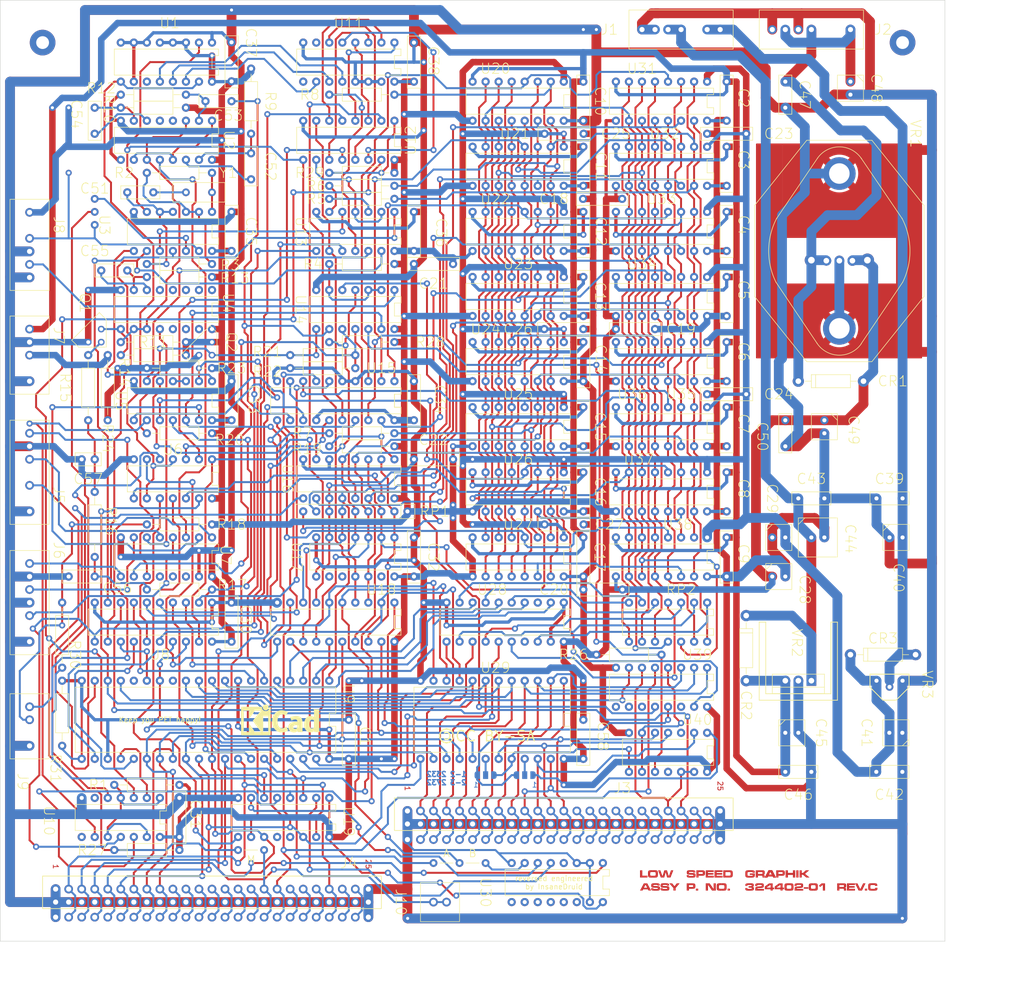
<source format=kicad_pcb>
(kicad_pcb (version 20221018) (generator pcbnew)
  (title_block (title "LOW SPEED GRAPHIK") (date "2022-03-18") (rev "V001") (comment 1 "reverse-engineered in 2022") (comment 2 "creativecommons.org/licenses/by-sa/4.0/") (comment 3 "License: CC BY-SA 4.0") (comment 4 "Author: InsaneDruid"))
  (layers (0 "F.Cu" signal) (31 "B.Cu" signal) (34 "B.Paste" user) (35 "F.Paste" user) (36 "B.SilkS" user "B.Silkscreen") (37 "F.SilkS" user "F.Silkscreen") (38 "B.Mask" user) (39 "F.Mask" user) (44 "Edge.Cuts" user))
  (net 0 "")
  (net 1 "Net-(C51-Pad1)")
  (net 2 "Net-(C51-Pad2)")
  (net 3 "+15V")
  (net 4 "+9V")
  (net 5 "/GPD & ROM/SYNC")
  (net 6 "/GPD & ROM/A_{PET}0")
  (net 7 "/GPD & ROM/A_{PET}1")
  (net 8 "/GPD & ROM/A_{PET}2")
  (net 9 "/GPD & ROM/A_{PET}3")
  (net 10 "/GPD & ROM/A_{PET}4")
  (net 11 "/GPD & ROM/A_{PET}5")
  (net 12 "/GPD & ROM/A_{PET}6")
  (net 13 "/GPD & ROM/A_{PET}7")
  (net 14 "/GPD & ROM/A_{PET}8")
  (net 15 "Net-(J3-Pad14)")
  (net 16 "Net-(J3-Pad15)")
  (net 17 "Net-(J3-Pad16)")
  (net 18 "Net-(J3-Pad17)")
  (net 19 "Net-(J3-Pad18)")
  (net 20 "Net-(J3-Pad19)")
  (net 21 "Net-(J3-Pad20)")
  (net 22 "/GPD & ROM/A_{PET}9")
  (net 23 "Net-(J4-Pad23)")
  (net 24 "Net-(J3-Pad24)")
  (net 25 "/GPD & ROM/A_{PET}10")
  (net 26 "/GPD & ROM/A_{PET}11")
  (net 27 "/GPD & ROM/RW")
  (net 28 "/GPD & ROM/D_{PET}7")
  (net 29 "/GPD & ROM/D_{PET}6")
  (net 30 "/GPD & ROM/D_{PET}5")
  (net 31 "/ADDRESS DECODERS/D_{PET}0")
  (net 32 "/ADDRESS DECODERS/D_{PET}1")
  (net 33 "Net-(J4-Pad10)")
  (net 34 "Net-(J4-Pad11)")
  (net 35 "Net-(J4-Pad12)")
  (net 36 "Net-(J4-Pad13)")
  (net 37 "Net-(J4-Pad14)")
  (net 38 "Net-(J4-Pad15)")
  (net 39 "Net-(J4-Pad16)")
  (net 40 "/ADDRESS DECODERS/D_{PET}2")
  (net 41 "/ADDRESS DECODERS/D_{PET}3")
  (net 42 "Net-(J4-Pad19)")
  (net 43 "Net-(J4-Pad20)")
  (net 44 "Net-(J4-Pad21)")
  (net 45 "/ADDRESS DECODERS/D_{PET}4")
  (net 46 "/GPD & ROM/CS9_{PET}")
  (net 47 "Net-(J4-Pad24)")
  (net 48 "/GPD & ROM/CSA_{PET}")
  (net 49 "Net-(J9-Pad1)")
  (net 50 "/GPD & ROM/PHI2")
  (net 51 "/GPD & ROM/RESET")
  (net 52 "Net-(JP1-Pad2)")
  (net 53 "Net-(JP1-Pad3)")
  (net 54 "Net-(JP_PEN1-Pad1)")
  (net 55 "/GPD & ROM/JumperM")
  (net 56 "Net-(R1-Pad2)")
  (net 57 "Net-(R2-Pad1)")
  (net 58 "Net-(R2-Pad2)")
  (net 59 "Net-(R4-Pad2)")
  (net 60 "Net-(R5-Pad1)")
  (net 61 "/VIDEO SWITCHING/VIDEO_{PET}")
  (net 62 "Net-(R6-Pad1)")
  (net 63 "/GPD & ROM/LPCK")
  (net 64 "Net-(R7-Pad1)")
  (net 65 "/LIGHT PEN/PEN_CONTACT")
  (net 66 "Net-(R8-Pad1)")
  (net 67 "/LIGHT PEN/PEN_INPUT")
  (net 68 "Net-(R11-Pad2)")
  (net 69 "Net-(R19-Pad2)")
  (net 70 "Net-(R26-Pad2)")
  (net 71 "Net-(R29-Pad1)")
  (net 72 "/GPD & ROM/~{WHITE}")
  (net 73 "/D7")
  (net 74 "/D6")
  (net 75 "/D5")
  (net 76 "/D4")
  (net 77 "/D3")
  (net 78 "/D2")
  (net 79 "/D1")
  (net 80 "/D0")
  (net 81 "Net-(RP2-Pad1)")
  (net 82 "Net-(RP2-Pad2)")
  (net 83 "Net-(RP2-Pad3)")
  (net 84 "Net-(RP2-Pad4)")
  (net 85 "Net-(RP2-Pad5)")
  (net 86 "Net-(RP2-Pad6)")
  (net 87 "Net-(RP2-Pad7)")
  (net 90 "Net-(U3-Pad8)")
  (net 91 "Net-(U13-Pad13)")
  (net 92 "Net-(U13-Pad5)")
  (net 93 "/VIDEO SWITCHING/V_SYNC_{PET}")
  (net 94 "Net-(U13-Pad1)")
  (net 95 "/VIDEO SWITCHING/H_SYNC_{PET}")
  (net 96 "Net-(U19-Pad10)")
  (net 97 "/VIDEO SWITCHING/VIDEO_{INTERNAL_MONITOR}")
  (net 98 "Net-(U5-Pad3)")
  (net 99 "/VIDEO SWITCHING/V_SYNC_{INTERNAL_MONITOR}")
  (net 100 "/VIDEO SWITCHING/H_SYNC_{INTERNAL_MONITOR}")
  (net 101 "Net-(U13-Pad12)")
  (net 102 "Net-(U13-Pad10)")
  (net 103 "/VIDEO SWITCHING/VIDEO_{EXTERNAL_MONITOR}")
  (net 104 "Net-(C52-Pad1)")
  (net 105 "Net-(C52-Pad2)")
  (net 107 "/VIDEO SWITCHING/SWITCH_{MANUAL}")
  (net 108 "Net-(C53-Pad2)")
  (net 109 "Net-(C54-Pad1)")
  (net 110 "Net-(C54-Pad2)")
  (net 111 "Net-(C55-Pad1)")
  (net 112 "Net-(C55-Pad2)")
  (net 114 "Net-(C56-Pad2)")
  (net 116 "Net-(C57-Pad1)")
  (net 117 "Net-(Q1-Pad1)")
  (net 118 "Net-(Q1-Pad2)")
  (net 119 "/ADDRESS DECODERS/MSL3")
  (net 120 "Net-(U2-Pad1)")
  (net 121 "/~{CAS}0")
  (net 122 "/~{CAS}1")
  (net 123 "/ADDRESS DECODERS/~{WRITE}")
  (net 124 "/ADDRESS DECODERS/D_{OUT}")
  (net 125 "/ADDRESS DECODERS/SWITCH_{AUTO}")
  (net 126 "/VIDEO RAM/A1")
  (net 127 "/VIDEO RAM/A2")
  (net 128 "/VIDEO RAM/A0")
  (net 129 "/VIDEO RAM/A5")
  (net 130 "/ADDRESS DECODERS/CLK_{RASCAS}")
  (net 131 "/VIDEO RAM/A4")
  (net 132 "Net-(U6-Pad5)")
  (net 133 "/VIDEO RAM/A3")
  (net 134 "/VIDEO RAM/A6")
  (net 135 "/SYNC SPLITTER/H_SYNC")
  (net 136 "/GPD & ROM/~{E}")
  (net 137 "/SYNC SPLITTER/V_SYNC")
  (net 138 "/ADDRESS DECODERS/D_{AND}")
  (net 139 "/ADDRESS DECODERS/RAS_ENABLE1")
  (net 141 "/ADDRESS DECODERS/~{ALL1}")
  (net 142 "/ADDRESS DECODERS/CLK_~{WRITE}")
  (net 143 "Net-(U11-Pad1)")
  (net 144 "Net-(U11-Pad2)")
  (net 145 "Net-(U11-Pad3)")
  (net 146 "Net-(U11-Pad4)")
  (net 147 "Net-(U11-Pad5)")
  (net 148 "Net-(U11-Pad6)")
  (net 149 "Net-(U1-Pad14)")
  (net 150 "Net-(U1-Pad13)")
  (net 151 "Net-(U1-Pad12)")
  (net 152 "Net-(U13-Pad8)")
  (net 153 "/ADDRESS DECODERS/SH{slash}~{LD}")
  (net 154 "/VIDEO GENERATION/VIDEO_OUT")
  (net 155 "/ADDRESS DECODERS/Cp")
  (net 156 "/ADDRESS DECODERS/RAS_A")
  (net 157 "/ADDRESS DECODERS/MSL0")
  (net 158 "/ADDRESS DECODERS/MSL1")
  (net 159 "/ADDRESS DECODERS/RAS_B")
  (net 160 "Net-(Q2-Pad2)")
  (net 162 "Net-(R21-Pad2)")
  (net 165 "/ADDRESS DECODERS/RAS_C")
  (net 166 "/ADDRESS DECODERS/MSL2")
  (net 167 "/GPD & ROM/CLK_{EF936x}")
  (net 169 "/ADDRESS DECODERS/BLK")
  (net 170 "/ADDRESS DECODERS/~{ALL}")
  (net 171 "Net-(U15-Pad15)")
  (net 172 "/ADDRESS DECODERS/~{DW}")
  (net 173 "/GPD & ROM/A_{DISPLAY}3")
  (net 174 "/GPD & ROM/A_{DISPLAY}4")
  (net 175 "/GPD & ROM/A_{DISPLAY}5")
  (net 177 "Net-(U18-Pad1)")
  (net 178 "Net-(U18-Pad11)")
  (net 179 "Net-(U19-Pad2)")
  (net 180 "Net-(U19-Pad7)")
  (net 181 "/GPD & ROM/LIGHTPEN_ENABLE")
  (net 182 "/GPD & ROM/CS2 ROM")
  (net 183 "/GPD & ROM/E1")
  (net 184 "Net-(U39-Pad15)")
  (net 186 "Net-(U6-Pad10)")
  (net 203 "GND")
  (net 204 "/GPD & ROM/A_{DISPLAY}6")
  (net 205 "/GPD & ROM/A_{DISPLAY}0")
  (net 206 "/MASTER TIMINGS/CLK_{14}")
  (net 207 "/GPD & ROM/A_{DISPLAY}2")
  (net 208 "/MASTER TIMINGS/CLK_{1.75}")
  (net 209 "/GPD & ROM/A_{DISPLAY}1")
  (net 210 "/ADDRESS DECODERS/CLK_{CLR}")
  (net 211 "/ADDRESS DECODERS/~{CLR}")
  (net 212 "/ADDRESS DECODERS/RAS_ENABLE")
  (net 213 "+12V")
  (net 214 "+5V")
  (net 215 "-5V")
  (net 216 "/ADDRESS DECODERS/CLK_{RAS}")
  (net 217 "/ADDRESS DECODERS/CLK_{CAS}")
  (net 218 "/~{RAS}2")
  (net 219 "/~{RAS}1")
  (net 220 "/~{RAS}0")
  (net 221 "/~{RAS}5")
  (net 222 "/~{RAS}6")
  (net 223 "/~{RAS}7")
  (net 224 "Net-(Q2-Pad3)")
  (net 225 "/~{RAS}4")
  (net 226 "/~{RAS}3")
  (net 227 "-9V")
  (net 228 "Net-(J3-Pad23)")
  (net 229 "/GPD & ROM/CS9_{PET}1")
  (net 237 "Net-(JP4-Pad2)")
  (net 238 "Net-(JP2-Pad2)")
  (net 239 "/ADDRESS DECODERS/DIN")
  (footprint "lsg_lib_fp:DIP-16_W7.62mm" (layer "F.Cu") (at 152.405 63.5 -90)
    (fp_text reference "U1")
    (fp_text value "74LS169BN")
  )
  (footprint "lsg_lib_fp:R_Axial_DIN0309_L9.0mm_D222.2mm_P12.70mm_Horizontal" (layer "F.Cu") (at 160.02 68.58 -90)
    (fp_text reference "R9")
    (fp_text value "33K")
  )
  (footprint "lsg_lib_fp:DIP-16_W7.62mm" (layer "F.Cu") (at 220.98 147.32 -90)
    (fp_text reference "U26")
    (fp_text value "4116")
  )
  (footprint "lsg_lib_fp:C_Rect_L9.0mm_W2.7mm_P7.62mm_MKT" (layer "F.Cu") (at 217.23 81.28)
    (fp_text reference "C25")
    (fp_text value ".1uF")
  )
  (footprint "lsg_lib_fp:DIP-24_W15.24mm" (layer "F.Cu") (at 220.985 187.96 -90)
    (fp_text reference "U29")
    (fp_text value "2332A")
  )
  (footprint "lsg_lib_fp:DIP-16_W7.62mm" (layer "F.Cu") (at 220.98 109.22 -90)
    (fp_text reference "U23")
    (fp_text value "4116")
  )
  (footprint "lsg_lib_fp:R_Axial_DIN0309_L9.0mm_D222.2mm_P12.70mm_Horizontal" (layer "F.Cu") (at 123.19 200.66 90)
    (fp_text reference "R31")
    (fp_text value "12K")
  )
  (footprint "lsg_lib_fp:CP_Radial_D5.0mm_P2.54mm" (layer "F.Cu") (at 276.86 71.12 -90)
    (fp_text reference "C48")
    (fp_text value "10uf")
  )
  (footprint "lsg_lib_fp:DIP-16_W7.62mm" (layer "F.Cu") (at 248.92 147.32 -90)
    (fp_text reference "U37")
    (fp_text value "4116")
  )
  (footprint "lsg_lib_fp:R_Axial_DIN0309_L9.0mm_D222.2mm_P12.70mm_Horizontal" (layer "F.Cu") (at 123.19 185.42 90)
    (fp_text reference "R30")
    (fp_text value "1K")
  )
  (footprint "lsg_lib_fp:DIP-16_W7.62mm" (layer "F.Cu") (at 187.965 63.5 -90)
    (fp_text reference "U11")
    (fp_text value "TBP18s030")
  )
  (footprint "lsg_lib_fp:C_Rect_L9.0mm_W2.7mm_P7.62mm_MKT" (layer "F.Cu") (at 199.39 144.78 180)
    (fp_text reference "C22")
    (fp_text value ".1uF")
  )
  (footprint "lsg_lib_fp:CP_Radial_D5.0mm_P2.54mm" (layer "F.Cu") (at 271.78 137.16 -90)
    (fp_text reference "C49")
    (fp_text value "10uf")
  )
  (footprint "lsg_lib_fp:C_Rect_L9.0mm_W2.7mm_P7.62mm_MKT" (layer "F.Cu") (at 179.07 203.2 90)
    (fp_text reference "C1")
    (fp_text value ".1uF")
  )
  (footprint "lsg_lib_fp:R_Axial_DIN0309_L9.0mm_D222.2mm_P12.70mm_Horizontal" (layer "F.Cu") (at 152.4 88.9 180)
    (fp_text reference "R2")
    (fp_text value "470")
  )
  (footprint "lsg_lib_fp:C_Rect_L9.0mm_W2.7mm_P7.62mm_MKT" (layer "F.Cu") (at 191.77 167.64 90)
    (fp_text reference "C32")
    (fp_text value ".1uF")
  )
  (footprint "lsg_lib_fp:R_Axial_DIN0309_L9.0mm_D222.2mm_P12.70mm_Horizontal" (layer "F.Cu") (at 175.26 73.66)
    (fp_text reference "R8")
    (fp_text value "22")
  )
  (footprint "lsg_lib_fp:DIP-16_W7.62mm" (layer "F.Cu") (at 175.265 210.82 -90)
    (fp_text reference "U19")
    (fp_text value "74LS174")
  )
  (footprint "lsg_lib_fp:R_Axial_DIN0309_L9.0mm_D222.2mm_P12.70mm_Horizontal" (layer "F.Cu") (at 167.64 124.46)
    (fp_text reference "R21")
    (fp_text value "330")
  )
  (footprint "lsg_lib_fp:DIP-16_W7.62mm" (layer "F.Cu") (at 220.98 83.82 -90)
    (fp_text reference "U21")
    (fp_text value "4116")
  )
  (footprint "lsg_lib_fp:Crystal_HC49-U_Vertical" (layer "F.Cu") (at 152.4 92.71 180)
    (fp_text reference "Y1")
    (fp_text value "14 Mhz")
  )
  (footprint "lsg_lib_fp:C_Rect_L9.0mm_W2.7mm_P7.62mm_MKT" (layer "F.Cu") (at 224.79 83.82 -90)
    (fp_text reference "C11")
    (fp_text value ".1uF")
  )
  (footprint "lsg_lib_fp:PinHeader_1x02_P2.54mm_Vertical" (layer "F.Cu") (at 195.58 231.14 90)
    (fp_text reference "J10")
    (fp_text value "Conn_01x02_Male")
  )
  (footprint "lsg_lib_fp:R_Axial_DIN0309_L9.0mm_D222.2mm_P12.70mm_Horizontal" (layer "F.Cu") (at 147.32 121.92 180)
    (fp_text reference "R11")
    (fp_text value "2.2K")
  )
  (footprint "lsg_lib_fp:TO-220-3_Vertical" (layer "F.Cu") (at 269.245 187.96 180)
    (fp_text reference "VR2")
    (fp_text value "LM7812_TO220")
  )
  (footprint "lsg_lib_fp:C_Rect_L9.0mm_W2.7mm_P7.62mm_MKT" (layer "F.Cu") (at 232.41 170.18 180)
    (fp_text reference "C20")
    (fp_text value ".1uF")
  )
  (footprint "lsg_lib_fp:CP_Radial_D5.0mm_P2.54mm" (layer "F.Cu") (at 264.16 198.12)
    (fp_text reference "C45")
    (fp_text value "10uf")
  )
  (footprint "lsg_lib_fp:DIP-16_W7.62mm" (layer "F.Cu") (at 248.925 185.42 -90)
    (fp_text reference "U39")
    (fp_text value "74LS138")
  )
  (footprint "lsg_lib_fp:C_Rect_L9.0mm_W2.7mm_P7.62mm_MKT" (layer "F.Cu") (at 256.54 81.28 180)
    (fp_text reference "C23")
    (fp_text value ".1uF")
  )
  (footprint "lsg_lib_fp:C_Rect_L9.0mm_W2.7mm_P7.62mm_MKT" (layer "F.Cu") (at 191.77 104.14 90)
    (fp_text reference "C36")
    (fp_text value ".1uF")
  )
  (footprint "lsg_lib_fp:R_Axial_DIN0309_L9.0mm_D222.2mm_P12.70mm_Horizontal" (layer "F.Cu") (at 129.54 163.83 90)
    (fp_text reference "R16")
    (fp_text value "2.7K")
  )
  (footprint "lsg_lib_fp:DIP-16_W7.62mm" (layer "F.Cu") (at 152.405 78.74 -90)
    (fp_text reference "U2")
    (fp_text value "74LS123")
  )
  (footprint "lsg_lib_fp:C_Rect_L9.0mm_W2.7mm_P7.62mm_MKT" (layer "F.Cu") (at 256.54 132.08 180)
    (fp_text reference "C24")
    (fp_text value ".1uF")
  )
  (footprint "lsg_lib_fp:DIP-16_W7.62mm" (layer "F.Cu") (at 248.92 160.02 -90)
    (fp_text reference "U38")
    (fp_text value "4116")
  )
  (footprint "lsg_lib_fp:C_Rect_L9.0mm_W2.7mm_P7.62mm_MKT" (layer "F.Cu") (at 252.73 83.82 -90)
    (fp_text reference "C3")
    (fp_text value ".1uF")
  )
  (footprint "lsg_lib_fp:R_Axial_DIN0309_L9.0mm_D222.2mm_P12.70mm_Horizontal" (layer "F.Cu") (at 152.4 139.7 180)
    (fp_text reference "R20")
    (fp_text value "820")
  )
  (footprint "lsg_lib_fp:C_Rect_L9.0mm_W2.7mm_P7.62mm_MKT" (layer "F.Cu") (at 252.73 134.62 -90)
    (fp_text reference "C7")
    (fp_text value ".1uF")
  )
  (footprint "lsg_lib_fp:C_Rect_L9.0mm_W2.7mm_P7.62mm_MKT" (layer "F.Cu") (at 252.73 109.22 -90)
    (fp_text reference "C5")
    (fp_text value ".1uF")
  )
  (footprint "lsg_lib_fp:C_Rect_L9.0mm_W2.7mm_P7.62mm_MKT" (layer "F.Cu") (at 252.73 160.02 -90)
    (fp_text reference "C9")
    (fp_text value ".1uF")
  )
  (footprint "lsg_lib_fp:DIP-20_W7.62mm" (layer "F.Cu") (at 152.405 172.72 -90)
    (fp_text reference "U8")
    (fp_text value "74LS373")
  )
  (footprint "lsg_lib_fp:R_Axial_DIN0309_L9.0mm_D222.2mm_P12.70mm_Horizontal" (layer "F.Cu") (at 152.4 106.68 180)
    (fp_text reference "R3")
    (fp_text value "470")
  )
  (footprint "lsg_lib_fp:TO-92" (layer "F.Cu") (at 151.950987 122.369012 -135)
    (fp_text reference "Q2")
    (fp_text value "BC237")
  )
  (footprint "lsg_lib_fp:DIP-14_W7.62mm" (layer "F.Cu") (at 187.965 160.02 -90)
    (fp_text reference "U17")
    (fp_text value "74LS30")
  )
  (footprint "lsg_lib_fp:C_Rect_L7.0mm_W2.5mm_P5.08mm" (layer "F.Cu") (at 129.54 76.2 -90)
    (fp_text reference "C54")
    (fp_text value "4700pF")
  )
  (footprint "lsg_lib_fp:lsg_Jumper" (layer "F.Cu") (at 200.66 223.52)
    (fp_text reference "JP1" hide)
    (fp_text value "Jumper_3_Open" hide)
  )
  (footprint "lsg_lib_fp:PinHeader_1x04_P2.54mm_Vertical_J9" (layer "F.Cu") (at 116.84 193.04)
    (fp_text reference "J9")
    (fp_text value "Conn_01x04_Male")
  )
  (footprint "lsg_lib_fp:PinHeader_1x07_P2.54mm_Vertical_J1" (layer "F.Cu") (at 251.465 60.96 -90)
    (fp_text reference "J1")
    (fp_text value "Conn_01x07_Male")
  )
  (footprint "lsg_lib_fp:C_Rect_L7.0mm_W2.5mm_P5.08mm" (layer "F.Cu") (at 266.7 152.4)
    (fp_text reference "C43")
    (fp_text value ".1uF")
  )
  (footprint "lsg_lib_fp:C_Rect_L7.0mm_W2.5mm_P5.08mm" (layer "F.Cu") (at 286.98 205.74 180)
    (fp_text reference "C42")
    (fp_text value ".1uF")
  )
  (footprint "lsg_lib_fp:C_Rect_L9.0mm_W2.7mm_P7.62mm_MKT" (layer "F.Cu") (at 224.79 134.62 -90)
    (fp_text reference "C15")
    (fp_text value ".1uF")
  )
  (footprint "lsg_lib_fp:PinHeader_1x07_P2.54mm_Vertical_J2" (layer "F.Cu") (at 276.865 60.96 -90)
    (fp_text reference "J2")
    (fp_text value "Conn_01x07_Male")
  )
  (footprint "lsg_lib_fp:PinHeader_1x25_P2.54mm_Vertical" (layer "F.Cu") (at 121.92 234.08 90)
    (fp_text reference "JQ4" hide)
    (fp_text value "Conn_01x25" hide)
  )
  (footprint "lsg_lib_fp:R_Axial_DIN0309_L9.0mm_D222.2mm_P12.70mm_Horizontal" (layer "F.Cu") (at 227.33 182.88)
    (fp_text reference "R26")
    (fp_text value "4.7K")
  )
  (footprint "lsg_lib_fp:C_Rect_L9.0mm_W2.7mm_P7.62mm_MKT" (layer "F.Cu") (at 252.73 96.52 -90)
    (fp_text reference "C4")
    (fp_text value ".1uF")
  )
  (footprint "lsg_lib_fp:C_Rect_L7.0mm_W2.5mm_P5.08mm" (layer "F.Cu") (at 140.97 92.71 180)
    (fp_text reference "C51")
    (fp_text value "22pF")
  )
  (footprint "lsg_lib_fp:R_Axial_DIN0309_L9.0mm_D222.2mm_P12.70mm_Horizontal" (layer "F.Cu") (at 175.26 91.44)
    (fp_text reference "R6")
    (fp_text value "22")
  )
  (footprint "lsg_lib_fp:R_Axial_DIN0309_L9.0mm_D222.2mm_P12.70mm_Horizontal" (layer "F.Cu") (at 147.32 73.66 180)
    (fp_text reference "R12")
    (fp_text value "1K")
  )
  (footprint "lsg_lib_fp:DIP-16_W7.62mm" (layer "F.Cu") (at 248.92 121.92 -90)
    (fp_text reference "U35")
    (fp_text value "4116")
  )
  (footprint "lsg_lib_fp:C_Rect_L7.0mm_W2.5mm_P5.08mm" (layer "F.Cu") (at 281.94 152.4)
    (fp_text reference "C39")
    (fp_text value ".1uF")
  )
  (footprint "lsg_lib_fp:DIP-14_W7.62mm" (layer "F.Cu") (at 152.405 129.54 -90)
    (fp_text reference "U5")
    (fp_text value "74LS08")
  )
  (footprint "lsg_lib_fp:C_Rect_L9.0mm_W2.7mm_P7.62mm_MKT" (layer "F.Cu") (at 224.79 203.2 90)
    (fp_text reference "C58")
    (fp_text value ".1uF")
  )
  (footprint "lsg_lib_fp:TO-92" (layer "F.Cu") (at 130.360988 119.829012 -135)
    (fp_text reference "Q1")
    (fp_text value "BC237")
  )
  (footprint "lsg_lib_fp:C_Rect_L9.0mm_W2.7mm_P7.62mm_MKT" (layer "F.Cu") (at 146.05 218.44 90)
    (fp_text reference "C31")
    (fp_text value ".1uF")
  )
  (footprint "lsg_lib_fp:DIP-16_W7.62mm" (layer "F.Cu") (at 248.92 134.62 -90)
    (fp_text reference "U36")
    (fp_text value "4116")
  )
  (footprint "lsg_lib_fp:C_Rect_L9.0mm_W2.7mm_P7.62mm_MKT" (layer "F.Cu") (at 191.77 71.12 90)
    (fp_text reference "C38")
    (fp_text value ".1uF")
  )
  (footprint "lsg_lib_fp:R_Axial_DIN0309_L9.0mm_D222.2mm_P12.70mm_Horizontal" (layer "F.Cu") (at 187.96 106.68 180)
    (fp_text reference "R4")
    (fp_text value "4.7K")
  )
  (footprint "lsg_lib_fp:DIP-14_W7.62mm" (layer "F.Cu") (at 142.245 210.82 -90)
    (fp_text reference "U10")
    (fp_text value "74LS74")
  )
  (footprint "lsg_lib_fp:C_Rect_L9.0mm_W2.7mm_P7.62mm_MKT" (layer "F.Cu") (at 231.14 119.38)
    (fp_text reference "C19")
    (fp_text value ".1uF")
  )
  (footprint "lsg_lib_fp:C_Rect_L9.0mm_W2.7mm_P7.62mm_MKT" (layer "F.Cu") (at 252.73 147.32 -90)
    (fp_text reference "C8")
    (fp_text value ".1uF")
  )
  (footprint "Symbol:KiCad-Logo_6mm_SilkScreen" (layer "F.Cu") (at 165.735 195.58)
    (fp_text reference "REF2" hide)
    (fp_text value "KiCad-Logo_6mm_SilkScreen" hide)
  )
  (footprint "lsg_lib_fp:C_Rect_L9.0mm_W2.7mm_P7.62mm_MKT" (layer "F.Cu") (at 156.21 137.16 90)
    (fp_text reference "C33")
    (fp_text value ".1uF")
  )
  (footprint "lsg_lib_fp:DIP-16_W7.62mm" (layer "F.Cu") (at 152.405 111.76 -90)
    (fp_text reference "U4")
    (fp_text value "74LS221")
  )
  (footprint "lsg_lib_fp:PinHeader_1x25_P2.54mm_Vertical" (layer "F.Cu") (at 190.5 218.94 90)
    (fp_text reference "JQ3" hide)
    (fp_text value "Conn_01x25" hide)
  )
  (footprint "lsg_lib_fp:C_Rect_L9.0mm_W2.7mm_P7.62mm_MKT" (layer "F.Cu") (at 217.17 119.38)
    (fp_text reference "C26")
    (fp_text value ".1uF")
  )
  (footprint "lsg_lib_fp:C_Rect_L7.0mm_W2.5mm_P5.08mm" (layer "F.Cu") (at 264.16 71.12 -90)
    (fp_text reference "C47")
    (fp_text value ".1uF")
  )
  (footprint "lsg_lib_fp:C_Rect_L9.0mm_W2.7mm_P7.62mm_MKT" (layer "F.Cu") (at 232.35 93.98 180)
    (fp_text reference "C18")
    (fp_text value ".1uF")
  )
  (footprint "lsg_lib_fp:C_Rect_L4.0mm_W2.5mm_P2.54mm" (layer "F.Cu") (at 129.54 144.78 180)
    (fp_text reference "C57")
    (fp_text value "4.7pF")
  )
  (footprint "lsg_lib_fp:lsg_Jumper_nomark" (layer "F.Cu") (at 129.54 96.52 -90)
    (fp_text reference "JP_PEN1" hide)
    (fp_text value "Jumper_3_Open" hide)
  )
  (footprint "lsg_lib_fp:C_Rect_L9.0mm_W2.7mm_P7.62mm_MKT" (layer "F.Cu") (at 224.79 109.22 -90)
    (fp_text reference "C13")
    (fp_text value ".1uF")
  )
  (footprint "lsg_lib_fp:R_Axial_DIN0309_L9.0mm_D222.2mm_P12.70mm_Horizontal" (layer "F.Cu") (at 180.34 127 180)
    (fp_text reference "R22")
    (fp_text value "680")
  )
  (footprint "lsg_lib_fp:C_Rect_L7.0mm_W2.5mm_P5.08mm" (layer "F.Cu") (at 160.02 85.09 -90)
    (fp_text reference "C52")
    (fp_text value "4700pF")
  )
  (footprint "lsg_lib_fp:DIP-16_W7.62mm" (layer "F.Cu") (at 220.98 121.92 -90)
    (fp_text reference "U24")
    (fp_text value "4116")
  )
  (footprint "lsg_lib_fp:C_Rect_L9.0mm_W2.7mm_P7.62mm_MKT" (layer "F.Cu") (at 156.21 104.14 90)
    (fp_text reference "C35")
    (fp_text value ".1uF")
  )
  (footprint "lsg_lib_fp:D_DO-41_SOD81_P12.70mm_Horizontal" (layer "F.Cu") (at 266.7 129.54)
    (fp_text reference "CR1")
    (fp_text value "1N4001")
  )
  (footprint "lsg_lib_fp:D_DO-41_SOD81_P12.70mm_Horizontal" (layer "F.Cu") (at 256.54 175.26 -90)
    (fp_text reference "CR2")
    (fp_text value "1N4001")
  )
  (footprint "lsg_lib_fp:DIP-16_W7.62mm" (layer "F.Cu") (at 220.98 160.02 -90)
    (fp_text reference "U27")
    (fp_text value "4116")
  )
  (footprint "lsg_lib_fp:DIP-16_W7.62mm" (layer "F.Cu") (at 248.92 109.22 -90)
    (fp_text reference "U34")
    (fp_text value "4116")
  )
  (footprint "lsg_lib_fp:R_Axial_DIN0309_L9.0mm_D222.2mm_P12.70mm_Horizontal" (layer "F.Cu") (at 152.4 170.18 180)
    (fp_text reference "R17")
    (fp_text value "4.7K")
  )
  (footprint "lsg_lib_fp:C_Rect_L9.0mm_W2.7mm_P7.62mm_MKT" (layer "F.Cu") (at 224.79 71.12 -90)
    (fp_text reference "C10")
    (fp_text value ".1uF")
  )
  (footprint "lsg_lib_fp:TO-3_HeatSink" (layer "F.Cu") (at 269.245 105.94 90)
    (fp_text reference "VR1")
    (fp_text value "L7805")
  )
  (footprint "lsg_lib_fp:C_Rect_L9.0mm_W2.7mm_P7.62mm_MKT" (layer "F.Cu") (at 252.73 121.92 -90)
    (fp_text reference "C6")
    (fp_text value ".1uF")
  )
  (footprint "lsg_lib_fp:DIP-16_W7.62mm" (layer "F.Cu") (at 187.965 78.74 -90)
    (fp_text reference "U12")
    (fp_text value "74LS174N")
  )
  (footprint "lsg_lib_fp:DIP-16_W7.62mm" (layer "F.Cu") (at 248.92 71.12 -90)
    (fp_text reference "U31")
    (fp_text value "4116")
  )
  (footprint "lsg_lib_fp:C_Rect_L7.0mm_W2.5mm_P5.08mm" (layer "F.Cu") (at 156.21 74.93 180)
    (fp_text reference "C53")
    (fp_text value "120pF")
  )
  (footprint "lsg_lib_fp:PinHeader_1x06_P2.54mm_Vertical_J8" (layer "F.Cu") (at 116.84 96.608561)
    (fp_text reference "J8")
    (fp_text value "Conn_01x06_Male")
  )
  (footprint "MountingHole:MountingHole_2.5mm_Pad" (layer "F.Cu") (at 287.02 63.5)
    (fp_text reference "H3" hide)
    (fp_text value "MountingHole")
  )
  (footprint "lsg_lib_fp:R_Axial_DIN0309_L9.0mm_D222.2mm_P12.70mm_Horizontal" (layer "F.Cu") (at 175.26 139.7)
    (fp_text reference "R7")
    (fp_text value "22")
  )
  (footprint "lsg_lib_fp:C_Rect_L9.0mm_W2.7mm_P7.62mm_MKT" (layer "F.Cu") (at 217.23 157.48)
    (fp_text reference "C27")
    (fp_text value ".1uF")
  )
  (footprint "lsg_lib_fp:C_Rect_L9.0mm_W2.7mm_P7.62mm_MKT" (layer "F.Cu") (at 191.77 137.16 90)
    (fp_text reference "C34")
    (fp_text value ".1uF")
  )
  (footprint "lsg_lib_fp:DIP-16_W7.62mm" (layer "F.Cu") (at 152.405 160.02 -90)
    (fp_text reference "U7")
    (fp_text value "74LS157")
  )
  (footprint "lsg_lib_fp:DIP-16_W7.62mm" (layer "F.Cu") (at 228.6 223.52 -90)
    (fp_text reference "U30")
    (fp_text value "74LS157")
  )
  (footprint "lsg_lib_fp:R_Axial_DIN0309_L9.0mm_D222.2mm_P12.70mm_Horizontal" (layer "F.Cu") (at 187.96 121.92 180)
    (fp_text reference "R28")
    (fp_text value "4.7K")
  )
  (footprint "lsg_lib_fp:DIP-16_W7.62mm" (layer "F.Cu") (at 248.92 83.82 -90)
    (fp_text reference "U32")
    (fp_text value "4116")
  )
  (footprint "lsg_lib_fp:DIP-14_W7.62mm" (layer "F.Cu") (at 248.925 172.73 -90)
    (fp_text reference "RP2")
    (fp_text value "MDP1403-470G")
  )
  (footprint "lsg_lib_fp:R_Axial_DIN0309_L9.0mm_D222.2mm_P12.70mm_Horizontal" (layer "F.Cu") (at 152.4 109.22 180)
    (fp_text reference "R13")
    (fp_text value "12K")
  )
  (footprint "lsg_lib_fp:PinHeader_1x07_P2.54mm_Vertical_J5" (layer "F.Cu") (at 116.84 139.695)
    (fp_text reference "J5")
    (fp_text value "Conn_01x07_Male")
  )
  (footprint "lsg_lib_fp:DIP-16_W7.62mm" (layer "F.Cu") (at 220.98 96.52 -90)
    (fp_text reference "U22")
    (fp_text value "4116")
  )
  (footprint "lsg_lib_fp:R_Axial_DIN0309_L9.0mm_D222.2mm_P12.70mm_Horizontal" (layer "F.Cu") (at 147.32 124.46 180)
    (fp_text reference "R14")
    (fp_text value "1.2K")
  )
  (footprint "MountingHole:MountingHole_2.5mm_Pad" (layer "F.Cu") (at 119.38 63.5)
    (fp_text reference "H2" hide)
    (fp_text value "MountingHole" hide)
  )
  (footprint "lsg_lib_fp:DIP-20_W7.62mm" (layer "F.Cu") (at 187.965 129.54 -90)
    (fp_text reference "U15")
    (fp_text value "25LS2538PC")
  )
  (footprint "lsg_lib_fp:DIP-14_W7.62mm" (layer "F.Cu") (at 248.925 198.12 -90)
    (fp_text reference "U40")
    (fp_text value "74LS20")
  )
  (footprint "lsg_lib_fp:DIP-14_W7.62mm" (layer "F.Cu") (at 187.965 111.76 -90)
    (fp_text reference "U14")
    (fp_text value "74LS05")
  )
  (footprint "lsg_lib_fp:C_Rect_L7.0mm_W2.5mm_P5.08mm" (layer "F.Cu") (at 124.46 167.64)
    (fp_text reference "C56")
    (fp_text value "10nF")
  )
  (footprint "lsg_lib_fp:CP_Radial_D5.0mm_P2.54mm" (layer "F.Cu") (at 261.62 167.64)
    (fp_text reference "C28")
    (fp_text value "10uf")
  )
  (footprint "lsg_lib_fp:C_Rect_L9.0mm_W2.7mm_P7.62mm_MKT" (layer "F.Cu") (at 224.79 121.92 -90)
    (fp_text reference "C14")
    (fp_text value ".1uF")
  )
  (footprint "lsg_lib_fp:DIP-14_W7.62mm" (layer "F.Cu") (at 152.405 144.78 -90)
    (fp_text reference "U6")
    (fp_text value "74LS32")
  )
  (footprint "lsg_lib_fp:PinHeader_1x07_P2.54mm_Vertical_J6" (layer "F.Cu") (at 116.84 165.1)
    (fp_text reference "J6")
    (fp_text value "Conn_01x07_Male")
  )
  (footprint "lsg_lib_fp:C_Rect_L9.0mm_W2.7mm_P7.62mm_MKT" (layer "F.Cu") (at 199.39 106.68 180)
    (fp_text reference "C21")
    (fp_text value ".1uF")
  )
  (footprint "lsg_lib_fp:R_Axial_DIN0309_L9.0mm_D222.2mm_P12.70mm_Horizontal" (layer "F.Cu") (at 175.26 93.98)
    (fp_text reference "R5")
    (fp_text value "22")
  )
  (footprint "lsg_lib_fp:PinHeader_1x05_P2.54mm_Vertical_J7" (layer "F.Cu") (at 116.84 119.38)
    (fp_text reference "J7")
    (fp_text value "Conn_01x05_Male")
  )
  (footprint "lsg_lib_fp:DIP-16_W7.62mm" (layer "F.Cu") (at 220.98 71.12 -90)
    (fp_text reference "U20")
    (fp_text value "4116")
  )
  (footprint "lsg_lib_fp:DIP-20_W7.62mm" (layer "F.Cu") (at 220.985 172.72 -90)
    (fp_text reference "U28")
    (fp_text value "CD74HCT244E")
  )
  (footprint "lsg_lib_fp:CP_Radial_D6.3mm_P2.54mm" (layer "F.Cu") (at 269.24 160.02)
    (fp_text reference "C44")
    (fp_text value "22uF")
  )
  (footprint "lsg_lib_fp:DIP-14_W7.62mm" (layer "F.Cu") (at 152.405 96.52 -90)
    (fp_text reference "U3")
    (fp_text value "74F04")
  )
  (footprint "lsg_lib_fp:C_Rect_L7.0mm_W2.5mm_P5.08mm" (layer "F.Cu") (at 264.16 137.16 -90)
    (fp_text reference "C50")
    (fp_text value ".1uF")
  )
  (footprint "lsg_lib_fp:R_Axial_DIN0309_L9.0mm_D222.2mm_P12.70mm_Horizontal" (layer "F.Cu") (at 187.96 142.24 180)
    (fp_text reference "R19")
    (fp_text value "4.7K")
  )
  (footprint "lsg_lib_fp:R_Array_SIP9" (layer "F.Cu") (at 190.5 154.94 180)
    (fp_text reference "RP1")
    (fp_text value "47K")
  )
  (footprint "lsg_lib_fp:TO-92L_Inline_Wide" (layer "F.Cu") (at 287.02 187.96 180)
    (fp_text reference "VR3")
    (fp_text value "L7905")
  )
  (footprint "lsg_lib_fp:R_Axial_DIN0309_L9.0mm_D222.2mm_P12.70mm_Horizontal" (layer "F.Cu") (at 132.08 137.16 90)
    (fp_text reference "R24")
    (fp_text value "68")
  )
  (footprint "lsg_lib_fp:R_Axial_DIN0309_L9.0mm_D222.2mm_P12.70mm_Horizontal" (layer "F.Cu") (at 128.27 137.16 90)
    (fp_text reference "R15")
    (fp_text value "2.7K")
  )
  (footprint "lsg_lib_fp:C_Rect_L9.0mm_W2.7mm_P7.62mm_MKT" (layer "F.Cu") (at 156.21 180.34 90)
    (fp_text reference "C30")
    (fp_text value ".1uF")
  )
  (footprint "lsg_lib_fp:DIP-20_W7.62mm" (layer "F.Cu") (at 187.965 172.72 -90)
    (fp_text reference "U18")
    (fp_text value "74LS374")
  )
  (footprint "lsg_lib_fp:C_Rect_L9.0mm_W2.7mm_P7.62mm_MKT" (layer "F.Cu") (at 156.21 71.06 90)
    (fp_text reference "C37")
    (fp_text value ".1uF")
  )
  (footprint "lsg_lib_fp:R_Axial_DIN0309_L9.0mm_D222.2mm_P12.70mm_Horizontal" (layer "F.Cu") (at 134.62 76.2)
    (fp_text reference "R10")
    (fp_text value "10k")
  )
  (footprint "lsg_lib_fp:R_Axial_DIN0309_L9.0mm_D222.2mm_P12.70mm_Horizontal" (layer "F.Cu") (at 133.35 220.98)
    (fp_text reference "R27")
    (fp_text value "10K")
  )
  (footprint "lsg_lib_fp:R_Axial_DIN0309_L9.0mm_D222.2mm_P12.70mm_Horizontal" (layer "F.Cu") (at 146.05 208.28 180)
    (fp_text reference "R1")
    (fp_text value "4.7K")
  )
  (footprint "lsg_lib_fp:CP_Radial_D5.0mm_P2.54mm" (layer "F.Cu") (at 261.62 160.02)
    (fp_text reference "C29")
    (fp_text value "10uf")
  )
  (footprint "lsg_lib_fp:C_Rect_L9.0mm_W2.7mm_P7.62mm_MKT" (layer "F.Cu") (at 224.79 96.52 -90)
    (fp_text reference "C12")
    (fp_text value ".1uF")
  )
  (footprint "lsg_lib_fp:DIP-16_W7.62mm" (layer "F.Cu") (at 220.98 134.62 -90)
    (fp_text reference "U25")
    (fp_text value "4116")
  )
  (footprint "lsg_lib_fp:C_Rect_L7.0mm_W2.5mm_P5.08mm" (layer "F.Cu") (at 130.81 107.95)
    (fp_text reference "C55")
    (fp_text value ".1uF")
  )
  (footprint "lsg_lib_fp:C_Rect_L9.0mm_W2.7mm_P7.62mm_MKT" (layer "F.Cu") (at 224.79 147.32 -90)
    (fp_text reference "C16")
    (fp_text value ".1uF")
  )
  (footprint "lsg_lib_fp:C_Rect_L9.0mm_W2.7mm_P7.62mm_MKT" (layer "F.Cu") (at 252.73 71.12 -90)
    (fp_text reference "C2")
    (fp_text value ".1uF")
  )
  (footprint "lsg_lib_fp:DIP-14_W7.62mm" (layer "F.Cu") (at 187.965 96.52 -90)
    (fp_text reference "U13")
    (fp_text value "74LS32")
  )
  (footprint "lsg_lib_fp:R_Axial_DIN0309_L9.0mm_D222.2mm_P12.70mm_Horizontal" (layer "F.Cu") (at 139.7 127)
    (fp_text reference "R23")
    (fp_text value "470")
  )
  (footprint "lsg_lib_fp:DIP-16_W7.62mm" (layer "F.Cu") (at 187.965 144.78 -90)
    (fp_text reference "U16")
    (fp_text value "74LS166A")
  )
  (footprint "lsg_lib_fp:D_DO-41_SOD81_P12.70mm_Horizontal" (layer "F.Cu") (at 276.86 182.88)
    (fp_text reference "CR3")
    (fp_text value "1N4001")
  )
  (footprint "lsg_lib_fp:lsg_JumperM" (layer "F.Cu") (at 160.02 220.98)
    (fp_text reference "JP3" hide)
    (fp_text value "Jumper_2_Open" hide)
  )
  (footprint "lsg_lib_fp:R_Axial_DIN0309_L9.0mm_D222.2mm_P12.70mm_Horizontal" (layer "F.Cu") (at 139.7 157.48)
    (fp_text reference "R18")
    (fp_text value "220")
  )
  (footprint "lsg_lib_fp:TO-220-3_Horizontal_TabDown" (layer "F.Cu") (at 272.161 106.045)
    (fp_text reference "VR0" hide)
    (fp_text value "TO220" hide)
  )
  (footprint "lsg_lib_fp:C_Rect_L9.0mm_W2.7mm_P7.62mm_MKT" (layer "F.Cu") (at 224.79 160.02 -90)
    (fp_text reference "C17")
    (fp_text value ".1uF")
  )
  (footprint "lsg_lib_fp:C_Rect_L7.0mm_W2.5mm_P5.08mm" (layer "F.Cu") (at 264.16 205.74)
    (fp_text reference "C46")
    (fp_text value ".1uF")
  )
  (footprint "lsg_lib_fp:CP_Radial_D5.0mm_P2.54mm" (layer "F.Cu") (at 284.48 160.02)
    (fp_text reference "C40")
    (fp_text value "10uf")
  )
  (footprint "lsg_lib_fp:DIP-16_W7.62mm" (layer "F.Cu") (at 248.92 96.52 -90)
    (fp_text reference "U33")
    (fp_text value "4116")
  )
  (footprint "lsg_lib_fp:CP_Radial_D5.0mm_P2.54mm" (layer "F.Cu") (at 286.98 198.12 180)
    (fp_text reference "C41")
    (fp_text value "10uf")
  )
  (footprint "lsg_lib_fp:DIP-40_W15.24mm" (layer "F.Cu") (at 175.265 187.96 -90)
    (fp_text reference "U9")
    (fp_text value "EF936x")
  )
  (footprint "lsg_lib_fp:R_Axial_DIN0309_L9.0mm_D222.2mm_P12.70mm_Horizontal" (layer "F.Cu") (at 175.26 88.9)
    (fp_text reference "R29")
    (fp_text value "4.7K")
  )
  (footprint "lsg_lib_fp:SolderJumper-3_P1.3mm_Open_RoundedPad1.0x1.5mm" (layer "B.Cu") (at 213.36 206.375 180)
    (fp_text reference "JP4" hide)
    (fp_text value "SolderJumper_3_Open" hide)
  )
  (footprint "lsg_lib_fp:PinSocket_2x25_P2.54mm_Vertical" (layer "B.Cu") (at 121.92 231.14 -90)
    (fp_text reference "J4")
    (fp_text value "Conn_02x25_Counter_Clockwise")
  )
  (footprint "lsg_lib_fp:PinSocket_2x25_P2.54mm_Vertical" (layer "B.Cu") (at 190.5 215.9 -90)
    (fp_text reference "J3")
    (fp_text value "Conn_02x25_Counter_Clockwise")
  )
  (footprint "lsg_lib_fp:SolderJumper-3_P1.3mm_Open_RoundedPad1.0x1.5mm" (layer "B.Cu") (at 205.74 206.375)
    (fp_text reference "JP2" hide)
    (fp_text value "SolderJumper_3_Open" hide)
  )
  (gr_poly (pts (xy 250.362008 224.935521) (xy 250.362008 226.346901) (xy 251.932115 226.346901) (xy 251.932115 226.008485) (xy 250.785488 226.008485) (xy 250.785488 225.784371) (xy 251.866712 225.784371) (xy 251.866712 225.473279) (xy 250.785488 225.473279) (xy 250.785488 225.267558) (xy 251.923864 225.267558) (xy 251.923864 224.935521) (xy 250.362008 224.935521)) (fill solid) (layer "F.Cu"))
  (gr_poly (pts (xy 266.372722 228.008637) (xy 266.372722 227.959755) (xy 266.3738 227.923098) (xy 266.374657 227.907002) (xy 266.375764 227.89231) (xy 266.37715 227.878961) (xy 266.378845 227.866892) (xy 266.380876 227.856042) (xy 266.383273 227.846347) (xy 266.386064 227.837746) (xy 266.389278 227.830176) (xy 266.392945 227.823576) (xy 266.397093 227.817882) (xy 266.40175 227.813033) (xy 266.406946 227.808967) (xy 266.412709 227.805621) (xy 266.419069 227.802933) (xy 266.428221 227.79951) (xy 266.4391 227.796375) (xy 266.451844 227.793519) (xy 266.466587 227.790931) (xy 266.483466 227.788605) (xy 266.502616 227.786529) (xy 266.524172 227.784694) (xy 266.548272 227.783092) (xy 266.575049 227.781713) (xy 266.604641 227.780548) (xy 266.672811 227.778822) (xy 266.753867 227.777841) (xy 266.848896 227.777531) (xy 266.987983 227.778128) (xy 267.038381 227.779007) (xy 267.078326 227.780393) (xy 267.109551 227.782374) (xy 267.13379 227.785038) (xy 267.152776 227.788476) (xy 267.168241 227.792775) (xy 267.173129 227.79419) (xy 267.177794 227.7957) (xy 267.182241 227.797314) (xy 267.186474 227.799038) (xy 267.190498 227.800879) (xy 267.194317 227.802843) (xy 267.197936 227.804938) (xy 267.201359 227.80717) (xy 267.20459 227.809546) (xy 267.207633 227.812074) (xy 267.210494 227.814759) (xy 267.213177 227.817609) (xy 267.215686 227.820631) (xy 267.218025 227.823831) (xy 267.220199 227.827216) (xy 267.222212 227.830794) (xy 267.224069 227.83457) (xy 267.225774 227.838553) (xy 267.227332 227.842748) (xy 267.228747 227.847162) (xy 267.230023 227.851803) (xy 267.231165 227.856677) (xy 267.232177 227.861792) (xy 267.233064 227.867153) (xy 267.23383 227.872768) (xy 267.23448 227.878644) (xy 267.235447 227.891204) (xy 267.236002 227.904889) (xy 267.236179 227.919754) (xy 267.235904 227.93999) (xy 267.235502 227.949244) (xy 267.234873 227.957951) (xy 267.233977 227.96613) (xy 267.232776 227.973802) (xy 267.231232 227.980989) (xy 267.229304 227.98771) (xy 267.226955 227.993986) (xy 267.224147 227.999839) (xy 267.220839 228.005289) (xy 267.216994 228.010356) (xy 267.212573 228.015061) (xy 267.207537 228.019425) (xy 267.201848 228.023469) (xy 267.195466 228.027213) (xy 267.188353 228.030677) (xy 267.18047 228.033884) (xy 267.171779 228.036853) (xy 267.162241 228.039605) (xy 267.151817 228.04216) (xy 267.140469 228.04454) (xy 267.128157 228.046766) (xy 267.114843 228.048857) (xy 267.085054 228.052719) (xy 267.050793 228.056293) (xy 267.01175 228.059743) (xy 266.967615 228.063237) (xy 266.360013 228.112119) (xy 266.320204 228.117996) (xy 266.283308 228.124491) (xy 266.249204 228.131686) (xy 266.21777 228.139662) (xy 266.188884 228.148501) (xy 266.162425 228.158285) (xy 266.13827 228.169095) (xy 266.116298 228.181015) (xy 266.096387 228.194124) (xy 266.078415 228.208506) (xy 266.06226 228.224241) (xy 266.0478 228.241413) (xy 266.034914 228.260102) (xy 266.02348 228.28039) (xy 266.013376 228.30236) (xy 266.00448 228.326092) (xy 266.000251 228.338874) (xy 265.99637 228.352776) (xy 265.992825 228.367923) (xy 265.989608 228.384437) (xy 265.986706 228.402442) (xy 265.984111 228.422063) (xy 265.981811 228.443423) (xy 265.979798 228.466646) (xy 265.978059 228.491855) (xy 265.976586 228.519175) (xy 265.974393 228.580639) (xy 265.973138 228.65203) (xy 265.972738 228.734336) (xy 265.972837 228.778275) (xy 265.973072 228.796601) (xy 265.97353 228.813938) (xy 265.974286 228.831364) (xy 265.975412 228.849958) (xy 265.976985 228.8708) (xy 265.979078 228.894969) (xy 267.661556 228.894969) (xy 267.661556 228.571797) (xy 266.372722 228.571797) (xy 266.372722 228.556553) (xy 266.37324 228.543949) (xy 266.374106 228.53229) (xy 266.375355 228.521521) (xy 266.377023 228.511589) (xy 266.379145 228.502443) (xy 266.381757 228.494028) (xy 266.384892 228.486292) (xy 266.386668 228.482662) (xy 266.388588 228.479181) (xy 266.390657 228.475844) (xy 266.39288 228.472644) (xy 266.39526 228.469573) (xy 266.397802 228.466626) (xy 266.40051 228.463796) (xy 266.40339 228.461076) (xy 266.409679 228.455939) (xy 266.416705 228.451163) (xy 266.424504 228.446695) (xy 266.433109 228.442483) (xy 266.442558 228.438472) (xy 266.448434 228.436157) (xy 266.456271 228.433935) (xy 266.466738 228.431749) (xy 266.480499 228.429545) (xy 266.498223 228.427265) (xy 266.520576 228.424856) (xy 266.548224 228.42226) (xy 266.581835 228.419423) (xy 266.669612 228.412798) (xy 266.78924 228.404538) (xy 266.946054 228.394194) (xy 267.145389 228.381321) (xy 267.188902 228.378537) (xy 267.229955 228.374936) (xy 267.2686 228.370503) (xy 267.304892 228.365224) (xy 267.338886 228.359087) (xy 267.370633 228.352076) (xy 267.40019 228.344177) (xy 267.427609 228.335378) (xy 267.452945 228.325663) (xy 267.476252 228.315019) (xy 267.497583 228.303432) (xy 267.516992 228.290888) (xy 267.534534 228.277373) (xy 267.550261 228.262873) (xy 267.56423 228.247374) (xy 267.576492 228.230862) (xy 267.584507 228.217936) (xy 267.591898 228.204565) (xy 267.598679 228.190647) (xy 267.604864 228.17608) (xy 267.610469 228.160761) (xy 267.615508 228.144589) (xy 267.619997 228.127461) (xy 267.62395 228.109275) (xy 267.627383 228.089928) (xy 267.630309 228.069318) (xy 267.632744 228.047343) (xy 267.634704 228.0239) (xy 267.636201 227.998888) (xy 267.637253 227.972203) (xy 267.637873 227.943743) (xy 267.638076 227.913407) (xy 267.637718 227.872788) (xy 267.636608 227.835116) (xy 267.634694 227.800243) (xy 267.631925 227.768022) (xy 267.628248 227.738305) (xy 267.623612 227.710944) (xy 267.617963 227.685791) (xy 267.611251 227.662698) (xy 267.603422 227.641517) (xy 267.594426 227.622101) (xy 267.584209 227.604302) (xy 267.572721 227.587971) (xy 267.559908 227.572961) (xy 267.545719 227.559124) (xy 267.530102 227.546312) (xy 267.513004 227.534377) (xy 267.495759 227.523577) (xy 267.48709 227.518635) (xy 267.478257 227.513987) (xy 267.469161 227.509622) (xy 267.459703 227.505534) (xy 267.449784 227.501712) (xy 267.439305 227.498148) (xy 267.428167 227.494834) (xy 267.41627 227.49176) (xy 267.403515 227.488917) (xy 267.389803 227.486297) (xy 267.375036 227.483891) (xy 267.359113 227.48169) (xy 267.341935 227.479685) (xy 267.323405 227.477868) (xy 267.281886 227.47476) (xy 267.233762 227.472295) (xy 267.178242 227.470404) (xy 267.11453 227.469015) (xy 267.041835 227.468057) (xy 266.959362 227.467461) (xy 266.761911 227.467068) (xy 266.635073 227.467765) (xy 266.52212 227.470168) (xy 266.422266 227.474749) (xy 266.334724 227.48198) (xy 266.258706 227.492333) (xy 266.193427 227.506279) (xy 266.164568 227.514746) (xy 266.138099 227.524288) (xy 266.113921 227.534965) (xy 266.091935 227.546834) (xy 266.072044 227.559955) (xy 266.054149 227.574386) (xy 266.038152 227.590188) (xy 266.023954 227.607418) (xy 266.011458 227.626135) (xy 266.000563 227.646399) (xy 265.991174 227.668269) (xy 265.98319 227.691802) (xy 265.971046 227.744099) (xy 265.963347 227.80376) (xy 265.959304 227.871257) (xy 265.958131 227.947062) (xy 265.958131 228.008637) (xy 266.372722 228.008637)) (fill solid) (layer "F.Cu"))
  (gr_poly (pts (xy 279.676391 228.516778) (xy 280.126914 228.516778) (xy 280.126914 228.891125) (xy 279.676391 228.891125) (xy 279.676391 228.516778)) (fill solid) (layer "F.Cu"))
  (gr_poly (pts (xy 252.917675 228.516778) (xy 253.368196 228.516778) (xy 253.368196 228.891125) (xy 252.917675 228.891125) (xy 252.917675 228.516778)) (fill solid) (layer "F.Cu"))
  (gr_poly (pts (xy 262.817153 224.935702) (xy 263.354911 224.935702) (xy 263.516285 224.936204) (xy 263.572695 224.93694) (xy 263.617119 224.938098) (xy 263.652706 224.93975) (xy 263.682607 224.941969) (xy 263.709971 224.944828) (xy 263.737947 224.9484) (xy 263.785718 224.956845) (xy 263.807982 224.961798) (xy 263.829193 224.96728) (xy 263.849373 224.973323) (xy 263.868541 224.979958) (xy 263.88672 224.987219) (xy 263.903929 224.995135) (xy 263.92019 225.00374) (xy 263.935523 225.013064) (xy 263.949951 225.023141) (xy 263.963492 225.034001) (xy 263.976169 225.045676) (xy 263.988003 225.058198) (xy 263.999014 225.071599) (xy 264.009223 225.085911) (xy 264.018651 225.101165) (xy 264.02732 225.117394) (xy 264.035249 225.134629) (xy 264.04246 225.152901) (xy 264.048974 225.172243) (xy 264.054812 225.192687) (xy 264.059995 225.214264) (xy 264.064543 225.237006) (xy 264.068478 225.260945) (xy 264.07182 225.286113) (xy 264.076811 225.340261) (xy 264.079682 225.399705) (xy 264.080602 225.4647) (xy 264.07992 225.521223) (xy 264.077819 225.573469) (xy 264.074219 225.621629) (xy 264.06904 225.665891) (xy 264.0622 225.706444) (xy 264.05362 225.743477) (xy 264.043218 225.777181) (xy 264.030913 225.807744) (xy 264.016626 225.835355) (xy 264.000276 225.860204) (xy 263.981781 225.88248) (xy 263.961061 225.902373) (xy 263.938037 225.920071) (xy 263.912626 225.935763) (xy 263.884749 225.94964) (xy 263.854324 225.96189) (xy 263.836428 225.967572) (xy 263.818225 225.972731) (xy 263.799408 225.977387) (xy 263.779669 225.981562) (xy 263.758701 225.985277) (xy 263.736198 225.988556) (xy 263.711851 225.991419) (xy 263.685354 225.993888) (xy 263.656399 225.995986) (xy 263.62468 225.997733) (xy 263.589888 225.999151) (xy 263.551718 226.000263) (xy 263.464011 226.001654) (xy 263.359102 226.002079) (xy 262.817153 226.002079) (xy 262.817153 225.648948) (xy 263.354911 225.648948) (xy 263.471828 225.647369) (xy 263.509881 225.646201) (xy 263.537739 225.644416) (xy 263.548643 225.643207) (xy 263.557957 225.641741) (xy 263.566 225.639985) (xy 263.573092 225.637903) (xy 263.579551 225.635463) (xy 263.585698 225.63263) (xy 263.598331 225.625647) (xy 263.602025 225.623222) (xy 263.60556 225.620714) (xy 263.608939 225.618115) (xy 263.612164 225.615416) (xy 263.615239 225.612609) (xy 263.618167 225.609686) (xy 263.620949 225.606637) (xy 263.623588 225.603454) (xy 263.626088 225.600129) (xy 263.628451 225.596653) (xy 263.63068 225.593017) (xy 263.632777 225.589214) (xy 263.634745 225.585234) (xy 263.636587 225.581069) (xy 263.638306 225.57671) (xy 263.639904 225.572149) (xy 263.641384 225.567377) (xy 263.642749 225.562386) (xy 263.644002 225.557167) (xy 263.645144 225.551711) (xy 263.64618 225.546011) (xy 263.647111 225.540058) (xy 263.647941 225.533842) (xy 263.648672 225.527356) (xy 263.649848 225.513537) (xy 263.65066 225.498534) (xy 263.651132 225.482278) (xy 263.651285 225.4647) (xy 263.651057 225.446316) (xy 263.650359 225.42927) (xy 263.649164 225.413511) (xy 263.647448 225.398984) (xy 263.645187 225.385637) (xy 263.642355 225.373417) (xy 263.638927 225.362272) (xy 263.63488 225.352148) (xy 263.630187 225.342993) (xy 263.624824 225.334754) (xy 263.618767 225.327378) (xy 263.61199 225.320812) (xy 263.604468 225.315003) (xy 263.596178 225.3099) (xy 263.587093 225.305447) (xy 263.57719 225.301594) (xy 263.571877 225.299727) (xy 263.566853 225.29809) (xy 263.56181 225.296665) (xy 263.559186 225.296025) (xy 263.556442 225.295432) (xy 263.55354 225.294882) (xy 263.550441 225.294373) (xy 263.547107 225.293903) (xy 263.543501 225.293469) (xy 263.535314 225.292703) (xy 263.525574 225.292055) (xy 263.513974 225.291506) (xy 263.500207 225.291039) (xy 263.483967 225.290634) (xy 263.464945 225.290273) (xy 263.417331 225.289609) (xy 263.354911 225.288896) (xy 262.817153 225.288896) (xy 262.817153 224.935702)) (fill solid) (layer "F.Cu"))
  (gr_poly (pts (xy 239.832524 228.423438) (xy 239.832524 228.491376) (xy 239.832904 228.526517) (xy 239.834077 228.559173) (xy 239.836094 228.589475) (xy 239.839002 228.617557) (xy 239.842851 228.643551) (xy 239.847691 228.667592) (xy 239.85357 228.689811) (xy 239.860539 228.710343) (xy 239.868645 228.729319) (xy 239.877939 228.746872) (xy 239.88847 228.763137) (xy 239.900287 228.778245) (xy 239.913439 228.79233) (xy 239.927976 228.805525) (xy 239.943946 228.817963) (xy 239.9614 228.829776) (xy 239.980867 228.841167) (xy 240.002315 228.851554) (xy 240.026028 228.860973) (xy 240.052292 228.869463) (xy 240.08139 228.877059) (xy 240.113608 228.8838) (xy 240.149229 228.889723) (xy 240.188539 228.894864) (xy 240.231822 228.899261) (xy 240.279362 228.902951) (xy 240.331445 228.905971) (xy 240.388355 228.908359) (xy 240.450376 228.910152) (xy 240.517794 228.911386) (xy 240.669956 228.912329) (xy 240.816912 228.911803) (xy 240.942774 228.910145) (xy 241.049307 228.907236) (xy 241.138273 228.902958) (xy 241.211435 228.897192) (xy 241.270559 228.889819) (xy 241.317406 228.88072) (xy 241.35374 228.869777) (xy 241.367176 228.864405) (xy 241.380108 228.85864) (xy 241.39254 228.85247) (xy 241.404478 228.845884) (xy 241.415926 228.838871) (xy 241.426891 228.831422) (xy 241.437376 228.823524) (xy 241.447388 228.815167) (xy 241.456931 228.80634) (xy 241.466011 228.797033) (xy 241.474631 228.787235) (xy 241.482799 228.776934) (xy 241.490518 228.766121) (xy 241.497794 228.754783) (xy 241.504632 228.742912) (xy 241.511038 228.730494) (xy 241.517015 228.717521) (xy 241.52257 228.703981) (xy 241.527707 228.689863) (xy 241.532431 228.675156) (xy 241.536748 228.659851) (xy 241.540663 228.643935) (xy 241.544181 228.627398) (xy 241.547307 228.610229) (xy 241.550046 228.592418) (xy 241.552403 228.573953) (xy 241.554384 228.554824) (xy 241.555993 228.53502) (xy 241.558116 228.493345) (xy 241.558815 228.44884) (xy 241.558392 228.413109) (xy 241.557096 228.379657) (xy 241.55489 228.348381) (xy 241.551732 228.31918) (xy 241.547585 228.29195) (xy 241.54241 228.26659) (xy 241.536167 228.242996) (xy 241.528817 228.221068) (xy 241.520321 228.200702) (xy 241.51064 228.181796) (xy 241.499735 228.164247) (xy 241.487567 228.147954) (xy 241.474096 228.132814) (xy 241.459285 228.118725) (xy 241.443093 228.105584) (xy 241.425482 228.09329) (xy 241.408367 228.083108) (xy 241.390704 228.073938) (xy 241.371944 228.065707) (xy 241.351537 228.058343) (xy 241.328935 228.05177) (xy 241.30359 228.045916) (xy 241.274952 228.040707) (xy 241.242473 228.03607) (xy 241.205605 228.031932) (xy 241.163798 228.028219) (xy 241.116503 228.024857) (xy 241.063173 228.021773) (xy 241.003258 228.018895) (xy 240.936209 228.016147) (xy 240.778517 228.010753) (xy 240.586888 228.004468) (xy 240.454006 227.998538) (xy 240.406527 227.995521) (xy 240.370052 227.99237) (xy 240.343352 227.98901) (xy 240.325201 227.985367) (xy 240.321109 227.984307) (xy 240.317165 227.983148) (xy 240.313367 227.981889) (xy 240.309714 227.980529) (xy 240.306205 227.979064) (xy 240.30284 227.977494) (xy 240.299616 227.975817) (xy 240.296532 227.97403) (xy 240.293589 227.972133) (xy 240.290783 227.970124) (xy 240.288115 227.968) (xy 240.285583 227.965761) (xy 240.283186 227.963403) (xy 240.280922 227.960927) (xy 240.278791 227.958329) (xy 240.276791 227.955608) (xy 240.274922 227.952763) (xy 240.273181 227.949792) (xy 240.271569 227.946692) (xy 240.270083 227.943462) (xy 240.268722 227.940101) (xy 240.267486 227.936607) (xy 240.266374 227.932977) (xy 240.265383 227.929211) (xy 240.264513 227.925306) (xy 240.263763 227.921261) (xy 240.263132 227.917074) (xy 240.262618 227.912743) (xy 240.261937 227.903644) (xy 240.261713 227.893948) (xy 240.261809 227.884521) (xy 240.262136 227.875637) (xy 240.26275 227.867279) (xy 240.263705 227.859431) (xy 240.265058 227.852077) (xy 240.266865 227.845202) (xy 240.26918 227.83879) (xy 240.27206 227.832824) (xy 240.27556 227.827288) (xy 240.279736 227.822168) (xy 240.284644 227.817446) (xy 240.290339 227.813107) (xy 240.296878 227.809135) (xy 240.304315 227.805514) (xy 240.312707 227.802228) (xy 240.322108 227.799261) (xy 240.332576 227.796597) (xy 240.344165 227.794221) (xy 240.356931 227.792116) (xy 240.37093 227.790267) (xy 240.386217 227.788657) (xy 240.402849 227.78727) (xy 240.420881 227.786091) (xy 240.440368 227.785104) (xy 240.483932 227.783642) (xy 240.533987 227.782754) (xy 240.590978 227.782316) (xy 240.65535 227.782198) (xy 240.84042 227.78313) (xy 240.904446 227.784541) (xy 240.953116 227.7868) (xy 240.989167 227.79007) (xy 241.015337 227.794515) (xy 241.025573 227.797229) (xy 241.034364 227.800299) (xy 241.048986 227.807584) (xy 241.051888 227.809372) (xy 241.054646 227.811171) (xy 241.057263 227.812992) (xy 241.059745 227.814845) (xy 241.062095 227.816741) (xy 241.064318 227.818692) (xy 241.066418 227.820707) (xy 241.068399 227.822798) (xy 241.070266 227.824975) (xy 241.072023 227.82725) (xy 241.073674 227.829632) (xy 241.075223 227.832134) (xy 241.076676 227.834765) (xy 241.078035 227.837537) (xy 241.079306 227.84046) (xy 241.080493 227.843545) (xy 241.0816 227.846803) (xy 241.082631 227.850245) (xy 241.083591 227.853882) (xy 241.084484 227.857723) (xy 241.085313 227.861781) (xy 241.086085 227.866066) (xy 241.086802 227.870589) (xy 241.08747 227.87536) (xy 241.088672 227.885691) (xy 241.089727 227.897147) (xy 241.090669 227.909812) (xy 241.091531 227.923775) (xy 241.506121 227.923775) (xy 241.506747 227.913467) (xy 241.507218 227.903203) (xy 241.507781 227.883936) (xy 241.507989 227.868241) (xy 241.508018 227.858388) (xy 241.50762 227.827879) (xy 241.506408 227.79916) (xy 241.504357 227.772159) (xy 241.501442 227.746807) (xy 241.497638 227.723031) (xy 241.49292 227.700762) (xy 241.487262 227.679929) (xy 241.48064 227.660461) (xy 241.473029 227.642288) (xy 241.464402 227.625339) (xy 241.454736 227.609543) (xy 241.444005 227.59483) (xy 241.432184 227.581129) (xy 241.419248 227.568369) (xy 241.405172 227.55648) (xy 241.38993 227.54539) (xy 241.370622 227.533218) (xy 241.349869 227.522147) (xy 241.327357 227.512134) (xy 241.30277 227.503136) (xy 241.275795 227.495109) (xy 241.246118 227.488009) (xy 241.213423 227.481793) (xy 241.177397 227.476417) (xy 241.137726 227.471836) (xy 241.094094 227.468008) (xy 241.046188 227.464889) (xy 240.993693 227.462435) (xy 240.936295 227.460603) (xy 240.87368 227.459348) (xy 240.805533 227.458627) (xy 240.73154 227.458396) (xy 240.504157 227.459954) (xy 240.409732 227.461912) (xy 240.327664 227.464666) (xy 240.257591 227.468224) (xy 240.199146 227.472594) (xy 240.151966 227.477783) (xy 240.115686 227.483799) (xy 240.097817 227.488015) (xy 240.080632 227.492699) (xy 240.064124 227.497863) (xy 240.048285 227.50352) (xy 240.033107 227.509684) (xy 240.018582 227.516367) (xy 240.004704 227.523582) (xy 239.991463 227.531344) (xy 239.978854 227.539664) (xy 239.966867 227.548557) (xy 239.955495 227.558034) (xy 239.944731 227.568111) (xy 239.934567 227.578798) (xy 239.924995 227.59011) (xy 239.916007 227.60206) (xy 239.907596 227.614661) (xy 239.899755 227.627926) (xy 239.892475 227.641868) (xy 239.885749 227.656501) (xy 239.879569 227.671837) (xy 239.873927 227.687889) (xy 239.868816 227.704671) (xy 239.864229 227.722197) (xy 239.860157 227.740478) (xy 239.856592 227.759528) (xy 239.853528 227.779361) (xy 239.850956 227.79999) (xy 239.84887 227.821426) (xy 239.846119 227.866779) (xy 239.845216 227.915523) (xy 239.846392 227.971287) (xy 239.850072 228.022053) (xy 239.852922 228.045628) (xy 239.856483 228.068034) (xy 239.860783 228.089295) (xy 239.865851 228.109439) (xy 239.871715 228.128492) (xy 239.878404 228.146481) (xy 239.885945 228.163431) (xy 239.894368 228.17937) (xy 239.9037 228.194323) (xy 239.91397 228.208317) (xy 239.925206 228.221379) (xy 239.937438 228.233535) (xy 239.950692 228.24481) (xy 239.964997 228.255233) (xy 239.980382 228.264828) (xy 239.996876 228.273623) (xy 240.014506 228.281643) (xy 240.033301 228.288916) (xy 240.053288 228.295467) (xy 240.074498 228.301323) (xy 240.096958 228.306511) (xy 240.120695 228.311056) (xy 240.172119 228.318325) (xy 240.228997 228.323342) (xy 240.291555 228.326318) (xy 240.405833 228.330113) (xy 240.634404 228.340917) (xy 240.972804 228.35361) (xy 240.997412 228.354208) (xy 241.019644 228.355331) (xy 241.039609 228.357041) (xy 241.057414 228.359402) (xy 241.07317 228.362477) (xy 241.086985 228.36633) (xy 241.093199 228.368567) (xy 241.098968 228.371023) (xy 241.104306 228.373704) (xy 241.109227 228.37662) (xy 241.113744 228.379777) (xy 241.117872 228.383184) (xy 241.121623 228.386849) (xy 241.125011 228.390779) (xy 241.12805 228.394983) (xy 241.130753 228.399468) (xy 241.133134 228.404242) (xy 241.135207 228.409314) (xy 241.136985 228.41469) (xy 241.138482 228.42038) (xy 241.140686 228.432729) (xy 241.141929 228.446426) (xy 241.142319 228.461533) (xy 241.142206 228.483549) (xy 241.141939 228.493515) (xy 241.141418 228.502817) (xy 241.140558 228.511477) (xy 241.139277 228.519519) (xy 241.137488 228.526966) (xy 241.135107 228.533841) (xy 241.132051 228.540165) (xy 241.128233 228.545963) (xy 241.123571 228.551257) (xy 241.117979 228.55607) (xy 241.111372 228.560426) (xy 241.103667 228.564346) (xy 241.094779 228.567853) (xy 241.084623 228.570972) (xy 241.073115 228.573724) (xy 241.06017 228.576132) (xy 241.045704 228.57822) (xy 241.029632 228.58001) (xy 241.011869 228.581526) (xy 240.992332 228.582789) (xy 240.970936 228.583823) (xy 240.947595 228.584652) (xy 240.894745 228.585781) (xy 240.833105 228.586362) (xy 240.680752 228.586606) (xy 240.578719 228.586365) (xy 240.497801 228.585515) (xy 240.435067 228.583862) (xy 240.387586 228.581212) (xy 240.352425 228.577372) (xy 240.33855 228.574946) (xy 240.326655 228.572149) (xy 240.316374 228.568958) (xy 240.307342 228.565349) (xy 240.291555 228.556779) (xy 240.288417 228.554792) (xy 240.285428 228.552755) (xy 240.282585 228.550659) (xy 240.279884 228.548495) (xy 240.277323 228.546253) (xy 240.274898 228.543926) (xy 240.272606 228.541503) (xy 240.270444 228.538976) (xy 240.268409 228.536335) (xy 240.266496 228.533572) (xy 240.264704 228.530678) (xy 240.263028 228.527643) (xy 240.261466 228.524458) (xy 240.260014 228.521114) (xy 240.258668 228.517602) (xy 240.257427 228.513914) (xy 240.256286 228.510039) (xy 240.255242 228.50597) (xy 240.254292 228.501696) (xy 240.253433 228.497209) (xy 240.252661 228.4925) (xy 240.251973 228.48756) (xy 240.251367 228.482379) (xy 240.250838 228.476949) (xy 240.25 228.465303) (xy 240.249433 228.452552) (xy 240.249113 228.438621) (xy 240.249011 228.423438) (xy 239.832524 228.423438)) (fill solid) (layer "F.Cu"))
  (gr_poly (pts (xy 281.687114 228.347247) (xy 281.686481 228.384151) (xy 281.685083 228.416491) (xy 281.683885 228.431043) (xy 281.682243 228.444567) (xy 281.680071 228.4571) (xy 281.677285 228.46868) (xy 281.673801 228.479346) (xy 281.669533 228.489133) (xy 281.664398 228.498081) (xy 281.658311 228.506227) (xy 281.651188 228.513608) (xy 281.642943 228.520262) (xy 281.633493 228.526227) (xy 281.622753 228.53154) (xy 281.610638 228.53624) (xy 281.597064 228.540363) (xy 281.581947 228.543948) (xy 281.565201 228.547032) (xy 281.546742 228.549653) (xy 281.526487 228.551848) (xy 281.504349 228.553655) (xy 281.480246 228.555113) (xy 281.425801 228.557127) (xy 281.362478 228.558193) (xy 281.206489 228.558684) (xy 281.0568 228.557813) (xy 280.996036 228.555943) (xy 280.943798 228.552424) (xy 280.899443 228.546737) (xy 280.88002 228.542918) (xy 280.862325 228.538361) (xy 280.84628 228.533002) (xy 280.831802 228.526776) (xy 280.818811 228.519618) (xy 280.807228 228.511463) (xy 280.79697 228.502246) (xy 280.787958 228.491902) (xy 280.780111 228.480365) (xy 280.773349 228.467572) (xy 280.76759 228.453456) (xy 280.762755 228.437954) (xy 280.758763 228.420999) (xy 280.755532 228.402528) (xy 280.751037 228.360774) (xy 280.748624 228.312173) (xy 280.747467 228.192347) (xy 280.748275 228.118298) (xy 280.750839 228.055449) (xy 280.752844 228.027892) (xy 280.755367 228.002736) (xy 280.758432 227.979847) (xy 280.762067 227.959093) (xy 280.766297 227.94034) (xy 280.771149 227.923455) (xy 280.776648 227.908306) (xy 280.78282 227.894759) (xy 280.789692 227.882681) (xy 280.79729 227.871939) (xy 280.805639 227.8624) (xy 280.814765 227.853931) (xy 280.818862 227.850848) (xy 280.823196 227.847907) (xy 280.827795 227.845106) (xy 280.832688 227.842441) (xy 280.837903 227.839909) (xy 280.843469 227.837508) (xy 280.849414 227.835235) (xy 280.855767 227.833087) (xy 280.86981 227.829153) (xy 280.885826 227.825683) (xy 280.904042 227.822654) (xy 280.924686 227.820043) (xy 280.947987 227.817826) (xy 280.974172 227.81598) (xy 281.003468 227.814482) (xy 281.036104 227.813308) (xy 281.072307 227.812436) (xy 281.112306 227.811842) (xy 281.156328 227.811503) (xy 281.204601 227.811395) (xy 281.299313 227.811995) (xy 281.381005 227.813817) (xy 281.450286 227.816888) (xy 281.507767 227.821239) (xy 281.554058 227.826899) (xy 281.573197 227.830229) (xy 281.589769 227.833897) (xy 281.603848 227.837907) (xy 281.61551 227.842263) (xy 281.624833 227.846968) (xy 281.631893 227.852025) (xy 281.634212 227.853987) (xy 281.636412 227.855952) (xy 281.638497 227.857933) (xy 281.640471 227.859945) (xy 281.642337 227.862002) (xy 281.644098 227.864117) (xy 281.645759 227.866305) (xy 281.647324 227.868579) (xy 281.648796 227.870954) (xy 281.650178 227.873443) (xy 281.651475 227.87606) (xy 281.65269 227.87882) (xy 281.653827 227.881736) (xy 281.654889 227.884822) (xy 281.655881 227.888092) (xy 281.656806 227.89156) (xy 281.657668 227.89524) (xy 281.658471 227.899146) (xy 281.659217 227.903292) (xy 281.659912 227.907692) (xy 281.660558 227.91236) (xy 281.661159 227.917309) (xy 281.662243 227.928109) (xy 281.663194 227.940203) (xy 281.66404 227.953703) (xy 281.664811 227.96872) (xy 281.665538 227.985367) (xy 282.095348 227.985367) (xy 282.095348 227.915523) (xy 282.094841 227.874449) (xy 282.093285 227.836143) (xy 282.090628 227.800486) (xy 282.086818 227.767357) (xy 282.081803 227.736639) (xy 282.075531 227.708212) (xy 282.06795 227.681958) (xy 282.059007 227.657756) (xy 282.04865 227.635489) (xy 282.036828 227.615038) (xy 282.023488 227.596282) (xy 282.008578 227.579104) (xy 281.992046 227.563384) (xy 281.97384 227.549003) (xy 281.953908 227.535843) (xy 281.932197 227.523783) (xy 281.913529 227.514679) (xy 281.893749 227.506392) (xy 281.872548 227.498889) (xy 281.849617 227.49214) (xy 281.824647 227.486113) (xy 281.79733 227.480775) (xy 281.767357 227.476096) (xy 281.734419 227.472044) (xy 281.698208 227.468587) (xy 281.658414 227.465694) (xy 281.614729 227.463332) (xy 281.566844 227.461471) (xy 281.51445 227.460078) (xy 281.457239 227.459123) (xy 281.327129 227.458396) (xy 281.076624 227.460322) (xy 280.87495 227.467017) (xy 280.790571 227.472583) (xy 280.716177 227.479858) (xy 280.651025 227.489013) (xy 280.594374 227.50022) (xy 280.545484 227.513652) (xy 280.503613 227.529481) (xy 280.468019 227.547878) (xy 280.437963 227.569016) (xy 280.412701 227.593067) (xy 280.391494 227.620202) (xy 280.373599 227.650595) (xy 280.358276 227.684416) (xy 280.352588 227.699656) (xy 280.347415 227.716011) (xy 280.342736 227.733718) (xy 280.338532 227.753015) (xy 280.334782 227.774138) (xy 280.331465 227.797326) (xy 280.32856 227.822814) (xy 280.326048 227.85084) (xy 280.323909 227.881642) (xy 280.32212 227.915456) (xy 280.320663 227.95252) (xy 280.319517 227.993071) (xy 280.318075 228.08558) (xy 280.31763 228.194882) (xy 280.318425 228.318001) (xy 280.320649 228.418444) (xy 280.324064 228.497103) (xy 280.326145 228.528544) (xy 280.328433 228.554873) (xy 280.331946 228.58102) (xy 280.336077 228.605694) (xy 280.340867 228.628954) (xy 280.346353 228.65086) (xy 280.352577 228.671472) (xy 280.359575 228.690848) (xy 280.367388 228.709049) (xy 280.376055 228.726134) (xy 280.385614 228.742163) (xy 280.396105 228.757194) (xy 280.407567 228.771288) (xy 280.420039 228.784504) (xy 280.43356 228.796901) (xy 280.448169 228.808539) (xy 280.463905 228.819477) (xy 280.480808 228.829776) (xy 280.503056 228.841481) (xy 280.527248 228.852101) (xy 280.55384 228.861681) (xy 280.583287 228.870267) (xy 280.616044 228.877904) (xy 280.652569 228.884638) (xy 280.693315 228.890514) (xy 280.738739 228.895578) (xy 280.789298 228.899876) (xy 280.845445 228.903453) (xy 280.907638 228.906355) (xy 280.976331 228.908627) (xy 281.051981 228.910315) (xy 281.135042 228.911464) (xy 281.325225 228.912329) (xy 281.435394 228.911712) (xy 281.532074 228.909778) (xy 281.616656 228.906399) (xy 281.690532 228.901451) (xy 281.755092 228.894806) (xy 281.811727 228.886338) (xy 281.861829 228.875922) (xy 281.906787 228.86343) (xy 281.921204 228.858512) (xy 281.935055 228.853272) (xy 281.948348 228.847696) (xy 281.961088 228.841772) (xy 281.973285 228.835487) (xy 281.984944 228.828826) (xy 281.996072 228.821776) (xy 282.006678 228.814325) (xy 282.016767 228.80646) (xy 282.026347 228.798166) (xy 282.035425 228.789431) (xy 282.044008 228.780241) (xy 282.052104 228.770584) (xy 282.059719 228.760445) (xy 282.06686 228.749812) (xy 282.073534 228.738672) (xy 282.07975 228.727011) (xy 282.085513 228.714815) (xy 282.09083 228.702073) (xy 282.09571 228.68877) (xy 282.100158 228.674893) (xy 282.104182 228.660429) (xy 282.10779 228.645365) (xy 282.110987 228.629687) (xy 282.113782 228.613383) (xy 282.116181 228.596438) (xy 282.118192 228.57884) (xy 282.119821 228.560576) (xy 282.121963 228.521995) (xy 282.122665 228.480588) (xy 282.122579 228.472149) (xy 282.122337 228.462252) (xy 282.121473 228.4363) (xy 282.120253 228.399157) (xy 282.118854 228.347247) (xy 281.687114 228.347247)) (fill solid) (layer "F.Cu"))
  (gr_poly (pts (xy 238.359236 224.914269) (xy 238.359236 225.280188) (xy 238.217692 225.280622) (xy 238.107551 225.28247) (xy 238.062846 225.28418) (xy 238.024298 225.28655) (xy 237.991344 225.289683) (xy 237.963419 225.293682) (xy 237.939959 225.298647) (xy 237.920399 225.304682) (xy 237.904176 225.31189) (xy 237.890725 225.320371) (xy 237.879481 225.33023) (xy 237.86988 225.341567) (xy 237.861359 225.354486) (xy 237.853352 225.369088) (xy 237.848786 225.378605) (xy 237.844604 225.388965) (xy 237.840795 225.400269) (xy 237.837345 225.412616) (xy 237.834242 225.426105) (xy 237.831474 225.440837) (xy 237.829029 225.45691) (xy 237.826894 225.474425) (xy 237.825056 225.493481) (xy 237.823504 225.514177) (xy 237.822224 225.536614) (xy 237.821205 225.56089) (xy 237.820434 225.587106) (xy 237.819899 225.615361) (xy 237.819485 225.678386) (xy 237.82013 225.73891) (xy 237.820992 225.765376) (xy 237.822263 225.789511) (xy 237.823981 225.811463) (xy 237.826183 225.831381) (xy 237.828905 225.849414) (xy 237.832185 225.865711) (xy 237.836061 225.88042) (xy 237.840569 225.893691) (xy 237.845747 225.905672) (xy 237.851632 225.916511) (xy 237.858262 225.926359) (xy 237.865672 225.935363) (xy 237.873901 225.943672) (xy 237.882986 225.951436) (xy 237.893843 225.959288) (xy 237.89949 225.962898) (xy 237.905349 225.966305) (xy 237.911471 225.969514) (xy 237.917905 225.972532) (xy 237.924703 225.975363) (xy 237.931913 225.978014) (xy 237.939587 225.980491) (xy 237.947773 225.982798) (xy 237.956524 225.984941) (xy 237.965888 225.986927) (xy 237.975915 225.988761) (xy 237.986657 225.990448) (xy 238.010482 225.993406) (xy 238.037764 225.995846) (xy 238.068905 225.997813) (xy 238.104305 225.999354) (xy 238.144365 226.000512) (xy 238.189487 226.001334) (xy 238.240072 226.001866) (xy 238.359236 226.002236) (xy 238.359236 226.368155) (xy 238.158296 226.367346) (xy 237.995376 226.364513) (xy 237.865359 226.359044) (xy 237.763129 226.350329) (xy 237.720836 226.344563) (xy 237.683571 226.337757) (xy 237.650695 226.329833) (xy 237.621569 226.320716) (xy 237.595552 226.31033) (xy 237.572006 226.298597) (xy 237.550291 226.285442) (xy 237.529767 226.270788) (xy 237.519682 226.262684) (xy 237.510059 226.254218) (xy 237.500889 226.24535) (xy 237.492163 226.23604) (xy 237.48387 226.226247) (xy 237.476002 226.215931) (xy 237.46855 226.205051) (xy 237.461504 226.193567) (xy 237.454855 226.181439) (xy 237.448593 226.168626) (xy 237.44271 226.155087) (xy 237.437195 226.140782) (xy 237.432041 226.125671) (xy 237.427236 226.109714) (xy 237.422773 226.092869) (xy 237.418642 226.075096) (xy 237.414832 226.056355) (xy 237.411337 226.036606) (xy 237.405247 225.993919) (xy 237.400298 225.946712) (xy 237.396416 225.894662) (xy 237.393527 225.837445) (xy 237.391555 225.774737) (xy 237.390426 225.706215) (xy 237.390066 225.631555) (xy 237.391642 225.495268) (xy 237.393708 225.435224) (xy 237.396714 225.380209) (xy 237.400725 225.329947) (xy 237.405805 225.284162) (xy 237.41202 225.242576) (xy 237.419435 225.204914) (xy 237.428115 225.170898) (xy 237.438126 225.140251) (xy 237.449531 225.112697) (xy 237.462397 225.08796) (xy 237.476789 225.065761) (xy 237.492771 225.045826) (xy 237.510408 225.027876) (xy 237.529767 225.011636) (xy 237.55034 224.996938) (xy 237.561033 224.990161) (xy 237.572104 224.983751) (xy 237.583631 224.977699) (xy 237.595696 224.971996) (xy 237.608377 224.966632) (xy 237.621755 224.961596) (xy 237.635909 224.95688) (xy 237.650919 224.952474) (xy 237.666865 224.948367) (xy 237.683827 224.944551) (xy 237.721117 224.937751) (xy 237.763427 224.931996) (xy 237.811395 224.927208) (xy 237.865661 224.92331) (xy 237.926862 224.920225) (xy 237.995636 224.917874) (xy 238.072622 224.91618) (xy 238.158459 224.915067) (xy 238.359236 224.914269)) (fill solid) (layer "F.Cu"))
  (gr_poly (pts (xy 277.755191 227.479358) (xy 278.453582 228.890738) (xy 279.111335 228.890738) (xy 279.801464 227.479358) (xy 279.331645 227.479358) (xy 278.823722 228.535818) (xy 278.741191 228.535818) (xy 278.226917 227.479358) (xy 277.755191 227.479358)) (fill solid) (layer "F.Cu"))
  (gr_poly (pts (xy 251.757651 227.458085) (xy 251.757651 227.823978) (xy 251.6161 227.824412) (xy 251.50595 227.826259) (xy 251.46124 227.827969) (xy 251.422688 227.830339) (xy 251.389729 227.833472) (xy 251.361799 227.837469) (xy 251.338335 227.842434) (xy 251.31877 227.848468) (xy 251.302543 227.855675) (xy 251.289087 227.864155) (xy 251.277839 227.874012) (xy 251.268235 227.885347) (xy 251.25971 227.898264) (xy 251.2517 227.912864) (xy 251.247135 227.922383) (xy 251.242955 227.932745) (xy 251.239147 227.944051) (xy 251.235699 227.956398) (xy 251.232598 227.969886) (xy 251.229833 227.984616) (xy 251.22739 228.000685) (xy 251.225257 228.018193) (xy 251.223422 228.03724) (xy 251.221872 228.057926) (xy 251.220594 228.080348) (xy 251.219577 228.104607) (xy 251.218807 228.130802) (xy 251.218273 228.159032) (xy 251.217861 228.221996) (xy 251.218506 228.282519) (xy 251.219367 228.308988) (xy 251.220639 228.333125) (xy 251.222356 228.35508) (xy 251.224557 228.375002) (xy 251.227279 228.393039) (xy 251.230559 228.409339) (xy 251.234434 228.424051) (xy 251.238942 228.437325) (xy 251.244119 228.449308) (xy 251.250003 228.460149) (xy 251.25663 228.469997) (xy 251.264039 228.479) (xy 251.272267 228.487307) (xy 251.28135 228.495066) (xy 251.292218 228.50294) (xy 251.297869 228.506558) (xy 251.303733 228.509972) (xy 251.309858 228.513188) (xy 251.316296 228.51621) (xy 251.323096 228.519045) (xy 251.330309 228.521698) (xy 251.337984 228.524176) (xy 251.346173 228.526484) (xy 251.354924 228.528627) (xy 251.364289 228.530612) (xy 251.374318 228.532444) (xy 251.38506 228.534129) (xy 251.408885 228.53708) (xy 251.436168 228.539513) (xy 251.467308 228.541472) (xy 251.502708 228.543003) (xy 251.542769 228.544153) (xy 251.587893 228.544968) (xy 251.63848 228.545493) (xy 251.757651 228.545858) (xy 251.757651 228.911751) (xy 251.556676 228.910928) (xy 251.393746 228.908097) (xy 251.263737 228.902643) (xy 251.161521 228.89395) (xy 251.119235 228.888196) (xy 251.081975 228.881403) (xy 251.049101 228.873491) (xy 251.019972 228.864386) (xy 250.993947 228.85401) (xy 250.970386 228.842285) (xy 250.948648 228.829136) (xy 250.928092 228.814484) (xy 250.918017 228.806382) (xy 250.908403 228.797918) (xy 250.899241 228.789052) (xy 250.890522 228.779742) (xy 250.882236 228.76995) (xy 250.874374 228.759633) (xy 250.866928 228.748753) (xy 250.859887 228.737268) (xy 250.853242 228.725139) (xy 250.846985 228.712325) (xy 250.841105 228.698785) (xy 250.835594 228.684479) (xy 250.830442 228.669368) (xy 250.82564 228.65341) (xy 250.821178 228.636564) (xy 250.817049 228.618792) (xy 250.813241 228.600052) (xy 250.809746 228.580304) (xy 250.803658 228.537623) (xy 250.79871 228.490426) (xy 250.794829 228.438389) (xy 250.791939 228.381191) (xy 250.789966 228.318507) (xy 250.788837 228.250016) (xy 250.788477 228.175394) (xy 250.790052 228.039081) (xy 250.792118 227.979021) (xy 250.795123 227.923991) (xy 250.799132 227.873714) (xy 250.80421 227.827914) (xy 250.810422 227.786314) (xy 250.817834 227.748639) (xy 250.826509 227.714611) (xy 250.836514 227.683956) (xy 250.847912 227.656395) (xy 250.86077 227.631654) (xy 250.875152 227.609455) (xy 250.891123 227.589522) (xy 250.908748 227.57158) (xy 250.928092 227.555351) (xy 250.948697 227.540668) (xy 250.959403 227.533897) (xy 250.970485 227.527493) (xy 250.982023 227.521447) (xy 250.994096 227.51575) (xy 251.006785 227.510391) (xy 251.020169 227.50536) (xy 251.034328 227.500649) (xy 251.049342 227.496247) (xy 251.065291 227.492145) (xy 251.082255 227.488333) (xy 251.119546 227.48154) (xy 251.161855 227.475791) (xy 251.209821 227.471008) (xy 251.264083 227.467115) (xy 251.32528 227.464033) (xy 251.39405 227.461685) (xy 251.471034 227.459994) (xy 251.556869 227.458882) (xy 251.757651 227.458085)) (fill solid) (layer "F.Cu"))
  (gr_poly (pts (xy 258.400226 224.935702) (xy 258.829608 224.935702) (xy 258.829608 226.34702) (xy 258.400226 226.34702) (xy 258.400226 224.935702)) (fill solid) (layer "F.Cu"))
  (gr_poly (pts (xy 244.94463 227.479358) (xy 245.374005 227.479358) (xy 245.374005 228.890673) (xy 244.94463 228.890673) (xy 244.94463 227.479358)) (fill solid) (layer "F.Cu"))
  (gr_poly (pts (xy 252.491081 224.935702) (xy 253.085981 224.935702) (xy 253.303519 224.936435) (xy 253.379752 224.937721) (xy 253.440279 224.939948) (xy 253.48959 224.943362) (xy 253.532172 224.94821) (xy 253.572515 224.954738) (xy 253.615106 224.963193) (xy 253.640726 224.968967) (xy 253.66525 224.975977) (xy 253.688673 224.98422) (xy 253.710987 224.993694) (xy 253.732187 225.004394) (xy 253.752266 225.016318) (xy 253.771217 225.029463) (xy 253.789036 225.043825) (xy 253.805714 225.059401) (xy 253.821247 225.076189) (xy 253.835627 225.094184) (xy 253.848848 225.113384) (xy 253.860904 225.133786) (xy 253.871788 225.155386) (xy 253.881495 225.178181) (xy 253.890018 225.202169) (xy 253.895701 225.220725) (xy 253.900859 225.239257) (xy 253.905514 225.257989) (xy 253.909689 225.277144) (xy 253.913405 225.296945) (xy 253.916684 225.317615) (xy 253.919547 225.339378) (xy 253.922016 225.362457) (xy 253.924113 225.387076) (xy 253.92586 225.413457) (xy 253.927279 225.441824) (xy 253.92839 225.472401) (xy 253.929781 225.541075) (xy 253.930206 225.621266) (xy 253.928639 225.749222) (xy 253.926593 225.805949) (xy 253.923627 225.858186) (xy 253.919681 225.90619) (xy 253.914698 225.950221) (xy 253.908618 225.990534) (xy 253.901382 226.027387) (xy 253.892932 226.06104) (xy 253.883209 226.091748) (xy 253.872155 226.119771) (xy 253.859709 226.145365) (xy 253.845815 226.168788) (xy 253.830412 226.190298) (xy 253.813442 226.210153) (xy 253.794847 226.228611) (xy 253.774342 226.24597) (xy 253.763788 226.254007) (xy 253.752951 226.261628) (xy 253.74177 226.268843) (xy 253.730184 226.275663) (xy 253.718131 226.282097) (xy 253.705551 226.288156) (xy 253.692381 226.29385) (xy 253.678561 226.299189) (xy 253.664029 226.304182) (xy 253.648725 226.30884) (xy 253.632586 226.313173) (xy 253.615552 226.317191) (xy 253.597561 226.320904) (xy 253.578553 226.324322) (xy 253.537236 226.330313) (xy 253.491113 226.335244) (xy 253.439693 226.339196) (xy 253.382485 226.34225) (xy 253.319 226.344485) (xy 253.248748 226.345982) (xy 253.171238 226.346821) (xy 253.085981 226.347083) (xy 252.491081 226.347083) (xy 252.491081 225.987539) (xy 253.090171 225.987539) (xy 253.159045 225.987224) (xy 253.219925 225.986007) (xy 253.273301 225.983481) (xy 253.319663 225.97924) (xy 253.359502 225.972878) (xy 253.377128 225.968775) (xy 253.393306 225.963989) (xy 253.408099 225.958469) (xy 253.421566 225.952165) (xy 253.433771 225.945026) (xy 253.444772 225.937001) (xy 253.454633 225.92804) (xy 253.463413 225.918091) (xy 253.471175 225.907103) (xy 253.47798 225.895026) (xy 253.483888 225.88181) (xy 253.488961 225.867403) (xy 253.493261 225.851754) (xy 253.496848 225.834812) (xy 253.502129 225.79685) (xy 253.505295 225.753108) (xy 253.506835 225.703181) (xy 253.50724 225.646662) (xy 253.506519 225.585909) (xy 253.504256 225.53334) (xy 253.502501 225.509893) (xy 253.500305 225.488212) (xy 253.49765 225.468205) (xy 253.494517 225.44978) (xy 253.490887 225.432842) (xy 253.486743 225.4173) (xy 253.482066 225.403059) (xy 253.476837 225.390028) (xy 253.471038 225.378112) (xy 253.46465 225.36722) (xy 253.457655 225.357258) (xy 253.450035 225.348132) (xy 253.445825 225.343494) (xy 253.441505 225.339097) (xy 253.437041 225.334936) (xy 253.432396 225.331004) (xy 253.427536 225.327296) (xy 253.422426 225.323805) (xy 253.417029 225.320524) (xy 253.411311 225.317449) (xy 253.405236 225.314572) (xy 253.398769 225.311887) (xy 253.391876 225.309388) (xy 253.38452 225.307069) (xy 253.376666 225.304924) (xy 253.368279 225.302946) (xy 253.359325 225.301129) (xy 253.349766 225.299467) (xy 253.339569 225.297954) (xy 253.328698 225.296584) (xy 253.304793 225.294246) (xy 253.277769 225.292405) (xy 253.247343 225.291009) (xy 253.213233 225.29001) (xy 253.175158 225.289358) (xy 253.132835 225.289003) (xy 253.085981 225.288896) (xy 252.491081 225.288896) (xy 252.491081 224.935702)) (fill solid) (layer "F.Cu"))
  (gr_poly (pts (xy 241.537862 227.479358) (xy 242.346727 228.391689) (xy 242.346727 228.890738) (xy 242.790514 228.890738) (xy 242.790514 228.391689) (xy 243.563182 227.479358) (xy 243.002582 227.479358) (xy 242.562581 228.044407) (xy 242.10292 227.479358) (xy 241.537862 227.479358)) (fill solid) (layer "F.Cu"))
  (gr_poly (pts (xy 257.244581 225.547547) (xy 257.244581 225.828829) (xy 257.810277 225.828829) (xy 257.810277 225.868813) (xy 257.810012 225.896468) (xy 257.80955 225.909023) (xy 257.808751 225.920768) (xy 257.807528 225.931727) (xy 257.805795 225.941929) (xy 257.803463 225.951401) (xy 257.800446 225.96017) (xy 257.796656 225.968262) (xy 257.792006 225.975706) (xy 257.786408 225.982527) (xy 257.779775 225.988754) (xy 257.772021 225.994412) (xy 257.763057 225.99953) (xy 257.752796 226.004135) (xy 257.741151 226.008253) (xy 257.728035 226.011911) (xy 257.71336 226.015137) (xy 257.69704 226.017958) (xy 257.678986 226.020401) (xy 257.659112 226.022493) (xy 257.63733 226.02426) (xy 257.613552 226.025731) (xy 257.587692 226.026932) (xy 257.529376 226.028632) (xy 257.461683 226.029579) (xy 257.383913 226.029988) (xy 257.29537 226.030076) (xy 257.043949 226.025635) (xy 257.002425 226.023835) (xy 256.967694 226.021613) (xy 256.95258 226.020267) (xy 256.938809 226.018723) (xy 256.926265 226.01695) (xy 256.914828 226.014918) (xy 256.90438 226.012596) (xy 256.894805 226.009953) (xy 256.885982 226.006959) (xy 256.877795 226.003582) (xy 256.870125 225.999792) (xy 256.862854 225.995558) (xy 256.855865 225.990849) (xy 256.849039 225.985634) (xy 256.844792 225.981958) (xy 256.840738 225.978058) (xy 256.836873 225.973908) (xy 256.833195 225.969484) (xy 256.829698 225.964763) (xy 256.826379 225.959721) (xy 256.823234 225.954332) (xy 256.82026 225.948574) (xy 256.817452 225.942421) (xy 256.814807 225.935849) (xy 256.81232 225.928835) (xy 256.809988 225.921354) (xy 256.807808 225.913382) (xy 256.805775 225.904895) (xy 256.803885 225.895868) (xy 256.802135 225.886278) (xy 256.799038 225.86531) (xy 256.796454 225.841798) (xy 256.794351 225.815547) (xy 256.7927 225.786364) (xy 256.791469 225.754056) (xy 256.790627 225.71843) (xy 256.790145 225.679291) (xy 256.789991 225.636447) (xy 256.790136 225.571934) (xy 256.791065 225.515417) (xy 256.793515 225.466369) (xy 256.795541 225.44448) (xy 256.798225 225.424259) (xy 256.801658 225.405641) (xy 256.805933 225.38856) (xy 256.811142 225.372948) (xy 256.817378 225.35874) (xy 256.824733 225.34587) (xy 256.833299 225.334272) (xy 256.843168 225.323879) (xy 256.854433 225.314626) (xy 256.867186 225.306446) (xy 256.881519 225.299273) (xy 256.897525 225.293041) (xy 256.915296 225.287684) (xy 256.934924 225.283135) (xy 256.956502 225.27933) (xy 256.980121 225.2762) (xy 257.005875 225.273681) (xy 257.064154 225.270208) (xy 257.132077 225.268383) (xy 257.29981 225.267558) (xy 257.410428 225.267997) (xy 257.50214 225.269403) (xy 257.576871 225.27191) (xy 257.63655 225.275653) (xy 257.683105 225.280766) (xy 257.702062 225.283878) (xy 257.718461 225.287383) (xy 257.732543 225.291298) (xy 257.744548 225.29564) (xy 257.754717 225.300424) (xy 257.763292 225.305669) (xy 257.765841 225.307449) (xy 257.768253 225.309231) (xy 257.770532 225.311026) (xy 257.772682 225.312847) (xy 257.774707 225.314706) (xy 257.776612 225.316616) (xy 257.778401 225.318589) (xy 257.780078 225.320637) (xy 257.781647 225.322772) (xy 257.783112 225.325008) (xy 257.784478 225.327355) (xy 257.785748 225.329827) (xy 257.786927 225.332436) (xy 257.788019 225.335194) (xy 257.789028 225.338114) (xy 257.789959 225.341207) (xy 257.790816 225.344486) (xy 257.791602 225.347964) (xy 257.792322 225.351652) (xy 257.79298 225.355564) (xy 257.79358 225.359711) (xy 257.794128 225.364105) (xy 257.795078 225.373686) (xy 257.795864 225.384406) (xy 257.796521 225.396362) (xy 257.79708 225.409654) (xy 257.797576 225.42438) (xy 258.226764 225.42438) (xy 258.225286 225.352006) (xy 258.223913 225.319699) (xy 258.222066 225.289775) (xy 258.219705 225.262078) (xy 258.216792 225.236457) (xy 258.213287 225.212757) (xy 258.209152 225.190825) (xy 258.204347 225.170507) (xy 258.198833 225.15165) (xy 258.192571 225.134101) (xy 258.185522 225.117706) (xy 258.177648 225.102311) (xy 258.168908 225.087763) (xy 258.159264 225.073908) (xy 258.148677 225.060594) (xy 258.139625 225.050288) (xy 258.129938 225.040434) (xy 258.119577 225.031026) (xy 258.108497 225.022054) (xy 258.096657 225.01351) (xy 258.084016 225.005386) (xy 258.070531 224.997674) (xy 258.056159 224.990366) (xy 258.04086 224.983452) (xy 258.02459 224.976926) (xy 258.007308 224.970779) (xy 257.988971 224.965002) (xy 257.969538 224.959587) (xy 257.948966 224.954527) (xy 257.904239 224.945434) (xy 257.854453 224.937659) (xy 257.79927 224.931134) (xy 257.738355 224.925795) (xy 257.671371 224.921574) (xy 257.59798 224.918406) (xy 257.517848 224.916225) (xy 257.430636 224.914965) (xy 257.336008 224.91456) (xy 257.174383 224.91522) (xy 257.031584 224.917759) (xy 256.906452 224.923013) (xy 256.797828 224.931821) (xy 256.704554 224.945018) (xy 256.66331 224.953524) (xy 256.62547 224.963441) (xy 256.590887 224.974875) (xy 256.559418 224.987929) (xy 256.530916 225.002708) (xy 256.505238 225.019317) (xy 256.482238 225.037861) (xy 256.461773 225.058444) (xy 256.443695 225.08117) (xy 256.427862 225.106145) (xy 256.414128 225.133472) (xy 256.402348 225.163258) (xy 256.392378 225.195605) (xy 256.384072 225.230619) (xy 256.371874 225.309067) (xy 256.364596 225.399438) (xy 256.361079 225.502569) (xy 256.360164 225.619297) (xy 256.361418 225.776892) (xy 256.36579 225.90471) (xy 256.369431 225.958694) (xy 256.374194 226.006724) (xy 256.380195 226.049297) (xy 256.387547 226.086908) (xy 256.396364 226.120055) (xy 256.406762 226.149234) (xy 256.418854 226.174943) (xy 256.432754 226.197677) (xy 256.448578 226.217934) (xy 256.46644 226.23621) (xy 256.486453 226.253001) (xy 256.508733 226.268805) (xy 256.531328 226.283212) (xy 256.555124 226.296238) (xy 256.580562 226.307946) (xy 256.608084 226.318397) (xy 256.638132 226.327655) (xy 256.671147 226.33578) (xy 256.707573 226.342836) (xy 256.747849 226.348885) (xy 256.792419 226.353989) (xy 256.841724 226.358211) (xy 256.896205 226.361612) (xy 256.956305 226.364255) (xy 257.022465 226.366202) (xy 257.095127 226.367516) (xy 257.174733 226.368258) (xy 257.261724 226.368492) (xy 257.39494 226.368053) (xy 257.508789 226.366645) (xy 257.605986 226.364136) (xy 257.689249 226.360391) (xy 257.761291 226.355277) (xy 257.824829 226.34866) (xy 257.882579 226.340406) (xy 257.937255 226.330381) (xy 257.968006 226.323215) (xy 257.996933 226.314568) (xy 258.024043 226.304433) (xy 258.036918 226.298806) (xy 258.049342 226.292803) (xy 258.061315 226.286425) (xy 258.072837 226.279671) (xy 258.083911 226.272538) (xy 258.094535 226.265027) (xy 258.104712 226.257137) (xy 258.114442 226.248866) (xy 258.123725 226.240214) (xy 258.132564 226.23118) (xy 258.140958 226.221763) (xy 258.148908 226.211961) (xy 258.156415 226.201775) (xy 258.16348 226.191202) (xy 258.170104 226.180243) (xy 258.176287 226.168895) (xy 258.18203 226.157159) (xy 258.187335 226.145034) (xy 258.192202 226.132517) (xy 258.196631 226.119609) (xy 258.200624 226.106309) (xy 258.204182 226.092615) (xy 258.209993 226.064044) (xy 258.214071 226.033887) (xy 258.216521 226.000824) (xy 258.21903 225.95474) (xy 258.223751 225.836429) (xy 258.227281 225.704785) (xy 258.22867 225.585643) (xy 258.22867 225.547547) (xy 257.244581 225.547547)) (fill solid) (layer "F.Cu"))
  (gr_poly (pts (xy 245.373669 227.479538) (xy 245.911429 227.479538) (xy 246.072801 227.48004) (xy 246.129211 227.480777) (xy 246.173634 227.481935) (xy 246.209222 227.483587) (xy 246.239123 227.485806) (xy 246.266487 227.488665) (xy 246.294464 227.492237) (xy 246.342235 227.500682) (xy 246.364499 227.505635) (xy 246.38571 227.511117) (xy 246.40589 227.51716) (xy 246.425058 227.523795) (xy 246.443237 227.531056) (xy 246.460446 227.538972) (xy 246.476707 227.547577) (xy 246.49204 227.556901) (xy 246.506467 227.566978) (xy 246.520009 227.577837) (xy 246.532686 227.589513) (xy 246.54452 227.602035) (xy 246.55553 227.615436) (xy 246.565739 227.629748) (xy 246.575168 227.645002) (xy 246.583836 227.661231) (xy 246.591765 227.678465) (xy 246.598976 227.696738) (xy 246.60549 227.71608) (xy 246.611328 227.736524) (xy 246.616511 227.758101) (xy 246.621059 227.780843) (xy 246.624994 227.804782) (xy 246.628336 227.829949) (xy 246.633326 227.884097) (xy 246.636198 227.943542) (xy 246.637118 228.008537) (xy 246.636436 228.06506) (xy 246.634335 228.117306) (xy 246.630735 228.165466) (xy 246.625556 228.209727) (xy 246.618716 228.25028) (xy 246.610136 228.287314) (xy 246.599734 228.321018) (xy 246.58743 228.351581) (xy 246.573143 228.379192) (xy 246.556792 228.404041) (xy 246.538298 228.426317) (xy 246.517578 228.44621) (xy 246.494554 228.463907) (xy 246.469143 228.4796) (xy 246.441266 228.493477) (xy 246.410841 228.505726) (xy 246.392945 228.511409) (xy 246.374742 228.516568) (xy 246.355925 228.521223) (xy 246.336186 228.525398) (xy 246.315218 228.529114) (xy 246.292714 228.532393) (xy 246.268367 228.535256) (xy 246.24187 228.537725) (xy 246.212916 228.539823) (xy 246.181196 228.54157) (xy 246.146405 228.542988) (xy 246.108235 228.5441) (xy 246.020529 228.545491) (xy 245.915619 228.545916) (xy 245.373669 228.545916) (xy 245.373669 228.192785) (xy 245.911429 228.192785) (xy 246.028344 228.191206) (xy 246.066398 228.190038) (xy 246.094256 228.188253) (xy 246.10516 228.187044) (xy 246.114474 228.185578) (xy 246.122517 228.183822) (xy 246.129609 228.18174) (xy 246.136068 228.1793) (xy 246.142215 228.176467) (xy 246.154849 228.169484) (xy 246.158542 228.167058) (xy 246.162077 228.164551) (xy 246.165456 228.161952) (xy 246.168681 228.159253) (xy 246.171756 228.156446) (xy 246.174683 228.153523) (xy 246.177465 228.150474) (xy 246.180104 228.147291) (xy 246.182604 228.143966) (xy 246.184967 228.14049) (xy 246.187195 228.136854) (xy 246.189292 228.133051) (xy 246.191261 228.129071) (xy 246.193103 228.124905) (xy 246.194821 228.120547) (xy 246.19642 228.115986) (xy 246.1979 228.111214) (xy 246.199265 228.106223) (xy 246.200517 228.101004) (xy 246.20166 228.095548) (xy 246.202695 228.089848) (xy 246.203627 228.083894) (xy 246.204456 228.077679) (xy 246.205187 228.071192) (xy 246.206363 228.057374) (xy 246.207176 228.042371) (xy 246.207648 228.026114) (xy 246.2078 228.008537) (xy 246.207573 227.990153) (xy 246.206874 227.973107) (xy 246.20568 227.957348) (xy 246.203964 227.942821) (xy 246.201703 227.929474) (xy 246.198871 227.917254) (xy 246.195443 227.906109) (xy 246.191396 227.895985) (xy 246.186703 227.88683) (xy 246.181341 227.878591) (xy 246.175283 227.871215) (xy 246.168507 227.864649) (xy 246.160986 227.85884) (xy 246.152695 227.853736) (xy 246.143611 227.849284) (xy 246.133708 227.845431) (xy 246.128395 227.843564) (xy 246.12337 227.841927) (xy 246.118327 227.840502) (xy 246.115702 227.839862) (xy 246.112958 227.839269) (xy 246.110056 227.838719) (xy 246.106957 227.83821) (xy 246.103623 227.83774) (xy 246.100017 227.837306) (xy 246.09183 227.83654) (xy 246.08209 227.835892) (xy 246.07049 227.835343) (xy 246.056723 227.834876) (xy 246.040482 227.834471) (xy 246.021461 227.83411) (xy 245.973848 227.833445) (xy 245.911429 227.832733) (xy 245.373669 227.832733) (xy 245.373669 227.479538)) (fill solid) (layer "F.Cu"))
  (gr_poly (pts (xy 236.91598 227.479538) (xy 236.91598 227.807337) (xy 236.875792 227.807337) (xy 236.602785 228.343002) (xy 236.91598 228.343002) (xy 236.91598 228.651753) (xy 236.450408 228.651753) (xy 236.329778 228.89092) (xy 235.83881 228.89092) (xy 236.585833 227.479538) (xy 236.91598 227.479538)) (fill solid) (layer "F.Cu"))
  (gr_poly (pts (xy 238.005915 228.423438) (xy 238.005915 228.491376) (xy 238.006295 228.526517) (xy 238.007469 228.559173) (xy 238.009485 228.589475) (xy 238.012394 228.617557) (xy 238.016243 228.643551) (xy 238.021083 228.667592) (xy 238.026963 228.689811) (xy 238.033931 228.710343) (xy 238.042038 228.729319) (xy 238.051333 228.746872) (xy 238.061865 228.763137) (xy 238.073682 228.778245) (xy 238.086835 228.79233) (xy 238.101373 228.805525) (xy 238.117344 228.817963) (xy 238.134799 228.829776) (xy 238.154377 228.841167) (xy 238.175922 228.851554) (xy 238.19972 228.860973) (xy 238.226056 228.869463) (xy 238.255215 228.877059) (xy 238.287483 228.8838) (xy 238.323146 228.889723) (xy 238.362488 228.894864) (xy 238.405797 228.899261) (xy 238.453357 228.902951) (xy 238.505453 228.905971) (xy 238.562371 228.908359) (xy 238.624398 228.910152) (xy 238.691817 228.911386) (xy 238.843978 228.912329) (xy 238.990726 228.911803) (xy 239.116433 228.910145) (xy 239.222855 228.907236) (xy 239.311746 228.902958) (xy 239.384864 228.897192) (xy 239.443964 228.889819) (xy 239.490801 228.88072) (xy 239.527132 228.869777) (xy 239.540571 228.864405) (xy 239.553508 228.85864) (xy 239.565949 228.85247) (xy 239.577899 228.845884) (xy 239.589362 228.838871) (xy 239.600344 228.831422) (xy 239.610849 228.823524) (xy 239.620883 228.815167) (xy 239.630449 228.80634) (xy 239.639554 228.797033) (xy 239.648201 228.787235) (xy 239.656396 228.776934) (xy 239.664144 228.766121) (xy 239.671449 228.754783) (xy 239.678316 228.742912) (xy 239.684751 228.730494) (xy 239.690758 228.717521) (xy 239.696342 228.703981) (xy 239.701508 228.689863) (xy 239.706261 228.675156) (xy 239.710605 228.659851) (xy 239.714547 228.643935) (xy 239.718089 228.627398) (xy 239.721238 228.610229) (xy 239.723998 228.592418) (xy 239.726375 228.573953) (xy 239.728372 228.554824) (xy 239.729995 228.53502) (xy 239.732139 228.493345) (xy 239.732845 228.44884) (xy 239.732414 228.413109) (xy 239.7311 228.379657) (xy 239.728864 228.348381) (xy 239.725672 228.31918) (xy 239.721486 228.29195) (xy 239.716271 228.26659) (xy 239.70999 228.242996) (xy 239.702607 228.221068) (xy 239.694085 228.200702) (xy 239.684389 228.181796) (xy 239.673481 228.164247) (xy 239.661327 228.147954) (xy 239.647889 228.132814) (xy 239.633131 228.118725) (xy 239.617017 228.105584) (xy 239.599511 228.09329) (xy 239.58239 228.083108) (xy 239.564706 228.073938) (xy 239.545914 228.065707) (xy 239.525467 228.058343) (xy 239.502817 228.05177) (xy 239.477418 228.045916) (xy 239.448723 228.040707) (xy 239.416185 228.03607) (xy 239.379257 228.031932) (xy 239.337393 228.028219) (xy 239.290046 228.024857) (xy 239.236668 228.021773) (xy 239.176713 228.018895) (xy 239.109634 228.016147) (xy 238.951917 228.010753) (xy 238.760552 228.004468) (xy 238.627639 227.998538) (xy 238.580089 227.995521) (xy 238.543536 227.99237) (xy 238.516776 227.98901) (xy 238.498601 227.985367) (xy 238.494508 227.984307) (xy 238.490563 227.983148) (xy 238.486765 227.981889) (xy 238.483111 227.980529) (xy 238.479602 227.979064) (xy 238.476236 227.977494) (xy 238.473012 227.975817) (xy 238.469929 227.97403) (xy 238.466985 227.972133) (xy 238.46418 227.970124) (xy 238.461511 227.968) (xy 238.458979 227.965761) (xy 238.456582 227.963403) (xy 238.454319 227.960927) (xy 238.452188 227.958329) (xy 238.450188 227.955608) (xy 238.448319 227.952763) (xy 238.446578 227.949792) (xy 238.444966 227.946692) (xy 238.44348 227.943462) (xy 238.44212 227.940101) (xy 238.440884 227.936607) (xy 238.439772 227.932977) (xy 238.438781 227.929211) (xy 238.437912 227.925306) (xy 238.437162 227.921261) (xy 238.436531 227.917074) (xy 238.436017 227.912743) (xy 238.435337 227.903644) (xy 238.435112 227.893948) (xy 238.435209 227.884521) (xy 238.435536 227.875637) (xy 238.436149 227.867279) (xy 238.437104 227.859431) (xy 238.438457 227.852077) (xy 238.440263 227.845202) (xy 238.442578 227.83879) (xy 238.445458 227.832824) (xy 238.448958 227.827288) (xy 238.453134 227.822168) (xy 238.458041 227.817446) (xy 238.463736 227.813107) (xy 238.470275 227.809135) (xy 238.477711 227.805514) (xy 238.486102 227.802228) (xy 238.495504 227.799261) (xy 238.505971 227.796597) (xy 238.51756 227.794221) (xy 238.530325 227.792116) (xy 238.544324 227.790267) (xy 238.559611 227.788657) (xy 238.576243 227.78727) (xy 238.594274 227.786091) (xy 238.613761 227.785104) (xy 238.657324 227.783642) (xy 238.707379 227.782754) (xy 238.764369 227.782316) (xy 238.828741 227.782198) (xy 239.014094 227.78313) (xy 239.078155 227.784541) (xy 239.126829 227.7868) (xy 239.162885 227.79007) (xy 239.189089 227.794515) (xy 239.199362 227.797229) (xy 239.20821 227.800299) (xy 239.223016 227.807584) (xy 239.225918 227.809372) (xy 239.228676 227.811171) (xy 239.231293 227.812992) (xy 239.233774 227.814845) (xy 239.236122 227.816741) (xy 239.238343 227.818692) (xy 239.240441 227.820707) (xy 239.242419 227.822798) (xy 239.244281 227.824975) (xy 239.246033 227.82725) (xy 239.247677 227.829632) (xy 239.249219 227.832134) (xy 239.250662 227.834765) (xy 239.252011 227.837537) (xy 239.25327 227.84046) (xy 239.254443 227.843545) (xy 239.255534 227.846803) (xy 239.256547 227.850245) (xy 239.257487 227.853882) (xy 239.258357 227.857723) (xy 239.259163 227.861781) (xy 239.259907 227.866066) (xy 239.260595 227.870589) (xy 239.26123 227.87536) (xy 239.26236 227.885691) (xy 239.26333 227.897147) (xy 239.264173 227.909812) (xy 239.264923 227.923775) (xy 239.679513 227.923775) (xy 239.680352 227.913467) (xy 239.680983 227.903203) (xy 239.681435 227.893264) (xy 239.681738 227.883936) (xy 239.682016 227.868241) (xy 239.682056 227.858388) (xy 239.68165 227.827879) (xy 239.680418 227.79916) (xy 239.678335 227.772159) (xy 239.675379 227.746807) (xy 239.671526 227.723031) (xy 239.666753 227.700762) (xy 239.661037 227.679929) (xy 239.654355 227.660461) (xy 239.646683 227.642288) (xy 239.637999 227.625339) (xy 239.628278 227.609543) (xy 239.617498 227.59483) (xy 239.605636 227.581129) (xy 239.592668 227.568369) (xy 239.578571 227.55648) (xy 239.563322 227.54539) (xy 239.544014 227.533218) (xy 239.523263 227.522147) (xy 239.500753 227.512134) (xy 239.476173 227.503136) (xy 239.449208 227.495109) (xy 239.419545 227.488009) (xy 239.38687 227.481793) (xy 239.350871 227.476417) (xy 239.311233 227.471836) (xy 239.267643 227.468008) (xy 239.219788 227.464889) (xy 239.167354 227.462435) (xy 239.110028 227.460603) (xy 239.047496 227.459348) (xy 238.979445 227.458627) (xy 238.905561 227.458396) (xy 238.677816 227.459954) (xy 238.583279 227.461912) (xy 238.501138 227.464666) (xy 238.431019 227.468224) (xy 238.372551 227.472594) (xy 238.325361 227.477783) (xy 238.289078 227.483799) (xy 238.271209 227.488015) (xy 238.254025 227.492699) (xy 238.237518 227.497863) (xy 238.221679 227.50352) (xy 238.206501 227.509684) (xy 238.191977 227.516367) (xy 238.178099 227.523582) (xy 238.164859 227.531344) (xy 238.152249 227.539664) (xy 238.140262 227.548557) (xy 238.128891 227.558034) (xy 238.118126 227.568111) (xy 238.107962 227.578798) (xy 238.09839 227.59011) (xy 238.089402 227.60206) (xy 238.080991 227.614661) (xy 238.07315 227.627926) (xy 238.065869 227.641868) (xy 238.059143 227.656501) (xy 238.052963 227.671837) (xy 238.047321 227.687889) (xy 238.04221 227.704671) (xy 238.037622 227.722197) (xy 238.03355 227.740478) (xy 238.029985 227.759528) (xy 238.026921 227.779361) (xy 238.024349 227.79999) (xy 238.022262 227.821426) (xy 238.019511 227.866779) (xy 238.018608 227.915523) (xy 238.019784 227.971287) (xy 238.023464 228.022053) (xy 238.026314 228.045628) (xy 238.029875 228.068034) (xy 238.034175 228.089295) (xy 238.039243 228.109439) (xy 238.045107 228.128492) (xy 238.051796 228.146481) (xy 238.059337 228.163431) (xy 238.06776 228.17937) (xy 238.077092 228.194323) (xy 238.087362 228.208317) (xy 238.098598 228.221379) (xy 238.110829 228.233535) (xy 238.124083 228.24481) (xy 238.138389 228.255233) (xy 238.153774 228.264828) (xy 238.170268 228.273623) (xy 238.187898 228.281643) (xy 238.206692 228.288916) (xy 238.22668 228.295467) (xy 238.24789 228.301323) (xy 238.270349 228.306511) (xy 238.294087 228.311056) (xy 238.345511 228.318325) (xy 238.402389 228.323342) (xy 238.464947 228.326318) (xy 238.579225 228.330113) (xy 238.807796 228.340917) (xy 239.146826 228.35361) (xy 239.171323 228.354208) (xy 239.193458 228.355331) (xy 239.213339 228.357041) (xy 239.231073 228.359402) (xy 239.246768 228.362477) (xy 239.260533 228.36633) (xy 239.266725 228.368567) (xy 239.272475 228.371023) (xy 239.277796 228.373704) (xy 239.282701 228.37662) (xy 239.287205 228.379777) (xy 239.291321 228.383184) (xy 239.295062 228.386849) (xy 239.298441 228.390779) (xy 239.301473 228.394983) (xy 239.30417 228.399468) (xy 239.306546 228.404242) (xy 239.308615 228.409314) (xy 239.31039 228.41469) (xy 239.311885 228.42038) (xy 239.314087 228.432729) (xy 239.315329 228.446426) (xy 239.315719 228.461533) (xy 239.315606 228.483549) (xy 239.315339 228.493515) (xy 239.314819 228.502817) (xy 239.313961 228.511477) (xy 239.31268 228.519519) (xy 239.310894 228.526966) (xy 239.308517 228.533841) (xy 239.305464 228.540165) (xy 239.301652 228.545963) (xy 239.296996 228.551257) (xy 239.291412 228.55607) (xy 239.284814 228.560426) (xy 239.27712 228.564346) (xy 239.268244 228.567853) (xy 239.258102 228.570972) (xy 239.246609 228.573724) (xy 239.233682 228.576132) (xy 239.219235 228.57822) (xy 239.203185 228.58001) (xy 239.185447 228.581526) (xy 239.165937 228.582789) (xy 239.144569 228.583823) (xy 239.121261 228.584652) (xy 239.068482 228.585781) (xy 239.006927 228.586362) (xy 238.854781 228.586606) (xy 238.752721 228.586365) (xy 238.671731 228.585515) (xy 238.608895 228.583862) (xy 238.561296 228.581212) (xy 238.526019 228.577372) (xy 238.512089 228.574946) (xy 238.500146 228.572149) (xy 238.489825 228.568958) (xy 238.480761 228.565349) (xy 238.464947 228.556779) (xy 238.461864 228.554792) (xy 238.458923 228.552755) (xy 238.456122 228.550659) (xy 238.453457 228.548495) (xy 238.450925 228.546253) (xy 238.448525 228.543926) (xy 238.446251 228.541503) (xy 238.444103 228.538976) (xy 238.442076 228.536335) (xy 238.440169 228.533572) (xy 238.438377 228.530678) (xy 238.436699 228.527643) (xy 238.435131 228.524458) (xy 238.43367 228.521114) (xy 238.432314 228.517602) (xy 238.431059 228.513914) (xy 238.429902 228.510039) (xy 238.428842 228.50597) (xy 238.427874 228.501696) (xy 238.426996 228.497209) (xy 238.426205 228.4925) (xy 238.425498 228.48756) (xy 238.424872 228.482379) (xy 238.424325 228.476949) (xy 238.423452 228.465303) (xy 238.422858 228.452552) (xy 238.422519 228.438621) (xy 238.422411 228.423438) (xy 238.005915 228.423438)) (fill solid) (layer "F.Cu"))
  (gr_poly (pts (xy 276.176193 227.479358) (xy 276.176193 228.890738) (xy 277.746299 228.890738) (xy 277.746299 228.552322) (xy 276.599037 228.552322) (xy 276.599037 228.328208) (xy 277.680904 228.328208) (xy 277.680904 228.017115) (xy 276.599037 228.017115) (xy 276.599037 227.811395) (xy 277.738048 227.811395) (xy 277.738048 227.479358) (xy 276.176193 227.479358)) (fill solid) (layer "F.Cu"))
  (gr_poly (pts (xy 262.387905 224.935521) (xy 262.817279 224.935521) (xy 262.817279 226.346836) (xy 262.387905 226.346836) (xy 262.387905 224.935521)) (fill solid) (layer "F.Cu"))
  (gr_poly (pts (xy 236.91598 227.479538) (xy 237.254635 227.479538) (xy 237.993214 228.89092) (xy 237.504343 228.89092) (xy 237.383713 228.651753) (xy 236.91598 228.651753) (xy 236.91598 228.343002) (xy 237.233431 228.343002) (xy 236.960422 227.807337) (xy 236.91598 227.807337) (xy 236.91598 227.479538)) (fill solid) (layer "F.Cu"))
  (gr_poly (pts (xy 266.943933 224.935521) (xy 266.943933 226.346901) (xy 267.37376 226.346901) (xy 267.37376 225.807238) (xy 267.608686 225.807238) (xy 268.241043 226.346901) (xy 268.893085 226.346901) (xy 268.008659 225.627549) (xy 268.825149 224.927253) (xy 268.167388 224.927253) (xy 267.608686 225.447876) (xy 267.37376 225.447876) (xy 267.37376 224.935521) (xy 266.943933 224.935521)) (fill solid) (layer "F.Cu"))
  (gr_poly (pts (xy 271.234142 227.483589) (xy 270.71733 227.9261) (xy 270.954784 228.202925) (xy 271.371295 227.851832) (xy 271.483657 227.851832) (xy 271.483657 228.894969) (xy 271.912864 228.894969) (xy 271.912864 227.483589) (xy 271.234142 227.483589)) (fill solid) (layer "F.Cu"))
  (gr_poly (pts (xy 248.656669 224.935521) (xy 248.656669 226.346901) (xy 250.226777 226.346901) (xy 250.226777 226.008485) (xy 249.079512 226.008485) (xy 249.079512 225.784371) (xy 250.160753 225.784371) (xy 250.160753 225.473279) (xy 249.079512 225.473279) (xy 249.079512 225.267558) (xy 250.217887 225.267558) (xy 250.217887 224.935521) (xy 248.656669 224.935521)) (fill solid) (layer "F.Cu"))
  (gr_poly (pts (xy 238.359236 224.914269) (xy 238.560089 224.915067) (xy 238.722951 224.917874) (xy 238.852941 224.92331) (xy 238.955177 224.931996) (xy 238.997488 224.937751) (xy 239.034779 224.944551) (xy 239.067692 224.952474) (xy 239.096866 224.961596) (xy 239.122941 224.971996) (xy 239.146556 224.983751) (xy 239.168353 224.996938) (xy 239.18897 225.011636) (xy 239.198868 225.019554) (xy 239.208328 225.027855) (xy 239.217358 225.036576) (xy 239.225966 225.045755) (xy 239.23416 225.05543) (xy 239.241948 225.065636) (xy 239.249339 225.076412) (xy 239.256339 225.087794) (xy 239.262959 225.099821) (xy 239.269205 225.112529) (xy 239.275087 225.125956) (xy 239.280611 225.140139) (xy 239.285786 225.155116) (xy 239.290621 225.170923) (xy 239.295123 225.187598) (xy 239.299301 225.205178) (xy 239.303163 225.223701) (xy 239.306716 225.243204) (xy 239.312931 225.285299) (xy 239.318012 225.33176) (xy 239.322022 225.382888) (xy 239.325028 225.438979) (xy 239.327095 225.500333) (xy 239.328287 225.567247) (xy 239.32867 225.640021) (xy 239.327095 225.780496) (xy 239.325028 225.842168) (xy 239.322022 225.898532) (xy 239.318012 225.94989) (xy 239.312931 225.996544) (xy 239.306716 226.038796) (xy 239.299301 226.076948) (xy 239.290621 226.111302) (xy 239.280611 226.142159) (xy 239.269205 226.169822) (xy 239.256339 226.194593) (xy 239.241948 226.216773) (xy 239.225966 226.236664) (xy 239.208328 226.254569) (xy 239.18897 226.270788) (xy 239.168331 226.285486) (xy 239.157595 226.292263) (xy 239.146478 226.298673) (xy 239.134901 226.304725) (xy 239.122787 226.310428) (xy 239.110058 226.315792) (xy 239.096634 226.320828) (xy 239.082439 226.325544) (xy 239.067395 226.32995) (xy 239.051423 226.334057) (xy 239.034444 226.337873) (xy 238.997158 226.344673) (xy 238.954913 226.350428) (xy 238.907083 226.355216) (xy 238.853044 226.359114) (xy 238.792173 226.362199) (xy 238.723845 226.36455) (xy 238.647434 226.366244) (xy 238.562318 226.367357) (xy 238.363469 226.368155) (xy 238.359236 226.368155) (xy 238.359236 226.002236) (xy 238.363469 226.002236) (xy 238.480552 226.00179) (xy 238.574892 226.000252) (xy 238.649568 225.997325) (xy 238.707659 225.992711) (xy 238.731448 225.989679) (xy 238.752244 225.986113) (xy 238.770434 225.981977) (xy 238.786402 225.977233) (xy 238.800533 225.971844) (xy 238.813211 225.965773) (xy 238.824822 225.958983) (xy 238.835751 225.951436) (xy 238.840216 225.947793) (xy 238.844487 225.943998) (xy 238.848566 225.940035) (xy 238.852457 225.935888) (xy 238.856163 225.93154) (xy 238.859689 225.926977) (xy 238.863037 225.922182) (xy 238.866211 225.91714) (xy 238.869214 225.911833) (xy 238.872051 225.906248) (xy 238.874724 225.900367) (xy 238.877237 225.894175) (xy 238.879593 225.887655) (xy 238.881796 225.880793) (xy 238.88385 225.873572) (xy 238.885757 225.865976) (xy 238.887522 225.857989) (xy 238.889147 225.849596) (xy 238.891995 225.831526) (xy 238.894329 225.811639) (xy 238.896175 225.789809) (xy 238.897562 225.765907) (xy 238.898519 225.739807) (xy 238.899072 225.711381) (xy 238.899251 225.680503) (xy 238.898631 225.6077) (xy 238.896671 225.545908) (xy 238.893223 225.494007) (xy 238.890895 225.471416) (xy 238.888138 225.450877) (xy 238.884935 225.432252) (xy 238.881267 225.4154) (xy 238.877116 225.400181) (xy 238.872462 225.386455) (xy 238.867287 225.374083) (xy 238.861572 225.362924) (xy 238.8553 225.352839) (xy 238.848451 225.343688) (xy 238.843882 225.338478) (xy 238.839262 225.333557) (xy 238.834526 225.328917) (xy 238.829611 225.324551) (xy 238.824452 225.32045) (xy 238.818986 225.316606) (xy 238.813148 225.31301) (xy 238.806874 225.309656) (xy 238.800101 225.306534) (xy 238.792764 225.303636) (xy 238.7848 225.300955) (xy 238.776144 225.298481) (xy 238.766732 225.296208) (xy 238.756501 225.294127) (xy 238.745386 225.292229) (xy 238.733324 225.290507) (xy 238.72025 225.288952) (xy 238.706101 225.287556) (xy 238.690812 225.286312) (xy 238.674319 225.285211) (xy 238.656559 225.284244) (xy 238.637467 225.283405) (xy 238.595033 225.282073) (xy 238.546505 225.281151) (xy 238.491371 225.280572) (xy 238.429118 225.280273) (xy 238.359236 225.280188) (xy 238.359236 224.914269)) (fill solid) (layer "F.Cu"))
  (gr_poly (pts (xy 252.068111 224.935702) (xy 252.491079 224.935702) (xy 252.491079 226.34702) (xy 252.068111 226.34702) (xy 252.068111 224.935702)) (fill solid) (layer "F.Cu"))
  (gr_poly (pts (xy 256.77494 227.976905) (xy 256.77494 227.945156) (xy 256.775046 227.918333) (xy 256.775792 227.894859) (xy 256.776604 227.884307) (xy 256.777815 227.874509) (xy 256.779506 227.865436) (xy 256.781755 227.857061) (xy 256.784644 227.849355) (xy 256.788251 227.842292) (xy 256.792657 227.835842) (xy 256.797942 227.829978) (xy 256.804185 227.824672) (xy 256.811466 227.819896) (xy 256.819865 227.815622) (xy 256.829463 227.811823) (xy 256.840338 227.80847) (xy 256.852571 227.805536) (xy 256.866241 227.802992) (xy 256.881429 227.800811) (xy 256.898215 227.798965) (xy 256.916677 227.797426) (xy 256.936897 227.796165) (xy 256.958953 227.795156) (xy 257.008897 227.79378) (xy 257.067147 227.793073) (xy 257.21112 227.792775) (xy 257.332486 227.793341) (xy 257.426106 227.795751) (xy 257.463625 227.797983) (xy 257.495545 227.801078) (xy 257.52231 227.805171) (xy 257.544366 227.810394) (xy 257.562159 227.816882) (xy 257.576134 227.824769) (xy 257.581829 227.829278) (xy 257.586737 227.834188) (xy 257.590913 227.839515) (xy 257.594413 227.845275) (xy 257.599607 227.858162) (xy 257.602766 227.872983) (xy 257.604335 227.889874) (xy 257.604759 227.908966) (xy 257.604612 227.917909) (xy 257.604158 227.926411) (xy 257.603376 227.934484) (xy 257.602245 227.942137) (xy 257.600744 227.949382) (xy 257.598853 227.956227) (xy 257.596551 227.962684) (xy 257.593816 227.968762) (xy 257.590629 227.974472) (xy 257.586967 227.979824) (xy 257.582812 227.984829) (xy 257.578141 227.989496) (xy 257.572933 227.993835) (xy 257.567169 227.997857) (xy 257.560827 228.001573) (xy 257.553887 228.004992) (xy 257.546327 228.008124) (xy 257.538127 228.01098) (xy 257.529266 228.013571) (xy 257.519723 228.015905) (xy 257.509477 228.017994) (xy 257.498508 228.019848) (xy 257.486795 228.021477) (xy 257.474317 228.02289) (xy 257.461053 228.024099) (xy 257.446983 228.025114) (xy 257.416339 228.026601) (xy 257.382218 228.027434) (xy 257.344455 228.027693) (xy 257.018747 228.027693) (xy 257.018747 228.329903) (xy 257.266359 228.329903) (xy 257.416522 228.3326) (xy 257.50008 228.334821) (xy 257.524787 228.336125) (xy 257.542328 228.337756) (xy 257.555865 228.339864) (xy 257.568561 228.342596) (xy 257.572654 228.343844) (xy 257.576599 228.345205) (xy 257.580398 228.346683) (xy 257.584051 228.348279) (xy 257.58756 228.349996) (xy 257.590926 228.351836) (xy 257.594151 228.353801) (xy 257.597234 228.355894) (xy 257.600179 228.358117) (xy 257.602984 228.360473) (xy 257.605653 228.362964) (xy 257.608185 228.365592) (xy 257.610583 228.368359) (xy 257.612847 228.371268) (xy 257.614978 228.374321) (xy 257.616978 228.37752) (xy 257.618848 228.380869) (xy 257.620589 228.384368) (xy 257.622201 228.388021) (xy 257.623687 228.39183) (xy 257.625048 228.395797) (xy 257.626284 228.399924) (xy 257.627397 228.404214) (xy 257.628388 228.408669) (xy 257.629258 228.413292) (xy 257.630008 228.418084) (xy 257.630639 228.423049) (xy 257.631153 228.428188) (xy 257.631834 228.438999) (xy 257.632059 228.450535) (xy 257.63173 228.465045) (xy 257.630712 228.47837) (xy 257.629928 228.484605) (xy 257.628953 228.490563) (xy 257.627781 228.496251) (xy 257.626404 228.501674) (xy 257.624817 228.50684) (xy 257.623014 228.511755) (xy 257.620988 228.516424) (xy 257.618733 228.520856) (xy 257.616243 228.525055) (xy 257.613511 228.529029) (xy 257.610531 228.532783) (xy 257.607297 228.536324) (xy 257.603803 228.539659) (xy 257.600042 228.542794) (xy 257.596008 228.545735) (xy 257.591694 228.548489) (xy 257.587096 228.551061) (xy 257.582205 228.553459) (xy 257.577016 228.555689) (xy 257.571523 228.557758) (xy 257.565719 228.55967) (xy 257.559598 228.561434) (xy 257.546381 228.56454) (xy 257.531821 228.567127) (xy 257.515867 228.569246) (xy 257.49577 228.57099) (xy 257.463054 228.572814) (xy 257.373812 228.576319) (xy 257.276236 228.578988) (xy 257.198419 228.580049) (xy 257.085134 228.578988) (xy 256.976368 228.576319) (xy 256.890219 228.572814) (xy 256.861281 228.57099) (xy 256.844783 228.569246) (xy 256.839377 228.567838) (xy 256.834225 228.566342) (xy 256.829324 228.564744) (xy 256.824666 228.56303) (xy 256.820246 228.561187) (xy 256.81606 228.559202) (xy 256.812102 228.557059) (xy 256.808365 228.554746) (xy 256.804846 228.552249) (xy 256.801537 228.549554) (xy 256.798435 228.546648) (xy 256.795532 228.543516) (xy 256.792825 228.540145) (xy 256.790307 228.536522) (xy 256.787973 228.532632) (xy 256.785817 228.528462) (xy 256.783834 228.523998) (xy 256.782019 228.519226) (xy 256.780366 228.514133) (xy 256.77887 228.508705) (xy 256.777524 228.502928) (xy 256.776325 228.496789) (xy 256.775265 228.490274) (xy 256.77434 228.483368) (xy 256.773545 228.476059) (xy 256.772873 228.468332) (xy 256.771879 228.451572) (xy 256.771315 228.432978) (xy 256.771137 228.41244) (xy 256.768592 228.387038) (xy 256.360357 228.387038) (xy 256.36132 228.478841) (xy 256.362604 228.518806) (xy 256.364493 228.55516) (xy 256.36704 228.588163) (xy 256.370299 228.618073) (xy 256.374322 228.64515) (xy 256.379163 228.669654) (xy 256.384874 228.691843) (xy 256.391509 228.711979) (xy 256.39912 228.730319) (xy 256.407761 228.747125) (xy 256.417485 228.762654) (xy 256.428344 228.777166) (xy 256.440392 228.790922) (xy 256.453681 228.80418) (xy 256.462193 228.811583) (xy 256.471078 228.818679) (xy 256.480365 228.825472) (xy 256.490082 228.831967) (xy 256.500257 228.838168) (xy 256.510918 228.844081) (xy 256.522093 228.84971) (xy 256.53381 228.855059) (xy 256.558983 228.86494) (xy 256.586659 228.873761) (xy 256.617065 228.881561) (xy 256.650423 228.888378) (xy 256.686958 228.89425) (xy 256.726894 228.899215) (xy 256.770456 228.903312) (xy 256.817867 228.906579) (xy 256.869352 228.909053) (xy 256.925134 228.910773) (xy 256.985438 228.911777) (xy 257.050489 228.912103) (xy 257.210304 228.911401) (xy 257.349772 228.909226) (xy 257.470326 228.905475) (xy 257.573405 228.900042) (xy 257.660442 228.892823) (xy 257.732874 228.883714) (xy 257.792138 228.872611) (xy 257.839668 228.859409) (xy 257.853843 228.854298) (xy 257.867447 228.848952) (xy 257.880485 228.843356) (xy 257.892968 228.837497) (xy 257.904902 228.831358) (xy 257.916296 228.824926) (xy 257.927157 228.818184) (xy 257.937495 228.811119) (xy 257.947316 228.803715) (xy 257.956629 228.795958) (xy 257.965442 228.787833) (xy 257.973762 228.779324) (xy 257.981599 228.770417) (xy 257.988959 228.761097) (xy 257.995851 228.751349) (xy 258.002284 228.741159) (xy 258.008264 228.730511) (xy 258.0138 228.71939) (xy 258.018901 228.707782) (xy 258.023573 228.695672) (xy 258.027826 228.683045) (xy 258.031666 228.669886) (xy 258.035103 228.65618) (xy 258.038144 228.641912) (xy 258.040797 228.627068) (xy 258.04307 228.611632) (xy 258.044972 228.59559) (xy 258.04651 228.578927) (xy 258.048526 228.543677) (xy 258.049184 228.505765) (xy 258.048675 228.463809) (xy 258.047018 228.425864) (xy 258.044016 228.391668) (xy 258.039473 228.360958) (xy 258.036562 228.346829) (xy 258.033192 228.333474) (xy 258.029339 228.320859) (xy 258.024978 228.308953) (xy 258.020085 228.297723) (xy 258.014634 228.287136) (xy 258.008602 228.277159) (xy 258.001964 228.26776) (xy 257.994696 228.258906) (xy 257.986772 228.250564) (xy 257.978169 228.242702) (xy 257.968862 228.235287) (xy 257.958826 228.228286) (xy 257.948036 228.221666) (xy 257.93647 228.215396) (xy 257.9241 228.209441) (xy 257.896857 228.198351) (xy 257.86611 228.188133) (xy 257.831664 228.178527) (xy 257.793321 228.16927) (xy 257.824758 228.162074) (xy 257.853425 228.153961) (xy 257.866752 228.149517) (xy 257.879425 228.14479) (xy 257.891457 228.139764) (xy 257.90286 228.134419) (xy 257.913648 228.128738) (xy 257.923832 228.122704) (xy 257.933427 228.116299) (xy 257.942444 228.109504) (xy 257.950897 228.102303) (xy 257.958798 228.094677) (xy 257.966159 228.086608) (xy 257.972995 228.078079) (xy 257.979318 228.069073) (xy 257.985139 228.05957) (xy 257.990473 228.049555) (xy 257.995333 228.039007) (xy 257.999729 228.027911) (xy 258.003677 228.016248) (xy 258.007187 228.004) (xy 258.010274 227.991149) (xy 258.01295 227.977679) (xy 258.015228 227.96357) (xy 258.018639 227.933368) (xy 258.020611 227.9004) (xy 258.021245 227.864525) (xy 258.020846 227.83368) (xy 258.019626 227.804659) (xy 258.017555 227.777383) (xy 258.014601 227.751772) (xy 258.010731 227.727745) (xy 258.005915 227.705223) (xy 258.00012 227.684126) (xy 257.993315 227.664373) (xy 257.985468 227.645886) (xy 257.976549 227.628582) (xy 257.966524 227.612384) (xy 257.955362 227.59721) (xy 257.943032 227.582982) (xy 257.929502 227.569618) (xy 257.91474 227.557039) (xy 257.898715 227.545164) (xy 257.881402 227.53414) (xy 257.862578 227.52413) (xy 257.841926 227.515092) (xy 257.819126 227.506985) (xy 257.79386 227.499766) (xy 257.765808 227.493395) (xy 257.734652 227.487828) (xy 257.700073 227.483025) (xy 257.66175 227.478944) (xy 257.619366 227.475543) (xy 257.572602 227.472779) (xy 257.521138 227.470612) (xy 257.464656 227.468999) (xy 257.402837 227.467898) (xy 257.335361 227.467269) (xy 257.261909 227.467068) (xy 257.123455 227.467772) (xy 256.999697 227.470137) (xy 256.889839 227.474547) (xy 256.793086 227.481383) (xy 256.708642 227.491028) (xy 256.635714 227.503863) (xy 256.573505 227.520272) (xy 256.546172 227.529936) (xy 256.521221 227.540637) (xy 256.498552 227.552421) (xy 256.478065 227.565339) (xy 256.459663 227.579436) (xy 256.443244 227.59476) (xy 256.42871 227.611361) (xy 256.415961 227.629284) (xy 256.404899 227.648579) (xy 256.395422 227.669293) (xy 256.380832 227.715168) (xy 256.371395 227.767292) (xy 256.366315 227.826047) (xy 256.364799 227.891816) (xy 256.364799 227.976905) (xy 256.77494 227.976905)) (fill solid) (layer "F.Cu"))
  (gr_poly (pts (xy 258.829608 224.935702) (xy 259.439239 224.935702) (xy 259.722078 224.936561) (xy 259.811969 224.938601) (xy 259.876534 224.942574) (xy 259.901435 224.945487) (xy 259.922544 224.949125) (xy 259.940705 224.953568) (xy 259.956766 224.958897) (xy 259.971574 224.965193) (xy 259.985973 224.972536) (xy 260.016933 224.990684) (xy 260.026824 224.996917) (xy 260.036277 225.003333) (xy 260.045301 225.009956) (xy 260.053903 225.016808) (xy 260.062091 225.023913) (xy 260.069874 225.031293) (xy 260.077259 225.038971) (xy 260.084256 225.04697) (xy 260.090871 225.055313) (xy 260.097113 225.064022) (xy 260.102991 225.073122) (xy 260.108512 225.082634) (xy 260.113685 225.092582) (xy 260.118517 225.102988) (xy 260.123017 225.113875) (xy 260.127192 225.125267) (xy 260.131052 225.137186) (xy 260.134604 225.149654) (xy 260.137856 225.162696) (xy 260.140816 225.176334) (xy 260.143493 225.19059) (xy 260.145894 225.205488) (xy 260.148028 225.221051) (xy 260.149903 225.237301) (xy 260.152908 225.271955) (xy 260.154974 225.309633) (xy 260.156166 225.35052) (xy 260.156549 225.394797) (xy 260.156293 225.432617) (xy 260.155492 225.467564) (xy 260.154096 225.499793) (xy 260.152055 225.529459) (xy 260.14932 225.556716) (xy 260.145841 225.581721) (xy 260.141569 225.604628) (xy 260.136454 225.625591) (xy 260.130446 225.644767) (xy 260.123495 225.66231) (xy 260.115552 225.678375) (xy 260.106567 225.693118) (xy 260.096491 225.706692) (xy 260.085274 225.719254) (xy 260.072866 225.730959) (xy 260.059217 225.74196) (xy 260.051671 225.747718) (xy 260.04406 225.753099) (xy 260.036319 225.758127) (xy 260.028382 225.762823) (xy 260.020186 225.767208) (xy 260.011665 225.771305) (xy 260.002753 225.775136) (xy 259.993386 225.778721) (xy 259.9835 225.782083) (xy 259.973028 225.785244) (xy 259.961906 225.788225) (xy 259.950069 225.791048) (xy 259.937452 225.793735) (xy 259.92399 225.796308) (xy 259.909617 225.798788) (xy 259.894269 225.801197) (xy 259.93304 225.806448) (xy 259.950906 225.809512) (xy 259.967792 225.812923) (xy 259.983723 225.816722) (xy 259.998722 225.82095) (xy 260.012815 225.825647) (xy 260.026024 225.830856) (xy 260.038376 225.836618) (xy 260.049894 225.842972) (xy 260.060603 225.849961) (xy 260.070527 225.857625) (xy 260.07969 225.866007) (xy 260.088116 225.875145) (xy 260.095831 225.885083) (xy 260.102859 225.89586) (xy 260.109223 225.907518) (xy 260.114949 225.920099) (xy 260.12006 225.933642) (xy 260.124581 225.948189) (xy 260.128537 225.963782) (xy 260.131951 225.980461) (xy 260.134849 225.998268) (xy 260.137254 226.017243) (xy 260.139191 226.037428) (xy 260.140684 226.058863) (xy 260.142437 226.10565) (xy 260.142707 226.157933) (xy 260.141691 226.21604) (xy 260.141691 226.347083) (xy 259.718721 226.347083) (xy 259.718721 226.273244) (xy 259.718292 226.218537) (xy 259.716872 226.172873) (xy 259.715728 226.15309) (xy 259.714261 226.135157) (xy 259.712447 226.118939) (xy 259.710261 226.104298) (xy 259.707677 226.091097) (xy 259.704672 226.079199) (xy 259.701219 226.068469) (xy 259.697294 226.058769) (xy 259.692871 226.049963) (xy 259.687927 226.041914) (xy 259.682437 226.034484) (xy 259.676374 226.027538) (xy 259.673584 226.024446) (xy 259.670755 226.021523) (xy 259.667861 226.018764) (xy 259.664876 226.016165) (xy 259.661773 226.013721) (xy 259.658526 226.011427) (xy 259.655108 226.009279) (xy 259.651494 226.007273) (xy 259.647656 226.005403) (xy 259.643569 226.003665) (xy 259.639206 226.002054) (xy 259.634541 226.000566) (xy 259.629547 225.999196) (xy 259.624198 225.997938) (xy 259.618467 225.99679) (xy 259.612329 225.995746) (xy 259.605756 225.9948) (xy 259.598723 225.99395) (xy 259.591204 225.99319) (xy 259.58317 225.992515) (xy 259.565459 225.991402) (xy 259.545378 225.990575) (xy 259.522717 225.989997) (xy 259.497265 225.98963) (xy 259.46881 225.989437) (xy 259.437143 225.989381) (xy 258.829608 225.989381) (xy 258.829608 225.63625) (xy 259.435049 225.63625) (xy 259.560346 225.633459) (xy 259.599824 225.631916) (xy 259.627693 225.629877) (xy 259.638173 225.628578) (xy 259.64683 225.627043) (xy 259.654023 225.625235) (xy 259.660113 225.623116) (xy 259.665459 225.62065) (xy 259.67042 225.617798) (xy 259.680629 225.61079) (xy 259.68374 225.608745) (xy 259.686728 225.606571) (xy 259.689596 225.604264) (xy 259.692344 225.601818) (xy 259.694975 225.59923) (xy 259.697489 225.596494) (xy 259.699889 225.593606) (xy 259.702176 225.590561) (xy 259.704351 225.587354) (xy 259.706417 225.583982) (xy 259.708374 225.580439) (xy 259.710224 225.57672) (xy 259.711968 225.572821) (xy 259.713609 225.568738) (xy 259.715148 225.564465) (xy 259.716586 225.559998) (xy 259.717925 225.555333) (xy 259.719167 225.550464) (xy 259.720312 225.545387) (xy 259.721363 225.540098) (xy 259.723187 225.528863) (xy 259.724652 225.516722) (xy 259.72577 225.503637) (xy 259.726553 225.489572) (xy 259.727014 225.474489) (xy 259.727165 225.458351) (xy 259.726964 225.441109) (xy 259.72635 225.42511) (xy 259.725308 225.410304) (xy 259.723822 225.396642) (xy 259.721877 225.384073) (xy 259.719458 225.372547) (xy 259.716549 225.362015) (xy 259.713135 225.352426) (xy 259.709199 225.343731) (xy 259.704728 225.335879) (xy 259.699705 225.328821) (xy 259.694114 225.322507) (xy 259.687941 225.316887) (xy 259.68117 225.31191) (xy 259.673785 225.307528) (xy 259.665771 225.303689) (xy 259.660433 225.301454) (xy 259.655332 225.299494) (xy 259.652773 225.298611) (xy 259.650156 225.297788) (xy 259.647443 225.297024) (xy 259.644596 225.296316) (xy 259.641575 225.29566) (xy 259.638342 225.295054) (xy 259.634858 225.294495) (xy 259.631084 225.293981) (xy 259.626981 225.293509) (xy 259.622511 225.293076) (xy 259.612314 225.292317) (xy 259.600182 225.291682) (xy 259.585806 225.291149) (xy 259.568875 225.290698) (xy 259.549079 225.290306) (xy 259.499654 225.289613) (xy 259.435049 225.288896) (xy 258.829608 225.288896) (xy 258.829608 224.935702)) (fill solid) (layer "F.Cu"))
  (gr_poly (pts (xy 261.246591 224.935492) (xy 261.246591 225.26329) (xy 261.206403 225.26329) (xy 260.933397 225.798955) (xy 261.246591 225.798955) (xy 261.246591 226.107706) (xy 260.781019 226.107706) (xy 260.66039 226.346873) (xy 260.169422 226.346873) (xy 260.916444 224.935492) (xy 261.246591 224.935492)) (fill solid) (layer "F.Cu"))
  (gr_poly (pts (xy 235.838557 224.93523) (xy 235.838557 226.346836) (xy 237.292708 226.346836) (xy 237.292708 225.987427) (xy 236.289402 225.987427) (xy 236.289402 224.93523) (xy 235.838557 224.93523)) (fill solid) (layer "F.Cu"))
  (gr_poly (pts (xy 248.657501 227.479358) (xy 248.657501 228.890738) (xy 249.09558 228.890738) (xy 249.084784 227.836797) (xy 249.131132 227.836797) (xy 249.874594 228.890738) (xy 250.621238 228.890738) (xy 250.621238 227.479358) (xy 250.183159 227.479358) (xy 250.193954 228.531377) (xy 250.149513 228.531377) (xy 249.411129 227.479358) (xy 248.657501 227.479358)) (fill solid) (layer "F.Cu"))
  (gr_poly (pts (xy 261.246591 224.935492) (xy 261.585247 224.935492) (xy 262.323825 226.346873) (xy 261.834955 226.346873) (xy 261.714324 226.107706) (xy 261.246591 226.107706) (xy 261.246591 225.798955) (xy 261.564043 225.798955) (xy 261.291034 225.26329) (xy 261.246591 225.26329) (xy 261.246591 224.935492)) (fill solid) (layer "F.Cu"))
  (gr_poly (pts (xy 274.271617 227.479538) (xy 274.701 227.479538) (xy 274.701 228.890856) (xy 274.271617 228.890856) (xy 274.271617 227.479538)) (fill solid) (layer "F.Cu"))
  (gr_poly (pts (xy 261.246543 224.935702) (xy 261.246543 225.2635) (xy 261.206356 225.2635) (xy 260.933347 225.799165) (xy 261.246543 225.799165) (xy 261.246543 226.107916) (xy 260.780971 226.107916) (xy 260.660341 226.347083) (xy 260.169372 226.347083) (xy 260.916397 224.935702) (xy 261.246543 224.935702)) (stroke (width 0.063489)) (fill solid) (layer "F.Cu"))
  (gr_poly (pts (xy 258.709487 228.008637) (xy 258.709487 227.959755) (xy 258.710565 227.923098) (xy 258.711422 227.907002) (xy 258.712529 227.89231) (xy 258.713916 227.878961) (xy 258.71561 227.866892) (xy 258.717641 227.856042) (xy 258.720038 227.846347) (xy 258.722829 227.837746) (xy 258.726044 227.830176) (xy 258.72971 227.823576) (xy 258.733858 227.817882) (xy 258.738515 227.813033) (xy 258.743711 227.808967) (xy 258.749475 227.805621) (xy 258.755834 227.802933) (xy 258.764984 227.79951) (xy 258.775863 227.796375) (xy 258.788605 227.793519) (xy 258.803348 227.790931) (xy 258.820226 227.788605) (xy 258.839375 227.786529) (xy 258.860931 227.784694) (xy 258.88503 227.783092) (xy 258.911808 227.781713) (xy 258.941401 227.780548) (xy 259.009572 227.778822) (xy 259.09063 227.777841) (xy 259.185661 227.777531) (xy 259.324751 227.778128) (xy 259.375149 227.779007) (xy 259.415094 227.780393) (xy 259.446318 227.782374) (xy 259.470556 227.785038) (xy 259.489541 227.788476) (xy 259.505006 227.792775) (xy 259.509894 227.79419) (xy 259.514559 227.7957) (xy 259.519006 227.797314) (xy 259.52324 227.799038) (xy 259.527264 227.800879) (xy 259.531083 227.802843) (xy 259.534701 227.804938) (xy 259.538124 227.80717) (xy 259.541355 227.809546) (xy 259.544399 227.812074) (xy 259.54726 227.814759) (xy 259.549942 227.817609) (xy 259.552451 227.820631) (xy 259.55479 227.823831) (xy 259.556964 227.827216) (xy 259.558977 227.830794) (xy 259.560834 227.83457) (xy 259.56254 227.838553) (xy 259.564097 227.842748) (xy 259.565512 227.847162) (xy 259.566788 227.851803) (xy 259.56793 227.856677) (xy 259.568943 227.861792) (xy 259.56983 227.867153) (xy 259.570596 227.872768) (xy 259.571245 227.878644) (xy 259.572213 227.891204) (xy 259.572767 227.904889) (xy 259.572944 227.919754) (xy 259.572669 227.93999) (xy 259.572268 227.949244) (xy 259.571638 227.957951) (xy 259.570743 227.96613) (xy 259.569542 227.973802) (xy 259.567997 227.980989) (xy 259.566069 227.98771) (xy 259.56372 227.993986) (xy 259.560912 227.999839) (xy 259.557604 228.005289) (xy 259.553759 228.010356) (xy 259.549338 228.015061) (xy 259.544302 228.019425) (xy 259.538613 228.023469) (xy 259.532231 228.027213) (xy 259.525119 228.030677) (xy 259.517236 228.033884) (xy 259.508545 228.036853) (xy 259.499008 228.039605) (xy 259.488584 228.04216) (xy 259.477236 228.04454) (xy 259.464924 228.046766) (xy 259.451611 228.048857) (xy 259.421823 228.052719) (xy 259.387563 228.056293) (xy 259.348521 228.059743) (xy 259.304388 228.063237) (xy 258.696779 228.112119) (xy 258.656969 228.117996) (xy 258.620073 228.124491) (xy 258.585969 228.131686) (xy 258.554535 228.139662) (xy 258.525649 228.148501) (xy 258.49919 228.158285) (xy 258.475035 228.169095) (xy 258.453062 228.181015) (xy 258.43315 228.194124) (xy 258.415178 228.208506) (xy 258.399022 228.224241) (xy 258.384562 228.241413) (xy 258.371675 228.260102) (xy 258.360239 228.28039) (xy 258.350133 228.30236) (xy 258.341236 228.326092) (xy 258.337008 228.338874) (xy 258.333128 228.352776) (xy 258.329584 228.367923) (xy 258.326367 228.384437) (xy 258.323466 228.402442) (xy 258.320871 228.422063) (xy 258.318571 228.443423) (xy 258.316557 228.466646) (xy 258.314818 228.491855) (xy 258.313345 228.519175) (xy 258.311152 228.580639) (xy 258.309896 228.65203) (xy 258.309495 228.734336) (xy 258.309595 228.778275) (xy 258.30983 228.796601) (xy 258.310289 228.813938) (xy 258.311045 228.831364) (xy 258.312173 228.849958) (xy 258.313747 228.8708) (xy 258.315841 228.894969) (xy 259.998321 228.894969) (xy 259.998321 228.571797) (xy 258.709487 228.571797) (xy 258.709487 228.556553) (xy 258.710006 228.543949) (xy 258.710872 228.53229) (xy 258.712121 228.521521) (xy 258.71379 228.511589) (xy 258.715912 228.502443) (xy 258.718524 228.494028) (xy 258.72166 228.486292) (xy 258.723436 228.482662) (xy 258.725357 228.479181) (xy 258.727426 228.475844) (xy 258.729648 228.472644) (xy 258.732028 228.469573) (xy 258.73457 228.466626) (xy 258.737279 228.463796) (xy 258.740158 228.461076) (xy 258.746448 228.455939) (xy 258.753474 228.451163) (xy 258.761271 228.446695) (xy 258.769876 228.442483) (xy 258.779323 228.438472) (xy 258.785199 228.436157) (xy 258.793037 228.433935) (xy 258.803503 228.431749) (xy 258.817265 228.429545) (xy 258.834988 228.427265) (xy 258.857341 228.424856) (xy 258.884989 228.42226) (xy 258.9186 228.419423) (xy 259.006377 228.412798) (xy 259.126005 228.404538) (xy 259.28282 228.394194) (xy 259.482154 228.381321) (xy 259.525666 228.378537) (xy 259.566718 228.374936) (xy 259.605362 228.370503) (xy 259.641653 228.365224) (xy 259.675646 228.359087) (xy 259.707393 228.352076) (xy 259.736949 228.344177) (xy 259.764368 228.335378) (xy 259.789704 228.325663) (xy 259.81301 228.315019) (xy 259.834341 228.303432) (xy 259.85375 228.290888) (xy 259.871291 228.277373) (xy 259.887019 228.262873) (xy 259.900987 228.247374) (xy 259.913249 228.230862) (xy 259.921265 228.217936) (xy 259.928655 228.204565) (xy 259.935436 228.190647) (xy 259.941621 228.17608) (xy 259.947226 228.160761) (xy 259.952265 228.144589) (xy 259.956754 228.127461) (xy 259.960707 228.109275) (xy 259.96414 228.089928) (xy 259.967066 228.069318) (xy 259.969502 228.047343) (xy 259.971461 228.0239) (xy 259.972959 227.998888) (xy 259.974011 227.972203) (xy 259.974631 227.943743) (xy 259.974834 227.913407) (xy 259.974476 227.872788) (xy 259.973366 227.835116) (xy 259.971453 227.800243) (xy 259.968684 227.768022) (xy 259.965007 227.738305) (xy 259.960371 227.710944) (xy 259.954723 227.685791) (xy 259.948011 227.662698) (xy 259.940183 227.641517) (xy 259.931186 227.622101) (xy 259.92097 227.604302) (xy 259.909481 227.587971) (xy 259.896667 227.572961) (xy 259.882477 227.559124) (xy 259.866859 227.546312) (xy 259.84976 227.534377) (xy 259.832515 227.523577) (xy 259.823846 227.518635) (xy 259.815013 227.513987) (xy 259.805918 227.509622) (xy 259.79646 227.505534) (xy 259.786542 227.501712) (xy 259.776063 227.498148) (xy 259.764925 227.494834) (xy 259.753028 227.49176) (xy 259.740274 227.488917) (xy 259.726562 227.486297) (xy 259.711795 227.483891) (xy 259.695873 227.48169) (xy 259.678696 227.479685) (xy 259.660165 227.477868) (xy 259.618647 227.47476) (xy 259.570524 227.472295) (xy 259.515004 227.470404) (xy 259.451294 227.469015) (xy 259.378599 227.468057) (xy 259.296126 227.467461) (xy 259.098676 227.467068) (xy 258.971838 227.467765) (xy 258.858886 227.470168) (xy 258.759032 227.474749) (xy 258.671489 227.48198) (xy 258.595472 227.492333) (xy 258.530192 227.506279) (xy 258.501334 227.514746) (xy 258.474864 227.524288) (xy 258.450686 227.534965) (xy 258.428701 227.546834) (xy 258.40881 227.559955) (xy 258.390915 227.574386) (xy 258.374918 227.590188) (xy 258.36072 227.607418) (xy 258.348223 227.626135) (xy 258.337329 227.646399) (xy 258.327939 227.668269) (xy 258.319955 227.691802) (xy 258.307812 227.744099) (xy 258.300112 227.80376) (xy 258.296069 227.871257) (xy 258.294897 227.947062) (xy 258.294897 228.008637) (xy 258.709487 228.008637)) (fill solid) (layer "F.Cu"))
  (gr_poly (pts (xy 246.73039 228.516778) (xy 247.180912 228.516778) (xy 247.180912 228.891125) (xy 246.73039 228.891125) (xy 246.73039 228.516778)) (fill solid) (layer "F.Cu"))
  (gr_poly (pts (xy 263.227806 227.484033) (xy 263.227806 227.811768) (xy 263.140951 227.811768) (xy 262.486814 228.260706) (xy 262.486814 228.315751) (xy 263.227806 228.315751) (xy 263.227806 228.632947) (xy 262.101875 228.632947) (xy 262.101875 228.093409) (xy 262.93988 227.484033) (xy 263.227806 227.484033)) (fill solid) (layer "F.Cu"))
  (gr_poly (pts (xy 261.293266 227.484033) (xy 261.293266 228.895351) (xy 261.701444 228.895351) (xy 261.701444 228.632947) (xy 261.976545 228.632947) (xy 261.976545 228.315751) (xy 261.701444 228.315751) (xy 261.701444 227.484033) (xy 261.293266 227.484033)) (fill solid) (layer "F.Cu"))
  (gr_poly (pts (xy 246.821817 224.935521) (xy 247.251192 224.935521) (xy 247.251192 226.346836) (xy 246.821817 226.346836) (xy 246.821817 224.935521)) (fill solid) (layer "F.Cu"))
  (gr_poly (pts (xy 264.222757 224.935521) (xy 264.222757 226.346901) (xy 264.672906 226.346901) (xy 264.672906 225.837065) (xy 265.644924 225.837065) (xy 265.644924 226.346901) (xy 266.095075 226.346901) (xy 266.095075 224.935521) (xy 265.644924 224.935521) (xy 265.644924 225.44153) (xy 264.672906 225.44153) (xy 264.672906 224.935521) (xy 264.222757 224.935521)) (fill solid) (layer "F.Cu"))
  (gr_poly (pts (xy 261.246543 224.935702) (xy 261.585197 224.935702) (xy 262.323778 226.347083) (xy 261.834905 226.347083) (xy 261.714275 226.107916) (xy 261.246543 226.107916) (xy 261.246543 225.799165) (xy 261.563995 225.799165) (xy 261.290985 225.2635) (xy 261.246543 225.2635) (xy 261.246543 224.935702)) (stroke (width 0.063489)) (fill solid) (layer "F.Cu"))
  (gr_poly (pts (xy 263.227806 227.484033) (xy 263.227806 228.895351) (xy 263.635982 228.895351) (xy 263.635982 228.632947) (xy 263.911085 228.632947) (xy 263.911085 228.315751) (xy 263.635982 228.315751) (xy 263.635982 227.484033) (xy 263.227806 227.484033)) (fill solid) (layer "F.Cu"))
  (gr_poly (pts (xy 239.362801 224.93523) (xy 239.894301 226.346836) (xy 240.561048 226.346836) (xy 240.839818 225.31179) (xy 241.123659 226.346836) (xy 241.785965 226.346836) (xy 242.334599 224.93523) (xy 241.879306 224.93523) (xy 241.498313 225.991868) (xy 241.418295 225.991868) (xy 241.096351 224.93523) (xy 240.57756 224.93523) (xy 240.258152 225.991868) (xy 240.180047 225.991868) (xy 239.800952 224.93523) (xy 239.362801 224.93523)) (fill solid) (layer "F.Cu"))
  (gr_poly (pts (xy 274.701 227.479538) (xy 275.31063 227.479538) (xy 275.593467 227.480398) (xy 275.683358 227.482438) (xy 275.747923 227.486411) (xy 275.772824 227.489324) (xy 275.793932 227.492962) (xy 275.812094 227.497405) (xy 275.828156 227.502734) (xy 275.842963 227.50903) (xy 275.857363 227.516372) (xy 275.888324 227.534521) (xy 275.898215 227.540753) (xy 275.907668 227.54717) (xy 275.916692 227.553793) (xy 275.925293 227.560645) (xy 275.933481 227.56775) (xy 275.941264 227.57513) (xy 275.94865 227.582808) (xy 275.955646 227.590807) (xy 275.962261 227.599149) (xy 275.968503 227.607859) (xy 275.974381 227.616959) (xy 275.979902 227.626471) (xy 275.985074 227.636418) (xy 275.989906 227.646824) (xy 275.994406 227.657712) (xy 275.998582 227.669104) (xy 276.002441 227.681022) (xy 276.005993 227.693491) (xy 276.009245 227.706533) (xy 276.012205 227.720171) (xy 276.014882 227.734427) (xy 276.017284 227.749325) (xy 276.019418 227.764888) (xy 276.021293 227.781138) (xy 276.024298 227.815792) (xy 276.026364 227.85347) (xy 276.027555 227.894357) (xy 276.027938 227.938634) (xy 276.027682 227.976454) (xy 276.026881 228.011401) (xy 276.025485 228.04363) (xy 276.023444 228.073296) (xy 276.020709 228.100553) (xy 276.01723 228.125558) (xy 276.012958 228.148465) (xy 276.007843 228.169428) (xy 276.001835 228.188604) (xy 275.994884 228.206147) (xy 275.986942 228.222212) (xy 275.977958 228.236955) (xy 275.967882 228.250529) (xy 275.956665 228.263091) (xy 275.944258 228.274796) (xy 275.93061 228.285797) (xy 275.923063 228.291555) (xy 275.915452 228.296936) (xy 275.90771 228.301964) (xy 275.899773 228.30666) (xy 275.891576 228.311045) (xy 275.883054 228.315142) (xy 275.874143 228.318973) (xy 275.864776 228.322558) (xy 275.854889 228.32592) (xy 275.844417 228.329081) (xy 275.833295 228.332062) (xy 275.821458 228.334885) (xy 275.808841 228.337572) (xy 275.795378 228.340144) (xy 275.781006 228.342624) (xy 275.765659 228.345033) (xy 275.80443 228.350285) (xy 275.822296 228.353349) (xy 275.839183 228.35676) (xy 275.855114 228.360559) (xy 275.870113 228.364786) (xy 275.884206 228.369484) (xy 275.897416 228.374693) (xy 275.909768 228.380454) (xy 275.921286 228.386809) (xy 275.931994 228.393798) (xy 275.941918 228.401462) (xy 275.951081 228.409843) (xy 275.959508 228.418982) (xy 275.967223 228.42892) (xy 275.97425 228.439697) (xy 275.980615 228.451355) (xy 275.98634 228.463935) (xy 275.991451 228.477479) (xy 275.995972 228.492026) (xy 275.999928 228.507619) (xy 276.003342 228.524298) (xy 276.00624 228.542105) (xy 276.008644 228.56108) (xy 276.010581 228.581264) (xy 276.012074 228.6027) (xy 276.013827 228.649487) (xy 276.014097 228.70177) (xy 276.01308 228.759877) (xy 276.01308 228.89092) (xy 275.59011 228.89092) (xy 275.59011 228.817081) (xy 275.589681 228.762374) (xy 275.588261 228.716709) (xy 275.587118 228.696926) (xy 275.585651 228.678994) (xy 275.583837 228.662776) (xy 275.581651 228.648134) (xy 275.579068 228.634933) (xy 275.576062 228.623036) (xy 275.572609 228.612306) (xy 275.568684 228.602606) (xy 275.564262 228.5938) (xy 275.559317 228.58575) (xy 275.553826 228.578321) (xy 275.547763 228.571375) (xy 275.544973 228.568283) (xy 275.542145 228.565359) (xy 275.539251 228.5626) (xy 275.536266 228.560001) (xy 275.533163 228.557557) (xy 275.529916 228.555264) (xy 275.526498 228.553116) (xy 275.522884 228.55111) (xy 275.519047 228.54924) (xy 275.514959 228.547502) (xy 275.510596 228.545891) (xy 275.505931 228.544403) (xy 275.500937 228.543032) (xy 275.495588 228.541775) (xy 275.489857 228.540627) (xy 275.483719 228.539582) (xy 275.477146 228.538637) (xy 275.470113 228.537787) (xy 275.462593 228.537027) (xy 275.45456 228.536351) (xy 275.436849 228.535239) (xy 275.416768 228.534412) (xy 275.394107 228.533834) (xy 275.368654 228.533467) (xy 275.3402 228.533274) (xy 275.308532 228.533218) (xy 274.701 228.533218) (xy 274.701 228.180086) (xy 275.306438 228.180086) (xy 275.431734 228.177296) (xy 275.471212 228.175753) (xy 275.499081 228.173714) (xy 275.509561 228.172415) (xy 275.518217 228.17088) (xy 275.525411 228.169072) (xy 275.5315 228.166953) (xy 275.536846 228.164486) (xy 275.541808 228.161635) (xy 275.552017 228.154627) (xy 275.555127 228.152582) (xy 275.558115 228.150408) (xy 275.560983 228.148101) (xy 275.563731 228.145655) (xy 275.566362 228.143067) (xy 275.568876 228.140331) (xy 275.571276 228.137442) (xy 275.573563 228.134398) (xy 275.575739 228.131191) (xy 275.577804 228.127819) (xy 275.579761 228.124275) (xy 275.581612 228.120557) (xy 275.583357 228.116658) (xy 275.584998 228.112575) (xy 275.586537 228.108302) (xy 275.587975 228.103835) (xy 275.589314 228.09917) (xy 275.590556 228.094301) (xy 275.591701 228.089224) (xy 275.592752 228.083935) (xy 275.594577 228.0727) (xy 275.596042 228.060559) (xy 275.597161 228.047474) (xy 275.597944 228.033409) (xy 275.598405 228.018326) (xy 275.598556 228.002188) (xy 275.598355 227.984946) (xy 275.597741 227.968947) (xy 275.596699 227.954141) (xy 275.595213 227.940478) (xy 275.593269 227.927909) (xy 275.59085 227.916384) (xy 275.58794 227.905851) (xy 275.584526 227.896263) (xy 275.580591 227.887567) (xy 275.576119 227.879716) (xy 275.571096 227.872658) (xy 275.565505 227.866344) (xy 275.559332 227.860724) (xy 275.552561 227.855747) (xy 275.545176 227.851365) (xy 275.537162 227.847526) (xy 275.531824 227.84529) (xy 275.526722 227.843331) (xy 275.524162 227.842448) (xy 275.521546 227.841625) (xy 275.518833 227.840861) (xy 275.515986 227.840152) (xy 275.512965 227.839496) (xy 275.509731 227.83889) (xy 275.506247 227.838332) (xy 275.502473 227.837818) (xy 275.49837 227.837346) (xy 275.4939 227.836913) (xy 275.483703 227.836154) (xy 275.471571 227.835519) (xy 275.457195 227.834986) (xy 275.440264 227.834535) (xy 275.420468 227.834143) (xy 275.371043 227.833449) (xy 275.306438 227.832733) (xy 274.701 227.832733) (xy 274.701 227.479538)) (fill solid) (layer "F.Cu"))
  (gr_poly (pts (xy 261.293266 227.484033) (xy 261.293266 227.811768) (xy 261.206411 227.811768) (xy 260.552274 228.260706) (xy 260.552274 228.315751) (xy 261.293266 228.315751) (xy 261.293266 228.632947) (xy 260.167335 228.632947) (xy 260.167335 228.093409) (xy 261.00534 227.484033) (xy 261.293266 227.484033)) (fill solid) (layer "F.Cu"))
  (gr_poly (pts (xy 269.615592 227.467081) (xy 269.615592 227.832974) (xy 269.589118 227.832974) (xy 269.516608 227.833222) (xy 269.452731 227.834263) (xy 269.396943 227.836544) (xy 269.348697 227.840512) (xy 269.307447 227.846614) (xy 269.289275 227.850604) (xy 269.272648 227.855296) (xy 269.257496 227.860744) (xy 269.243753 227.867004) (xy 269.23135 227.874133) (xy 269.220218 227.882186) (xy 269.210289 227.89122) (xy 269.201495 227.901289) (xy 269.193768 227.91245) (xy 269.18704 227.924758) (xy 269.181242 227.93827) (xy 269.176306 227.953041) (xy 269.172164 227.969128) (xy 269.168748 227.986585) (xy 269.16382 228.025835) (xy 269.160975 228.071239) (xy 269.159669 228.123244) (xy 269.159355 228.182296) (xy 269.159622 228.244296) (xy 269.160799 228.298836) (xy 269.163447 228.346392) (xy 269.165497 228.367701) (xy 269.168126 228.387442) (xy 269.171403 228.405677) (xy 269.175398 228.422464) (xy 269.180182 228.437864) (xy 269.185824 228.451935) (xy 269.192396 228.464738) (xy 269.199966 228.476332) (xy 269.208605 228.486778) (xy 269.218384 228.496134) (xy 269.229372 228.504461) (xy 269.241639 228.511818) (xy 269.255257 228.518265) (xy 269.270294 228.523861) (xy 269.286821 228.528666) (xy 269.304909 228.532741) (xy 269.324626 228.536144) (xy 269.346044 228.538935) (xy 269.394263 228.542922) (xy 269.450125 228.545178) (xy 269.514191 228.546182) (xy 269.587024 228.54641) (xy 269.615592 228.54641) (xy 269.615592 228.91224) (xy 269.432576 228.910656) (xy 269.349762 228.908677) (xy 269.273565 228.905906) (xy 269.204603 228.902344) (xy 269.143493 228.89799) (xy 269.090851 228.892844) (xy 269.047294 228.886907) (xy 269.016685 228.881676) (xy 268.987537 228.874739) (xy 268.959877 228.866124) (xy 268.933729 228.855859) (xy 268.909118 228.843972) (xy 268.886068 228.83049) (xy 268.875136 228.82316) (xy 268.864605 228.815442) (xy 268.854476 228.807339) (xy 268.844753 228.798854) (xy 268.835439 228.789992) (xy 268.826537 228.780756) (xy 268.81805 228.771148) (xy 268.809982 228.761174) (xy 268.802335 228.750835) (xy 268.795113 228.740136) (xy 268.788319 228.729081) (xy 268.781955 228.717671) (xy 268.770532 228.693806) (xy 268.76087 228.668569) (xy 268.752992 228.641988) (xy 268.746925 228.61409) (xy 268.741351 228.584497) (xy 268.739095 228.570484) (xy 268.737162 228.556262) (xy 268.735525 228.541283) (xy 268.73416 228.524996) (xy 268.733043 228.506855) (xy 268.732148 228.486309) (xy 268.731451 228.46281) (xy 268.730928 228.43581) (xy 268.730301 228.369108) (xy 268.73007 228.281813) (xy 268.730037 228.169534) (xy 268.730596 227.997116) (xy 268.73148 227.937242) (xy 268.732934 227.890393) (xy 268.73508 227.853171) (xy 268.738045 227.82218) (xy 268.741952 227.79402) (xy 268.746925 227.765294) (xy 268.749731 227.751176) (xy 268.752992 227.737385) (xy 268.756706 227.723923) (xy 268.76087 227.710794) (xy 268.765479 227.698001) (xy 268.770532 227.685549) (xy 268.776025 227.673439) (xy 268.781955 227.661677) (xy 268.788319 227.650265) (xy 268.795113 227.639207) (xy 268.802335 227.628506) (xy 268.809982 227.618166) (xy 268.81805 227.60819) (xy 268.826537 227.598582) (xy 268.835439 227.589345) (xy 268.844753 227.580482) (xy 268.854476 227.571998) (xy 268.864605 227.563896) (xy 268.875136 227.556178) (xy 268.886068 227.548849) (xy 268.897396 227.541912) (xy 268.909118 227.535371) (xy 268.92123 227.529229) (xy 268.933729 227.523489) (xy 268.946612 227.518155) (xy 268.959877 227.513231) (xy 268.97352 227.508719) (xy 268.987537 227.504624) (xy 269.016685 227.497697) (xy 269.047294 227.492477) (xy 269.091454 227.486537) (xy 269.144385 227.481384) (xy 269.205539 227.47702) (xy 269.274373 227.473446) (xy 269.350341 227.470664) (xy 269.432897 227.468674) (xy 269.521496 227.46748) (xy 269.615592 227.467081)) (fill solid) (layer "F.Cu"))
  (gr_poly (pts (xy 264.883687 227.467081) (xy 264.883687 227.832974) (xy 264.857212 227.832974) (xy 264.784701 227.833222) (xy 264.720824 227.834263) (xy 264.665036 227.836544) (xy 264.61679 227.840512) (xy 264.57554 227.846614) (xy 264.557368 227.850604) (xy 264.540741 227.855296) (xy 264.52559 227.860744) (xy 264.511846 227.867004) (xy 264.499443 227.874133) (xy 264.488311 227.882186) (xy 264.478382 227.89122) (xy 264.469588 227.901289) (xy 264.461861 227.91245) (xy 264.455133 227.924758) (xy 264.449335 227.93827) (xy 264.444399 227.953041) (xy 264.440258 227.969128) (xy 264.436841 227.986585) (xy 264.431913 228.025835) (xy 264.429068 228.071239) (xy 264.427762 228.123244) (xy 264.427448 228.182296) (xy 264.427715 228.244296) (xy 264.428892 228.298836) (xy 264.43154 228.346392) (xy 264.433591 228.367701) (xy 264.436219 228.387442) (xy 264.439496 228.405677) (xy 264.443492 228.422464) (xy 264.448275 228.437864) (xy 264.453918 228.451935) (xy 264.460489 228.464738) (xy 264.468059 228.476332) (xy 264.476699 228.486778) (xy 264.486478 228.496134) (xy 264.497466 228.504461) (xy 264.509733 228.511818) (xy 264.523351 228.518265) (xy 264.538388 228.523861) (xy 264.554915 228.528666) (xy 264.573003 228.532741) (xy 264.59272 228.536144) (xy 264.614138 228.538935) (xy 264.662357 228.542922) (xy 264.718218 228.545178) (xy 264.782285 228.546182) (xy 264.855117 228.54641) (xy 264.883687 228.54641) (xy 264.883687 228.91224) (xy 264.700671 228.910656) (xy 264.617856 228.908677) (xy 264.541659 228.905906) (xy 264.472697 228.902344) (xy 264.411587 228.89799) (xy 264.358945 228.892844) (xy 264.315389 228.886907) (xy 264.28478 228.881676) (xy 264.255632 228.874739) (xy 264.227972 228.866124) (xy 264.201824 228.855859) (xy 264.177213 228.843972) (xy 264.154163 228.83049) (xy 264.143231 228.82316) (xy 264.1327 228.815442) (xy 264.122571 228.807339) (xy 264.112848 228.798854) (xy 264.103534 228.789992) (xy 264.094632 228.780756) (xy 264.086145 228.771148) (xy 264.078077 228.761174) (xy 264.07043 228.750835) (xy 264.063208 228.740136) (xy 264.056413 228.729081) (xy 264.050049 228.717671) (xy 264.038626 228.693806) (xy 264.028963 228.668569) (xy 264.021086 228.641988) (xy 264.015018 228.61409) (xy 264.009444 228.584497) (xy 264.007188 228.570484) (xy 264.005255 228.556262) (xy 264.003618 228.541283) (xy 264.002253 228.524996) (xy 264.001136 228.506855) (xy 264.000241 228.486309) (xy 263.999544 228.46281) (xy 263.999021 228.43581) (xy 263.998394 228.369108) (xy 263.998163 228.281813) (xy 263.99813 228.169534) (xy 263.998689 227.997116) (xy 263.999573 227.937242) (xy 264.001027 227.890393) (xy 264.003174 227.853171) (xy 264.006138 227.82218) (xy 264.010045 227.79402) (xy 264.015018 227.765294) (xy 264.017824 227.751176) (xy 264.021086 227.737385) (xy 264.0248 227.723923) (xy 264.028963 227.710794) (xy 264.033573 227.698001) (xy 264.038626 227.685549) (xy 264.044119 227.673439) (xy 264.050049 227.661677) (xy 264.056413 227.650265) (xy 264.063208 227.639207) (xy 264.07043 227.628506) (xy 264.078077 227.618166) (xy 264.086145 227.60819) (xy 264.094632 227.598582) (xy 264.103534 227.589345) (xy 264.112848 227.580482) (xy 264.122571 227.571998) (xy 264.1327 227.563896) (xy 264.143231 227.556178) (xy 264.154163 227.548849) (xy 264.165491 227.541912) (xy 264.177213 227.535371) (xy 264.189325 227.529229) (xy 264.201824 227.523489) (xy 264.214707 227.518155) (xy 264.227972 227.513231) (xy 264.241615 227.508719) (xy 264.255632 227.504624) (xy 264.28478 227.497697) (xy 264.315389 227.492477) (xy 264.35955 227.486537) (xy 264.41248 227.481384) (xy 264.473634 227.47702) (xy 264.542468 227.473446) (xy 264.618436 227.470664) (xy 264.700992 227.468674) (xy 264.789591 227.46748) (xy 264.883687 227.467081)) (fill solid) (layer "F.Cu"))
  (gr_poly (pts (xy 244.944413 225.879601) (xy 244.944413 225.947539) (xy 244.944793 225.98268) (xy 244.945967 226.015336) (xy 244.947983 226.045638) (xy 244.950891 226.07372) (xy 244.954741 226.099715) (xy 244.959581 226.123755) (xy 244.96546 226.145975) (xy 244.972429 226.166506) (xy 244.980536 226.185482) (xy 244.989831 226.203036) (xy 245.000362 226.2193) (xy 245.01218 226.234408) (xy 245.025333 226.248493) (xy 245.03987 226.261688) (xy 245.055842 226.274126) (xy 245.073297 226.285939) (xy 245.092875 226.29733) (xy 245.114421 226.307717) (xy 245.138218 226.317136) (xy 245.164554 226.325626) (xy 245.193714 226.333222) (xy 245.225983 226.339963) (xy 245.261646 226.345886) (xy 245.30099 226.351027) (xy 245.344299 226.355424) (xy 245.391859 226.359114) (xy 245.443956 226.362135) (xy 245.500875 226.364522) (xy 245.562902 226.366315) (xy 245.630322 226.367549) (xy 245.782483 226.368492) (xy 245.929227 226.367966) (xy 246.054939 226.366308) (xy 246.161382 226.363399) (xy 246.250318 226.359122) (xy 246.323512 226.353356) (xy 246.382726 226.345982) (xy 246.429723 226.336883) (xy 246.466267 226.32594) (xy 246.479647 226.320569) (xy 246.492529 226.314803) (xy 246.504919 226.308633) (xy 246.516821 226.302047) (xy 246.52824 226.295035) (xy 246.539181 226.287585) (xy 246.549648 226.279687) (xy 246.559646 226.27133) (xy 246.56918 226.262503) (xy 246.578255 226.253196) (xy 246.586875 226.243398) (xy 246.595045 226.233097) (xy 246.602771 226.222284) (xy 246.610056 226.210947) (xy 246.616906 226.199075) (xy 246.623325 226.186658) (xy 246.629318 226.173684) (xy 246.63489 226.160144) (xy 246.640046 226.146026) (xy 246.644789 226.13132) (xy 246.649126 226.116014) (xy 246.653061 226.100098) (xy 246.656599 226.083561) (xy 246.659744 226.066392) (xy 246.662501 226.048581) (xy 246.664875 226.030116) (xy 246.666871 226.010987) (xy 246.668493 225.991184) (xy 246.670636 225.949508) (xy 246.671341 225.905003) (xy 246.670911 225.869272) (xy 246.669597 225.83582) (xy 246.667361 225.804545) (xy 246.664169 225.775343) (xy 246.659983 225.748113) (xy 246.654768 225.722753) (xy 246.648487 225.69916) (xy 246.641104 225.677231) (xy 246.632582 225.656865) (xy 246.622886 225.637959) (xy 246.611979 225.62041) (xy 246.599824 225.604117) (xy 246.586386 225.588977) (xy 246.571628 225.574888) (xy 246.555514 225.561748) (xy 246.538008 225.549453) (xy 246.520887 225.539271) (xy 246.503203 225.530101) (xy 246.484411 225.521871) (xy 246.463964 225.514506) (xy 246.441314 225.507933) (xy 246.415915 225.502079) (xy 246.38722 225.49687) (xy 246.354682 225.492233) (xy 246.317755 225.488095) (xy 246.27589 225.484382) (xy 246.228543 225.48102) (xy 246.175165 225.477937) (xy 246.11521 225.475058) (xy 246.048131 225.47231) (xy 245.890414 225.466916) (xy 245.699052 225.460631) (xy 245.566139 225.454701) (xy 245.518589 225.451684) (xy 245.482035 225.448533) (xy 245.455273 225.445173) (xy 245.437099 225.44153) (xy 245.433007 225.44047) (xy 245.429062 225.439311) (xy 245.425264 225.438053) (xy 245.421611 225.436692) (xy 245.418102 225.435227) (xy 245.414736 225.433657) (xy 245.411512 225.43198) (xy 245.408428 225.430193) (xy 245.405484 225.428296) (xy 245.402679 225.426287) (xy 245.40001 225.424163) (xy 245.397478 225.421924) (xy 245.39508 225.419567) (xy 245.392816 225.41709) (xy 245.390684 225.414492) (xy 245.388684 225.411772) (xy 245.386814 225.408926) (xy 245.385074 225.405955) (xy 245.383461 225.402855) (xy 245.381974 225.399625) (xy 245.380614 225.396264) (xy 245.379377 225.39277) (xy 245.378264 225.38914) (xy 245.377273 225.385374) (xy 245.376403 225.381469) (xy 245.375653 225.377424) (xy 245.375021 225.373237) (xy 245.374507 225.368906) (xy 245.373826 225.359807) (xy 245.373601 225.350111) (xy 245.373698 225.340685) (xy 245.374025 225.3318) (xy 245.374639 225.323442) (xy 245.375594 225.315594) (xy 245.376947 225.30824) (xy 245.378754 225.301365) (xy 245.381069 225.294953) (xy 245.383949 225.288987) (xy 245.387449 225.283451) (xy 245.391625 225.278331) (xy 245.396533 225.273609) (xy 245.402228 225.26927) (xy 245.408767 225.265298) (xy 245.416204 225.261677) (xy 245.424596 225.258391) (xy 245.433997 225.255424) (xy 245.444465 225.252761) (xy 245.456054 225.250384) (xy 245.46882 225.248279) (xy 245.482819 225.24643) (xy 245.498106 225.24482) (xy 245.514738 225.243433) (xy 245.53277 225.242254) (xy 245.552257 225.241267) (xy 245.595821 225.239805) (xy 245.645876 225.238918) (xy 245.702866 225.238479) (xy 245.767238 225.238361) (xy 245.952592 225.239293) (xy 246.016653 225.240704) (xy 246.065328 225.242963) (xy 246.101384 225.246233) (xy 246.12759 225.250678) (xy 246.137863 225.253393) (xy 246.146713 225.256462) (xy 246.161521 225.263747) (xy 246.164423 225.265535) (xy 246.167181 225.267334) (xy 246.169798 225.269155) (xy 246.172279 225.271008) (xy 246.174627 225.272904) (xy 246.176848 225.274855) (xy 246.178945 225.27687) (xy 246.180923 225.278961) (xy 246.182785 225.281138) (xy 246.184536 225.283413) (xy 246.18618 225.285796) (xy 246.187722 225.288297) (xy 246.189164 225.290928) (xy 246.190513 225.2937) (xy 246.191771 225.296623) (xy 246.192943 225.299708) (xy 246.194033 225.302967) (xy 246.195046 225.306408) (xy 246.195985 225.310045) (xy 246.196855 225.313886) (xy 246.19766 225.317944) (xy 246.198404 225.322229) (xy 246.199091 225.326752) (xy 246.199725 225.331523) (xy 246.200853 225.341854) (xy 246.201822 225.35331) (xy 246.202663 225.365975) (xy 246.203412 225.379938) (xy 246.61801 225.379938) (xy 246.618847 225.369631) (xy 246.619476 225.359366) (xy 246.619927 225.349427) (xy 246.620229 225.340099) (xy 246.620506 225.324405) (xy 246.620546 225.314551) (xy 246.62014 225.284043) (xy 246.618908 225.255323) (xy 246.616825 225.228323) (xy 246.613869 225.20297) (xy 246.610017 225.179194) (xy 246.605245 225.156925) (xy 246.59953 225.136092) (xy 246.592848 225.116624) (xy 246.585177 225.098451) (xy 246.576493 225.081502) (xy 246.566773 225.065706) (xy 246.555994 225.050993) (xy 246.544132 225.037292) (xy 246.531165 225.024532) (xy 246.517068 225.012643) (xy 246.501819 225.001554) (xy 246.482617 224.989381) (xy 246.461943 224.97831) (xy 246.439487 224.968297) (xy 246.414939 224.959299) (xy 246.387987 224.951272) (xy 246.358321 224.944172) (xy 246.325631 224.937956) (xy 246.289606 224.93258) (xy 246.249935 224.927999) (xy 246.206307 224.924172) (xy 246.158413 224.921052) (xy 246.105941 224.918599) (xy 246.048582 224.916766) (xy 245.986023 224.915511) (xy 245.917955 224.91479) (xy 245.844067 224.91456) (xy 245.616315 224.916117) (xy 245.521776 224.918075) (xy 245.439633 224.920829) (xy 245.369513 224.924388) (xy 245.311045 224.928757) (xy 245.263856 224.933946) (xy 245.227575 224.939962) (xy 245.209707 224.944179) (xy 245.192523 224.948862) (xy 245.176015 224.954026) (xy 245.160176 224.959683) (xy 245.144999 224.965847) (xy 245.130475 224.97253) (xy 245.116597 224.979746) (xy 245.103357 224.987507) (xy 245.090748 224.995827) (xy 245.078761 225.00472) (xy 245.06739 225.014198) (xy 245.056626 225.024274) (xy 245.046462 225.034961) (xy 245.03689 225.046273) (xy 245.027903 225.058223) (xy 245.019493 225.070824) (xy 245.011651 225.084089) (xy 245.004371 225.098031) (xy 244.997645 225.112664) (xy 244.991465 225.128) (xy 244.985824 225.144052) (xy 244.980713 225.160835) (xy 244.976126 225.17836) (xy 244.972054 225.196641) (xy 244.96849 225.215692) (xy 244.965426 225.235524) (xy 244.962854 225.256153) (xy 244.960767 225.27759) (xy 244.958017 225.322942) (xy 244.957114 225.371686) (xy 244.95829 225.42745) (xy 244.96197 225.478216) (xy 244.964819 225.501792) (xy 244.96838 225.524197) (xy 244.97268 225.545458) (xy 244.977747 225.565602) (xy 244.983611 225.584655) (xy 244.990299 225.602644) (xy 244.99784 225.619594) (xy 245.006263 225.635533) (xy 245.015594 225.650486) (xy 245.025864 225.664481) (xy 245.0371 225.677542) (xy 245.049331 225.689698) (xy 245.062585 225.700974) (xy 245.07689 225.711396) (xy 245.092275 225.720991) (xy 245.108768 225.729786) (xy 245.126397 225.737806) (xy 245.145192 225.745079) (xy 245.165179 225.75163) (xy 245.186389 225.757486) (xy 245.208848 225.762674) (xy 245.232586 225.767219) (xy 245.284009 225.774488) (xy 245.340887 225.779505) (xy 245.403445 225.782481) (xy 245.51773 225.786276) (xy 245.746294 225.79708) (xy 246.085323 225.809773) (xy 246.10982 225.810371) (xy 246.131955 225.811494) (xy 246.151835 225.813204) (xy 246.169569 225.815565) (xy 246.185264 225.81864) (xy 246.199028 225.822493) (xy 246.205219 225.82473) (xy 246.210969 225.827186) (xy 246.216289 225.829868) (xy 246.221194 225.832783) (xy 246.225698 225.83594) (xy 246.229813 225.839347) (xy 246.233554 225.843012) (xy 246.236933 225.846942) (xy 246.239964 225.851146) (xy 246.242661 225.855631) (xy 246.245037 225.860405) (xy 246.247106 225.865477) (xy 246.24888 225.870853) (xy 246.250375 225.876543) (xy 246.252576 225.888893) (xy 246.253818 225.902589) (xy 246.254208 225.917696) (xy 246.254096 225.939712) (xy 246.253828 225.949678) (xy 246.253308 225.95898) (xy 246.25245 225.96764) (xy 246.25117 225.975683) (xy 246.249383 225.98313) (xy 246.247006 225.990004) (xy 246.243953 225.996328) (xy 246.240141 226.002126) (xy 246.235485 226.00742) (xy 246.229901 226.012234) (xy 246.223304 226.016589) (xy 246.215609 226.020509) (xy 246.206733 226.024016) (xy 246.196591 226.027135) (xy 246.185098 226.029887) (xy 246.172171 226.032295) (xy 246.157725 226.034383) (xy 246.141674 226.036173) (xy 246.123936 226.037689) (xy 246.104426 226.038952) (xy 246.083059 226.039986) (xy 246.05975 226.040815) (xy 246.006972 226.041945) (xy 245.945416 226.042525) (xy 245.793271 226.042769) (xy 245.69121 226.042529) (xy 245.610221 226.041678) (xy 245.547387 226.040025) (xy 245.49979 226.037375) (xy 245.464514 226.033535) (xy 245.450585 226.031109) (xy 245.438642 226.028312) (xy 245.428322 226.025121) (xy 245.419258 226.021512) (xy 245.403445 226.012942) (xy 245.400362 226.010955) (xy 245.397422 226.008918) (xy 245.394621 226.006822) (xy 245.391957 226.004658) (xy 245.389426 226.002417) (xy 245.387025 226.000089) (xy 245.384752 225.997666) (xy 245.382604 225.995139) (xy 245.380577 225.992499) (xy 245.37867 225.989736) (xy 245.376878 225.986841) (xy 245.3752 225.983806) (xy 245.373632 225.980621) (xy 245.372171 225.977277) (xy 245.370814 225.973765) (xy 245.369559 225.970077) (xy 245.368402 225.966202) (xy 245.367342 225.962133) (xy 245.366373 225.957859) (xy 245.365495 225.953372) (xy 245.364704 225.948663) (xy 245.363997 225.943723) (xy 245.363371 225.938542) (xy 245.362823 225.933112) (xy 245.36195 225.921467) (xy 245.361356 225.908715) (xy 245.361016 225.894784) (xy 245.360908 225.879601) (xy 244.944413 225.879601)) (fill solid) (layer "F.Cu"))
  (gr_poly (pts (xy 267.765054 228.245461) (xy 267.763149 228.531167) (xy 268.655826 228.531167) (xy 268.655826 228.245461) (xy 267.765054 228.245461)) (fill solid) (layer "F.Cu"))
  (gr_poly (pts (xy 251.757651 227.458085) (xy 251.958416 227.458882) (xy 252.121227 227.461685) (xy 252.251194 227.467115) (xy 252.353426 227.475791) (xy 252.395739 227.48154) (xy 252.433034 227.488333) (xy 252.465951 227.496247) (xy 252.495128 227.50536) (xy 252.521203 227.51575) (xy 252.544817 227.527493) (xy 252.566606 227.540668) (xy 252.587211 227.555351) (xy 252.597102 227.563263) (xy 252.606555 227.571559) (xy 252.615577 227.580276) (xy 252.624178 227.589453) (xy 252.632365 227.599125) (xy 252.640146 227.609331) (xy 252.647529 227.620107) (xy 252.654524 227.631491) (xy 252.661137 227.64352) (xy 252.667377 227.656231) (xy 252.673252 227.669661) (xy 252.67877 227.683848) (xy 252.683939 227.698829) (xy 252.688769 227.714642) (xy 252.693265 227.731322) (xy 252.697438 227.748908) (xy 252.701295 227.767438) (xy 252.704843 227.786947) (xy 252.71105 227.829054) (xy 252.716122 227.875529) (xy 252.720127 227.926669) (xy 252.723128 227.982772) (xy 252.72519 228.044136) (xy 252.72638 228.111059) (xy 252.726762 228.183839) (xy 252.72519 228.324253) (xy 252.723128 228.385905) (xy 252.720127 228.442255) (xy 252.716122 228.493605) (xy 252.71105 228.540254) (xy 252.704843 228.582505) (xy 252.697438 228.620657) (xy 252.688769 228.655013) (xy 252.67877 228.685874) (xy 252.667377 228.713539) (xy 252.654524 228.738311) (xy 252.640146 228.760491) (xy 252.624178 228.780379) (xy 252.606555 228.798276) (xy 252.587211 228.814484) (xy 252.566584 228.829168) (xy 252.555853 228.835939) (xy 252.544739 228.842343) (xy 252.533164 228.848388) (xy 252.521052 228.854086) (xy 252.508323 228.859445) (xy 252.494899 228.864476) (xy 252.480704 228.869187) (xy 252.465658 228.873589) (xy 252.449685 228.877691) (xy 252.432706 228.881503) (xy 252.395418 228.888296) (xy 252.353172 228.894045) (xy 252.305344 228.898827) (xy 252.251311 228.902721) (xy 252.19045 228.905803) (xy 252.122138 228.908151) (xy 252.045751 228.909842) (xy 251.960665 228.910954) (xy 251.761906 228.911751) (xy 251.757651 228.911751) (xy 251.757651 228.545858) (xy 251.761906 228.545858) (xy 251.878897 228.545412) (xy 251.973167 228.543877) (xy 252.047794 228.540953) (xy 252.105854 228.536342) (xy 252.129633 228.533311) (xy 252.150424 228.529747) (xy 252.168611 228.525611) (xy 252.18458 228.520868) (xy 252.198714 228.515479) (xy 252.211398 228.509407) (xy 252.223017 228.502616) (xy 252.233955 228.495066) (xy 252.238421 228.491424) (xy 252.242693 228.48763) (xy 252.246773 228.483667) (xy 252.250664 228.479519) (xy 252.254371 228.475172) (xy 252.257897 228.470609) (xy 252.261245 228.465814) (xy 252.264419 228.460771) (xy 252.267422 228.455464) (xy 252.270258 228.449878) (xy 252.27293 228.443996) (xy 252.275443 228.437804) (xy 252.277798 228.431283) (xy 252.280001 228.42442) (xy 252.282053 228.417198) (xy 252.28396 228.409601) (xy 252.285724 228.401613) (xy 252.287349 228.393218) (xy 252.290195 228.375145) (xy 252.292526 228.355255) (xy 252.294371 228.33342) (xy 252.295757 228.309513) (xy 252.296712 228.283407) (xy 252.297265 228.254976) (xy 252.297443 228.224091) (xy 252.296823 228.151366) (xy 252.294864 228.08963) (xy 252.291416 228.037768) (xy 252.289088 228.015191) (xy 252.286332 227.994662) (xy 252.28313 227.976044) (xy 252.279463 227.959196) (xy 252.275312 227.943979) (xy 252.270659 227.930253) (xy 252.265485 227.917878) (xy 252.259772 227.906716) (xy 252.253501 227.896625) (xy 252.246654 227.887468) (xy 252.242084 227.882258) (xy 252.237462 227.877338) (xy 252.232725 227.872699) (xy 252.227808 227.868334) (xy 252.222648 227.864233) (xy 252.21718 227.86039) (xy 252.211341 227.856795) (xy 252.205067 227.853441) (xy 252.198293 227.850319) (xy 252.190957 227.847422) (xy 252.182993 227.844741) (xy 252.174338 227.842268) (xy 252.164928 227.839995) (xy 252.154699 227.837914) (xy 252.143587 227.836017) (xy 252.131529 227.834295) (xy 252.11846 227.83274) (xy 252.104316 227.831345) (xy 252.089033 227.830101) (xy 252.072548 227.829) (xy 252.054796 227.828034) (xy 252.035714 227.827194) (xy 251.993303 227.825863) (xy 251.944802 227.82494) (xy 251.889701 227.824362) (xy 251.827488 227.824063) (xy 251.757651 227.823978) (xy 251.757651 227.458085)) (fill solid) (layer "F.Cu"))
  (gr_poly (pts (xy 266.294433 224.935521) (xy 266.744955 224.935521) (xy 266.744955 226.346836) (xy 266.294433 226.346836) (xy 266.294433 224.935521)) (fill solid) (layer "F.Cu"))
  (gr_poly (pts (xy 247.251066 224.935702) (xy 247.788825 224.935702) (xy 247.950198 224.936204) (xy 248.006607 224.93694) (xy 248.051031 224.938098) (xy 248.086619 224.93975) (xy 248.11652 224.941969) (xy 248.143884 224.944828) (xy 248.17186 224.9484) (xy 248.219631 224.956845) (xy 248.241895 224.961798) (xy 248.263107 224.96728) (xy 248.283286 224.973323) (xy 248.302455 224.979958) (xy 248.320633 224.987219) (xy 248.337842 224.995135) (xy 248.354103 225.00374) (xy 248.369437 225.013064) (xy 248.383864 225.023141) (xy 248.397406 225.034001) (xy 248.410083 225.045676) (xy 248.421916 225.058198) (xy 248.432927 225.071599) (xy 248.443136 225.085911) (xy 248.452564 225.101165) (xy 248.461233 225.117394) (xy 248.469162 225.134629) (xy 248.476373 225.152901) (xy 248.482887 225.172243) (xy 248.488725 225.192687) (xy 248.493907 225.214264) (xy 248.498455 225.237006) (xy 248.50239 225.260945) (xy 248.505732 225.286113) (xy 248.510723 225.340261) (xy 248.513594 225.399705) (xy 248.514514 225.4647) (xy 248.513832 225.521223) (xy 248.511731 225.573469) (xy 248.508132 225.621629) (xy 248.502952 225.665891) (xy 248.496113 225.706444) (xy 248.487532 225.743477) (xy 248.47713 225.777181) (xy 248.464826 225.807744) (xy 248.450539 225.835355) (xy 248.434189 225.860204) (xy 248.415694 225.88248) (xy 248.394975 225.902373) (xy 248.37195 225.920071) (xy 248.34654 225.935763) (xy 248.318663 225.94964) (xy 248.288238 225.96189) (xy 248.270342 225.967572) (xy 248.252139 225.972731) (xy 248.233321 225.977387) (xy 248.213582 225.981562) (xy 248.192614 225.985277) (xy 248.170111 225.988556) (xy 248.145764 225.991419) (xy 248.119267 225.993888) (xy 248.090312 225.995986) (xy 248.058593 225.997733) (xy 248.023802 225.999151) (xy 247.985632 226.000263) (xy 247.897925 226.001654) (xy 247.793016 226.002079) (xy 247.251066 226.002079) (xy 247.251066 225.648948) (xy 247.788825 225.648948) (xy 247.905741 225.647369) (xy 247.943794 225.646201) (xy 247.971652 225.644416) (xy 247.982557 225.643207) (xy 247.991871 225.641741) (xy 247.999914 225.639985) (xy 248.007005 225.637903) (xy 248.013465 225.635463) (xy 248.019611 225.63263) (xy 248.032245 225.625647) (xy 248.035939 225.623222) (xy 248.039473 225.620714) (xy 248.042852 225.618115) (xy 248.046078 225.615416) (xy 248.049152 225.612609) (xy 248.05208 225.609686) (xy 248.054861 225.606637) (xy 248.057501 225.603454) (xy 248.060001 225.600129) (xy 248.062363 225.596653) (xy 248.064592 225.593017) (xy 248.066689 225.589214) (xy 248.068657 225.585234) (xy 248.070499 225.581069) (xy 248.072218 225.57671) (xy 248.073816 225.572149) (xy 248.075296 225.567377) (xy 248.076661 225.562386) (xy 248.077914 225.557167) (xy 248.079056 225.551711) (xy 248.080092 225.546011) (xy 248.081023 225.540058) (xy 248.081853 225.533842) (xy 248.082584 225.527356) (xy 248.08376 225.513537) (xy 248.084573 225.498534) (xy 248.085045 225.482278) (xy 248.085197 225.4647) (xy 248.08497 225.446316) (xy 248.084271 225.42927) (xy 248.083076 225.413511) (xy 248.081361 225.398984) (xy 248.079099 225.385637) (xy 248.076267 225.373417) (xy 248.07284 225.362272) (xy 248.068792 225.352148) (xy 248.0641 225.342993) (xy 248.058737 225.334754) (xy 248.05268 225.327378) (xy 248.045903 225.320812) (xy 248.038382 225.315003) (xy 248.030092 225.3099) (xy 248.021007 225.305447) (xy 248.011104 225.301594) (xy 248.005791 225.299727) (xy 248.000767 225.29809) (xy 247.995723 225.296665) (xy 247.993099 225.296025) (xy 247.990355 225.295432) (xy 247.987452 225.294882) (xy 247.984354 225.294373) (xy 247.98102 225.293903) (xy 247.977413 225.293469) (xy 247.969226 225.292703) (xy 247.959487 225.292055) (xy 247.947887 225.291506) (xy 247.93412 225.291039) (xy 247.917879 225.290634) (xy 247.898858 225.290273) (xy 247.851245 225.289609) (xy 247.788825 225.288896) (xy 247.251066 225.288896) (xy 247.251066 224.935702)) (fill solid) (layer "F.Cu"))
  (gr_poly (pts (xy 269.615592 227.467081) (xy 269.616611 227.467081) (xy 269.79845 227.468665) (xy 269.880791 227.470647) (xy 269.956653 227.473422) (xy 270.025465 227.476992) (xy 270.086655 227.481357) (xy 270.139654 227.486519) (xy 270.183891 227.492477) (xy 270.21449 227.497697) (xy 270.243627 227.504624) (xy 270.271279 227.513231) (xy 270.29742 227.523489) (xy 270.322025 227.535371) (xy 270.34507 227.548849) (xy 270.355999 227.556178) (xy 270.366529 227.563896) (xy 270.376656 227.571998) (xy 270.386377 227.580482) (xy 270.39569 227.589345) (xy 270.40459 227.598582) (xy 270.413076 227.60819) (xy 270.421143 227.618166) (xy 270.428789 227.628506) (xy 270.436011 227.639207) (xy 270.442805 227.650265) (xy 270.449168 227.661677) (xy 270.460591 227.685549) (xy 270.470253 227.710794) (xy 270.478131 227.737385) (xy 270.484199 227.765294) (xy 270.489175 227.794484) (xy 270.491257 227.808497) (xy 270.493089 227.822764) (xy 270.494686 227.837764) (xy 270.496064 227.853978) (xy 270.497238 227.871887) (xy 270.498223 227.891972) (xy 270.499035 227.914713) (xy 270.499688 227.94059) (xy 270.500583 228.003678) (xy 270.50103 228.085081) (xy 270.501152 228.188644) (xy 270.500583 228.374795) (xy 270.499688 228.438254) (xy 270.498223 228.487127) (xy 270.496064 228.525279) (xy 270.493089 228.556579) (xy 270.489175 228.584893) (xy 270.484199 228.61409) (xy 270.481393 228.628202) (xy 270.478131 228.641988) (xy 270.474417 228.655445) (xy 270.470253 228.668569) (xy 270.465644 228.681358) (xy 270.460591 228.693806) (xy 270.455098 228.705912) (xy 270.449168 228.717671) (xy 270.442805 228.729081) (xy 270.436011 228.740136) (xy 270.428789 228.750835) (xy 270.421143 228.761174) (xy 270.413076 228.771148) (xy 270.40459 228.780756) (xy 270.39569 228.789992) (xy 270.386377 228.798854) (xy 270.376656 228.807339) (xy 270.366529 228.815442) (xy 270.355999 228.82316) (xy 270.34507 228.83049) (xy 270.333744 228.837429) (xy 270.322025 228.843972) (xy 270.309916 228.850117) (xy 270.29742 228.855859) (xy 270.28454 228.861196) (xy 270.271279 228.866124) (xy 270.257641 228.870639) (xy 270.243627 228.874739) (xy 270.21449 228.881676) (xy 270.183891 228.886907) (xy 270.140255 228.892847) (xy 270.087539 228.898) (xy 270.026385 228.902364) (xy 269.957438 228.905938) (xy 269.881343 228.90872) (xy 269.798744 228.91071) (xy 269.710285 228.911904) (xy 269.616611 228.912303) (xy 269.615592 228.91224) (xy 269.615592 228.54641) (xy 269.764416 228.54505) (xy 269.824823 228.542757) (xy 269.876748 228.538767) (xy 269.920833 228.532612) (xy 269.940136 228.528578) (xy 269.957719 228.523827) (xy 269.973663 228.518303) (xy 269.988048 228.511945) (xy 270.000954 228.504697) (xy 270.012461 228.496499) (xy 270.02265 228.487294) (xy 270.0316 228.477023) (xy 270.039392 228.465628) (xy 270.046106 228.45305) (xy 270.051822 228.439231) (xy 270.05662 228.424113) (xy 270.060581 228.407637) (xy 270.063784 228.389746) (xy 270.06824 228.349482) (xy 270.070628 228.302855) (xy 270.071769 228.188644) (xy 270.071569 228.128175) (xy 270.070545 228.074977) (xy 270.068066 228.028584) (xy 270.066083 228.007794) (xy 270.063499 227.988531) (xy 270.060235 227.970737) (xy 270.056211 227.954352) (xy 270.05135 227.939321) (xy 270.045571 227.925583) (xy 270.038795 227.913081) (xy 270.030944 227.901757) (xy 270.021939 227.891552) (xy 270.0117 227.882409) (xy 270.000149 227.874268) (xy 269.987205 227.867073) (xy 269.972791 227.860764) (xy 269.956827 227.855284) (xy 269.939234 227.850575) (xy 269.919934 227.846577) (xy 269.898846 227.843234) (xy 269.875892 227.840486) (xy 269.824069 227.836546) (xy 269.763834 227.834291) (xy 269.694552 227.833255) (xy 269.615592 227.832974) (xy 269.615592 227.467081)) (fill solid) (layer "F.Cu"))
  (gr_poly (pts (xy 264.883687 227.467081) (xy 264.884704 227.467081) (xy 265.066544 227.468665) (xy 265.148886 227.470647) (xy 265.224748 227.473422) (xy 265.29356 227.476992) (xy 265.35475 227.481357) (xy 265.407749 227.486519) (xy 265.451986 227.492477) (xy 265.482584 227.497697) (xy 265.511721 227.504624) (xy 265.539373 227.513231) (xy 265.565514 227.523489) (xy 265.590119 227.535371) (xy 265.613163 227.548849) (xy 265.624093 227.556178) (xy 265.634622 227.563896) (xy 265.644749 227.571998) (xy 265.654471 227.580482) (xy 265.663784 227.589345) (xy 265.672684 227.598582) (xy 265.68117 227.60819) (xy 265.689237 227.618166) (xy 265.696883 227.628506) (xy 265.704105 227.639207) (xy 265.710899 227.650265) (xy 265.717263 227.661677) (xy 265.728685 227.685549) (xy 265.738348 227.710794) (xy 265.746226 227.737385) (xy 265.752294 227.765294) (xy 265.75727 227.794484) (xy 265.759352 227.808497) (xy 265.761184 227.822764) (xy 265.762781 227.837764) (xy 265.764158 227.853978) (xy 265.765332 227.871887) (xy 265.766317 227.891972) (xy 265.767128 227.914713) (xy 265.767782 227.94059) (xy 265.768676 228.003678) (xy 265.769123 228.085081) (xy 265.769245 228.188644) (xy 265.768676 228.374795) (xy 265.767782 228.438254) (xy 265.766317 228.487127) (xy 265.764158 228.525279) (xy 265.761184 228.556579) (xy 265.75727 228.584893) (xy 265.752294 228.61409) (xy 265.749488 228.628202) (xy 265.746226 228.641988) (xy 265.742512 228.655445) (xy 265.738348 228.668569) (xy 265.733738 228.681358) (xy 265.728685 228.693806) (xy 265.723193 228.705912) (xy 265.717263 228.717671) (xy 265.710899 228.729081) (xy 265.704105 228.740136) (xy 265.696883 228.750835) (xy 265.689237 228.761174) (xy 265.68117 228.771148) (xy 265.672684 228.780756) (xy 265.663784 228.789992) (xy 265.654471 228.798854) (xy 265.644749 228.807339) (xy 265.634622 228.815442) (xy 265.624093 228.82316) (xy 265.613163 228.83049) (xy 265.601838 228.837429) (xy 265.590119 228.843972) (xy 265.57801 228.850117) (xy 265.565514 228.855859) (xy 265.552634 228.861196) (xy 265.539373 228.866124) (xy 265.525734 228.870639) (xy 265.511721 228.874739) (xy 265.482584 228.881676) (xy 265.451986 228.886907) (xy 265.40835 228.892847) (xy 265.355634 228.898) (xy 265.29448 228.902364) (xy 265.225533 228.905938) (xy 265.149438 228.90872) (xy 265.066839 228.91071) (xy 264.978379 228.911904) (xy 264.884704 228.912303) (xy 264.883687 228.91224) (xy 264.883687 228.54641) (xy 265.032511 228.54505) (xy 265.092918 228.542757) (xy 265.144843 228.538767) (xy 265.188927 228.532612) (xy 265.20823 228.528578) (xy 265.225813 228.523827) (xy 265.241757 228.518303) (xy 265.256142 228.511945) (xy 265.269048 228.504697) (xy 265.280555 228.496499) (xy 265.290744 228.487294) (xy 265.299694 228.477023) (xy 265.307486 228.465628) (xy 265.314199 228.45305) (xy 265.319915 228.439231) (xy 265.324714 228.424113) (xy 265.328674 228.407637) (xy 265.331878 228.389746) (xy 265.336333 228.349482) (xy 265.338721 228.302855) (xy 265.339862 228.188644) (xy 265.339662 228.128175) (xy 265.338638 228.074977) (xy 265.336159 228.028584) (xy 265.334176 228.007794) (xy 265.331592 227.988531) (xy 265.328328 227.970737) (xy 265.324304 227.954352) (xy 265.319443 227.939321) (xy 265.313664 227.925583) (xy 265.306888 227.913081) (xy 265.299038 227.901757) (xy 265.290032 227.891552) (xy 265.279793 227.882409) (xy 265.268242 227.874268) (xy 265.255299 227.867073) (xy 265.240885 227.860764) (xy 265.224921 227.855284) (xy 265.207328 227.850575) (xy 265.188027 227.846577) (xy 265.16694 227.843234) (xy 265.143986 227.840486) (xy 265.092163 227.836546) (xy 265.031928 227.834291) (xy 264.962647 227.833255) (xy 264.883687 227.832974) (xy 264.883687 227.467081)) (fill solid) (layer "F.Cu"))
  (gr_line (start 274.32 176.53) (end 274.32 191.77) (stroke (width 0.15)) (layer "F.SilkS"))
  (gr_line (start 273.05 190.5) (end 273.05 176.53) (stroke (width 0.15)) (layer "F.SilkS"))
  (gr_line (start 260.35 176.53) (end 260.35 190.5) (stroke (width 0.15)) (layer "F.SilkS"))
  (gr_line (start 260.35 190.5) (end 273.05 190.5) (stroke (width 0.15)) (layer "F.SilkS"))
  (gr_line (start 259.08 176.53) (end 260.35 176.53) (stroke (width 0.15)) (layer "F.SilkS"))
  (gr_line (start 273.05 176.53) (end 274.32 176.53) (stroke (width 0.15)) (layer "F.SilkS"))
  (gr_line (start 288.29 186.69) (end 280.67 186.69) (stroke (width 0.15)) (layer "F.SilkS"))
  (gr_line (start 274.32 191.77) (end 259.08 191.77) (stroke (width 0.15)) (layer "F.SilkS"))
  (gr_line (start 259.08 191.77) (end 259.08 176.53) (stroke (width 0.15)) (layer "F.SilkS"))
  (gr_line (start 280.67 189.23) (end 283.21 191.77) (stroke (width 0.15)) (layer "F.SilkS"))
  (gr_line (start 283.21 191.77) (end 285.75 191.77) (stroke (width 0.15)) (layer "F.SilkS"))
  (gr_rect (start 119.38 226.06) (end 185.42 232.41) (stroke (width 0.15)) (fill none) (layer "F.SilkS"))
  (gr_line (start 280.67 186.69) (end 280.67 189.23) (stroke (width 0.15)) (layer "F.SilkS"))
  (gr_line (start 285.75 191.77) (end 288.29 189.23) (stroke (width 0.15)) (layer "F.SilkS"))
  (gr_rect (start 187.96 210.82) (end 254 217.17) (stroke (width 0.15)) (fill none) (layer "F.SilkS"))
  (gr_line (start 288.29 189.23) (end 288.29 186.69) (stroke (width 0.15)) (layer "F.SilkS"))
  (gr_line (start 295.275 238.76) (end 111.125 238.76) (stroke (width 0.1)) (layer "Edge.Cuts"))
  (gr_line (start 111.125 55.245) (end 295.275 55.245) (stroke (width 0.1)) (layer "Edge.Cuts"))
  (gr_line (start 295.275 55.245) (end 295.275 238.76) (stroke (width 0.1)) (layer "Edge.Cuts"))
  (gr_line (start 111.125 238.76) (end 111.125 55.245) (stroke (width 0.1)) (layer "Edge.Cuts"))
  (gr_text "1" (at 121.92 224.79 270) (layer "F.Cu") (effects (font (size 1 1)) (justify right)))
  (gr_text "25" (at 182.88 224.79 270) (layer "F.Cu") (effects (font (size 1 1)) (justify right)))
  (gr_text "25" (at 251.46 209.55 270) (layer "F.Cu") (effects (font (size 1 1)) (justify right)))
  (gr_text "1" (at 190.5 209.55 270) (layer "F.Cu") (effects (font (size 1 1)) (justify right)))
  (gr_text "1" (at 203.835 208.28) (layer "B.Cu") (effects (font (size 1 1)) (justify mirror)))
  (gr_text "1-2 2332\n2-3 2732" (at 198.12 207.01) (layer "B.Cu") (effects (font (size 1 1) (thickness 0.25)) (justify mirror)))
  (gr_text "1" (at 215.265 208.28) (layer "B.Cu") (effects (font (size 1 1)) (justify mirror)))
  (gr_text "©" (at 198.12 198.755) (layer "F.SilkS") (effects (font (size 2.032 2.032) (thickness 0.254)) (justify mirror)))
  (gr_text "Keep you PET happy!" (at 142.24 195.58) (layer "F.SilkS") (effects (font (size 1 1))))
  (gr_text " CC BY-SA" (at 198.12 198.755) (layer "F.SilkS") (effects (font (size 2.032 2.032) (thickness 0.254)) (justify left)))
  (gr_text "reversed engineered\nby InsaneDruid" (at 219.075 227.33) (layer "F.SilkS") (effects (font (size 1 1))))
  (segment (start 140.97 92.71) (end 147.32 92.71) (width 0.381) (layer "B.Cu") (net 1))
  (segment (start 142.245 96.52) (end 142.245 98.42) (width 0.381) (layer "F.Cu") (net 2))
  (segment (start 143.51 99.685) (end 143.51 106.68) (width 0.381) (layer "F.Cu") (net 2))
  (segment (start 142.245 98.42) (end 143.51 99.685) (width 0.381) (layer "F.Cu") (net 2))
  (via (at 143.51 106.68) (size 1.2) (drill 0.6) (layers "F.Cu" "B.Cu") (net 2))
  (segment (start 137.16 95.25) (end 140.97 95.25) (width 0.381) (layer "B.Cu") (net 2))
  (segment (start 142.24 96.52) (end 142.245 96.52) (width 0.381) (layer "B.Cu") (net 2))
  (segment (start 135.89 93.98) (end 137.16 95.25) (width 0.381) (layer "B.Cu") (net 2))
  (segment (start 142.245 96.52) (end 144.785 96.52) (width 0.381) (layer "B.Cu") (net 2))
  (segment (start 135.89 92.71) (end 135.89 93.98) (width 0.381) (layer "B.Cu") (net 2))
  (segment (start 143.51 106.68) (end 139.7 106.68) (width 0.381) (layer "B.Cu") (net 2))
  (segment (start 140.97 95.25) (end 142.24 96.52) (width 0.381) (layer "B.Cu") (net 2))
  (segment (start 269.24 160.02) (end 269.24 187.955) (width 1.905) (layer "F.Cu") (net 3))
  (segment (start 269.24 187.955) (end 269.245 187.96) (width 1.905) (layer "F.Cu") (net 3))
  (segment (start 269.24 187.955) (end 269.245 187.96) (width 1.905) (layer "B.Cu") (net 3))
  (segment (start 243.845 63.505) (end 246.38 66.04) (width 1.905) (layer "B.Cu") (net 3))
  (segment (start 264.795 152.4) (end 266.7 152.4) (width 1.905) (layer "B.Cu") (net 3))
  (segment (start 265.43 175.26) (end 269.24 179.07) (width 1.905) (layer "B.Cu") (net 3))
  (segment (start 260.35 71.12) (end 260.35 147.955) (width 1.905) (layer "B.Cu") (net 3))
  (segment (start 256.54 175.26) (end 265.43 175.26) (width 1.905) (layer "B.Cu") (net 3))
  (segment (start 266.7 157.48) (end 269.24 160.02) (width 1.905) (layer "B.Cu") (net 3))
  (segment (start 266.7 152.4) (end 266.7 157.48) (width 1.905) (layer "B.Cu") (net 3))
  (segment (start 243.845 60.96) (end 243.845 63.505) (width 1.905) (layer "B.Cu") (net 3))
  (segment (start 255.27 66.04) (end 260.35 71.12) (width 1.905) (layer "B.Cu") (net 3))
  (segment (start 241.305 60.96) (end 243.845 60.96) (width 1.905) (layer "B.Cu") (net 3))
  (segment (start 246.38 66.04) (end 255.27 66.04) (width 1.905) (layer "B.Cu") (net 3))
  (segment (start 260.35 147.955) (end 264.795 152.4) (width 1.905) (layer "B.Cu") (net 3))
  (segment (start 269.24 179.07) (end 269.24 187.955) (width 1.905) (layer "B.Cu") (net 3))
  (segment (start 276.86 71.12) (end 276.86 60.965) (width 1.905) (layer "F.Cu") (net 4))
  (segment (start 269.245 66.035) (end 264.16 71.12) (width 1.905) (layer "F.Cu") (net 4))
  (segment (start 269.245 60.96) (end 269.245 66.035) (width 1.905) (layer "F.Cu") (net 4))
  (segment (start 276.86 60.965) (end 276.865 60.96) (width 0.254) (layer "F.Cu") (net 4))
  (segment (start 272.056 105.94) (end 272.161 106.045) (width 1.905) (layer "B.Cu") (net 4))
  (segment (start 269.245 105.94) (end 272.056 105.94) (width 1.905) (layer "B.Cu") (net 4))
  (segment (start 264.165 60.96) (end 264.165 62.235) (width 1.905) (layer "B.Cu") (net 4))
  (segment (start 264.165 62.235) (end 265.43 63.5) (width 1.905) (layer "B.Cu") (net 4))
  (segment (start 275.59 63.5) (end 276.86 62.23) (width 1.905) (layer "B.Cu") (net 4))
  (segment (start 269.245 111.12) (end 266.7 113.665) (width 1.905) (layer "B.Cu") (net 4))
  (segment (start 278.13 97.155) (end 272.415 97.155) (width 1.905) (layer "B.Cu") (net 4))
  (segment (start 264.16 71.12) (end 265.43 71.12) (width 1.905) (layer "B.Cu") (net 4))
  (segment (start 269.245 100.325) (end 269.245 105.94) (width 1.905) (layer "B.Cu") (net 4))
  (segment (start 281.94 83.185) (end 281.94 93.345) (width 1.905) (layer "B.Cu") (net 4))
  (segment (start 269.245 60.96) (end 269.245 63.495) (width 1.905) (layer "B.Cu") (net 4))
  (segment (start 274.955 80.645) (end 279.4 80.645) (width 1.905) (layer "B.Cu") (net 4))
  (segment (start 269.245 105.94) (end 269.245 111.12) (width 1.905) (layer "B.Cu") (net 4))
  (segment (start 265.43 63.5) (end 269.24 63.5) (width 1.905) (layer "B.Cu") (net 4))
  (segment (start 281.94 93.345) (end 278.13 97.155) (width 1.905) (layer "B.Cu") (net 4))
  (segment (start 272.415 97.155) (end 269.245 100.325) (width 1.905) (layer "B.Cu") (net 4))
  (segment (start 276.86 60.965) (end 276.865 60.96) (width 1.905) (layer "B.Cu") (net 4))
  (segment (start 265.43 71.12) (end 274.955 80.645) (width 1.905) (layer "B.Cu") (net 4))
  (segment (start 269.24 63.5) (end 275.59 63.5) (width 1.905) (layer "B.Cu") (net 4))
  (segment (start 266.7 113.665) (end 266.7 129.54) (width 1.905) (layer "B.Cu") (net 4))
  (segment (start 279.4 80.645) (end 281.94 83.185) (width 1.905) (layer "B.Cu") (net 4))
  (segment (start 276.86 62.23) (end 276.86 60.965) (width 1.905) (layer "B.Cu") (net 4))
  (segment (start 269.245 63.495) (end 269.24 63.5) (width 1.905) (layer "B.Cu") (net 4))
  (segment (start 159.15 169.145) (end 160.655 167.64) (width 0.381) (layer "F.Cu") (net 5))
  (segment (start 161.29 100.965) (end 161.29 74.93) (width 0.381) (layer "F.Cu") (net 5))
  (segment (start 151.13 171.45) (end 152.4 170.18) (width 0.381) (layer "F.Cu") (net 5))
  (segment (start 158.75 107.315) (end 160.02 106.045) (width 0.381) (layer "F.Cu") (net 5))
  (segment (start 158.75 118.745) (end 158.75 107.315) (width 0.381) (layer "F.Cu") (net 5))
  (segment (start 159.385 133.35) (end 159.385 120.65) (width 0.381) (layer "F.Cu") (net 5))
  (segment (start 158.75 120.015) (end 158.75 118.745) (width 0.381) (layer "F.Cu") (net 5))
  (segment (start 159.15 169.545) (end 159.15 169.145) (width 0.381) (layer "F.Cu") (net 5))
  (segment (start 160.02 102.235) (end 161.29 100.965) (width 0.381) (layer "F.Cu") (net 5))
  (segment (start 160.655 134.62) (end 159.385 133.35) (width 0.381) (layer "F.Cu") (net 5))
  (segment (start 160.02 106.045) (end 160.02 102.235) (width 0.381) (layer "F.Cu") (net 5))
  (segment (start 160.655 167.64) (end 160.655 134.62) (width 0.381) (layer "F.Cu") (net 5))
  (segment (start 159.385 120.65) (end 158.75 120.015) (width 0.381) (layer "F.Cu") (net 5))
  (segment (start 151.13 201.295) (end 151.13 171.45) (width 0.381) (layer "F.Cu") (net 5))
  (via (at 151.13 201.295) (size 1.2) (drill 0.6) (layers "F.Cu" "B.Cu") (net 5))
  (via (at 161.29 74.93) (size 1.2) (drill 0.6) (layers "F.Cu" "B.Cu") (net 5))
  (via (at 159.15 169.545) (size 1.2) (drill 0.6) (layers "F.Cu" "B.Cu") (net 5))
  (via (at 158.75 118.745) (size 1.2) (drill 0.6) (layers "F.Cu" "B.Cu") (net 5))
  (segment (start 156.21 169.545) (end 159.15 169.545) (width 0.381) (layer "B.Cu") (net 5))
  (segment (start 156.21 74.93) (end 161.29 74.93) (width 0.381) (layer "B.Cu") (net 5))
  (segment (start 151.13 201.295) (end 151.765 201.93) (width 0.381) (layer "B.Cu") (net 5))
  (segment (start 158.75 118.745) (end 168.275 118.745) (width 0.381) (layer "B.Cu") (net 5))
  (segment (start 151.765 201.93) (end 158.755 201.93) (width 0.381) (layer "B.Cu") (net 5))
  (segment (start 155.575 170.18) (end 156.21 169.545) (width 0.381) (layer "B.Cu") (net 5))
  (segment (start 158.755 201.93) (end 160.025 203.2) (width 0.381) (layer "B.Cu") (net 5))
  (segment (start 173.99 120.65) (end 175.26 119.38) (width 0.381) (layer "B.Cu") (net 5))
  (segment (start 152.4 170.18) (end 155.575 170.18) (width 0.381) (layer "B.Cu") (net 5))
  (segment (start 170.18 120.65) (end 173.99 120.65) (width 0.381) (layer "B.Cu") (net 5))
  (segment (start 175.26 119.38) (end 175.265 119.38) (width 0.381) (layer "B.Cu") (net 5))
  (segment (start 168.275 118.745) (end 170.18 120.65) (width 0.381) (layer "B.Cu") (net 5))
  (segment (start 201.93 193.04) (end 195.58 193.04) (width 0.381) (layer "F.Cu") (net 6))
  (segment (start 194.31 210.185) (end 193.04 211.455) (width 0.381) (layer "F.Cu") (net 6))
  (segment (start 195.58 193.04) (end 194.31 194.31) (width 0.381) (layer "F.Cu") (net 6))
  (segment (start 194.31 194.31) (end 194.31 210.185) (width 0.381) (layer "F.Cu") (net 6))
  (segment (start 193.04 211.455) (end 193.04 213.36) (width 0.381) (layer "F.Cu") (net 6))
  (segment (start 203.205 191.765) (end 201.93 193.04) (width 0.381) (layer "F.Cu") (net 6))
  (segment (start 203.205 187.96) (end 203.205 191.765) (width 0.381) (layer "F.Cu") (net 6))
  (segment (start 165.735 190.5) (end 164.465 189.23) (width 0.381) (layer "B.Cu") (net 6))
  (segment (start 202.565 189.23) (end 194.31 189.23) (width 0.381) (layer "B.Cu") (net 6))
  (segment (start 155.575 189.23) (end 154.945 188.6) (width 0.381) (layer "B.Cu") (net 6))
  (segment (start 193.04 190.5) (end 165.735 190.5) (width 0.381) (layer "B.Cu") (net 6))
  (segment (start 194.31 189.23) (end 193.04 190.5) (width 0.381) (layer "B.Cu") (net 6))
  (segment (start 164.465 189.23) (end 155.575 189.23) (width 0.381) (layer "B.Cu") (net 6))
  (segment (start 193.04 213.36) (end 194.31 214.63) (width 0.381) (layer "B.Cu") (net 6))
  (segment (start 194.31 214.63) (end 194.31 217.67) (width 0.381) (layer "B.Cu") (net 6))
  (segment (start 154.945 188.6) (end 154.945 187.96) (width 0.381) (layer "B.Cu") (net 6))
  (segment (start 203.205 187.96) (end 203.205 188.59) (width 0.381) (layer "B.Cu") (net 6))
  (segment (start 203.205 188.59) (end 202.565 189.23) (width 0.381) (layer "B.Cu") (net 6))
  (segment (start 194.31 217.67) (end 193.04 218.94) (width 0.381) (layer "B.Cu") (net 6))
  (segment (start 196.85 210.185) (end 195.58 211.455) (width 0.381) (layer "F.Cu") (net 7))
  (segment (start 196.85 196.215) (end 196.85 210.185) (width 0.381) (layer "F.Cu") (net 7))
  (segment (start 205.105 194.945) (end 198.12 194.945) (width 0.381) (layer "F.Cu") (net 7))
  (segment (start 198.12 194.945) (end 196.85 196.215) (width 0.381) (layer "F.Cu") (net 7))
  (segment (start 205.745 187.96) (end 205.745 194.305) (width 0.381) (layer "F.Cu") (net 7))
  (segment (start 205.745 194.305) (end 205.105 194.945) (width 0.381) (layer "F.Cu") (net 7))
  (segment (start 195.58 211.455) (end 195.58 213.36) (width 0.381) (layer "F.Cu") (net 7))
  (segment (start 163.83 189.865) (end 165.1 191.135) (width 0.381) (layer "B.Cu") (net 7))
  (segment (start 153.67 189.865) (end 163.83 189.865) (width 0.381) (layer "B.Cu") (net 7))
  (segment (start 194.945 191.135) (end 196.215 189.865) (width 0.381) (layer "B.Cu") (net 7))
  (segment (start 196.85 217.67) (end 195.58 218.94) (width 0.381) (layer "B.Cu") (net 7))
  (segment (start 196.215 189.865) (end 204.47 189.865) (width 0.381) (layer "B.Cu") (net 7))
  (segment (start 196.85 214.63) (end 196.85 217.67) (width 0.381) (layer "B.Cu") (net 7))
  (segment (start 204.47 189.865) (end 205.745 188.59) (width 0.381) (layer "B.Cu") (net 7))
  (segment (start 195.58 213.36) (end 196.85 214.63) (width 0.381) (layer "B.Cu") (net 7))
  (segment (start 152.405 188.6) (end 153.67 189.865) (width 0.381) (layer "B.Cu") (net 7))
  (segment (start 165.1 191.135) (end 194.945 191.135) (width 0.381) (layer "B.Cu") (net 7))
  (segment (start 205.745 188.59) (end 205.745 187.96) (width 0.381) (layer "B.Cu") (net 7))
  (segment (start 152.405 187.96) (end 152.405 188.6) (width 0.381) (layer "B.Cu") (net 7))
  (segment (start 199.39 210.185) (end 198.12 211.455) (width 0.381) (layer "F.Cu") (net 8))
  (segment (start 207.645 196.215) (end 200.66 196.215) (width 0.381) (layer "F.Cu") (net 8))
  (segment (start 199.39 197.485) (end 199.39 210.185) (width 0.381) (layer "F.Cu") (net 8))
  (segment (start 200.66 196.215) (end 199.39 197.485) (width 0.381) (layer "F.Cu") (net 8))
  (segment (start 198.12 211.455) (end 198.12 213.36) (width 0.381) (layer "F.Cu") (net 8))
  (segment (start 208.285 187.96) (end 208.285 195.575) (width 0.381) (layer "F.Cu") (net 8))
  (segment (start 208.285 195.575) (end 207.645 196.215) (width 0.381) (layer "F.Cu") (net 8))
  (segment (start 163.195 190.5) (end 151.13 190.5) (width 0.381) (layer "B.Cu") (net 8))
  (segment (start 198.12 190.5) (end 196.85 191.77) (width 0.381) (layer "B.Cu") (net 8))
  (segment (start 198.12 213.36) (end 199.39 214.63) (width 0.381) (layer "B.Cu") (net 8))
  (segment (start 151.13 190.5) (end 149.86 189.23) (width 0.381) (layer "B.Cu") (net 8))
  (segment (start 149.86 189.23) (end 149.86 187.965) (width 0.381) (layer "B.Cu") (net 8))
  (segment (start 199.39 217.67) (end 198.12 218.94) (width 0.381) (layer "B.Cu") (net 8))
  (segment (start 196.85 191.77) (end 164.465 191.77) (width 0.381) (layer "B.Cu") (net 8))
  (segment (start 149.86 187.965) (end 149.865 187.96) (width 0.381) (layer "B.Cu") (net 8))
  (segment (start 199.39 214.63) (end 199.39 217.67) (width 0.381) (layer "B.Cu") (net 8))
  (segment (start 164.465 191.77) (end 163.195 190.5) (width 0.381) (layer "B.Cu") (net 8))
  (segment (start 208.285 189.225) (end 207.01 190.5) (width 0.381) (layer "B.Cu") (net 8))
  (segment (start 207.01 190.5) (end 198.12 190.5) (width 0.381) (layer "B.Cu") (net 8))
  (segment (start 208.285 187.96) (end 208.285 189.225) (width 0.381) (layer "B.Cu") (net 8))
  (segment (start 203.2 196.85) (end 201.93 198.12) (width 0.381) (layer "F.Cu") (net 9))
  (segment (start 201.93 210.185) (end 200.66 211.455) (width 0.381) (layer "F.Cu") (net 9))
  (segment (start 210.825 195.575) (end 209.55 196.85) (width 0.381) (layer "F.Cu") (net 9))
  (segment (start 210.825 187.96) (end 210.825 195.575) (width 0.381) (layer "F.Cu") (net 9))
  (segment (start 200.66 211.455) (end 200.66 213.36) (width 0.381) (layer "F.Cu") (net 9))
  (segment (start 201.93 198.12) (end 201.93 210.185) (width 0.381) (layer "F.Cu") (net 9))
  (segment (start 209.55 196.85) (end 203.2 196.85) (width 0.381) (layer "F.Cu") (net 9))
  (segment (start 198.755 192.405) (end 200.025 191.135) (width 0.381) (layer "B.Cu") (net 9))
  (segment (start 147.325 187.96) (end 147.325 189.86) (width 0.381) (layer "B.Cu") (net 9))
  (segment (start 162.55 191.125) (end 163.83 192.405) (width 0.381) (layer "B.Cu") (net 9))
  (segment (start 147.325 189.86) (end 148.59 191.125) (width 0.381) (layer "B.Cu") (net 9))
  (segment (start 210.82 189.865) (end 210.82 187.965) (width 0.381) (layer "B.Cu") (net 9))
  (segment (start 148.59 191.125) (end 162.55 191.125) (width 0.381) (layer "B.Cu") (net 9))
  (segment (start 200.025 191.135) (end 209.55 191.135) (width 0.381) (layer "B.Cu") (net 9))
  (segment (start 210.82 187.965) (end 210.825 187.96) (width 0.381) (layer "B.Cu") (net 9))
  (segment (start 209.55 191.135) (end 210.82 189.865) (width 0.381) (layer "B.Cu") (net 9))
  (segment (start 200.66 213.36) (end 201.93 214.63) (width 0.381) (layer "B.Cu") (net 9))
  (segment (start 201.93 217.67) (end 200.66 218.94) (width 0.381) (layer "B.Cu") (net 9))
  (segment (start 163.83 192.405) (end 198.755 192.405) (width 0.381) (layer "B.Cu") (net 9))
  (segment (start 201.93 214.63) (end 201.93 217.67) (width 0.381) (layer "B.Cu") (net 9))
  (segment (start 213.365 196.21) (end 212.09 197.485) (width 0.381) (layer "F.Cu") (net 10))
  (segment (start 203.2 211.455) (end 203.2 213.36) (width 0.381) (layer "F.Cu") (net 10))
  (segment (start 205.74 197.485) (end 204.47 198.755) (width 0.381) (layer "F.Cu") (net 10))
  (segment (start 212.09 197.485) (end 205.74 197.485) (width 0.381) (layer "F.Cu") (net 10))
  (segment (start 213.365 187.96) (end 213.365 196.21) (width 0.381) (layer "F.Cu") (net 10))
  (segment (start 204.47 198.755) (end 204.47 210.185) (width 0.381) (layer "F.Cu") (net 10))
  (segment (start 204.47 210.185) (end 203.2 211.455) (width 0.381) (layer "F.Cu") (net 10))
  (segment (start 213.365 187.96) (end 213.365 189.225) (width 0.381) (layer "B.Cu") (net 10))
  (segment (start 248.9 189.23) (end 248.9 185.445) (width 0.381) (layer "B.Cu") (net 10))
  (segment (start 247.64 190.49) (end 248.9 189.23) (width 0.381) (layer "B.Cu") (net 10))
  (segment (start 203.2 213.36) (end 204.47 214.63) (width 0.381) (layer "B.Cu") (net 10))
  (segment (start 213.365 189.225) (end 214.63 190.49) (width 0.381) (layer "B.Cu") (net 10))
  (segment (start 204.47 214.63) (end 204.47 217.67) (width 0.381) (layer "B.Cu") (net 10))
  (segment (start 204.47 217.67) (end 203.2 218.94) (width 0.381) (layer "B.Cu") (net 10))
  (segment (start 248.9 185.445) (end 248.925 185.42) (width 0.381) (layer "B.Cu") (net 10))
  (segment (start 214.63 190.49) (end 247.64 190.49) (width 0.381) (layer "B.Cu") (net 10))
  (segment (start 214.63 198.12) (end 208.28 198.12) (width 0.381) (layer "F.Cu") (net 11))
  (segment (start 215.905 196.845) (end 214.63 198.12) (width 0.381) (layer "F.Cu") (net 11))
  (segment (start 207.01 210.185) (end 205.74 211.455) (width 0.381) (layer "F.Cu") (net 11))
  (segment (start 215.905 187.96) (end 215.905 196.845) (width 0.381) (layer "F.Cu") (net 11))
  (segment (start 207.01 199.39) (end 207.01 210.185) (width 0.381) (layer "F.Cu") (net 11))
  (segment (start 208.28 198.12) (end 207.01 199.39) (width 0.381) (layer "F.Cu") (net 11))
  (segment (start 205.74 211.455) (end 205.74 213.36) (width 0.381) (layer "F.Cu") (net 11))
  (segment (start 207.01 217.67) (end 205.74 218.94) (width 0.381) (layer "B.Cu") (net 11))
  (segment (start 217.17 189.865) (end 215.905 188.6) (width 0.381) (layer "B.Cu") (net 11))
  (segment (start 207.01 214.63) (end 207.01 217.67) (width 0.381) (layer "B.Cu") (net 11))
  (segment (start 246.385 188.59) (end 245.11 189.865) (width 0.381) (layer "B.Cu") (net 11))
  (segment (start 246.385 185.42) (end 246.385 188.59) (width 0.381) (layer "B.Cu") (net 11))
  (segment (start 215.905 188.6) (end 215.905 187.96) (width 0.381) (layer "B.Cu") (net 11))
  (segment (start 245.11 189.865) (end 217.17 189.865) (width 0.381) (layer "B.Cu") (net 11))
  (segment (start 205.74 213.36) (end 207.01 214.63) (width 0.381) (layer "B.Cu") (net 11))
  (segment (start 210.82 198.755) (end 216.535 198.755) (width 0.381) (layer "F.Cu") (net 12))
  (segment (start 218.44 196.85) (end 218.44 187.965) (width 0.381) (layer "F.Cu") (net 12))
  (segment (start 209.55 210.185) (end 209.55 200.025) (width 0.381) (layer "F.Cu") (net 12))
  (segment (start 208.28 211.455) (end 209.55 210.185) (width 0.381) (layer "F.Cu") (net 12))
  (segment (start 216.535 198.755) (end 218.44 196.85) (width 0.381) (layer "F.Cu") (net 12))
  (segment (start 209.55 200.025) (end 210.82 198.755) (width 0.381) (layer "F.Cu") (net 12))
  (segment (start 218.44 187.965) (end 218.445 187.96) (width 0.381) (layer "F.Cu") (net 12))
  (segment (start 208.28 213.36) (end 208.28 211.455) (width 0.381) (layer "F.Cu") (net 12))
  (segment (start 223.52 189.23) (end 242.57 189.23) (width 0.381) (layer "B.Cu") (net 12))
  (segment (start 222.25 186.69) (end 222.885 187.325) (width 0.381) (layer "B.Cu") (net 12))
  (segment (start 242.57 189.23) (end 243.845 187.955) (width 0.381) (layer "B.Cu") (net 12))
  (segment (start 222.885 188.595) (end 223.52 189.23) (width 0.381) (layer "B.Cu") (net 12))
  (segment (start 209.55 214.63) (end 209.55 217.67) (width 0.381) (layer "B.Cu") (net 12))
  (segment (start 219.71 186.69) (end 222.25 186.69) (width 0.381) (layer "B.Cu") (net 12))
  (segment (start 218.445 187.96) (end 218.445 187.955) (width 0.381) (layer "B.Cu") (net 12))
  (segment (start 218.445 187.955) (end 219.71 186.69) (width 0.381) (layer "B.Cu") (net 12))
  (segment (start 243.845 187.955) (end 243.845 185.42) (width 0.381) (layer "B.Cu") (net 12))
  (segment (start 208.28 213.36) (end 209.55 214.63) (width 0.381) (layer "B.Cu") (net 12))
  (segment (start 209.55 217.67) (end 208.28 218.94) (width 0.381) (layer "B.Cu") (net 12))
  (segment (start 222.885 187.325) (end 222.885 188.595) (width 0.381) (layer "B.Cu") (net 12))
  (segment (start 220.985 196.845) (end 218.44 199.39) (width 0.381) (layer "F.Cu") (net 13))
  (segment (start 218.44 199.39) (end 213.36 199.39) (width 0.381) (layer "F.Cu") (net 13))
  (segment (start 220.985 187.96) (end 220.985 196.845) (width 0.381) (layer "F.Cu") (net 13))
  (segment (start 210.82 211.455) (end 210.82 213.36) (width 0.381) (layer "F.Cu") (net 13))
  (segment (start 213.36 199.39) (end 212.09 200.66) (width 0.381) (layer "F.Cu") (net 13))
  (segment (start 212.09 200.66) (end 212.09 210.185) (width 0.381) (layer "F.Cu") (net 13))
  (segment (start 212.09 210.185) (end 210.82 211.455) (width 0.381) (layer "F.Cu") (net 13))
  (segment (start 212.09 214.63) (end 212.09 217.67) (width 0.381) (layer "B.Cu") (net 13))
  (segment (start 212.09 217.67) (end 210.82 218.94) (width 0.381) (layer "B.Cu") (net 13))
  (segment (start 210.82 213.36) (end 212.09 214.63) (width 0.381) (layer "B.Cu") (net 13))
  (segment (start 218.445 208.91) (end 218.445 203.2) (width 0.381) (layer "F.Cu") (net 14))
  (segment (start 218.44 208.915) (end 218.445 208.91) (width 0.381) (layer "F.Cu") (net 14))
  (segment (start 213.36 213.36) (end 213.36 209.55) (width 0.381) (layer "F.Cu") (net 14))
  (via (at 213.36 209.55) (size 1.2) (drill 0.6) (layers "F.Cu" "B.Cu") (net 14))
  (via (at 218.44 208.915) (size 1.2) (drill 0.6) (layers "F.Cu" "B.Cu") (net 14))
  (segment (start 249.555 198.12) (end 248.925 198.12) (width 0.381) (layer "B.Cu") (net 14))
  (segment (start 229.87 207.01) (end 249.555 207.01) (width 0.381) (layer "B.Cu") (net 14))
  (segment (start 213.36 213.36) (end 214.63 214.63) (width 0.381) (layer "B.Cu") (net 14))
  (segment (start 219.075 209.55) (end 227.33 209.55) (width 0.381) (layer "B.Cu") (net 14))
  (segment (start 227.33 209.55) (end 229.87 207.01) (width 0.381) (layer "B.Cu") (net 14))
  (segment (start 218.44 208.915) (end 219.075 209.55) (width 0.381) (layer "B.Cu") (net 14))
  (segment (start 214.63 217.67) (end 213.36 218.94) (width 0.381) (layer "B.Cu") (net 14))
  (segment (start 214.63 214.63) (end 214.63 217.67) (width 0.381) (layer "B.Cu") (net 14))
  (segment (start 250.825 199.39) (end 249.555 198.12) (width 0.381) (layer "B.Cu") (net 14))
  (segment (start 217.805 209.55) (end 213.36 209.55) (width 0.381) (layer "B.Cu") (net 14))
  (segment (start 218.44 208.915) (end 217.805 209.55) (width 0.381) (layer "B.Cu") (net 14))
  (segment (start 249.555 207.01) (end 250.825 205.74) (width 0.381) (layer "B.Cu") (net 14))
  (segment (start 250.825 205.74) (end 250.825 199.39) (width 0.381) (layer "B.Cu") (net 14))
  (segment (start 224.79 214.63) (end 224.79 217.67) (width 0.381) (layer "B.Cu") (net 15))
  (segment (start 224.79 217.67) (end 223.52 218.94) (width 0.381) (layer "B.Cu") (net 15))
  (segment (start 223.52 213.36) (end 224.79 214.63) (width 0.381) (layer "B.Cu") (net 15))
  (segment (start 227.33 217.67) (end 226.06 218.94) (width 0.381) (layer "B.Cu") (net 16))
  (segment (start 226.06 213.36) (end 227.33 214.63) (width 0.381) (layer "B.Cu") (net 16))
  (segment (start 227.33 214.63) (end 227.33 217.67) (width 0.381) (layer "B.Cu") (net 16))
  (segment (start 229.87 214.63) (end 229.87 217.67) (width 0.381) (layer "B.Cu") (net 17))
  (segment (start 228.6 213.36) (end 229.87 214.63) (width 0.381) (layer "B.Cu") (net 17))
  (segment (start 229.87 217.67) (end 228.6 218.94) (width 0.381) (layer "B.Cu") (net 17))
  (segment (start 231.14 213.36) (end 232.41 214.63) (width 0.381) (layer "B.Cu") (net 18))
  (segment (start 232.41 217.67) (end 231.14 218.94) (width 0.381) (layer "B.Cu") (net 18))
  (segment (start 232.41 214.63) (end 232.41 217.67) (width 0.381) (layer "B.Cu") (net 18))
  (segment (start 234.95 214.63) (end 234.95 217.67) (width 0.381) (layer "B.Cu") (net 19))
  (segment (start 234.95 217.67) (end 233.68 218.94) (width 0.381) (layer "B.Cu") (net 19))
  (segment (start 233.68 213.36) (end 234.95 214.63) (width 0.381) (layer "B.Cu") (net 19))
  (segment (start 237.49 214.63) (end 237.49 217.67) (width 0.381) (layer "B.Cu") (net 20))
  (segment (start 236.22 213.36) (end 237.49 214.63) (width 0.381) (layer "B.Cu") (net 20))
  (segment (start 237.49 217.67) (end 236.22 218.94) (width 0.381) (layer "B.Cu") (net 20))
  (segment (start 240.03 217.67) (end 238.76 218.94) (width 0.381) (layer "B.Cu") (net 21))
  (segment (start 238.76 213.36) (end 240.03 214.63) (width 0.381) (layer "B.Cu") (net 21))
  (segment (start 240.03 214.63) (end 240.03 217.67) (width 0.381) (layer "B.Cu") (net 21))
  (segment (start 215.9 213.36) (end 215.9 203.205) (width 0.381) (layer "F.Cu") (net 22))
  (segment (start 215.9 203.205) (end 215.905 203.2) (width 0.381) (layer "F.Cu") (net 22))
  (segment (start 215.905 204.465) (end 217.17 205.73) (width 0.381) (layer "B.Cu") (net 22))
  (segment (start 215.9 213.36) (end 217.17 214.63) (width 0.381) (layer "B.Cu") (net 22))
  (segment (start 236.855 201.295) (end 245.11 201.295) (width 0.381) (layer "B.Cu") (net 22))
  (segment (start 245.11 201.295) (end 246.385 200.02) (width 0.381) (layer "B.Cu") (net 22))
  (segment (start 246.385 200.02) (end 246.385 198.12) (width 0.381) (layer "B.Cu") (net 22))
  (segment (start 217.17 214.63) (end 217.17 217.67) (width 0.381) (layer "B.Cu") (net 22))
  (segment (start 227.34 205.73) (end 230.505 202.565) (width 0.381) (layer "B.Cu") (net 22))
  (segment (start 217.17 217.67) (end 215.9 218.94) (width 0.381) (layer "B.Cu") (net 22))
  (segment (start 217.17 205.73) (end 227.34 205.73) (width 0.381) (layer "B.Cu") (net 22))
  (segment (start 215.905 203.2) (end 215.905 204.465) (width 0.381) (layer "B.Cu") (net 22))
  (segment (start 235.585 202.565) (end 236.855 201.295) (width 0.381) (layer "B.Cu") (net 22))
  (segment (start 230.505 202.565) (end 235.585 202.565) (width 0.381) (layer "B.Cu") (net 22))
  (segment (start 179.07 229.87) (end 179.07 232.81) (width 0.381) (layer "B.Cu") (net 23))
  (segment (start 177.8 228.6) (end 179.07 229.87) (width 0.381) (layer "B.Cu") (net 23))
  (segment (start 179.07 232.81) (end 177.8 234.08) (width 0.381) (layer "B.Cu") (net 23))
  (segment (start 250.19 217.67) (end 248.92 218.94) (width 0.381) (layer "B.Cu") (net 24))
  (segment (start 248.92 213.36) (end 250.19 214.63) (width 0.381) (layer "B.Cu") (net 24))
  (segment (start 250.19 214.63) (end 250.19 217.67) (width 0.381) (layer "B.Cu") (net 24))
  (segment (start 218.44 211.455) (end 217.17 210.185) (width 0.381) (layer "F.Cu") (net 25))
  (segment (start 218.44 213.36) (end 218.44 211.455) (width 0.381) (layer "F.Cu") (net 25))
  (segment (start 217.17 210.185) (end 217.17 200.66) (width 0.381) (layer "F.Cu") (net 25))
  (via (at 217.17 200.66) (size 1.2) (drill 0.6) (layers "F.Cu" "B.Cu") (net 25))
  (segment (start 208.28 203.195) (end 208.285 203.2) (width 0.381) (layer "B.Cu") (net 25))
  (segment (start 241.305 198.75) (end 241.305 198.12) (width 0.381) (layer "B.Cu") (net 25))
  (segment (start 219.71 217.67) (end 218.44 218.94) (width 0.381) (layer "B.Cu") (net 25))
  (segment (start 218.44 213.36) (end 219.71 214.63) (width 0.381) (layer "B.Cu") (net 25))
  (segment (start 222.885 200.025) (end 240.03 200.025) (width 0.381) (layer "B.Cu") (net 25))
  (segment (start 208.28 201.93) (end 208.28 203.195) (width 0.381) (layer "B.Cu") (net 25))
  (segment (start 219.71 214.63) (end 219.71 217.67) (width 0.381) (layer "B.Cu") (net 25))
  (segment (start 217.17 200.66) (end 222.25 200.66) (width 0.381) (layer "B.Cu") (net 25))
  (segment (start 222.25 200.66) (end 222.885 200.025) (width 0.381) (layer "B.Cu") (net 25))
  (segment (start 217.17 200.66) (end 209.55 200.66) (width 0.381) (layer "B.Cu") (net 25))
  (segment (start 209.55 200.66) (end 208.28 201.93) (width 0.381) (layer "B.Cu") (net 25))
  (segment (start 240.03 200.025) (end 241.305 198.75) (width 0.381) (layer "B.Cu") (net 25))
  (segment (start 219.71 210.185) (end 220.98 211.455) (width 0.381) (layer "F.Cu") (net 26))
  (segment (start 220.98 211.455) (end 220.98 213.36) (width 0.381) (layer "F.Cu") (net 26))
  (segment (start 220.345 199.39) (end 219.71 200.025) (width 0.381) (layer "F.Cu") (net 26))
  (segment (start 219.71 200.025) (end 219.71 210.185) (width 0.381) (layer "F.Cu") (net 26))
  (via (at 220.345 199.39) (size 1.2) (drill 0.6) (layers "F.Cu" "B.Cu") (net 26))
  (segment (start 238.765 198.75) (end 238.765 198.12) (width 0.381) (layer "B.Cu") (net 26))
  (segment (start 204.089 207.264) (end 205.105 208.28) (width 0.381) (layer "B.Cu") (net 26))
  (segment (start 204.089 204.851) (end 204.089 206.375) (width 0.381) (layer "B.Cu") (net 26))
  (segment (start 222.25 217.67) (end 220.98 218.94) (width 0.381) (layer "B.Cu") (net 26))
  (segment (start 204.47 201.93) (end 204.47 204.47) (width 0.381) (layer "B.Cu") (net 26))
  (segment (start 208.915 208.28) (end 210.82 206.375) (width 0.381) (layer "B.Cu") (net 26))
  (segment (start 238.125 199.39) (end 238.765 198.75) (width 0.381) (layer "B.Cu") (net 26))
  (segment (start 207.01 199.39) (end 204.47 201.93) (width 0.381) (layer "B.Cu") (net 26))
  (segment (start 210.82 206.375) (end 211.709 206.375) (width 0.381) (layer "B.Cu") (net 26))
  (segment (start 204.089 206.375) (end 204.089 207.264) (width 0.381) (layer "B.Cu") (net 26))
  (segment (start 220.345 199.39) (end 238.125 199.39) (width 0.381) (layer "B.Cu") (net 26))
  (segment (start 220.98 213.36) (end 222.25 214.63) (width 0.381) (layer "B.Cu") (net 26))
  (segment (start 222.25 214.63) (end 222.25 217.67) (width 0.381) (layer "B.Cu") (net 26))
  (segment (start 204.47 204.47) (end 204.089 204.851) (width 0.381) (layer "B.Cu") (net 26))
  (segment (start 205.105 208.28) (end 208.915 208.28) (width 0.381) (layer "B.Cu") (net 26))
  (segment (start 220.345 199.39) (end 207.01 199.39) (width 0.381) (layer "B.Cu") (net 26))
  (segment (start 130.81 181.61) (end 130.81 154.94) (width 0.381) (layer "F.Cu") (net 27))
  (segment (start 243.84 213.36) (end 243.84 211.455) (width 0.381) (layer "F.Cu") (net 27))
  (segment (start 132.085 182.885) (end 130.81 181.61) (width 0.381) (layer "F.Cu") (net 27))
  (segment (start 243.84 211.455) (end 245.11 210.185) (width 0.381) (layer "F.Cu") (net 27))
  (segment (start 245.11 210.185) (end 245.11 194.945) (width 0.381) (layer "F.Cu") (net 27))
  (segment (start 132.085 187.96) (end 132.085 182.885) (width 0.381) (layer "F.Cu") (net 27))
  (via (at 130.81 154.94) (size 1.2) (drill 0.6) (layers "F.Cu" "B.Cu") (net 27))
  (via (at 245.11 194.945) (size 1.2) (drill 0.6) (layers "F.Cu" "B.Cu") (net 27))
  (segment (start 130.81 154.94) (end 132.715 154.94) (width 0.381) (layer "B.Cu") (net 27))
  (segment (start 149.225 154.305) (end 149.865 153.665) (width 0.381) (layer "B.Cu") (net 27))
  (segment (start 245.11 194.945) (end 244.475 194.31) (width 0.381) (layer "B.Cu") (net 27))
  (segment (start 205.74 194.31) (end 201.6125 194.31) (width 0.381) (layer "B.Cu") (net 27))
  (segment (start 200.9775 193.675) (end 162.56 193.675) (width 0.381) (layer "B.Cu") (net 27))
  (segment (start 162.56 193.675) (end 161.29 192.405) (width 0.381) (layer "B.Cu") (net 27))
  (segment (start 132.715 154.94) (end 133.35 154.305) (width 0.381) (layer "B.Cu") (net 27))
  (segment (start 229.235 195.58) (end 227.33 193.675) (width 0.381) (layer "B.Cu") (net 27))
  (segment (start 161.29 192.405) (end 133.985 192.405) (width 0.381) (layer "B.Cu") (net 27))
  (segment (start 243.84 213.36) (end 245.11 214.63) (width 0.381) (layer "B.Cu") (net 27))
  (segment (start 238.76 195.58) (end 229.235 195.58) (width 0.381) (layer "B.Cu") (net 27))
  (segment (start 245.11 214.63) (end 245.11 217.67) (width 0.381) (layer "B.Cu") (net 27))
  (segment (start 133.35 154.305) (end 149.225 154.305) (width 0.381) (layer "B.Cu") (net 27))
  (segment (start 133.985 192.405) (end 132.085 190.505) (width 0.381) (layer "B.Cu") (net 27))
  (segment (start 227.33 193.675) (end 206.375 193.675) (width 0.381) (layer "B.Cu") (net 27))
  (segment (start 132.085 190.505) (end 132.085 187.96) (width 0.381) (layer "B.Cu") (net 27))
  (segment (start 206.375 193.675) (end 205.74 194.31) (width 0.381) (layer "B.Cu") (net 27))
  (segment (start 240.03 194.31) (end 238.76 195.58) (width 0.381) (layer "B.Cu") (net 27))
  (segment (start 244.475 194.31) (end 240.03 194.31) (width 0.381) (layer "B.Cu") (net 27))
  (segment (start 245.11 217.67) (end 243.84 218.94) (width 0.381) (layer "B.Cu") (net 27))
  (segment (start 201.6125 194.31) (end 200.9775 193.675) (width 0.381) (layer "B.Cu") (net 27))
  (segment (start 149.865 153.665) (end 149.865 152.4) (width 0.381) (layer "B.Cu") (net 27))
  (segment (start 185.425 180.34) (end 185.425 189.225) (width 0.381) (layer "F.Cu") (net 28))
  (segment (start 184.785 189.865) (end 184.785 197.485) (width 0.381) (layer "F.Cu") (net 28))
  (segment (start 184.785 197.485) (end 185.42 198.12) (width 0.381) (layer "F.Cu") (net 28))
  (segment (start 185.425 189.225) (end 184.785 189.865) (width 0.381) (layer "F.Cu") (net 28))
  (segment (start 142.24 228.6) (end 142.24 225.425) (width 0.381) (layer "F.Cu") (net 28))
  (segment (start 144.78 222.885) (end 144.78 205.74) (width 0.381) (layer "F.Cu") (net 28))
  (segment (start 142.24 225.425) (end 144.78 222.885) (width 0.381) (layer "F.Cu") (net 28))
  (via (at 185.42 198.12) (size 1.2) (drill 0.6) (layers "F.Cu" "B.Cu") (net 28))
  (via (at 144.78 205.74) (size 1.2) (drill 0.6) (layers "F.Cu" "B.Cu") (net 28))
  (segment (start 140.97 205.73) (end 144.77 205.73) (width 0.381) (layer "B.Cu") (net 28))
  (segment (start 141.605 197.495) (end 154.295 197.495) (width 0.381) (layer "B.Cu") (net 28))
  (segment (start 185.42 198.12) (end 201.295 198.12) (width 0.381) (layer "B.Cu") (net 28))
  (segment (start 155.555 198.755) (end 176.2125 198.755) (width 0.381) (layer "B.Cu") (net 28))
  (segment (start 176.2125 198.755) (end 176.8475 198.12) (width 0.381) (layer "B.Cu") (net 28))
  (segment (start 203.2 200.025) (end 203.2 203.195) (width 0.381) (layer "B.Cu") (net 28))
  (segment (start 176.8475 198.12) (end 185.42 198.12) (width 0.381) (layer "B.Cu") (net 28))
  (segment (start 139.705 203.2) (end 139.705 204.465) (width 0.381) (layer "B.Cu") (net 28))
  (segment (start 143.51 232.81) (end 142.24 234.08) (width 0.381) (layer "B.Cu") (net 28))
  (segment (start 201.295 198.12) (end 203.2 200.025) (width 0.381) (layer "B.Cu") (net 28))
  (segment (start 142.24 228.6) (end 143.51 229.87) (width 0.381) (layer "B.Cu") (net 28))
  (segment (start 203.2 203.195) (end 203.205 203.2) (width 0.381) (layer "B.Cu") (net 28))
  (segment (start 139.705 203.2) (end 139.705 199.395) (width 0.381) (layer "B.Cu") (net 28))
  (segment (start 139.705 204.465) (end 140.97 205.73) (width 0.381) (layer "B.Cu") (net 28))
  (segment (start 139.705 199.395) (end 141.605 197.495) (width 0.381) (layer "B.Cu") (net 28))
  (segment (start 154.295 197.495) (end 155.555 198.755) (width 0.381) (layer "B.Cu") (net 28))
  (segment (start 143.51 229.87) (end 143.51 232.81) (width 0.381) (layer "B.Cu") (net 28))
  (segment (start 144.77 205.73) (end 144.78 205.74) (width 0.381) (layer "B.Cu") (net 28))
  (segment (start 177.805 199.385) (end 177.8 199.39) (width 0.381) (layer "F.Cu") (net 29))
  (segment (start 142.245 204.465) (end 143.51 205.73) (width 0.381) (layer "F.Cu") (net 29))
  (segment (start 177.805 180.34) (end 177.805 199.385) (width 0.381) (layer "F.Cu") (net 29))
  (segment (start 143.51 221.615) (end 139.7 225.425) (width 0.381) (layer "F.Cu") (net 29))
  (segment (start 143.51 205.73) (end 143.51 221.615) (width 0.381) (layer "F.Cu") (net 29))
  (segment (start 142.245 203.2) (end 142.245 204.465) (width 0.381) (layer "F.Cu") (net 29))
  (segment (start 139.7 225.425) (end 139.7 228.6) (width 0.381) (layer "F.Cu") (net 29))
  (via (at 177.8 199.39) (size 1.2) (drill 0.6) (layers "F.Cu" "B.Cu") (net 29))
  (segment (start 142.24 200.025) (end 142.24 203.195) (width 0.381) (layer "B.Cu") (net 29))
  (segment (start 198.755 199.39) (end 177.8 199.39) (width 0.381) (layer "B.Cu") (net 29))
  (segment (start 200.665 203.2) (end 200.665 201.3) (width 0.381) (layer "B.Cu") (net 29))
  (segment (start 200.665 201.3) (end 198.755 199.39) (width 0.381) (layer "B.Cu") (net 29))
  (segment (start 154.94 199.39) (end 153.67 198.12) (width 0.381) (layer "B.Cu") (net 29))
  (segment (start 140.97 229.87) (end 140.97 232.81) (width 0.381) (layer "B.Cu") (net 29))
  (segment (start 139.7 228.6) (end 140.97 229.87) (width 0.381) (layer "B.Cu") (net 29))
  (segment (start 142.24 203.195) (end 142.245 203.2) (width 0.381) (layer "B.Cu") (net 29))
  (segment (start 140.97 232.81) (end 139.7 234.08) (width 0.381) (layer "B.Cu") (net 29))
  (segment (start 144.145 198.12) (end 142.24 200.025) (width 0.381) (layer "B.Cu") (net 29))
  (segment (start 153.67 198.12) (end 144.145 198.12) (width 0.381) (layer "B.Cu") (net 29))
  (segment (start 177.8 199.39) (end 154.94 199.39) (width 0.381) (layer "B.Cu") (net 29))
  (segment (start 144.145 201.295) (end 144.785 201.935) (width 0.381) (layer "F.Cu") (net 30))
  (segment (start 175.265 180.34) (end 175.265 184.78) (width 0.381) (layer "F.Cu") (net 30))
  (segment (start 173.99 193.04) (end 173.355 193.675) (width 0.381) (layer "F.Cu") (net 30))
  (segment (start 173.355 193.675) (end 173.355 200.66) (width 0.381) (layer "F.Cu") (net 30))
  (segment (start 141.605 201.295) (end 144.145 201.295) (width 0.381) (layer "F.Cu") (net 30))
  (segment (start 137.16 228.6) (end 137.16 225.425) (width 0.381) (layer "F.Cu") (net 30))
  (segment (start 140.97 221.615) (end 140.97 201.93) (width 0.381) (layer "F.Cu") (net 30))
  (segment (start 140.97 201.93) (end 141.605 201.295) (width 0.381) (layer "F.Cu") (net 30))
  (segment (start 175.265 184.78) (end 173.99 186.055) (width 0.381) (layer "F.Cu") (net 30))
  (segment (start 173.99 186.055) (end 173.99 193.04) (width 0.381) (layer "F.Cu") (net 30))
  (segment (start 137.16 225.425) (end 140.97 221.615) (width 0.381) (layer "F.Cu") (net 30))
  (segment (start 144.785 201.935) (end 144.785 203.2) (width 0.381) (layer "F.Cu") (net 30))
  (via (at 173.355 200.66) (size 1.2) (drill 0.6) (layers "F.Cu" "B.Cu") (net 30))
  (segment (start 198.12 203.195) (end 198.125 203.2) (width 0.381) (layer "B.Cu") (net 30))
  (segment (start 154.285 200.025) (end 169.545 200.025) (width 0.381) (layer "B.Cu") (net 30))
  (segment (start 169.545 200.025) (end 170.18 200.66) (width 0.381) (layer "B.Cu") (net 30))
  (segment (start 138.43 232.81) (end 137.16 234.08) (width 0.381) (layer "B.Cu") (net 30))
  (segment (start 170.18 200.66) (end 173.355 200.66) (width 0.381) (layer "B.Cu") (net 30))
  (segment (start 196.85 200.66) (end 198.12 201.93) (width 0.381) (layer "B.Cu") (net 30))
  (segment (start 144.785 203.2) (end 144.785 200.03) (width 0.381) (layer "B.Cu") (net 30))
  (segment (start 153.025 198.765) (end 154.285 200.025) (width 0.381) (layer "B.Cu") (net 30))
  (segment (start 137.16 228.6) (end 138.43 229.87) (width 0.381) (layer "B.Cu") (net 30))
  (segment (start 144.785 200.03) (end 146.05 198.765) (width 0.381) (layer "B.Cu") (net 30))
  (segment (start 138.43 229.87) (end 138.43 232.81) (width 0.381) (layer "B.Cu") (net 30))
  (segment (start 146.05 198.765) (end 153.025 198.765) (width 0.381) (layer "B.Cu") (net 30))
  (segment (start 198.12 201.93) (end 198.12 203.195) (width 0.381) (layer "B.Cu") (net 30))
  (segment (start 173.355 200.66) (end 196.85 200.66) (width 0.381) (layer "B.Cu") (net 30))
  (segment (start 178.435 127) (end 179.07 127.635) (width 0.381) (layer "F.Cu") (net 31))
  (segment (start 162.56 180.975) (end 162.56 179.705) (width 0.381) (layer "F.Cu") (net 31))
  (segment (start 179.07 120.65) (end 178.435 121.285) (width 0.381) (layer "F.Cu") (net 31))
  (segment (start 185.425 175.255) (end 181.61 179.07) (width 0.381) (layer "F.Cu") (net 31))
  (segment (start 179.07 140.97) (end 177.8 142.24) (width 0.381) (layer "F.Cu") (net 31))
  (segment (start 199.39 183.515) (end 199.39 170.18) (width 0.381) (layer "F.Cu") (net 31))
  (segment (start 158.75 204.47) (end 158.75 208.28) (width 0.381) (layer "F.Cu") (net 31))
  (segment (start 179.07 127.635) (end 179.07 140.97) (width 0.381) (layer "F.Cu") (net 31))
  (segment (start 158.75 222.25) (end 157.48 223.52) (width 0.381) (layer "F.Cu") (net 31))
  (segment (start 163.195 176.53) (end 161.925 175.26) (width 0.381) (layer "F.Cu") (net 31))
  (segment (start 158.75 208.28) (end 158.75 222.25) (width 0.381) (layer "F.Cu") (net 31))
  (segment (start 185.425 172.72) (end 185.425 175.255) (width 0.381) (layer "F.Cu") (net 31))
  (segment (start 161.925 172.72) (end 163.195 171.45) (width 0.381) (layer "F.Cu") (net 31))
  (segment (start 181.61 181.61) (end 183.515 183.515) (width 0.381) (layer "F.Cu") (net 31))
  (segment (start 162.56 179.705) (end 163.195 179.07) (width 0.381) (layer "F.Cu") (net 31))
  (segment (start 163.195 168.275) (end 163.83 167.64) (width 0.381) (layer "F.Cu") (net 31))
  (segment (start 163.195 171.45) (end 163.195 168.275) (width 0.381) (layer "F.Cu") (net 31))
  (segment (start 178.435 122.555) (end 178.435 127) (width 0.381) (layer "F.Cu") (net 31))
  (segment (start 180.345 114.93) (end 179.07 116.205) (width 0.381) (layer "F.Cu") (net 31))
  (segment (start 200.665 187.96) (end 200.665 184.79) (width 0.381) (layer "F.Cu") (net 31))
  (segment (start 181.61 179.07) (end 181.61 181.61) (width 0.381) (layer "F.Cu") (net 31))
  (segment (start 161.925 175.26) (end 161.925 172.72) (width 0.381) (layer "F.Cu") (net 31))
  (segment (start 180.345 111.76) (end 180.345 114.93) (width 0.381) (layer "F.Cu") (net 31))
  (segment (start 163.195 179.07) (end 163.195 176.53) (width 0.381) (layer "F.Cu") (net 31))
  (segment (start 157.485 203.205) (end 158.75 204.47) (width 0.381) (layer "F.Cu") (net 31))
  (segment (start 179.07 116.205) (end 179.07 120.65) (width 0.381) (layer "F.Cu") (net 31))
  (segment (start 157.485 203.2) (end 157.485 203.205) (width 0.381) (layer "F.Cu") (net 31))
  (segment (start 183.515 183.515) (end 183.515 211.455) (width 0.381) (layer "F.Cu") (net 31))
  (segment (start 163.83 167.64) (end 163.83 146.05) (width 0.381) (layer "F.Cu") (net 31))
  (segment (start 178.435 121.285) (end 178.435 122.555) (width 0.381) (layer "F.Cu") (net 31))
  (segment (start 200.665 184.79) (end 199.39 183.515) (width 0.381) (layer "F.Cu") (net 31))
  (via (at 178.435 122.555) (size 1.2) (drill 0.6) (layers "F.Cu" "B.Cu") (net 31))
  (via (at 183.515 211.455) (size 1.2) (drill 0.6) (layers "F.Cu" "B.Cu") (net 31))
  (via (at 177.8 142.24) (size 1.2) (drill 0.6) (layers "F.Cu" "B.Cu") (net 31))
  (via (at 199.39 170.18) (size 1.2) (drill 0.6) (layers "F.Cu" "B.Cu") (net 31))
  (via (at 158.75 208.28) (size 1.2) (drill 0.6) (layers "F.Cu" "B.Cu") (net 31))
  (via (at 162.56 180.975) (size 1.2) (drill 0.6) (layers "F.Cu" "B.Cu") (net 31))
  (via (at 163.83 146.05) (size 1.2) (drill 0.6) (layers "F.Cu" "B.Cu") (net 31))
  (via (at 157.48 223.52) (size 1.2) (drill 0.6) (layers "F.Cu" "B.Cu") (net 31))
  (segment (start 167.645 210.82) (end 167.645 209.555) (width 0.381) (layer "B.Cu") (net 31))
  (segment (start 125.73 232.81) (end 124.46 234.08) (width 0.381) (layer "B.Cu") (net 31))
  (segment (start 168.275 142.875) (end 165.1 146.05) (width 0.381) (layer "B.Cu") (net 31))
  (segment (start 124.46 228.6) (end 124.46 224.155) (width 0.381) (layer "B.Cu") (net 31))
  (segment (start 175.895 209.55) (end 167.64 209.55) (width 0.381) (layer "B.Cu") (net 31))
  (segment (start 124.46 228.6) (end 125.73 229.87) (width 0.381) (layer "B.Cu") (net 31))
  (segment (start 125.73 229.87) (end 125.73 232.81) (width 0.381) (layer "B.Cu") (net 31))
  (segment (start 198.755 170.18) (end 199.39 170.18) (width 0.381) (layer "B.Cu") (net 31))
  (segment (start 173.355 142.875) (end 168.275 142.875) (width 0.381) (layer "B.Cu") (net 31))
  (segment (start 161.925 209.55) (end 160.655 208.28) (width 0.381) (layer "B.Cu") (net 31))
  (segment (start 185.425 172.09) (end 186.69 170.825) (width 0.381) (layer "B.Cu") (net 31))
  (segment (start 165.1 146.05) (end 163.83 146.05) (width 0.381) (layer "B.Cu") (net 31))
  (segment (start 198.11 170.825) (end 198.755 170.18) (width 0.381) (layer "B.Cu") (net 31))
  (segment (start 160.655 208.28) (end 158.75 208.28) (width 0.381) (layer "B.Cu") (net 31))
  (segment (start 186.69 170.825) (end 198.11 170.825) (width 0.381) (layer "B.Cu") (net 31))
  (segment (start 177.165 122.555) (end 176.53 121.92) (width 0.381) (layer "B.Cu") (net 31))
  (segment (start 183.515 211.455) (end 177.8 211.455) (width 0.381) (layer "B.Cu") (net 31))
  (segment (start 183.515 178.435) (end 185.42 176.53) (width 0.381) (layer "B.Cu") (net 31))
  (segment (start 177.8 211.455) (end 175.895 209.55) (width 0.381) (layer "B.Cu") (net 31))
  (segment (start 162.56 180.912456) (end 165.037456 178.435) (width 0.381) (layer "B.Cu") (net 31))
  (segment (start 165.037456 178.435) (end 183.515 178.435) (width 0.381) (layer "B.Cu") (net 31))
  (segment (start 162.56 180.975) (end 162.56 180.912456) (width 0.381) (layer "B.Cu") (net 31))
  (segment (start 185.42 176.53) (end 185.42 172.725) (width 0.381) (layer "B.Cu") (net 31))
  (segment (start 167.64 209.55) (end 161.925 209.55) (width 0.381) (layer "B.Cu") (net 31))
  (segment (start 185.42 172.725) (end 185.425 172.72) (width 0.381) (layer "B.Cu") (net 31))
  (segment (start 178.435 122.555) (end 177.165 122.555) (width 0.381) (layer "B.Cu") (net 31))
  (segment (start 126.365 222.25) (end 156.21 222.25) (width 0.381) (layer "B.Cu") (net 31))
  (segment (start 177.8 142.24) (end 176.53 143.51) (width 0.381) (layer "B.Cu") (net 31))
  (segment (start 176.53 143.51) (end 173.99 143.51) (width 0.381) (layer "B.Cu") (net 31))
  (segment (start 156.21 222.25) (end 157.48 223.52) (width 0.381) (layer "B.Cu") (net 31))
  (segment (start 185.425 172.72) (end 185.425 172.09) (width 0.381) (layer "B.Cu") (net 31))
  (segment (start 124.46 224.155) (end 126.365 222.25) (width 0.381) (layer "B.Cu") (net 31))
  (segment (start 167.645 209.555) (end 167.64 209.55) (width 0.381) (layer "B.Cu") (net 31))
  (segment (start 176.53 121.92) (end 175.26 121.92) (width 0.381) (layer "B.Cu") (net 31))
  (segment (start 173.99 143.51) (end 173.355 142.875) (width 0.381) (layer "B.Cu") (net 31))
  (segment (start 154.945 203.2) (end 154.945 223.515) (width 0.381) (layer "F.Cu") (net 32))
  (segment (start 177.805 172.72) (end 177.805 175.89) (width 0.381) (layer "F.Cu") (net 32))
  (segment (start 196.85 183.515) (end 196.85 171.45) (width 0.381) (layer "F.Cu") (net 32))
  (segment (start 182.88 207.01) (end 182.245 207.645) (width 0.381) (layer "F.Cu") (net 32))
  (segment (start 182.245 207.645) (end 182.245 209.55) (width 0.381) (layer "F.Cu") (net 32))
  (segment (start 196.85 171.45) (end 197.485 170.815) (width 0.381) (layer "F.Cu") (net 32))
  (segment (start 198.125 187.96) (end 198.125 184.79) (width 0.381) (layer "F.Cu") (net 32))
  (segment (start 179.07 181.61) (end 182.88 185.42) (width 0.381) (layer "F.Cu") (net 32))
  (segment (start 179.07 177.155) (end 179.07 181.61) (width 0.381) (layer "F.Cu") (net 32))
  (segment (start 154.945 223.515) (end 154.94 223.52) (width 0.381) (layer "F.Cu") (net 32))
  (segment (start 170.185 207.015) (end 170.18 207.01) (width 0.381) (layer "F.Cu") (net 32))
  (segment (start 177.805 175.89) (end 179.07 177.155) (width 0.381) (layer "F.Cu") (net 32))
  (segment (start 198.125 184.79) (end 196.85 183.515) (width 0.381) (layer "F.Cu") (net 32))
  (segment (start 170.185 210.82) (end 170.185 207.015) (width 0.381) (layer "F.Cu") (net 32))
  (segment (start 197.485 170.815) (end 197.485 169.545) (width 0.381) (layer "F.Cu") (net 32))
  (segment (start 182.88 185.42) (end 182.88 207.01) (width 0.381) (layer "F.Cu") (net 32))
  (via (at 197.485 169.545) (size 1.2) (drill 0.6) (layers "F.Cu" "B.Cu") (net 32))
  (via (at 182.245 209.55) (size 1.2) (drill 0.6) (layers "F.Cu" "B.Cu") (net 32))
  (via (at 154.94 223.52) (size 1.2) (drill 0.6) (layers "F.Cu" "B.Cu") (net 32))
  (via (at 170.18 207.01) (size 1.2) (drill 0.6) (layers "F.Cu" "B.Cu") (net 32))
  (segment (start 177.805 172.72) (end 177.805 171.455) (width 0.381) (layer "B.Cu") (net 32))
  (segment (start 128.905 222.885) (end 153.035 222.885) (width 0.381) (layer "B.Cu") (net 32))
  (segment (start 128.27 232.81) (end 127 234.08) (width 0.381) (layer "B.Cu") (net 32))
  (segment (start 163.195 205.105) (end 165.1 207.01) (width 0.381) (layer "B.Cu") (net 32))
  (segment (start 196.85 169.545) (end 197.485 169.545) (width 0.381) (layer "B.Cu") (net 32))
  (segment (start 128.27 229.87) (end 128.27 232.81) (width 0.381) (layer "B.Cu") (net 32))
  (segment (start 153.67 223.52) (end 154.94 223.52) (width 0.381) (layer "B.Cu") (net 32))
  (segment (start 154.945 203.2) (end 154.945 204.465) (width 0.381) (layer "B.Cu") (net 32))
  (segment (start 127 228.6) (end 127 224.79) (width 0.381) (layer "B.Cu") (net 32))
  (segment (start 155.585 205.105) (end 163.195 205.105) (width 0.381) (layer "B.Cu") (net 32))
  (segment (start 153.035 222.885) (end 153.67 223.52) (width 0.381) (layer "B.Cu") (net 32))
  (segment (start 177.805 171.455) (end 179.07 170.19) (width 0.381) (layer "B.Cu") (net 32))
  (segment (start 196.205 170.19) (end 196.85 169.545) (width 0.381) (layer "B.Cu") (net 32))
  (segment (start 180.34 209.55) (end 182.245 209.55) (width 0.381) (layer "B.Cu") (net 32))
  (segment (start 170.18 207.01) (end 177.8 207.01) (width 0.381) (layer "B.Cu") (net 32))
  (segment (start 127 224.79) (end 128.905 222.885) (width 0.381) (layer "B.Cu") (net 32))
  (segment (start 165.1 207.01) (end 170.18 207.01) (width 0.381) (layer "B.Cu") (net 32))
  (segment (start 154.945 204.465) (end 155.585 205.105) (width 0.381) (layer "B.Cu") (net 32))
  (segment (start 177.8 207.01) (end 180.34 209.55) (width 0.381) (layer "B.Cu") (net 32))
  (segment (start 179.07 170.19) (end 196.205 170.19) (width 0.381) (layer "B.Cu") (net 32))
  (segment (start 127 228.6) (end 128.27 229.87) (width 0.381) (layer "B.Cu") (net 32))
  (segment (start 146.05 229.87) (end 146.05 232.81) (width 0.381) (layer "B.Cu") (net 33))
  (segment (start 144.78 228.6) (end 146.05 229.87) (width 0.381) (layer "B.Cu") (net 33))
  (segment (start 146.05 232.81) (end 144.78 234.08) (width 0.381) (layer "B.Cu") (net 33))
  (segment (start 148.59 232.81) (end 147.32 234.08) (width 0.381) (layer "B.Cu") (net 34))
  (segment (start 148.59 229.87) (end 148.59 232.81) (width 0.381) (layer "B.Cu") (net 34))
  (segment (start 147.32 228.6) (end 148.59 229.87) (width 0.381) (layer "B.Cu") (net 34))
  (segment (start 151.13 229.87) (end 151.13 232.81) (width 0.381) (layer "B.Cu") (net 35))
  (segment (start 149.86 228.6) (end 151.13 229.87) (width 0.381) (layer "B.Cu") (net 35))
  (segment (start 151.13 232.81) (end 149.86 234.08) (width 0.381) (layer "B.Cu") (net 35))
  (segment (start 153.67 232.81) (end 152.4 234.08) (width 0.381) (layer "B.Cu") (net 36))
  (segment (start 153.67 229.87) (end 153.67 232.81) (width 0.381) (layer "B.Cu") (net 36))
  (segment (start 152.4 228.6) (end 153.67 229.87) (width 0.381) (layer "B.Cu") (net 36))
  (segment (start 154.94 228.6) (end 156.21 229.87) (width 0.381) (layer "B.Cu") (net 37))
  (segment (start 156.21 229.87) (end 156.21 232.81) (width 0.381) (layer "B.Cu") (net 37))
  (segment (start 156.21 232.81) (end 154.94 234.08) (width 0.381) (layer "B.Cu") (net 37))
  (segment (start 158.75 229.87) (end 158.75 232.81) (width 0.381) (layer "B.Cu") (net 38))
  (segment (start 157.48 228.6) (end 158.75 229.87) (width 0.381) (layer "B.Cu") (net 38))
  (segment (start 158.75 232.81) (end 157.48 234.08) (width 0.381) (layer "B.Cu") (net 38))
  (segment (start 160.02 228.6) (end 161.29 229.87) (width 0.381) (layer "B.Cu") (net 39))
  (segment (start 161.29 229.87) (end 161.29 232.81) (width 0.381) (layer "B.Cu") (net 39))
  (segment (start 161.29 232.81) (end 160.02 234.08) (width 0.381) (layer "B.Cu") (net 39))
  (segment (start 153.035 217.805) (end 153.035 205.73) (width 0.381) (layer "F.Cu") (net 40))
  (segment (start 162.565 218.44) (end 164.465 220.34) (width 0.381) (layer "F.Cu") (net 40))
  (segment (start 164.465 220.34) (end 164.465 221.615) (width 0.381) (layer "F.Cu") (net 40))
  (segment (start 152.405 205.1) (end 152.405 203.2) (width 0.381) (layer "F.Cu") (net 40))
  (segment (start 195.585 168.915) (end 195.58 168.91) (width 0.381) (layer "F.Cu") (net 40))
  (segment (start 153.67 191.78) (end 153.67 182.245) (width 0.381) (layer "F.Cu") (net 40))
  (segment (start 162.56 223.52) (end 160.02 223.52) (width 0.381) (layer "F.Cu") (net 40))
  (segment (start 153.035 205.73) (end 152.405 205.1) (width 0.381) (layer "F.Cu") (net 40))
  (segment (start 164.465 221.615) (end 162.56 223.52) (width 0.381) (layer "F.Cu") (net 40))
  (segment (start 152.405 193.045) (end 153.67 191.78) (width 0.381) (layer "F.Cu") (net 40))
  (segment (start 195.585 187.96) (end 195.585 168.915) (width 0.381) (layer "F.Cu") (net 40))
  (segment (start 152.405 203.2) (end 152.405 193.045) (width 0.381) (layer "F.Cu") (net 40))
  (via (at 195.58 168.91) (size 1.2) (drill 0.6) (layers "F.Cu" "B.Cu") (net 40))
  (via (at 153.67 182.245) (size 1.2) (drill 0.6) (layers "F.Cu" "B.Cu") (net 40))
  (via (at 160.02 223.52) (size 1.2) (drill 0.6) (layers "F.Cu" "B.Cu") (net 40))
  (via (at 153.035 217.805) (size 1.2) (drill 0.6) (layers "F.Cu" "B.Cu") (net 40))
  (segment (start 176.53 169.555) (end 193.665 169.555) (width 0.381) (layer "B.Cu") (net 40))
  (segment (start 157.48 182.245) (end 153.67 182.245) (width 0.381) (layer "B.Cu") (net 40))
  (segment (start 160.02 179.705) (end 157.48 182.245) (width 0.381) (layer "B.Cu") (net 40))
  (segment (start 152.4 223.52) (end 154.94 226.06) (width 0.381) (layer "B.Cu") (net 40))
  (segment (start 160.02 224.79) (end 160.02 223.52) (width 0.381) (layer "B.Cu") (net 40))
  (segment (start 154.94 226.06) (end 158.75 226.06) (width 0.381) (layer "B.Cu") (net 40))
  (segment (start 175.265 175.255) (end 173.355 177.165) (width 0.381) (layer "B.Cu") (net 40))
  (segment (start 158.75 226.06) (end 160.02 224.79) (width 0.381) (layer "B.Cu") (net 40))
  (segment (start 129.54 228.6) (end 129.54 225.425) (width 0.381) (layer "B.Cu") (net 40))
  (segment (start 130.81 232.81) (end 129.54 234.08) (width 0.381) (layer "B.Cu") (net 40))
  (segment (start 194.31 168.91) (end 195.58 168.91) (width 0.381) (layer "B.Cu") (net 40))
  (segment (start 161.29 217.17) (end 162.56 218.44) (width 0.381) (layer "B.Cu") (net 40))
  (segment (start 129.54 228.6) (end 130.81 229.87) (width 0.381) (layer "B.Cu") (net 40))
  (segment (start 156.21 217.17) (end 161.29 217.17) (width 0.381) (layer "B.Cu") (net 40))
  (segment (start 153.035 217.805) (end 155.575 217.805) (width 0.381) (layer "B.Cu") (net 40))
  (segment (start 162.56 218.44) (end 162.565 218.44) (width 0.381) (layer "B.Cu") (net 40))
  (segment (start 131.445 223.52) (end 152.4 223.52) (width 0.381) (layer "B.Cu") (net 40))
  (segment (start 162.56 179.705) (end 160.02 179.705) (width 0.381) (layer "B.Cu") (net 40))
  (segment (start 175.265 172.72) (end 175.265 175.255) (width 0.381) (layer "B.Cu") (net 40))
  (segment (start 129.54 225.425) (end 131.445 223.52) (width 0.381) (layer "B.Cu") (net 40))
  (segment (start 165.1 177.165) (end 162.56 179.705) (width 0.381) (layer "B.Cu") (net 40))
  (segment (start 175.265 170.82) (end 176.53 169.555) (width 0.381) (layer "B.Cu") (net 40))
  (segment (start 173.355 177.165) (end 165.1 177.165) (width 0.381) (layer "B.Cu") (net 40))
  (segment (start 193.665 169.555) (end 194.31 168.91) (width 0.381) (layer "B.Cu") (net 40))
  (segment (start 130.81 229.87) (end 130.81 232.81) (width 0.381) (layer "B.Cu") (net 40))
  (segment (start 175.265 172.72) (end 175.265 170.82) (width 0.381) (layer "B.Cu") (net 40))
  (segment (start 155.575 217.805) (end 156.21 217.17) (width 0.381) (layer "B.Cu") (net 40))
  (segment (start 166.37 179.07) (end 166.37 213.36) (width 0.381) (layer "F.Cu") (net 41))
  (segment (start 149.865 204.465) (end 151.765 206.365) (width 0.381) (layer "F.Cu") (net 41))
  (segment (start 167.645 177.795) (end 166.37 179.07) (width 0.381) (layer "F.Cu") (net 41))
  (segment (start 167.64 214.63) (end 167.64 216.535) (width 0.381) (layer "F.Cu") (net 41))
  (segment (start 149.865 203.2) (end 149.865 204.465) (width 0.381) (layer "F.Cu") (net 41))
  (segment (start 167.645 172.72) (end 167.645 177.795) (width 0.381) (layer "F.Cu") (net 41))
  (segment (start 151.765 206.365) (end 151.765 224.79) (width 0.381) (layer "F.Cu") (net 41))
  (segment (start 166.37 213.36) (end 167.64 214.63) (width 0.381) (layer "F.Cu") (net 41))
  (via (at 151.765 216.535) (size 1.2) (drill 0.6) (layers "F.Cu" "B.Cu") (net 41))
  (via (at 167.64 216.535) (size 1.2) (drill 0.6) (layers "F.Cu" "B.Cu") (net 41))
  (via (at 151.765 224.79) (size 1.2) (drill 0.6) (layers "F.Cu" "B.Cu") (net 41))
  (segment (start 170.185 218.445) (end 171.45 219.71) (width 0.381) (layer "B.Cu") (net 41))
  (segment (start 185.42 209.55) (end 186.69 208.28) (width 0.381) (layer "B.Cu") (net 41))
  (segment (start 132.08 226.06) (end 133.35 224.79) (width 0.381) (layer "B.Cu") (net 41))
  (segment (start 168.275 216.535) (end 170.18 218.44) (width 0.381) (layer "B.Cu") (net 41))
  (segment (start 133.35 224.79) (end 151.765 224.79) (width 0.381) (layer "B.Cu") (net 41))
  (segment (start 193.045 207.005) (end 193.045 203.2) (width 0.381) (layer "B.Cu") (net 41))
  (segment (start 191.77 208.28) (end 193.045 207.005) (width 0.381) (layer "B.Cu") (net 41))
  (segment (start 132.08 228.6) (end 132.08 226.06) (width 0.381) (layer "B.Cu") (net 41))
  (segment (start 133.35 229.87) (end 133.35 232.81) (width 0.381) (layer "B.Cu") (net 41))
  (segment (start 185.42 214.63) (end 185.42 209.55) (width 0.381) (layer "B.Cu") (net 41))
  (segment (start 171.45 219.71) (end 180.34 219.71) (width 0.381) (layer "B.Cu") (net 41))
  (segment (start 133.35 232.81) (end 132.08 234.08) (width 0.381) (layer "B.Cu") (net 41))
  (segment (start 170.18 218.44) (end 170.185 218.44) (width 0.381) (layer "B.Cu") (net 41))
  (segment (start 167.64 216.535) (end 151.765 216.535) (width 0.381) (layer "B.Cu") (net 41))
  (segment (start 132.08 228.6) (end 133.35 229.87) (width 0.381) (layer "B.Cu") (net 41))
  (segment (start 186.69 208.28) (end 191.77 208.28) (width 0.381) (layer "B.Cu") (net 41))
  (segment (start 167.64 216.535) (end 168.275 216.535) (width 0.381) (layer "B.Cu") (net 41))
  (segment (start 170.185 218.44) (end 170.185 218.445) (width 0.381) (layer "B.Cu") (net 41))
  (segment (start 180.34 219.71) (end 185.42 214.63) (width 0.381) (layer "B.Cu") (net 41))
  (segment (start 167.64 228.6) (end 168.91 229.87) (width 0.381) (layer "B.Cu") (net 42))
  (segment (start 168.91 232.81) (end 167.64 234.08) (width 0.381) (layer "B.Cu") (net 42))
  (segment (start 168.91 229.87) (end 168.91 232.81) (width 0.381) (layer "B.Cu") (net 42))
  (segment (start 171.45 229.87) (end 171.45 232.81) (width 0.381) (layer "B.Cu") (net 43))
  (segment (start 170.18 228.6) (end 171.45 229.87) (width 0.381) (layer "B.Cu") (net 43))
  (segment (start 171.45 232.81) (end 170.18 234.08) (width 0.381) (layer "B.Cu") (net 43))
  (segment (start 172.72 228.6) (end 173.99 229.87) (width 0.381) (layer "B.Cu") (net 44))
  (segment (start 173.99 229.87) (end 173.99 232.81) (width 0.381) (layer "B.Cu") (net 44))
  (segment (start 173.99 232.81) (end 172.72 234.08) (width 0.381) (layer "B.Cu") (net 44))
  (segment (start 171.45 184.15) (end 171.45 201.93) (width 0.381) (layer "F.Cu") (net 45))
  (segment (start 162.565 210.82) (end 162.565 206.38) (width 0.381) (layer "F.Cu") (net 45))
  (segment (start 147.325 203.2) (end 147.325 203.83) (width 0.381) (layer "F.Cu") (net 45))
  (segment (start 150.495 207) (end 150.495 226.06) (width 0.381) (layer "F.Cu") (net 45))
  (segment (start 147.325 203.83) (end 150.495 207) (width 0.381) (layer "F.Cu") (net 45))
  (segment (start 162.565 206.38) (end 162.56 206.375) (width 0.381) (layer "F.Cu") (net 45))
  (segment (start 167.645 180.345) (end 171.45 184.15) (width 0.381) (layer "F.Cu") (net 45))
  (segment (start 167.645 180.34) (end 167.645 180.345) (width 0.381) (layer "F.Cu") (net 45))
  (via (at 150.495 226.06) (size 1.2) (drill 0.6) (layers "F.Cu" "B.Cu") (net 45))
  (via (at 162.56 206.375) (size 1.2) (drill 0.6) (layers "F.Cu" "B.Cu") (net 45))
  (via (at 171.45 201.93) (size 1.2) (drill 0.6) (layers "F.Cu" "B.Cu") (net 45))
  (segment (start 195.585 202.57) (end 194.945 201.93) (width 0.381) (layer "B.Cu") (net 45))
  (segment (start 147.325 203.84) (end 149.86 206.375) (width 0.381) (layer "B.Cu") (net 45))
  (segment (start 147.955 199.39) (end 147.32 200.025) (width 0.381) (layer "B.Cu") (net 45))
  (segment (start 195.585 203.2) (end 195.585 202.57) (width 0.381) (layer "B.Cu") (net 45))
  (segment (start 135.89 226.06) (end 150.495 226.06) (width 0.381) (layer "B.Cu") (net 45))
  (segment (start 149.86 206.375) (end 162.56 206.375) (width 0.381) (layer "B.Cu") (net 45))
  (segment (start 134.62 228.6) (end 134.62 227.33) (width 0.381) (layer "B.Cu") (net 45))
  (segment (start 135.89 232.81) (end 134.62 234.08) (width 0.381) (layer "B.Cu") (net 45))
  (segment (start 147.32 200.025) (end 147.32 203.195) (width 0.381) (layer "B.Cu") (net 45))
  (segment (start 147.32 203.195) (end 147.325 203.2) (width 0.381) (layer "B.Cu") (net 45))
  (segment (start 134.62 228.6) (end 135.89 229.87) (width 0.381) (layer "B.Cu") (net 45))
  (segment (start 134.62 227.33) (end 135.89 226.06) (width 0.381) (layer "B.Cu") (net 45))
  (segment (start 135.89 229.87) (end 135.89 232.81) (width 0.381) (layer "B.Cu") (net 45))
  (segment (start 153.67 200.66) (end 152.4 199.39) (width 0.381) (layer "B.Cu") (net 45))
  (segment (start 171.45 201.93) (end 168.91 201.93) (width 0.381) (layer "B.Cu") (net 45))
  (segment (start 168.91 201.93) (end 167.64 200.66) (width 0.381) (layer "B.Cu") (net 45))
  (segment (start 152.4 199.39) (end 147.955 199.39) (width 0.381) (layer "B.Cu") (net 45))
  (segment (start 194.945 201.93) (end 171.45 201.93) (width 0.381) (layer "B.Cu") (net 45))
  (segment (start 147.325 203.2) (end 147.325 203.84) (width 0.381) (layer "B.Cu") (net 45))
  (segment (start 167.64 200.66) (end 153.67 200.66) (width 0.381) (layer "B.Cu") (net 45))
  (segment (start 163.83 229.87) (end 163.83 232.81) (width 0.381) (layer "B.Cu") (net 46))
  (segment (start 163.83 232.81) (end 162.56 234.08) (width 0.381) (layer "B.Cu") (net 46))
  (segment (start 162.56 228.6) (end 163.83 229.87) (width 0.381) (layer "B.Cu") (net 46))
  (segment (start 162.56 228.6) (end 162.56 220.98) (width 0.381) (layer "B.Cu") (net 46))
  (segment (start 181.61 232.81) (end 180.34 234.08) (width 0.381) (layer "B.Cu") (net 47))
  (segment (start 181.61 229.87) (end 181.61 232.81) (width 0.381) (layer "B.Cu") (net 47))
  (segment (start 180.34 228.6) (end 181.61 229.87) (width 0.381) (layer "B.Cu") (net 47))
  (segment (start 237.49 189.865) (end 237.49 209.55) (width 0.381) (layer "F.Cu") (net 48))
  (segment (start 167.64 222.885) (end 167.64 224.4725) (width 0.381) (layer "F.Cu") (net 48))
  (segment (start 148.59 132.715) (end 147.325 133.98) (width 0.381) (layer "F.Cu") (net 48))
  (segment (start 238.765 185.42) (end 238.765 188.59) (width 0.381) (layer "F.Cu") (net 48))
  (segment (start 167.64 224.4725) (end 165.1 227.0125) (width 0.381) (layer "F.Cu") (net 48))
  (segment (start 163.83 138.43) (end 165.735 140.335) (width 0.381) (layer "F.Cu") (net 48))
  (segment (start 238.765 188.59) (end 237.49 189.865) (width 0.381) (layer "F.Cu") (net 48))
  (segment (start 148.59 116.205) (end 148.59 132.715) (width 0.381) (layer "F.Cu") (net 48))
  (segment (start 166.37 214.63) (end 166.37 220.98) (width 0.381) (layer "F.Cu") (net 48))
  (segment (start 166.37 221.615) (end 167.64 222.885) (width 0.381) (layer "F.Cu") (net 48))
  (segment (start 163.83 179.705) (end 163.83 212.09) (width 0.381) (layer "F.Cu") (net 48))
  (segment (start 165.1 227.0125) (end 165.1 228.6) (width 0.381) (layer "F.Cu") (net 48))
  (segment (start 165.735 140.335) (end 165.735 169.545) (width 0.381) (layer "F.Cu") (net 48))
  (segment (start 166.37 220.98) (end 166.37 221.615) (width 0.381) (layer "F.Cu") (net 48))
  (segment (start 147.325 133.98) (end 147.325 137.16) (width 0.381) (layer "F.Cu") (net 48))
  (segment (start 166.37 177.165) (end 163.83 179.705) (width 0.381) (layer "F.Cu") (net 48))
  (segment (start 165.735 169.545) (end 166.37 170.18) (width 0.381) (layer "F.Cu") (net 48))
  (segment (start 166.37 170.18) (end 166.37 177.165) (width 0.381) (layer "F.Cu") (net 48))
  (segment (start 163.83 212.09) (end 166.37 214.63) (width 0.381) (layer "F.Cu") (net 48))
  (via (at 163.83 138.43) (size 1.2) (drill 0.6) (layers "F.Cu" "B.Cu") (net 48))
  (via (at 166.37 220.98) (size 1.2) (drill 0.6) (layers "F.Cu" "B.Cu") (net 48))
  (via (at 148.59 116.205) (size 1.2) (drill 0.6) (layers "F.Cu" "B.Cu") (net 48))
  (via (at 237.49 209.55) (size 1.2) (drill 0.6) (layers "F.Cu" "B.Cu") (net 48))
  (segment (start 188.595 210.82) (end 186.69 212.725) (width 0.381) (layer "B.Cu") (net 48))
  (segment (start 163.83 138.43) (end 147.955 138.43) (width 0.381) (layer "B.Cu") (net 48))
  (segment (start 228.6 210.82) (end 188.595 210.82) (width 0.381) (layer "B.Cu") (net 48))
  (segment (start 186.69 215.9) (end 181.61 220.98) (width 0.381) (layer "B.Cu") (net 48))
  (segment (start 147.955 138.43) (end 147.325 137.8) (width 0.381) (layer "B.Cu") (net 48))
  (segment (start 185.42 116.84) (end 185.42 119.375) (width 0.381) (layer "B.Cu") (net 48))
  (segment (start 166.37 232.81) (end 165.1 234.08) (width 0.381) (layer "B.Cu") (net 48))
  (segment (start 165.1 228.6) (end 166.37 229.87) (width 0.381) (layer "B.Cu") (net 48))
  (segment (start 184.785 116.205) (end 185.42 116.84) (width 0.381) (layer "B.Cu") (net 48))
  (segment (start 186.69 212.725) (end 186.69 215.9) (width 0.381) (layer "B.Cu") (net 48))
  (segment (start 229.87 209.55) (end 228.6 210.82) (width 0.381) (layer "B.Cu") (net 48))
  (segment (start 185.42 119.375) (end 185.425 119.38) (width 0.381) (layer "B.Cu") (net 48))
  (segment (start 166.37 229.87) (end 166.37 232.81) (width 0.381) (layer "B.Cu") (net 48))
  (segment (start 147.325 137.8) (end 147.325 137.16) (width 0.381) (layer "B.Cu") (net 48))
  (segment (start 237.49 209.55) (end 229.87 209.55) (width 0.381) (layer "B.Cu") (net 48))
  (segment (start 181.61 220.98) (end 166.37 220.98) (width 0.381) (layer "B.Cu") (net 48))
  (segment (start 148.59 116.205) (end 184.785 116.205) (width 0.381) (layer "B.Cu") (net 48))
  (segment (start 133.35 158.75) (end 133.35 169.545) (width 0.381) (layer "F.Cu") (net 49))
  (segment (start 134.62 157.48) (end 133.35 158.75) (width 0.381) (layer "F.Cu") (net 49))
  (segment (start 139.7 157.48) (end 134.62 157.48) (width 0.381) (layer "F.Cu") (net 49))
  (segment (start 133.35 169.545) (end 135.89 172.085) (width 0.381) (layer "F.Cu") (net 49))
  (segment (start 135.89 172.085) (end 135.89 183.515) (width 0.381) (layer "F.Cu") (net 49))
  (via (at 135.89 183.515) (size 1.2) (drill 0.6) (layers "F.Cu" "B.Cu") (net 49))
  (segment (start 121.285 191.135) (end 119.38 193.04) (width 0.381) (layer "B.Cu") (net 49))
  (segment (start 123.19 183.515) (end 121.285 185.42) (width 0.381) (layer "B.Cu") (net 49))
  (segment (start 135.89 183.515) (end 123.19 183.515) (width 0.381) (layer "B.Cu") (net 49))
  (segment (start 121.285 185.42) (end 121.285 191.135) (width 0.381) (layer "B.Cu") (net 49))
  (segment (start 119.38 193.04) (end 116.84 193.04) (width 0.381) (layer "B.Cu") (net 49))
  (segment (start 243.84 208.915) (end 243.84 205.745) (width 0.381) (layer "F.Cu") (net 50))
  (segment (start 234.95 209.55) (end 236.22 210.82) (width 0.381) (layer "F.Cu") (net 50))
  (segment (start 243.84 205.745) (end 243.845 205.74) (width 0.381) (layer "F.Cu") (net 50))
  (segment (start 236.225 185.42) (end 236.225 188.59) (width 0.381) (layer "F.Cu") (net 50))
  (segment (start 234.95 189.865) (end 234.95 209.55) (width 0.381) (layer "F.Cu") (net 50))
  (segment (start 241.3 213.36) (end 241.3 211.455) (width 0.381) (layer "F.Cu") (net 50))
  (segment (start 240.665 210.82) (end 241.3 211.455) (width 0.381) (layer "F.Cu") (net 50))
  (segment (start 236.225 188.59) (end 234.95 189.865) (width 0.381) (layer "F.Cu") (net 50))
  (segment (start 241.3 211.455) (end 243.84 208.915) (width 0.381) (layer "F.Cu") (net 50))
  (segment (start 236.22 210.82) (end 240.665 210.82) (width 0.381) (layer "F.Cu") (net 50))
  (segment (start 242.57 214.63) (end 241.3 213.36) (width 0.381) (layer "B.Cu") (net 50))
  (segment (start 243.845 205.74) (end 246.385 205.74) (width 0.381) (layer "B.Cu") (net 50))
  (segment (start 241.435 218.94) (end 242.57 217.805) (width 0.381) (layer "B.Cu") (net 50))
  (segment (start 241.3 218.94) (end 241.435 218.94) (width 0.381) (layer "B.Cu") (net 50))
  (segment (start 242.57 217.805) (end 242.57 214.63) (width 0.381) (layer "B.Cu") (net 50))
  (segment (start 175.265 214.625) (end 173.99 215.9) (width 0.381) (layer "F.Cu") (net 51))
  (segment (start 173.99 215.9) (end 173.99 222.25) (width 0.381) (layer "F.Cu") (net 51))
  (segment (start 175.26 223.52) (end 175.26 228.6) (width 0.381) (layer "F.Cu") (net 51))
  (segment (start 173.99 222.25) (end 175.26 223.52) (width 0.381) (layer "F.Cu") (net 51))
  (segment (start 175.265 210.82) (end 175.265 214.625) (width 0.381) (layer "F.Cu") (net 51))
  (segment (start 176.53 232.81) (end 175.26 234.08) (width 0.381) (layer "B.Cu") (net 51))
  (segment (start 176.53 229.87) (end 176.53 232.81) (width 0.381) (layer "B.Cu") (net 51))
  (segment (start 175.26 228.6) (end 176.53 229.87) (width 0.381) (layer "B.Cu") (net 51))
  (segment (start 134.62 176.53) (end 134.62 172.725) (width 0.381) (layer "F.Cu") (net 52))
  (segment (start 186.69 218.44) (end 180.34 212.09) (width 0.381) (layer "F.Cu") (net 52))
  (segment (start 180.975 207.01) (end 180.975 196.215) (width 0.381) (layer "F.Cu") (net 52))
  (segment (start 134.62 172.725) (end 134.625 172.72) (width 0.381) (layer "F.Cu") (net 52))
  (segment (start 133.35 193.675) (end 133.35 177.8) (width 0.381) (layer "F.Cu") (net 52))
  (segment (start 180.34 212.09) (end 180.34 207.645) (width 0.381) (layer "F.Cu") (net 52))
  (segment (start 133.35 177.8) (end 134.62 176.53) (width 0.381) (layer "F.Cu") (net 52))
  (segment (start 180.34 207.645) (end 180.975 207.01) (width 0.381) (layer "F.Cu") (net 52))
  (via (at 180.975 196.215) (size 1.2) (drill 0.6) (layers "F.Cu" "B.Cu") (net 52))
  (via (at 133.35 193.675) (size 1.2) (drill 0.6) (layers "F.Cu" "B.Cu") (net 52))
  (via (at 186.69 218.44) (size 1.2) (drill 0.6) (layers "F.Cu" "B.Cu") (net 52))
  (segment (start 160.02 193.675) (end 133.35 193.675) (width 0.381) (layer "B.Cu") (net 52))
  (segment (start 180.975 196.215) (end 180.975 194.945) (width 0.381) (layer "B.Cu") (net 52))
  (segment (start 160.655 194.31) (end 160.02 193.675) (width 0.381) (layer "B.Cu") (net 52))
  (segment (start 189.865 221.615) (end 186.69 218.44) (width 0.381) (layer "B.Cu") (net 52))
  (segment (start 200.66 223.52) (end 198.755 221.615) (width 0.381) (layer "B.Cu") (net 52))
  (segment (start 198.755 221.615) (end 189.865 221.615) (width 0.381) (layer "B.Cu") (net 52))
  (segment (start 180.34 194.31) (end 160.655 194.31) (width 0.381) (layer "B.Cu") (net 52))
  (segment (start 180.975 194.945) (end 180.34 194.31) (width 0.381) (layer "B.Cu") (net 52))
  (segment (start 213.36 223.52) (end 212.09 224.79) (width 0.381) (layer "B.Cu") (net 53))
  (segment (start 212.09 224.79) (end 207.01 224.79) (width 0.381) (layer "B.Cu") (net 53))
  (segment (start 207.01 224.79) (end 205.74 223.52) (width 0.381) (layer "B.Cu") (net 53))
  (segment (start 147.325 104.14) (end 147.325 101.605) (width 0.381) (layer "F.Cu") (net 54))
  (via (at 147.325 101.605) (size 1.2) (drill 0.6) (layers "F.Cu" "B.Cu") (net 54))
  (segment (start 131.445 93.98) (end 129.54 93.98) (width 0.381) (layer "B.Cu") (net 54))
  (segment (start 139.07 101.605) (end 131.445 93.98) (width 0.381) (layer "B.Cu") (net 54))
  (segment (start 147.325 101.605) (end 139.07 101.605) (width 0.381) (layer "B.Cu") (net 54))
  (segment (start 158.115 182.88) (end 158.115 167.64) (width 0.381) (layer "F.Cu") (net 55))
  (segment (start 154.305 205.74) (end 153.67 205.105) (width 0.381) (layer "F.Cu") (net 55))
  (segment (start 156.21 184.785) (end 158.115 182.88) (width 0.381) (layer "F.Cu") (net 55))
  (segment (start 162.56 226.695) (end 155.575 226.695) (width 0.381) (layer "F.Cu") (net 55))
  (segment (start 160.02 165.735) (end 160.02 147.32) (width 0.381) (layer "F.Cu") (net 55))
  (segment (start 160.02 147.32) (end 159.385 146.685) (width 0.381) (layer "F.Cu") (net 55))
  (segment (start 156.21 191.135) (end 156.21 184.785) (width 0.381) (layer "F.Cu") (net 55))
  (segment (start 164.465 224.79) (end 162.56 226.695) (width 0.381) (layer "F.Cu") (net 55))
  (segment (start 159.385 146.685) (end 159.385 140.97) (width 0.381) (layer "F.Cu") (net 55))
  (segment (start 153.67 193.675) (end 156.21 191.135) (width 0.381) (layer "F.Cu") (net 55))
  (segment (start 153.67 220.98) (end 154.305 220.345) (width 0.381) (layer "F.Cu") (net 55))
  (segment (start 155.575 226.695) (end 153.67 224.79) (width 0.381) (layer "F.Cu") (net 55))
  (segment (start 153.67 224.79) (end 153.67 220.98) (width 0.381) (layer "F.Cu") (net 55))
  (segment (start 153.67 205.105) (end 153.67 193.675) (width 0.381) (layer "F.Cu") (net 55))
  (segment (start 158.115 167.64) (end 160.02 165.735) (width 0.381) (layer "F.Cu") (net 55))
  (segment (start 154.305 220.345) (end 154.305 205.74) (width 0.381) (layer "F.Cu") (net 55))
  (via (at 164.465 224.79) (size 1.2) (drill 0.6) (layers "F.Cu" "B.Cu") (net 55))
  (via (at 159.385 140.97) (size 1.2) (drill 0.6) (layers "F.Cu" "B.Cu") (net 55))
  (segment (start 144.78 138.43) (end 144.78 137.165) (width 0.381) (layer "B.Cu") (net 55))
  (segment (start 164.465 224.79) (end 168.91 224.79) (width 0.381) (layer "B.Cu") (net 55))
  (segment (start 144.78 137.165) (end 144.785 137.16) (width 0.381) (layer "B.Cu") (net 55))
  (segment (start 146.05 139.7) (end 144.78 138.43) (width 0.381) (layer "B.Cu") (net 55))
  (segment (start 159.385 140.97) (end 149.86 140.97) (width 0.381) (layer "B.Cu") (net 55))
  (segment (start 148.59 139.7) (end 146.05 139.7) (width 0.381) (layer "B.Cu") (net 55))
  (segment (start 168.91 224.79) (end 170.18 226.06) (width 0.381) (layer "B.Cu") (net 55))
  (segment (start 182.88 226.06) (end 187.96 231.14) (width 0.381) (layer "B.Cu") (net 55))
  (segment (start 170.18 226.06) (end 182.88 226.06) (width 0.381) (layer "B.Cu") (net 55))
  (segment (start 149.86 140.97) (end 148.59 139.7) (width 0.381) (layer "B.Cu") (net 55))
  (segment (start 187.96 231.14) (end 195.58 231.14) (width 0.381) (layer "B.Cu") (net 55))
  (segment (start 195.58 231.14) (end 198.12 231.14) (width 0.381) (layer "B.Cu") (net 55))
  (segment (start 132.085 216.53) (end 132.085 218.44) (width 0.381) (layer "F.Cu") (net 56))
  (segment (start 134.62 210.815) (end 134.625 210.82) (width 0.381) (layer "F.Cu") (net 56))
  (segment (start 134.625 210.82) (end 134.625 213.99) (width 0.381) (layer "F.Cu") (net 56))
  (segment (start 134.62 209.55) (end 134.62 210.815) (width 0.381) (layer "F.Cu") (net 56))
  (segment (start 133.35 208.28) (end 134.62 209.55) (width 0.381) (layer "F.Cu") (net 56))
  (segment (start 134.625 213.99) (end 132.085 216.53) (width 0.381) (layer "F.Cu") (net 56))
  (segment (start 135.255 212.09) (end 141.605 212.09) (width 0.381) (layer "B.Cu") (net 56))
  (segment (start 132.085 217.165) (end 133.35 215.9) (width 0.381) (layer "B.Cu") (net 56))
  (segment (start 133.35 215.9) (end 138.43 215.9) (width 0.381) (layer "B.Cu") (net 56))
  (segment (start 134.625 210.82) (end 134.625 211.46) (width 0.381) (layer "B.Cu") (net 56))
  (segment (start 142.245 211.45) (end 142.245 210.82) (width 0.381) (layer "B.Cu") (net 56))
  (segment (start 134.625 211.46) (end 135.255 212.09) (width 0.381) (layer "B.Cu") (net 56))
  (segment (start 138.43 215.9) (end 139.705 217.175) (width 0.381) (layer "B.Cu") (net 56))
  (segment (start 141.605 212.09) (end 142.245 211.45) (width 0.381) (layer "B.Cu") (net 56))
  (segment (start 139.705 217.175) (end 139.705 218.44) (width 0.381) (layer "B.Cu") (net 56))
  (segment (start 132.085 218.44) (end 132.085 217.165) (width 0.381) (layer "B.Cu") (net 56))
  (segment (start 152.4 88.9) (end 152.4 92.71) (width 0.381) (layer "F.Cu") (net 57))
  (segment (start 152.405 92.715) (end 152.4 92.71) (width 0.381) (layer "F.Cu") (net 57))
  (segment (start 152.405 96.52) (end 152.405 92.715) (width 0.381) (layer "F.Cu") (net 57))
  (segment (start 151.13 99.05) (end 151.13 105.41) (width 0.381) (layer "F.Cu") (net 58))
  (segment (start 151.13 105.41) (end 152.4 106.68) (width 0.381) (layer "F.Cu") (net 58))
  (segment (start 149.865 97.785) (end 151.13 99.05) (width 0.381) (layer "F.Cu") (net 58))
  (segment (start 149.865 96.52) (end 149.865 97.785) (width 0.381) (layer "F.Cu") (net 58))
  (segment (start 147.325 96.52) (end 149.865 96.52) (width 0.381) (layer "B.Cu") (net 58))
  (segment (start 139.7 88.9) (end 139.7 90.805) (width 0.381) (layer "B.Cu") (net 58))
  (segment (start 139.065 91.44) (end 139.065 93.345) (width 0.381) (layer "B.Cu") (net 58))
  (segment (start 146.05 94.615) (end 147.325 95.89) (width 0.381) (layer "B.Cu") (net 58))
  (segment (start 140.335 94.615) (end 146.05 94.615) (width 0.381) (layer "B.Cu") (net 58))
  (segment (start 139.065 93.345) (end 140.335 94.615) (width 0.381) (layer "B.Cu") (net 58))
  (segment (start 139.7 90.805) (end 139.065 91.44) (width 0.381) (layer "B.Cu") (net 58))
  (segment (start 147.325 95.89) (end 147.325 96.52) (width 0.381) (layer "B.Cu") (net 58))
  (segment (start 175.26 111.755) (end 175.265 111.76) (width 0.381) (layer "F.Cu") (net 59))
  (segment (start 175.26 106.68) (end 175.26 111.755) (width 0.381) (layer "F.Cu") (net 59))
  (segment (start 182.86 113.03) (end 182.86 111.785) (width 0.381) (layer "B.Cu") (net 59))
  (segment (start 175.265 113.025) (end 175.895 113.655) (width 0.381) (layer "B.Cu") (net 59))
  (segment (start 175.895 113.655) (end 182.235 113.655) (width 0.381) (layer "B.Cu") (net 59))
  (segment (start 182.86 111.785) (end 182.885 111.76) (width 0.381) (layer "B.Cu") (net 59))
  (segment (start 182.885 111.76) (end 185.425 111.76) (width 0.381) (layer "B.Cu") (net 59))
  (segment (start 182.235 113.655) (end 182.86 113.03) (width 0.381) (layer "B.Cu") (net 59))
  (segment (start 175.265 111.76) (end 175.265 113.025) (width 0.381) (layer "B.Cu") (net 59))
  (segment (start 181.61 93.98) (end 175.26 93.98) (width 0.381) (layer "B.Cu") (net 60))
  (segment (start 182.885 95.255) (end 181.61 93.98) (width 0.381) (layer "B.Cu") (net 60))
  (segment (start 182.885 96.52) (end 182.885 95.255) (width 0.381) (layer "B.Cu") (net 60))
  (segment (start 138.43 153.67) (end 138.43 149.225) (width 0.381) (layer "F.Cu") (net 61))
  (segment (start 139.065 158.75) (end 140.335 158.75) (width 0.381) (layer "F.Cu") (net 61))
  (segment (start 139.705 165.105) (end 138.43 163.83) (width 0.381) (layer "F.Cu") (net 61))
  (segment (start 138.43 159.385) (end 139.065 158.75) (width 0.381) (layer "F.Cu") (net 61))
  (segment (start 140.97 158.115) (end 140.97 156.21) (width 0.381) (layer "F.Cu") (net 61))
  (segment (start 139.705 167.64) (end 139.705 165.105) (width 0.381) (layer "F.Cu") (net 61))
  (segment (start 138.43 163.83) (end 138.43 159.385) (width 0.381) (layer "F.Cu") (net 61))
  (segment (start 140.335 158.75) (end 140.97 158.115) (width 0.381) (layer "F.Cu") (net 61))
  (segment (start 140.97 156.21) (end 138.43 153.67) (width 0.381) (layer "F.Cu") (net 61))
  (segment (start 138.43 149.225) (end 135.89 146.685) (width 0.381) (layer "F.Cu") (net 61))
  (segment (start 135.89 146.685) (end 135.89 140.97) (width 0.381) (layer "F.Cu") (net 61))
  (via (at 135.89 140.97) (size 1.2) (drill 0.6) (layers "F.Cu" "B.Cu") (net 61))
  (segment (start 123.825 140.97) (end 122.555 139.7) (width 0.381) (layer "B.Cu") (net 61))
  (segment (start 135.89 140.97) (end 123.825 140.97) (width 0.381) (layer "B.Cu") (net 61))
  (segment (start 116.845 139.7) (end 116.84 139.695) (width 0.381) (layer "B.Cu") (net 61))
  (segment (start 122.555 139.7) (end 116.845 139.7) (width 0.381) (layer "B.Cu") (net 61))
  (segment (start 175.26 91.44) (end 176.53 92.71) (width 0.381) (layer "F.Cu") (net 62))
  (segment (start 176.53 92.71) (end 176.53 95.25) (width 0.381) (layer "F.Cu") (net 62))
  (segment (start 176.53 95.25) (end 175.265 96.515) (width 0.381) (layer "F.Cu") (net 62))
  (segment (start 175.265 96.515) (end 175.265 96.52) (width 0.381) (layer "F.Cu") (net 62))
  (segment (start 127.635 151.765) (end 127.635 148.59) (width 0.381) (layer "F.Cu") (net 63))
  (segment (start 128.27 152.4) (end 127.635 151.765) (width 0.381) (layer "F.Cu") (net 63))
  (segment (start 128.27 96.52) (end 129.54 96.52) (width 0.381) (layer "F.Cu") (net 63))
  (segment (start 128.27 191.145) (end 128.27 152.4) (width 0.381) (layer "F.Cu") (net 63))
  (segment (start 125.095 146.05) (end 125.095 99.695) (width 0.381) (layer "F.Cu") (net 63))
  (segment (start 127.005 192.41) (end 128.27 191.145) (width 0.381) (layer "F.Cu") (net 63))
  (segment (start 127.635 148.59) (end 125.095 146.05) (width 0.381) (layer "F.Cu") (net 63))
  (segment (start 127.005 203.2) (end 127.005 192.41) (width 0.381) (layer "F.Cu") (net 63))
  (segment (start 125.095 99.695) (end 128.27 96.52) (width 0.381) (layer "F.Cu") (net 63))
  (segment (start 123.19 201.295) (end 123.19 200.66) (width 0.381) (layer "B.Cu") (net 63))
  (segment (start 127.005 203.2) (end 125.095 203.2) (width 0.381) (layer "B.Cu") (net 63))
  (segment (start 125.095 203.2) (end 123.19 201.295) (width 0.381) (layer "B.Cu") (net 63))
  (segment (start 147.325 144.78) (end 147.325 142.245) (width 0.381) (layer "F.Cu") (net 64))
  (segment (start 147.325 142.245) (end 147.32 142.24) (width 0.381) (layer "F.Cu") (net 64))
  (via (at 147.32 142.24) (size 1.2) (drill 0.6) (layers "F.Cu" "B.Cu") (net 64))
  (segment (start 147.32 142.24) (end 165.1 142.24) (width 0.381) (layer "B.Cu") (net 64))
  (segment (start 165.1 142.24) (end 167.64 139.7) (width 0.381) (layer "B.Cu") (net 64))
  (segment (start 167.64 139.7) (end 175.26 139.7) (width 0.381) (layer "B.Cu") (net 64))
  (via (at 124.46 88.9) (size 1.2) (drill 0.6) (layers "F.Cu" "B.Cu") (net 65))
  (segment (start 129.628561 101.688561) (end 129.451439 101.688561) (width 0.381) (layer "B.Cu") (net 65))
  (segment (start 149.86 104.14) (end 148.59 102.87) (width 0.381) (layer "B.Cu") (net 65))
  (segment (start 149.865 104.14) (end 149.86 104.14) (width 0.381) (layer "B.Cu") (net 65))
  (segment (start 129.451439 101.688561) (end 124.548561 101.688561) (width 0.381) (layer "B.Cu") (net 65))
  (segment (start 124.548561 101.688561) (end 124.46 101.6) (width 0.381) (layer "B.Cu") (net 65))
  (segment (start 130.81 102.87) (end 129.628561 101.688561) (width 0.381) (layer "B.Cu") (net 65))
  (segment (start 129.54 101.6) (end 129.451439 101.688561) (width 0.381) (layer "B.Cu") (net 65))
  (segment (start 129.54 99.06) (end 129.54 101.6) (width 0.381) (layer "B.Cu") (net 65))
  (segment (start 124.548561 101.688561) (end 116.84 101.688561) (width 0.381) (layer "B.Cu") (net 65))
  (segment (start 124.46 101.6) (end 124.46 88.9) (width 0.381) (layer "B.Cu") (net 65))
  (segment (start 148.59 102.87) (end 130.81 102.87) (width 0.381) (layer "B.Cu") (net 65))
  (segment (start 179.07 88.265) (end 179.07 82.55) (width 0.381) (layer "F.Cu") (net 66))
  (segment (start 179.07 99.695) (end 179.07 93.98) (width 0.381) (layer "F.Cu") (net 66))
  (segment (start 179.07 93.98) (end 177.8 92.71) (width 0.381) (layer "F.Cu") (net 66))
  (segment (start 180.345 104.14) (end 180.345 100.97) (width 0.381) (layer "F.Cu") (net 66))
  (segment (start 181.61 80.01) (end 181.61 76.2) (width 0.381) (layer "F.Cu") (net 66))
  (segment (start 177.8 92.71) (end 177.8 89.535) (width 0.381) (layer "F.Cu") (net 66))
  (segment (start 180.345 100.97) (end 179.07 99.695) (width 0.381) (layer "F.Cu") (net 66))
  (segment (start 179.07 82.55) (end 181.61 80.01) (width 0.381) (layer "F.Cu") (net 66))
  (segment (start 177.8 89.535) (end 179.07 88.265) (width 0.381) (layer "F.Cu") (net 66))
  (via (at 181.61 76.2) (size 1.2) (drill 0.6) (layers "F.Cu" "B.Cu") (net 66))
  (segment (start 181.61 76.2) (end 181.61 74.93) (width 0.381) (layer "B.Cu") (net 66))
  (segment (start 181.61 74.93) (end 180.34 73.66) (width 0.381) (layer "B.Cu") (net 66))
  (segment (start 180.34 73.66) (end 175.26 73.66) (width 0.381) (layer "B.Cu") (net 66))
  (segment (start 187.965 111.76) (end 187.965 113.025) (width 0.381) (layer "B.Cu") (net 67))
  (segment (start 186.055 114.935) (end 127.635 114.935) (width 0.381) (layer "B.Cu") (net 67))
  (segment (start 187.965 113.025) (end 186.055 114.935) (width 0.381) (layer "B.Cu") (net 67))
  (segment (start 119.468561 106.768561) (end 116.84 106.768561) (width 0.381) (layer "B.Cu") (net 67))
  (segment (start 127.635 114.935) (end 119.468561 106.768561) (width 0.381) (layer "B.Cu") (net 67))
  (segment (start 144.78 93.98) (end 146.05 95.25) (width 0.381) (layer "F.Cu") (net 68))
  (segment (start 144.78 107.315) (end 144.78 108.585) (width 0.381) (layer "F.Cu") (net 68))
  (segment (start 146.05 81.915) (end 147.32 80.645) (width 0.381) (layer "F.Cu") (net 68))
  (segment (start 143.51 109.855) (end 143.51 113.665) (width 0.381) (layer "F.Cu") (net 68))
  (segment (start 139.705 86.36) (end 139.705 83.19) (width 0.381) (layer "F.Cu") (net 68))
  (segment (start 144.78 91.44) (end 144.78 93.98) (width 0.381) (layer "F.Cu") (net 68))
  (segment (start 147.32 78.745) (end 147.325 78.74) (width 0.381) (layer "F.Cu") (net 68))
  (segment (start 140.98 81.915) (end 146.05 81.915) (width 0.381) (layer "F.Cu") (net 68))
  (segment (start 144.78 108.585) (end 143.51 109.855) (width 0.381) (layer "F.Cu") (net 68))
  (segment (start 139.705 83.19) (end 140.98 81.915) (width 0.381) (layer "F.Cu") (net 68))
  (segment (start 143.51 113.665) (end 139.705 117.47) (width 0.381) (layer "F.Cu") (net 68))
  (segment (start 146.05 106.045) (end 144.78 107.315) (width 0.381) (layer "F.Cu") (net 68))
  (segment (start 147.32 80.645) (end 147.32 78.745) (width 0.381) (layer "F.Cu") (net 68))
  (segment (start 139.705 117.47) (end 139.705 119.38) (width 0.381) (layer "F.Cu") (net 68))
  (segment (start 139.705 86.36) (end 139.705 86.365) (width 0.381) (layer "F.Cu") (net 68))
  (segment (start 146.05 95.25) (end 146.05 106.045) (width 0.381) (layer "F.Cu") (net 68))
  (segment (start 139.705 86.365) (end 144.78 91.44) (width 0.381) (layer "F.Cu") (net 68))
  (segment (start 134.625 121.92) (end 137.165 119.38) (width 0.381) (layer "B.Cu") (net 68))
  (segment (start 139.705 119.38) (end 137.165 119.38) (width 0.381) (layer "B.Cu") (net 68))
  (segment (start 134.62 121.92) (end 134.625 121.92) (width 0.381) (layer "B.Cu") (net 68))
  (segment (start 187.965 144.78) (end 187.96 144.78) (width 0.381) (layer "F.Cu") (net 69))
  (segment (start 187.96 144.78) (end 185.42 142.24) (width 0.381) (layer "F.Cu") (net 69))
  (segment (start 185.42 142.24) (end 185.42 140.335) (width 0.381) (layer "F.Cu") (net 69))
  (via (at 185.42 140.335) (size 1.2) (drill 0.6) (layers "F.Cu" "B.Cu") (net 69))
  (segment (start 185.42 140.335) (end 177.165 140.335) (width 0.381) (layer "B.Cu") (net 69))
  (segment (start 177.165 140.335) (end 175.26 142.24) (width 0.381) (layer "B.Cu") (net 69))
  (segment (start 227.965 168.275) (end 227.965 128.27) (width 0.381) (layer "F.Cu") (net 70))
  (segment (start 240.03 182.88) (end 240.03 201.93) (width 0.381) (layer "F.Cu") (net 70))
  (segment (start 238.76 205.735) (end 238.765 205.74) (width 0.381) (layer "F.Cu") (net 70))
  (segment (start 227.965 128.27) (end 227.33 127.635) (width 0.381) (layer "F.Cu") (net 70))
  (segment (start 240.03 201.93) (end 238.76 203.2) (width 0.381) (layer "F.Cu") (net 70))
  (segment (start 227.33 180.34) (end 227.33 168.91) (width 0.381) (layer "F.Cu") (net 70))
  (segment (start 227.33 168.91) (end 227.965 168.275) (width 0.381) (layer "F.Cu") (net 70))
  (segment (start 227.33 127.635) (end 227.33 126.365) (width 0.381) (layer "F.Cu") (net 70))
  (segment (start 238.76 203.2) (end 238.76 205.735) (width 0.381) (layer "F.Cu") (net 70))
  (via (at 227.33 126.365) (size 1.2) (drill 0.6) (layers "F.Cu" "B.Cu") (net 70))
  (via (at 227.33 180.34) (size 1.2) (drill 0.6) (layers "F.Cu" "B.Cu") (net 70))
  (segment (start 196.215 123.19) (end 200.66 127.635) (width 0.381) (layer "B.Cu") (net 70))
  (segment (start 232.41 182.88) (end 229.87 180.34) (width 0.381) (layer "B.Cu") (net 70))
  (segment (start 214.3125 127.635) (end 215.5825 126.365) (width 0.381) (layer "B.Cu") (net 70))
  (segment (start 200.66 127.635) (end 214.3125 127.635) (width 0.381) (layer "B.Cu") (net 70))
  (segment (start 240.03 182.88) (end 232.41 182.88) (width 0.381) (layer "B.Cu") (net 70))
  (segment (start 215.5825 126.365) (end 227.33 126.365) (width 0.381) (layer "B.Cu") (net 70))
  (segment (start 229.87 180.34) (end 227.33 180.34) (width 0.381) (layer "B.Cu") (net 70))
  (segment (start 182.885 122.56) (end 183.515 123.19) (width 0.381) (layer "B.Cu") (net 70))
  (segment (start 182.885 119.38) (end 182.885 122.56) (width 0.381) (layer "B.Cu") (net 70))
  (segment (start 183.515 123.19) (end 196.215 123.19) (width 0.381) (layer "B.Cu") (net 70))
  (segment (start 186.69 87.63) (end 185.42 88.9) (width 0.381) (layer "F.Cu") (net 71))
  (segment (start 186.69 82.55) (end 186.69 87.63) (width 0.381) (layer "F.Cu") (net 71))
  (segment (start 187.965 78.74) (end 187.965 81.275) (width 0.381) (layer "F.Cu") (net 71))
  (segment (start 187.965 81.275) (end 186.69 82.55) (width 0.381) (layer "F.Cu") (net 71))
  (via (at 185.42 88.9) (size 1.2) (drill 0.6) (layers "F.Cu" "B.Cu") (net 71))
  (segment (start 185.42 88.9) (end 175.26 88.9) (width 0.381) (layer "B.Cu") (net 71))
  (segment (start 134.62 202.08875) (end 134.62 203.195) (width 0.381) (layer "F.Cu") (net 72))
  (segment (start 135.41375 201.295) (end 134.62 202.08875) (width 0.381) (layer "F.Cu") (net 72))
  (segment (start 138.43 202.08875) (end 137.63625 201.295) (width 0.381) (layer "F.Cu") (net 72))
  (segment (start 139.705 210.82) (end 139.705 208.285) (width 0.381) (layer "F.Cu") (net 72))
  (segment (start 134.62 203.195) (end 134.625 203.2) (width 0.381) (layer "F.Cu") (net 72))
  (segment (start 138.43 207.01) (end 138.43 202.08875) (width 0.381) (layer "F.Cu") (net 72))
  (segment (start 139.705 208.285) (end 138.43 207.01) (width 0.381) (layer "F.Cu") (net 72))
  (segment (start 137.63625 201.295) (end 135.41375 201.295) (width 0.381) (layer "F.Cu") (net 72))
  (segment (start 182.885 180.34) (end 182.885 179.075) (width 0.381) (layer "F.Cu") (net 73))
  (segment (start 187.965 154.945) (end 187.96 154.94) (width 0.381) (layer "F.Cu") (net 73))
  (segment (start 186.69 175.27) (end 186.69 165.735) (width 0.381) (layer "F.Cu") (net 73))
  (segment (start 186.69 148.59) (end 185.42 147.32) (width 0.381) (layer "F.Cu") (net 73))
  (segment (start 185.42 147.32) (end 185.42 144.785) (width 0.381) (layer "F.Cu") (net 73))
  (segment (start 187.96 154.94) (end 186.69 153.67) (width 0.381) (layer "F.Cu") (net 73))
  (segment (start 187.965 160.02) (end 187.965 154.945) (width 0.381) (layer "F.Cu") (net 73))
  (segment (start 187.96 163.195) (end 187.96 160.025) (width 0.381) (layer "F.Cu") (net 73))
  (segment (start 182.885 179.075) (end 186.69 175.27) (width 0.381) (layer "F.Cu") (net 73))
  (segment (start 187.96 160.025) (end 187.965 160.02) (width 0.381) (layer "F.Cu") (net 73))
  (segment (start 186.69 165.735) (end 186.69 164.465) (width 0.381) (layer "F.Cu") (net 73))
  (segment (start 186.69 153.67) (end 186.69 148.59) (width 0.381) (layer "F.Cu") (net 73))
  (segment (start 185.42 144.785) (end 185.425 144.78) (width 0.381) (layer "F.Cu") (net 73))
  (segment (start 186.69 164.465) (end 187.96 163.195) (width 0.381) (layer "F.Cu") (net 73))
  (via (at 186.69 165.735) (size 1.2) (drill 0.6) (layers "F.Cu" "B.Cu") (net 73))
  (segment (start 227.33 165.1) (end 227.965 165.735) (width 0.381) (layer "B.Cu") (net 73))
  (segment (start 227.965 165.735) (end 243.205 165.735) (width 0.381) (layer "B.Cu") (net 73))
  (segment (start 215.9 165.1) (end 193.04 165.1) (width 0.381) (layer "B.Cu") (net 73))
  (segment (start 243.205 165.735) (end 243.84 166.37) (width 0.381) (layer "B.Cu") (net 73))
  (segment (start 243.84 166.37) (end 243.84 167.64) (width 0.381) (layer "B.Cu") (net 73))
  (segment (start 215.9 167.64) (end 215.9 165.1) (width 0.381) (layer "B.Cu") (net 73))
  (segment (start 192.405 165.735) (end 186.69 165.735) (width 0.381) (layer "B.Cu") (net 73))
  (segment (start 193.04 165.1) (end 192.405 165.735) (width 0.381) (layer "B.Cu") (net 73))
  (segment (start 215.9 165.1) (end 227.33 165.1) (width 0.381) (layer "B.Cu") (net 73))
  (segment (start 184.15 151.12) (end 184.15 153.035) (width 0.381) (layer "F.Cu") (net 74))
  (segment (start 182.885 144.78) (end 182.885 149.855) (width 0.381) (layer "F.Cu") (net 74))
  (segment (start 185.425 160.02) (end 185.425 163.19) (width 0.381) (layer "F.Cu") (net 74))
  (segment (start 215.9 158.115) (end 217.17 159.385) (width 0.381) (layer "F.Cu") (net 74))
  (segment (start 198.12 165.1) (end 198.12 161.925) (width 0.381) (layer "F.Cu") (net 74))
  (segment (start 180.34 180.335) (end 180.345 180.34) (width 0.381) (layer "F.Cu") (net 74))
  (segment (start 203.2 170.18) (end 198.12 165.1) (width 0.381) (layer "F.Cu") (net 74))
  (segment (start 184.15 153.035) (end 185.42 154.305) (width 0.381) (layer "F.Cu") (net 74))
  (segment (start 182.885 149.855) (end 184.15 151.12) (width 0.381) (layer "F.Cu") (net 74))
  (segment (start 217.17 159.385) (end 217.17 169.545) (width 0.381) (layer "F.Cu") (net 74))
  (segment (start 184.15 164.465) (end 184.15 175.26) (width 0.381) (layer "F.Cu") (net 74))
  (segment (start 185.425 163.19) (end 184.15 164.465) (width 0.381) (layer "F.Cu") (net 74))
  (segment (start 180.34 179.07) (end 180.34 180.335) (width 0.381) (layer "F.Cu") (net 74))
  (segment (start 215.9 154.94) (end 215.9 158.115) (width 0.381) (layer "F.Cu") (net 74))
  (segment (start 217.17 169.545) (end 216.535 170.18) (width 0.381) (layer "F.Cu") (net 74))
  (segment (start 185.42 160.015) (end 185.425 160.02) (width 0.381) (layer "F.Cu") (net 74))
  (segment (start 185.42 154.305) (end 185.42 154.94) (width 0.381) (layer "F.Cu") (net 74))
  (segment (start 216.535 170.18) (end 203.2 170.18) (width 0.381) (layer "F.Cu") (net 74))
  (segment (start 184.15 175.26) (end 180.34 179.07) (width 0.381) (layer "F.Cu") (net 74))
  (segment (start 185.42 154.94) (end 185.42 160.015) (width 0.381) (layer "F.Cu") (net 74))
  (via (at 198.12 161.925) (size 1.2) (drill 0.6) (layers "F.Cu" "B.Cu") (net 74))
  (segment (start 215.9 155.575) (end 216.535 156.21) (width 0.381) (layer "B.Cu") (net 74))
  (segment (start 185.425 161.295) (end 185.425 160.02) (width 0.381) (layer "B.Cu") (net 74))
  (segment (start 227.965 156.21) (end 228.6 156.845) (width 0.381) (layer "B.Cu") (net 74))
  (segment (start 228.6 156.845) (end 243.205 156.845) (width 0.381) (layer "B.Cu") (net 74))
  (segment (start 243.205 156.845) (end 243.84 156.21) (width 0.381) (layer "B.Cu") (net 74))
  (segment (start 243.84 156.21) (end 243.84 154.94) (width 0.381) (layer "B.Cu") (net 74))
  (segment (start 186.055 161.925) (end 185.425 161.295) (width 0.381) (layer "B.Cu") (net 74))
  (segment (start 216.535 156.21) (end 227.965 156.21) (width 0.381) (layer "B.Cu") (net 74))
  (segment (start 198.12 161.925) (end 186.055 161.925) (width 0.381) (layer "B.Cu") (net 74))
  (segment (start 215.9 154.94) (end 215.9 155.575) (width 0.381) (layer "B.Cu") (net 74))
  (segment (start 172.725 177.16) (end 172.725 180.34) (width 0.381) (layer "F.Cu") (net 75))
  (segment (start 176.53 163.83) (end 176.53 168.91) (width 0.381) (layer "F.Cu") (net 75))
  (segment (start 173.99 171.45) (end 173.99 175.895) (width 0.381) (layer "F.Cu") (net 75))
  (segment (start 173.99 175.895) (end 172.725 177.16) (width 0.381) (layer "F.Cu") (net 75))
  (segment (start 181.61 153.67) (end 182.88 154.94) (width 0.381) (layer "F.Cu") (net 75))
  (segment (start 176.53 168.91) (end 173.99 171.45) (width 0.381) (layer "F.Cu") (net 75))
  (segment (start 180.345 147.315) (end 181.61 148.58) (width 0.381) (layer "F.Cu") (net 75))
  (segment (start 180.345 144.78) (end 180.345 147.315) (width 0.381) (layer "F.Cu") (net 75))
  (segment (start 181.61 148.58) (end 181.61 153.67) (width 0.381) (layer "F.Cu") (net 75))
  (segment (start 182.88 154.94) (end 182.88 160.015) (width 0.381) (layer "F.Cu") (net 75))
  (segment (start 182.88 160.015) (end 182.885 160.02) (width 0.381) (layer "F.Cu") (net 75))
  (via (at 176.53 163.83) (size 1.2) (drill 0.6) (layers "F.Cu" "B.Cu") (net 75))
  (segment (start 180.975 143.51) (end 180.345 144.14) (width 0.381) (layer "B.Cu") (net 75))
  (segment (start 215.9 142.24) (end 215.9 143.51) (width 0.381) (layer "B.Cu") (net 75))
  (segment (start 180.345 144.14) (end 180.345 144.78) (width 0.381) (layer "B.Cu") (net 75))
  (segment (start 180.975 163.83) (end 176.53 163.83) (width 0.381) (layer "B.Cu") (net 75))
  (segment (start 182.885 160.02) (end 182.885 161.92) (width 0.381) (layer "B.Cu") (net 75))
  (segment (start 229.87 140.335) (end 226.695 143.51) (width 0.381) (layer "B.Cu") (net 75))
  (segment (start 243.84 140.97) (end 243.205 140.335) (width 0.381) (layer "B.Cu") (net 75))
  (segment (start 215.9 143.51) (end 180.975 143.51) (width 0.381) (layer "B.Cu") (net 75))
  (segment (start 182.885 161.92) (end 180.975 163.83) (width 0.381) (layer "B.Cu") (net 75))
  (segment (start 243.84 142.24) (end 243.84 140.97) (width 0.381) (layer "B.Cu") (net 75))
  (segment (start 243.205 140.335) (end 229.87 140.335) (width 0.381) (layer "B.Cu") (net 75))
  (segment (start 226.695 143.51) (end 215.9 143.51) (width 0.381) (layer "B.Cu") (net 75))
  (segment (start 170.185 180.34) (end 170.185 177.17) (width 0.381) (layer "F.Cu") (net 76))
  (segment (start 217.17 136.525) (end 216.535 137.16) (width 0.381) (layer "F.Cu") (net 76))
  (segment (start 217.17 132.08) (end 217.17 136.525) (width 0.381) (layer "F.Cu") (net 76))
  (segment (start 179.07 153.035) (end 180.34 154.305) (width 0.381) (layer "F.Cu") (net 76))
  (segment (start 216.535 137.16) (end 216.535 139.7) (width 0.381) (layer "F.Cu") (net 76))
  (segment (start 170.815 169.545) (end 170.815 162.56) (width 0.381) (layer "F.Cu") (net 76))
  (segment (start 177.805 144.78) (end 177.805 149.855) (width 0.381) (layer "F.Cu") (net 76))
  (segment (start 180.34 154.305) (end 180.34 154.94) (width 0.381) (layer "F.Cu") (net 76))
  (segment (start 179.07 151.12) (end 179.07 153.035) (width 0.381) (layer "F.Cu") (net 76))
  (segment (start 215.9 130.81) (end 217.17 132.08) (width 0.381) (layer "F.Cu") (net 76))
  (segment (start 171.45 175.905) (end 171.45 170.18) (width 0.381) (layer "F.Cu") (net 76))
  (segment (start 215.9 129.54) (end 215.9 130.81) (width 0.381) (layer "F.Cu") (net 76))
  (segment (start 170.185 177.17) (end 171.45 175.905) (width 0.381) (layer "F.Cu") (net 76))
  (segment (start 180.34 154.94) (end 180.34 160.015) (width 0.381) (layer "F.Cu") (net 76))
  (segment (start 216.535 139.7) (end 215.9 140.335) (width 0.381) (layer "F.Cu") (net 76))
  (segment (start 177.805 149.855) (end 179.07 151.12) (width 0.381) (layer "F.Cu") (net 76))
  (segment (start 180.34 160.015) (end 180.345 160.02) (width 0.381) (layer "F.Cu") (net 76))
  (segment (start 171.45 170.18) (end 170.815 169.545) (width 0.381) (layer "F.Cu") (net 76))
  (via (at 215.9 140.335) (size 1.2) (drill 0.6) (layers "F.Cu" "B.Cu") (net 76))
  (via (at 170.815 162.56) (size 1.2) (drill 0.6) (layers "F.Cu" "B.Cu") (net 76))
  (segment (start 216.535 128.27) (end 243.205 128.27) (width 0.381) (layer "B.Cu") (net 76))
  (segment (start 215.265 140.97) (end 187.325 140.97) (width 0.381) (layer "B.Cu") (net 76))
  (segment (start 177.805 144.775) (end 177.805 144.78) (width 0.381) (layer "B.Cu") (net 76))
  (segment (start 180.34 161.29) (end 180.34 160.025) (width 0.381) (layer "B.Cu") (net 76))
  (segment (start 215.9 140.335) (end 215.265 140.97) (width 0.381) (layer "B.Cu") (net 76))
  (segment (start 243.84 128.905) (end 243.84 129.54) (width 0.381) (layer "B.Cu") (net 76))
  (segment (start 180.34 142.24) (end 177.805 144.775) (width 0.381) (layer "B.Cu") (net 76))
  (segment (start 187.325 140.97) (end 186.055 142.24) (width 0.381) (layer "B.Cu") (net 76))
  (segment (start 215.9 128.905) (end 216.535 128.27) (width 0.381) (layer "B.Cu") (net 76))
  (segment (start 243.205 128.27) (end 243.84 128.905) (width 0.381) (layer "B.Cu") (net 76))
  (segment (start 180.34 160.025) (end 180.345 160.02) (width 0.381) (layer "B.Cu") (net 76))
  (segment (start 170.815 162.56) (end 179.07 162.56) (width 0.381) (layer "B.Cu") (net 76))
  (segment (start 179.07 162.56) (end 180.34 161.29) (width 0.381) (layer "B.Cu") (net 76))
  (segment (start 215.9 129.54) (end 215.9 128.905) (width 0.381) (layer "B.Cu") (net 76))
  (segment (start 186.055 142.24) (end 180.34 142.24) (width 0.381) (layer "B.Cu") (net 76))
  (segment (start 198.12 141.605) (end 200.025 139.7) (width 0.381) (layer "F.Cu") (net 77))
  (segment (start 199.39 120.015) (end 199.39 118.745) (width 0.381) (layer "F.Cu") (net 77))
  (segment (start 200.025 120.65) (end 199.39 120.015) (width 0.381) (layer "F.Cu") (net 77))
  (segment (start 200.025 139.7) (end 200.025 120.65) (width 0.381) (layer "F.Cu") (net 77))
  (segment (start 177.8 154.94) (end 177.8 160.015) (width 0.381) (layer "F.Cu") (net 77))
  (segment (start 177.8 160.015) (end 177.805 160.02) (width 0.381) (layer "F.Cu") (net 77))
  (segment (start 198.12 152.4) (end 198.12 141.605) (width 0.381) (layer "F.Cu") (net 77))
  (segment (start 196.85 153.035) (end 197.485 153.035) (width 0.381) (layer "F.Cu") (net 77))
  (segment (start 197.485 153.035) (end 198.12 152.4) (width 0.381) (layer "F.Cu") (net 77))
  (via (at 199.39 118.745) (size 1.2) (drill 0.6) (layers "F.Cu" "B.Cu") (net 77))
  (via (at 196.85 153.035) (size 1.2) (drill 0.6) (layers "F.Cu" "B.Cu") (net 77))
  (segment (start 177.165 161.29) (end 177.805 160.65) (width 0.381) (layer "B.Cu") (net 77))
  (segment (start 169.545 165.1) (end 169.545 161.925) (width 0.381) (layer "B.Cu") (net 77))
  (segment (start 189.22 153.66) (end 177.79 153.66) (width 0.381) (layer "B.Cu") (net 77))
  (segment (start 216.535 115.57) (end 243.205 115.57) (width 0.381) (layer "B.Cu") (net 77))
  (segment (start 170.185 172.72) (end 170.185 165.74) (width 0.381) (layer "B.Cu") (net 77))
  (segment (start 177.8 154.94) (end 177.8 153.67) (width 0.381) (layer "B.Cu") (net 77))
  (segment (start 243.84 116.205) (end 243.84 116.84) (width 0.381) (layer "B.Cu") (net 77))
  (segment (start 177.8 153.67) (end 177.79 153.66) (width 0.381) (layer "B.Cu") (net 77))
  (segment (start 177.805 160.65) (end 177.805 160.02) (width 0.381) (layer "B.Cu") (net 77))
  (segment (start 173.355 153.66) (end 177.79 153.66) (width 0.381) (layer "B.Cu") (net 77))
  (segment (start 215.265 118.11) (end 215.9 117.475) (width 0.381) (layer "B.Cu") (net 77))
  (segment (start 189.845 153.035) (end 189.22 153.66) (width 0.381) (layer "B.Cu") (net 77))
  (segment (start 172.725 153.03) (end 173.355 153.66) (width 0.381) (layer "B.Cu") (net 77))
  (segment (start 215.9 116.84) (end 215.9 116.205) (width 0.381) (layer "B.Cu") (net 77))
  (segment (start 200.025 118.11) (end 215.265 118.11) (width 0.381) (layer "B.Cu") (net 77))
  (segment (start 215.9 116.205) (end 216.535 115.57) (width 0.381) (layer "B.Cu") (net 77))
  (segment (start 199.39 118.745) (end 200.025 118.11) (width 0.381) (layer "B.Cu") (net 77))
  (segment (start 170.18 161.29) (end 177.165 161.29) (width 0.381) (layer "B.Cu") (net 77))
  (segment (start 196.85 153.035) (end 189.845 153.035) (width 0.381) (layer "B.Cu") (net 77))
  (segment (start 169.545 161.925) (end 170.18 161.29) (width 0.381) (layer "B.Cu") (net 77))
  (segment (start 243.205 115.57) (end 243.84 116.205) (width 0.381) (layer "B.Cu") (net 77))
  (segment (start 172.725 152.4) (end 172.725 153.03) (width 0.381) (layer "B.Cu") (net 77))
  (segment (start 215.9 117.475) (end 215.9 116.84) (width 0.381) (layer "B.Cu") (net 77))
  (segment (start 170.185 165.74) (end 169.545 165.1) (width 0.381) (layer "B.Cu") (net 77))
  (segment (start 195.58 104.775) (end 195.58 101.6) (width 0.381) (layer "F.Cu") (net 78))
  (segment (start 196.85 106.045) (end 195.58 104.775) (width 0.381) (layer "F.Cu") (net 78))
  (segment (start 173.99 168.92) (end 173.99 166.37) (width 0.381) (layer "F.Cu") (net 78))
  (segment (start 175.26 160.025) (end 175.265 160.02) (width 0.381) (layer "F.Cu") (net 78))
  (segment (start 196.85 125.095) (end 196.85 106.045) (width 0.381) (layer "F.Cu") (net 78))
  (segment (start 195.58 147.955) (end 196.215 147.32) (width 0.381) (layer "F.Cu") (net 78))
  (segment (start 175.265 154.935) (end 175.26 154.94) (width 0.381) (layer "F.Cu") (net 78))
  (segment (start 175.26 160.015) (end 175.265 160.02) (width 0.381) (layer "F.Cu") (net 78))
  (segment (start 172.725 172.72) (end 172.725 170.185) (width 0.381) (layer "F.Cu") (net 78))
  (segment (start 173.99 166.37) (end 175.26 165.1) (width 0.381) (layer "F.Cu") (net 78))
  (segment (start 196.215 147.32) (end 196.215 139.7) (width 0.381) (layer "F.Cu") (net 78))
  (segment (start 196.215 139.7) (end 198.12 137.795) (width 0.381) (layer "F.Cu") (net 78))
  (segment (start 175.265 152.4) (end 175.265 149.865) (width 0.381) (layer "F.Cu") (net 78))
  (segment (start 175.26 165.1) (end 175.26 160.025) (width 0.381) (layer "F.Cu") (net 78))
  (segment (start 175.265 152.4) (end 175.265 154.935) (width 0.381) (layer "F.Cu") (net 78))
  (segment (start 175.265 149.865) (end 175.26 149.86) (width 0.381) (layer "F.Cu") (net 78))
  (segment (start 175.26 154.94) (end 175.26 160.015) (width 0.381) (layer "F.Cu") (net 78))
  (segment (start 198.12 137.795) (end 198.12 126.365) (width 0.381) (layer "F.Cu") (net 78))
  (segment (start 198.12 126.365) (end 196.85 125.095) (width 0.381) (layer "F.Cu") (net 78))
  (segment (start 172.725 170.185) (end 173.99 168.92) (width 0.381) (layer "F.Cu") (net 78))
  (via (at 195.58 147.955) (size 1.2) (drill 0.6) (layers "F.Cu" "B.Cu") (net 78))
  (via (at 195.58 101.6) (size 1.2) (drill 0.6) (layers "F.Cu" "B.Cu") (net 78))
  (via (at 175.26 149.86) (size 1.2) (drill 0.6) (layers "F.Cu" "B.Cu") (net 78))
  (segment (start 186.69 149.86) (end 175.26 149.86) (width 0.381) (layer "B.Cu") (net 78))
  (segment (start 201.295 102.87) (end 215.9 102.87) (width 0.381) (layer "B.Cu") (net 78))
  (segment (start 215.9 102.87) (end 243.205 102.87) (width 0.381) (layer "B.Cu") (net 78))
  (segment (start 195.58 147.955) (end 188.595 147.955) (width 0.381) (layer "B.Cu") (net 78))
  (segment (start 195.58 101.6) (end 200.025 101.6) (width 0.381) (layer "B.Cu") (net 78))
  (segment (start 188.595 147.955) (end 186.69 149.86) (width 0.381) (layer "B.Cu") (net 78))
  (segment (start 200.025 101.6) (end 201.295 102.87) (width 0.381) (layer "B.Cu") (net 78))
  (segment (start 243.84 103.505) (end 243.84 104.14) (width 0.381) (layer "B.Cu") (net 78))
  (segment (start 243.205 102.87) (end 243.84 103.505) (width 0.381) (layer "B.Cu") (net 78))
  (segment (start 215.9 104.14) (end 215.9 102.87) (width 0.381) (layer "B.Cu") (net 78))
  (segment (start 196.85 96.52) (end 197.485 97.155) (width 0.381) (layer "F.Cu") (net 79))
  (segment (start 180.34 164.465) (end 180.34 167.635) (width 0.381) (layer "F.Cu") (net 79))
  (segment (start 177.805 153.03) (end 179.07 154.295) (width 0.381) (layer "F.Cu") (net 79))
  (segment (start 198.755 138.43) (end 196.85 140.335) (width 0.381) (layer "F.Cu") (net 79))
  (segment (start 196.85 148.59) (end 195.58 149.86) (width 0.381) (layer "F.Cu") (net 79))
  (segment (start 180.34 167.635) (end 180.345 167.64) (width 0.381) (layer "F.Cu") (net 79))
  (segment (start 198.755 124.46) (end 198.755 138.43) (width 0.381) (layer "F.Cu") (net 79))
  (segment (start 177.805 152.4) (end 177.805 153.03) (width 0.381) (layer "F.Cu") (net 79))
  (segment (start 179.07 154.295) (end 179.07 163.195) (width 0.381) (layer "F.Cu") (net 79))
  (segment (start 197.485 123.19) (end 198.755 124.46) (width 0.381) (layer "F.Cu") (net 79))
  (segment (start 197.485 97.155) (end 197.485 123.19) (width 0.381) (layer "F.Cu") (net 79))
  (segment (start 180.345 167.64) (end 180.345 172.72) (width 0.381) (layer "F.Cu") (net 79))
  (segment (start 196.85 140.335) (end 196.85 148.59) (width 0.381) (layer "F.Cu") (net 79))
  (segment (start 179.07 163.195) (end 180.34 164.465) (width 0.381) (layer "F.Cu") (net 79))
  (segment (start 196.85 90.17) (end 196.85 96.52) (width 0.381) (layer "F.Cu") (net 79))
  (via (at 196.85 90.17) (size 1.2) (drill 0.6) (layers "F.Cu" "B.Cu") (net 79))
  (via (at 195.58 149.86) (size 1.2) (drill 0.6) (layers "F.Cu" "B.Cu") (net 79))
  (segment (start 177.8 151.13) (end 172.085 151.13) (width 0.381) (layer "B.Cu") (net 79))
  (segment (start 171.45 151.765) (end 171.45 153.67) (width 0.381) (layer "B.Cu") (net 79))
  (segment (start 215.9 90.17) (end 196.85 90.17) (width 0.381) (layer "B.Cu") (net 79))
  (segment (start 243.84 91.44) (end 242.57 90.17) (width 0.381) (layer "B.Cu") (net 79))
  (segment (start 182.88 150.495) (end 182.245 151.13) (width 0.381) (layer "B.Cu") (net 79))
  (segment (start 187.96 150.495) (end 182.88 150.495) (width 0.381) (layer "B.Cu") (net 79))
  (segment (start 195.58 149.86) (end 188.595 149.86) (width 0.381) (layer "B.Cu") (net 79))
  (segment (start 215.9 91.44) (end 215.9 90.17) (width 0.381) (layer "B.Cu") (net 79))
  (segment (start 177.805 152.4) (end 177.805 151.135) (width 0.381) (layer "B.Cu") (net 79))
  (segment (start 188.595 149.86) (end 187.96 150.495) (width 0.381) (layer "B.Cu") (net 79))
  (segment (start 171.45 153.67) (end 172.72 154.94) (width 0.381) (layer "B.Cu") (net 79))
  (segment (start 172.085 151.13) (end 171.45 151.765) (width 0.381) (layer "B.Cu") (net 79))
  (segment (start 242.57 90.17) (end 215.9 90.17) (width 0.381) (layer "B.Cu") (net 79))
  (segment (start 177.805 151.135) (end 177.8 151.13) (width 0.381) (layer "B.Cu") (net 79))
  (segment (start 182.245 151.13) (end 177.8 151.13) (width 0.381) (layer "B.Cu") (net 79))
  (segment (start 196.85 151.13) (end 195.8975 151.13) (width 0.381) (layer "F.Cu") (net 80))
  (segment (start 199.39 101.6) (end 199.39 80.01) (width 0.381) (layer "F.Cu") (net 80))
  (segment (start 195.8975 151.13) (end 194.945 152.0825) (width 0.381) (layer "F.Cu") (net 80))
  (segment (start 194.945 152.0825) (end 194.945 154.94) (width 0.381) (layer "F.Cu") (net 80))
  (segment (start 182.885 153.04) (end 184.15 154.305) (width 0.381) (layer "F.Cu") (net 80))
  (segment (start 198.12 121.285) (end 198.12 102.87) (width 0.381) (layer "F.Cu") (net 80))
  (segment (start 197.485 140.97) (end 199.39 139.065) (width 0.381) (layer "F.Cu") (net 80))
  (segment (start 170.18 154.94) (end 170.18 158.75) (width 0.381) (layer "F.Cu") (net 80))
  (segment (start 196.85 151.13) (end 197.485 150.495) (width 0.381) (layer "F.Cu") (net 80))
  (segment (start 184.15 163.195) (end 182.885 164.46) (width 0.381) (layer "F.Cu") (net 80))
  (segment (start 182.885 164.46) (end 182.885 167.64) (width 0.381) (layer "F.Cu") (net 80))
  (segment (start 199.39 122.555) (end 198.12 121.285) (width 0.381) (layer "F.Cu") (net 80))
  (segment (start 194.945 154.94) (end 196.85 156.845) (width 0.381) (layer "F.Cu") (net 80))
  (segment (start 198.12 102.87) (end 199.39 101.6) (width 0.381) (layer "F.Cu") (net 80))
  (segment (start 199.39 139.065) (end 199.39 122.555) (width 0.381) (layer "F.Cu") (net 80))
  (segment (start 197.485 150.495) (end 197.485 140.97) (width 0.381) (layer "F.Cu") (net 80))
  (segment (start 184.15 154.305) (end 184.15 163.195) (width 0.381) (layer "F.Cu") (net 80))
  (segment (start 182.885 167.64) (end 182.885 172.72) (width 0.381) (layer "F.Cu") (net 80))
  (segment (start 182.885 152.4) (end 182.885 153.04) (width 0.381) (layer "F.Cu") (net 80))
  (via (at 196.85 156.845) (size 1.2) (drill 0.6) (layers "F.Cu" "B.Cu") (net 80))
  (via (at 199.39 80.01) (size 1.2) (drill 0.6) (layers "F.Cu" "B.Cu") (net 80))
  (via (at 196.85 151.13) (size 1.2) (drill 0.6) (layers "F.Cu" "B.Cu") (net 80))
  (via (at 170.18 158.75) (size 1.2) (drill 0.6) (layers "F.Cu" "B.Cu") (net 80))
  (segment (start 170.815 158.115) (end 192.405 158.115) (width 0.381) (layer "B.Cu") (net 80))
  (segment (start 193.675 156.845) (end 196.85 156.845) (width 0.381) (layer "B.Cu") (net 80))
  (segment (start 192.405 158.115) (end 193.675 156.845) (width 0.381) (layer "B.Cu") (net 80))
  (segment (start 199.39 80.01) (end 215.9 80.01) (width 0.381) (layer "B.Cu") (net 80))
  (segment (start 184.15 151.13) (end 182.885 152.395) (width 0.381) (layer "B.Cu") (net 80))
  (segment (start 196.85 151.13) (end 184.15 151.13) (width 0.381) (layer "B.Cu") (net 80))
  (segment (start 215.9 78.74) (end 215.9 80.01) (width 0.381) (layer "B.Cu") (net 80))
  (segment (start 242.57 80.01) (end 243.84 78.74) (width 0.381) (layer "B.Cu") (net 80))
  (segment (start 170.18 158.75) (end 170.815 158.115) (width 0.381) (layer "B.Cu") (net 80))
  (segment (start 215.9 80.01) (end 242.57 80.01) (width 0.381) (layer "B.Cu") (net 80))
  (segment (start 182.885 152.395) (end 182.885 152.4) (width 0.381) (layer "B.Cu") (net 80))
  (segment (start 248.92 176.53) (end 248.92 172.735) (width 0.381) (layer "B.Cu") (net 81))
  (segment (start 247.015 178.435) (end 248.92 176.53) (width 0.381) (layer "B.Cu") (net 81))
  (segment (start 225.415 179.08) (end 226.06 178.435) (width 0.381) (layer "B.Cu") (net 81))
  (segment (start 226.06 178.435) (end 247.015 178.435) (width 0.381) (layer "B.Cu") (net 81))
  (segment (start 215.905 180.34) (end 215.905 179.71) (width 0.381) (layer "B.Cu") (net 81))
  (segment (start 215.905 179.71) (end 216.535 179.08) (width 0.381) (layer "B.Cu") (net 81))
  (segment (start 216.535 179.08) (end 225.415 179.08) (width 0.381) (layer "B.Cu") (net 81))
  (segment (start 248.92 172.735) (end 248.925 172.73) (width 0.381) (layer "B.Cu") (net 81))
  (segment (start 200.665 180.34) (end 200.665 179.075) (width 0.381) (layer "B.Cu") (net 82))
  (segment (start 201.295 178.445) (end 208.905 178.445) (width 0.381) (layer "B.Cu") (net 82))
  (segment (start 222.885 178.435) (end 224.155 177.165) (width 0.381) (layer "B.Cu") (net 82))
  (segment (start 246.38 172.735) (end 246.385 172.73) (width 0.381) (layer "B.Cu") (net 82))
  (segment (start 209.53 179.07) (end 212.725 179.07) (width 0.381) (layer "B.Cu") (net 82))
  (segment (start 213.36 178.435) (end 222.885 178.435) (width 0.381) (layer "B.Cu") (net 82))
  (segment (start 246.38 174.625) (end 246.38 172.735) (width 0.381) (layer "B.Cu") (net 82))
  (segment (start 208.905 178.445) (end 209.53 179.07) (width 0.381) (layer "B.Cu") (net 82))
  (segment (start 200.665 179.075) (end 201.295 178.445) (width 0.381) (layer "B.Cu") (net 82))
  (segment (start 243.84 177.165) (end 246.38 174.625) (width 0.381) (layer "B.Cu") (net 82))
  (segment (start 224.155 177.165) (end 243.84 177.165) (width 0.381) (layer "B.Cu") (net 82))
  (segment (start 212.725 179.07) (end 213.36 178.435) (width 0.381) (layer "B.Cu") (net 82))
  (segment (start 211.455 177.8) (end 207.01 177.8) (width 0.381) (layer "F.Cu") (net 83))
  (segment (start 207.01 177.8) (end 205.745 179.065) (width 0.381) (layer "F.Cu") (net 83))
  (segment (start 205.745 179.065) (end 205.745 180.34) (width 0.381) (layer "F.Cu") (net 83))
  (via (at 211.455 177.8) (size 1.2) (drill 0.6) (layers "F.Cu" "B.Cu") (net 83))
  (segment (start 243.845 173.985) (end 241.935 175.895) (width 0.381) (layer "B.Cu") (net 83))
  (segment (start 220.98 177.165) (end 212.09 177.165) (width 0.381) (layer "B.Cu") (net 83))
  (segment (start 212.09 177.165) (end 211.455 177.8) (width 0.381) (layer "B.Cu") (net 83))
  (segment (start 241.935 175.895) (end 222.25 175.895) (width 0.381) (layer "B.Cu") (net 83))
  (segment (start 222.25 175.895) (end 220.98 177.165) (width 0.381) (layer "B.Cu") (net 83))
  (segment (start 243.845 172.73) (end 243.845 173.985) (width 0.381) (layer "B.Cu") (net 83))
  (segment (start 242.57 175.25) (end 242.57 187.325) (width 0.381) (layer "F.Cu") (net 84))
  (segment (start 241.305 173.985) (end 242.57 175.25) (width 0.381) (layer "F.Cu") (net 84))
  (segment (start 241.305 172.73) (end 241.305 173.985) (width 0.381) (layer "F.Cu") (net 84))
  (via (at 242.57 187.325) (size 1.2) (drill 0.6) (layers "F.Cu" "B.Cu") (net 84))
  (segment (start 222.885 183.515) (end 212.09 183.515) (width 0.381) (layer "B.Cu") (net 84))
  (segment (start 210.82 180.345) (end 210.825 180.34) (width 0.381) (layer "B.Cu") (net 84))
  (segment (start 210.82 182.245) (end 210.82 180.345) (width 0.381) (layer "B.Cu") (net 84))
  (segment (start 242.57 187.325) (end 226.695 187.325) (width 0.381) (layer "B.Cu") (net 84))
  (segment (start 226.695 187.325) (end 222.885 183.515) (width 0.381) (layer "B.Cu") (net 84))
  (segment (start 212.09 183.515) (end 210.82 182.245) (width 0.381) (layer "B.Cu") (net 84))
  (segment (start 211.455 171.46) (end 222.24 171.46) (width 0.381) (layer "B.Cu") (net 85))
  (segment (start 210.825 172.72) (end 210.825 172.09) (width 0.381) (layer "B.Cu") (net 85))
  (segment (start 225.405 174.625) (end 237.49 174.625) (width 0.381) (layer "B.Cu") (net 85))
  (segment (start 222.24 171.46) (end 225.405 174.625) (width 0.381) (layer "B.Cu") (net 85))
  (segment (start 238.765 173.35) (end 238.765 172.73) (width 0.381) (layer "B.Cu") (net 85))
  (segment (start 237.49 174.625) (end 238.765 173.35) (width 0.381) (layer "B.Cu") (net 85))
  (segment (start 210.825 172.09) (end 211.455 171.46) (width 0.381) (layer "B.Cu") (net 85))
  (segment (start 200.665 172.72) (end 200.665 171.455) (width 0.381) (layer "B.Cu") (net 86))
  (segment (start 226.05 168.92) (end 228.58 171.45) (width 0.381) (layer "B.Cu") (net 86))
  (segment (start 203.2 168.92) (end 226.05 168.92) (width 0.381) (layer "B.Cu") (net 86))
  (segment (start 200.665 171.455) (end 203.2 168.92) (width 0.381) (layer "B.Cu") (net 86))
  (segment (start 236.225 172.09) (end 236.225 172.73) (width 0.381) (layer "B.Cu") (net 86))
  (segment (start 228.58 171.45) (end 235.585 171.45) (width 0.381) (layer "B.Cu") (net 86))
  (segment (start 235.585 171.45) (end 236.225 172.09) (width 0.381) (layer "B.Cu") (net 86))
  (segment (start 205.745 172.72) (end 205.745 171.455) (width 0.381) (layer "B.Cu") (net 87))
  (segment (start 205.745 171.455) (end 207.01 170.19) (width 0.381) (layer "B.Cu") (net 87))
  (segment (start 222.24 170.19) (end 224.77 172.72) (width 0.381) (layer "B.Cu") (net 87))
  (segment (start 224.77 172.72) (end 233.675 172.72) (width 0.381) (layer "B.Cu") (net 87))
  (segment (start 207.01 170.19) (end 222.24 170.19) (width 0.381) (layer "B.Cu") (net 87))
  (segment (start 233.675 172.72) (end 233.685 172.73) (width 0.381) (layer "B.Cu") (net 87))
  (segment (start 132.08 127) (end 132.08 128.27) (width 0.381) (layer "F.Cu") (net 90))
  (segment (start 133.35 106.045) (end 133.35 125.73) (width 0.381) (layer "F.Cu") (net 90))
  (segment (start 137.165 104.14) (end 135.255 104.14) (width 0.381) (layer "F.Cu") (net 90))
  (segment (start 135.255 104.14) (end 133.35 106.045) (width 0.381) (layer "F.Cu") (net 90))
  (segment (start 133.35 125.73) (end 132.08 127) (width 0.381) (layer "F.Cu") (net 90))
  (via (at 132.08 128.27) (size 1.2) (drill 0.6) (layers "F.Cu" "B.Cu") (net 90))
  (segment (start 132.08 128.27) (end 151.765 128.27) (width 0.381) (layer "B.Cu") (net 90))
  (segment (start 151.765 128.27) (end 152.405 128.91) (width 0.381) (layer "B.Cu") (net 90))
  (segment (start 152.405 128.91) (end 152.405 129.54) (width 0.381) (layer "B.Cu") (net 90))
  (segment (start 132.085 180.34) (end 132.085 176.535) (width 0.381) (layer "F.Cu") (net 91))
  (segment (start 133.985 107.315) (end 135.25 106.05) (width 0.381) (layer "F.Cu") (net 91))
  (segment (start 135.255 130.81) (end 135.255 128.27) (width 0.381) (layer "F.Cu") (net 91))
  (segment (start 136.525 120.65) (end 135.89 120.015) (width 0.381) (layer "F.Cu") (net 91))
  (segment (start 133.35 140.97) (end 134.62 139.7) (width 0.381) (layer "F.Cu") (net 91))
  (segment (start 135.89 111.125) (end 133.985 109.22) (width 0.381) (layer "F.Cu") (net 91))
  (segment (start 133.35 175.27) (end 133.35 170.815) (width 0.381) (layer "F.Cu") (net 91))
  (segment (start 133.35 170.815) (end 132.715 170.18) (width 0.381) (layer "F.Cu") (net 91))
  (segment (start 135.255 128.27) (end 136.525 127) (width 0.381) (layer "F.Cu") (net 91))
  (segment (start 135.89 120.015) (end 135.89 111.125) (width 0.381) (layer "F.Cu") (net 91))
  (segment (start 134.62 131.445) (end 135.255 130.81) (width 0.381) (layer "F.Cu") (net 91))
  (segment (start 132.085 176.535) (end 133.35 175.27) (width 0.381) (layer "F.Cu") (net 91))
  (segment (start 137.795 106.05) (end 139.705 104.14) (width 0.381) (layer "F.Cu") (net 91))
  (segment (start 132.715 157.48) (end 133.35 156.845) (width 0.381) (layer "F.Cu") (net 91))
  (segment (start 133.985 109.22) (end 133.985 107.315) (width 0.381) (layer "F.Cu") (net 91))
  (segment (start 132.715 170.18) (end 132.715 157.48) (width 0.381) (layer "F.Cu") (net 91))
  (segment (start 136.525 127) (end 136.525 120.65) (width 0.381) (layer "F.Cu") (net 91))
  (segment (start 135.25 106.05) (end 137.795 106.05) (width 0.381) (layer "F.Cu") (net 91))
  (segment (start 134.62 139.7) (end 134.62 131.445) (width 0.381) (layer "F.Cu") (net 91))
  (segment (start 133.35 156.845) (end 133.35 140.97) (width 0.381) (layer "F.Cu") (net 91))
  (segment (start 137.795 107.95) (end 137.795 106.05) (width 0.381) (layer "F.Cu") (net 91))
  (via (at 137.795 107.95) (size 1.2) (drill 0.6) (layers "F.Cu" "B.Cu") (net 91))
  (segment (start 184.15 107.95) (end 167.005 107.95) (width 0.381) (layer "B.Cu") (net 91))
  (segment (start 185.425 104.14) (end 185.425 106.675) (width 0.381) (layer "B.Cu") (net 91))
  (segment (start 167.005 107.95) (end 164.465 110.49) (width 0.381) (layer "B.Cu") (net 91))
  (segment (start 185.425 106.675) (end 184.15 107.95) (width 0.381) (layer "B.Cu") (net 91))
  (segment (start 164.465 110.49) (end 143.51 110.49) (width 0.381) (layer "B.Cu") (net 91))
  (segment (start 140.97 107.95) (end 137.795 107.95) (width 0.381) (layer "B.Cu") (net 91))
  (segment (start 143.51 110.49) (end 140.97 107.95) (width 0.381) (layer "B.Cu") (net 91))
  (segment (start 142.24 104.135) (end 142.245 104.14) (width 0.381) (layer "F.Cu") (net 92))
  (segment (start 142.24 100.33) (end 142.24 104.135) (width 0.381) (layer "F.Cu") (net 92))
  (segment (start 177.805 100.325) (end 177.8 100.33) (width 0.381) (layer "F.Cu") (net 92))
  (segment (start 177.805 96.52) (end 177.805 100.325) (width 0.381) (layer "F.Cu") (net 92))
  (via (at 177.8 100.33) (size 1.2) (drill 0.6) (layers "F.Cu" "B.Cu") (net 92))
  (via (at 142.24 100.33) (size 1.2) (drill 0.6) (layers "F.Cu" "B.Cu") (net 92))
  (segment (start 177.8 100.33) (end 142.24 100.33) (width 0.381) (layer "B.Cu") (net 92))
  (segment (start 123.825 158.75) (end 141.605 158.75) (width 0.381) (layer "B.Cu") (net 93))
  (segment (start 122.555 157.48) (end 123.825 158.75) (width 0.381) (layer "B.Cu") (net 93))
  (segment (start 141.605 158.75) (end 142.245 159.39) (width 0.381) (layer "B.Cu") (net 93))
  (segment (start 116.84 144.775) (end 120.01 144.775) (width 0.381) (layer "B.Cu") (net 93))
  (segment (start 142.245 159.39) (end 142.245 160.02) (width 0.381) (layer "B.Cu") (net 93))
  (segment (start 120.01 144.775) (end 122.555 147.32) (width 0.381) (layer "B.Cu") (net 93))
  (segment (start 122.555 147.32) (end 122.555 157.48) (width 0.381) (layer "B.Cu") (net 93))
  (segment (start 130.175 123.825) (end 130.175 138.43) (width 0.381) (layer "F.Cu") (net 94))
  (segment (start 132.08 140.335) (end 132.08 172.715) (width 0.381) (layer "F.Cu") (net 94))
  (segment (start 130.175 138.43) (end 132.08 140.335) (width 0.381) (layer "F.Cu") (net 94))
  (segment (start 129.54 123.19) (end 130.175 123.825) (width 0.381) (layer "F.Cu") (net 94))
  (segment (start 129.54 106.045) (end 129.54 123.19) (width 0.381) (layer "F.Cu") (net 94))
  (segment (start 187.96 101.6) (end 187.96 96.525) (width 0.381) (layer "F.Cu") (net 94))
  (segment (start 187.96 96.525) (end 187.965 96.52) (width 0.381) (layer "F.Cu") (net 94))
  (segment (start 132.08 172.715) (end 132.085 172.72) (width 0.381) (layer "F.Cu") (net 94))
  (via (at 129.54 106.045) (size 1.2) (drill 0.6) (layers "F.Cu" "B.Cu") (net 94))
  (via (at 187.96 101.6) (size 1.2) (drill 0.6) (layers "F.Cu" "B.Cu") (net 94))
  (segment (start 144.785 105.405) (end 144.78 105.41) (width 0.381) (layer "B.Cu") (net 94))
  (segment (start 160.645 101.6) (end 187.96 101.6) (width 0.381) (layer "B.Cu") (net 94))
  (segment (start 134.62 106.045) (end 129.54 106.045) (width 0.381) (layer "B.Cu") (net 94))
  (segment (start 135.255 105.41) (end 134.62 106.045) (width 0.381) (layer "B.Cu") (net 94))
  (segment (start 144.785 104.14) (end 144.785 105.405) (width 0.381) (layer "B.Cu") (net 94))
  (segment (start 156.84 105.405) (end 160.645 101.6) (width 0.381) (layer "B.Cu") (net 94))
  (segment (start 144.78 105.41) (end 135.255 105.41) (width 0.381) (layer "B.Cu") (net 94))
  (segment (start 144.785 105.405) (end 156.84 105.405) (width 0.381) (layer "B.Cu") (net 94))
  (segment (start 135.89 161.29) (end 137.16 162.56) (width 0.381) (layer "B.Cu") (net 95))
  (segment (start 146.05 162.56) (end 147.32 161.29) (width 0.381) (layer "B.Cu") (net 95))
  (segment (start 116.84 149.855) (end 119.375 149.855) (width 0.381) (layer "B.Cu") (net 95))
  (segment (start 119.375 149.855) (end 121.285 151.765) (width 0.381) (layer "B.Cu") (net 95))
  (segment (start 149.865 160.65) (end 149.865 160.02) (width 0.381) (layer "B.Cu") (net 95))
  (segment (start 121.285 151.765) (end 121.285 158.75) (width 0.381) (layer "B.Cu") (net 95))
  (segment (start 123.825 161.29) (end 135.89 161.29) (width 0.381) (layer "B.Cu") (net 95))
  (segment (start 149.225 161.29) (end 149.865 160.65) (width 0.381) (layer "B.Cu") (net 95))
  (segment (start 147.32 161.29) (end 149.225 161.29) (width 0.381) (layer "B.Cu") (net 95))
  (segment (start 121.285 158.75) (end 123.825 161.29) (width 0.381) (layer "B.Cu") (net 95))
  (segment (start 137.16 162.56) (end 146.05 162.56) (width 0.381) (layer "B.Cu") (net 95))
  (segment (start 161.29 133.35) (end 161.925 132.715) (width 0.381) (layer "F.Cu") (net 96))
  (segment (start 161.29 213.995) (end 161.29 201.295) (width 0.381) (layer "F.Cu") (net 96))
  (segment (start 161.29 190.5) (end 161.29 185.42) (width 0.381) (layer "F.Cu") (net 96))
  (segment (start 159.385 171.45) (end 161.29 169.545) (width 0.381) (layer "F.Cu") (net 96))
  (segment (start 160.025 218.44) (end 160.025 215.26) (width 0.381) (layer "F.Cu") (net 96))
  (segment (start 161.925 132.715) (end 161.925 126.365) (width 0.381) (layer "F.Cu") (net 96))
  (segment (start 161.29 185.42) (end 159.385 183.515) (width 0.381) (layer "F.Cu") (net 96))
  (segment (start 161.925 126.365) (end 161.29 125.73) (width 0.381) (layer "F.Cu") (net 96))
  (segment (start 149.865 127.005) (end 149.865 129.54) (width 0.381) (layer "F.Cu") (net 96))
  (segment (start 159.385 183.515) (end 159.385 171.45) (width 0.381) (layer "F.Cu") (net 96))
  (segment (start 161.29 169.545) (end 161.29 133.35) (width 0.381) (layer "F.Cu") (net 96))
  (segment (start 160.025 215.26) (end 161.29 213.995) (width 0.381) (layer "F.Cu") (net 96))
  (segment (start 161.29 201.295) (end 159.385 199.39) (width 0.381) (layer "F.Cu") (net 96))
  (segment (start 159.385 192.405) (end 161.29 190.5) (width 0.381) (layer "F.Cu") (net 96))
  (segment (start 149.86 127) (end 149.865 127.005) (width 0.381) (layer "F.Cu") (net 96))
  (segment (start 159.385 199.39) (end 159.385 192.405) (width 0.381) (layer "F.Cu") (net 96))
  (via (at 161.29 125.73) (size 1.2) (drill 0.6) (layers "F.Cu" "B.Cu") (net 96))
  (via (at 149.86 127) (size 1.2) (drill 0.6) (layers "F.Cu" "B.Cu") (net 96))
  (segment (start 161.29 125.73) (end 151.13 125.73) (width 0.381) (layer "B.Cu") (net 96))
  (segment (start 151.13 125.73) (end 149.86 127) (width 0.381) (layer "B.Cu") (net 96))
  (segment (start 127 165.735) (end 133.35 165.735) (width 0.381) (layer "B.Cu") (net 97))
  (segment (start 126.365 165.1) (end 127 165.735) (width 0.381) (layer "B.Cu") (net 97))
  (segment (start 133.35 165.735) (end 134.625 167.01) (width 0.381) (layer "B.Cu") (net 97))
  (segment (start 116.84 165.1) (end 126.365 165.1) (width 0.381) (layer "B.Cu") (net 97))
  (segment (start 134.625 167.01) (end 134.625 167.64) (width 0.381) (layer "B.Cu") (net 97))
  (segment (start 147.325 129.54) (end 144.785 129.54) (width 0.381) (layer "B.Cu") (net 98))
  (segment (start 135.89 165.735) (end 135.89 170.18) (width 0.381) (layer "F.Cu") (net 99))
  (segment (start 137.165 160.02) (end 137.165 164.46) (width 0.381) (layer "F.Cu") (net 99))
  (segment (start 137.165 164.46) (end 135.89 165.735) (width 0.381) (layer "F.Cu") (net 99))
  (via (at 135.89 170.18) (size 1.2) (drill 0.6) (layers "F.Cu" "B.Cu") (net 99))
  (segment (start 135.89 170.18) (end 116.84 170.18) (width 0.381) (layer "B.Cu") (net 99))
  (segment (start 143.51 164.465) (end 143.51 168.91) (width 0.381) (layer "F.Cu") (net 100))
  (segment (start 144.785 163.19) (end 143.51 164.465) (width 0.381) (layer "F.Cu") (net 100))
  (segment (start 144.785 160.02) (end 144.785 163.19) (width 0.381) (layer "F.Cu") (net 100))
  (via (at 143.51 168.91) (size 1.2) (drill 0.6) (layers "F.Cu" "B.Cu") (net 100))
  (segment (start 118.11 174.625) (end 117.475 175.26) (width 0.381) (layer "B.Cu") (net 100))
  (segment (start 117.475 175.26) (end 116.84 175.26) (width 0.381) (layer "B.Cu") (net 100))
  (segment (start 140.97 171.45) (end 128.27 171.45) (width 0.381) (layer "B.Cu") (net 100))
  (segment (start 143.51 168.91) (end 140.97 171.45) (width 0.381) (layer "B.Cu") (net 100))
  (segment (start 128.27 171.45) (end 125.095 174.625) (width 0.381) (layer "B.Cu") (net 100))
  (segment (start 125.095 174.625) (end 118.11 174.625) (width 0.381) (layer "B.Cu") (net 100))
  (segment (start 140.97 127.635) (end 140.97 118.11) (width 0.381) (layer "F.Cu") (net 101))
  (segment (start 146.05 113.03) (end 146.05 107.95) (width 0.381) (layer "F.Cu") (net 101))
  (segment (start 139.705 128.9) (end 140.97 127.635) (width 0.381) (layer "F.Cu") (net 101))
  (segment (start 139.705 129.54) (end 139.705 128.9) (width 0.381) (layer "F.Cu") (net 101))
  (segment (start 140.97 118.11) (end 146.05 113.03) (width 0.381) (layer "F.Cu") (net 101))
  (via (at 146.05 107.95) (size 1.2) (drill 0.6) (layers "F.Cu" "B.Cu") (net 101))
  (segment (start 182.245 105.41) (end 182.885 104.77) (width 0.381) (layer "B.Cu") (net 101))
  (segment (start 165.735 105.41) (end 182.245 105.41) (width 0.381) (layer "B.Cu") (net 101))
  (segment (start 146.05 107.95) (end 163.195 107.95) (width 0.381) (layer "B.Cu") (net 101))
  (segment (start 163.195 107.95) (end 165.735 105.41) (width 0.381) (layer "B.Cu") (net 101))
  (segment (start 182.885 104.77) (end 182.885 104.14) (width 0.381) (layer "B.Cu") (net 101))
  (segment (start 165.735 121.285) (end 165.735 102.87) (width 0.381) (layer "F.Cu") (net 102))
  (segment (start 163.195 130.81) (end 163.195 123.825) (width 0.381) (layer "F.Cu") (net 102))
  (segment (start 165.1 132.715) (end 163.195 130.81) (width 0.381) (layer "F.Cu") (net 102))
  (segment (start 163.195 123.825) (end 165.735 121.285) (width 0.381) (layer "F.Cu") (net 102))
  (via (at 165.735 102.87) (size 1.2) (drill 0.6) (layers "F.Cu" "B.Cu") (net 102))
  (via (at 165.1 132.715) (size 1.2) (drill 0.6) (layers "F.Cu" "B.Cu") (net 102))
  (segment (start 177.805 103.51) (end 177.805 104.14) (width 0.381) (layer "B.Cu") (net 102))
  (segment (start 137.165 136.52) (end 137.795 135.89) (width 0.381) (layer "B.Cu") (net 102))
  (segment (start 154.94 135.89) (end 160.655 130.175) (width 0.381) (layer "B.Cu") (net 102))
  (segment (start 137.795 135.89) (end 154.94 135.89) (width 0.381) (layer "B.Cu") (net 102))
  (segment (start 137.165 137.16) (end 137.165 136.52) (width 0.381) (layer "B.Cu") (net 102))
  (segment (start 161.6075 130.175) (end 164.1475 132.715) (width 0.381) (layer "B.Cu") (net 102))
  (segment (start 177.165 102.87) (end 177.805 103.51) (width 0.381) (layer "B.Cu") (net 102))
  (segment (start 164.1475 132.715) (end 165.1 132.715) (width 0.381) (layer "B.Cu") (net 102))
  (segment (start 160.655 130.175) (end 161.6075 130.175) (width 0.381) (layer "B.Cu") (net 102))
  (segment (start 165.735 102.87) (end 177.165 102.87) (width 0.381) (layer "B.Cu") (net 102))
  (segment (start 123.825 126.365) (end 130.81 126.365) (width 1.27) (layer "B.Cu") (net 103))
  (segment (start 121.92 124.46) (end 123.825 126.365) (width 1.27) (layer "B.Cu") (net 103))
  (segment (start 116.84 124.46) (end 121.92 124.46) (width 1.27) (layer "B.Cu") (net 103))
  (segment (start 130.81 126.365) (end 132.08 125.095) (width 1.27) (layer "B.Cu") (net 103))
  (segment (start 132.08 125.095) (end 132.08 124.46) (width 1.27) (layer "B.Cu") (net 103))
  (segment (start 160.02 85.09) (end 160.02 81.28) (width 0.381) (layer "F.Cu") (net 104))
  (segment (start 149.865 86.36) (end 149.865 86.355) (width 0.381) (layer "B.Cu") (net 104))
  (segment (start 149.865 86.355) (end 151.13 85.09) (width 0.381) (layer "B.Cu") (net 104))
  (segment (start 151.13 85.09) (end 160.02 85.09) (width 0.381) (layer "B.Cu") (net 104))
  (segment (start 147.325 87) (end 147.955 87.63) (width 0.381) (layer "B.Cu") (net 105))
  (segment (start 147.955 87.63) (end 156.21 87.63) (width 0.381) (layer "B.Cu") (net 105))
  (segment (start 158.75 90.17) (end 160.02 90.17) (width 0.381) (layer "B.Cu") (net 105))
  (segment (start 147.325 86.36) (end 147.325 87) (width 0.381) (layer "B.Cu") (net 105))
  (segment (start 156.21 87.63) (end 158.75 90.17) (width 0.381) (layer "B.Cu") (net 105))
  (segment (start 123.19 172.72) (end 123.19 165.1) (width 0.381) (layer "F.Cu") (net 107))
  (segment (start 125.095 163.195) (end 125.095 157.48) (width 0.381) (layer "F.Cu") (net 107))
  (segment (start 123.19 172.72) (end 123.19 177.165) (width 0.381) (layer "F.Cu") (net 107))
  (segment (start 123.19 165.1) (end 125.095 163.195) (width 0.381) (layer "F.Cu") (net 107))
  (via (at 125.095 157.48) (size 1.2) (drill 0.6) (layers "F.Cu" "B.Cu") (net 107))
  (via (at 123.19 177.165) (size 1.2) (drill 0.6) (layers "F.Cu" "B.Cu") (net 107))
  (segment (start 135.89 156.21) (end 143.51 156.21) (width 0.381) (layer "B.Cu") (net 107))
  (segment (start 144.78 157.48) (end 149.865 157.48) (width 0.381) (layer "B.Cu") (net 107))
  (segment (start 114.935 194.945) (end 115.57 195.58) (width 0.381) (layer "B.Cu") (net 107))
  (segment (start 134.62 157.48) (end 135.89 156.21) (width 0.381) (layer "B.Cu") (net 107))
  (segment (start 118.745 178.435) (end 118.745 182.245) (width 0.381) (layer "B.Cu") (net 107))
  (segment (start 120.015 177.165) (end 118.745 178.435) (width 0.381) (layer "B.Cu") (net 107))
  (segment (start 123.19 177.165) (end 120.015 177.165) (width 0.381) (layer "B.Cu") (net 107))
  (segment (start 125.095 157.48) (end 134.62 157.48) (width 0.381) (layer "B.Cu") (net 107))
  (segment (start 114.935 186.055) (end 114.935 194.945) (width 0.381) (layer "B.Cu") (net 107))
  (segment (start 118.745 182.245) (end 114.935 186.055) (width 0.381) (layer "B.Cu") (net 107))
  (segment (start 143.51 156.21) (end 144.78 157.48) (width 0.381) (layer "B.Cu") (net 107))
  (segment (start 115.57 195.58) (end 116.84 195.58) (width 0.381) (layer "B.Cu") (net 107))
  (segment (start 149.865 157.48) (end 152.405 160.02) (width 0.381) (layer "B.Cu") (net 107))
  (segment (start 147.32 73.66) (end 149.86 73.66) (width 0.381) (layer "B.Cu") (net 108))
  (segment (start 149.865 77.475) (end 151.13 76.21) (width 0.381) (layer "B.Cu") (net 108))
  (segment (start 149.865 78.74) (end 149.865 77.475) (width 0.381) (layer "B.Cu") (net 108))
  (segment (start 151.13 76.21) (end 151.13 74.93) (width 0.381) (layer "B.Cu") (net 108))
  (segment (start 149.86 73.66) (end 151.13 74.93) (width 0.381) (layer "B.Cu") (net 108))
  (segment (start 137.165 78.74) (end 137.165 77.475) (width 0.381) (layer "F.Cu") (net 109))
  (segment (start 135.89 76.2) (end 134.62 76.2) (width 0.381) (layer "F.Cu") (net 109))
  (segment (start 137.165 77.475) (end 135.89 76.2) (width 0.381) (layer "F.Cu") (net 109))
  (segment (start 134.62 76.2) (end 129.54 76.2) (width 0.381) (layer "B.Cu") (net 109))
  (segment (start 138.43 77.47) (end 139.7 78.74) (width 0.381) (layer "B.Cu") (net 110))
  (segment (start 129.54 81.28) (end 130.175 81.28) (width 0.381) (layer "B.Cu") (net 110))
  (segment (start 139.7 78.74) (end 139.705 78.74) (width 0.381) (layer "B.Cu") (net 110))
  (segment (start 130.175 81.28) (end 133.985 77.47) (width 0.381) (layer "B.Cu") (net 110))
  (segment (start 133.985 77.47) (end 138.43 77.47) (width 0.381) (layer "B.Cu") (net 110))
  (segment (start 139.705 111.13) (end 139.705 111.76) (width 0.381) (layer "B.Cu") (net 111))
  (segment (start 139.065 110.49) (end 139.705 111.13) (width 0.381) (layer "B.Cu") (net 111))
  (segment (start 130.81 107.95) (end 130.81 109.22) (width 0.381) (layer "B.Cu") (net 111))
  (segment (start 132.08 110.49) (end 139.065 110.49) (width 0.381) (layer "B.Cu") (net 111))
  (segment (start 130.81 109.22) (end 132.08 110.49) (width 0.381) (layer "B.Cu") (net 111))
  (segment (start 137.16 109.845) (end 137.165 109.85) (width 0.381) (layer "F.Cu") (net 112))
  (segment (start 137.165 109.85) (end 137.165 109.225) (width 0.381) (layer "F.Cu") (net 112))
  (segment (start 137.17 109.22) (end 139.7 109.22) (width 0.381) (layer "F.Cu") (net 112))
  (segment (start 137.165 109.225) (end 137.17 109.22) (width 0.381) (layer "F.Cu") (net 112))
  (segment (start 135.89 107.95) (end 137.16 109.22) (width 0.381) (layer "F.Cu") (net 112))
  (segment (start 137.165 111.76) (end 137.165 109.85) (width 0.381) (layer "F.Cu") (net 112))
  (segment (start 137.16 109.22) (end 137.16 109.845) (width 0.381) (layer "F.Cu") (net 112))
  (segment (start 129.54 163.83) (end 129.54 167.64) (width 0.381) (layer "F.Cu") (net 114))
  (segment (start 132.08 167.64) (end 129.54 167.64) (width 0.381) (layer "B.Cu") (net 114))
  (segment (start 139.065 168.91) (end 133.35 168.91) (width 0.381) (layer "B.Cu") (net 114))
  (segment (start 139.7 170.18) (end 139.7 169.545) (width 0.381) (layer "B.Cu") (net 114))
  (segment (start 139.7 169.545) (end 139.065 168.91) (width 0.381) (layer "B.Cu") (net 114))
  (segment (start 133.35 168.91) (end 132.08 167.64) (width 0.381) (layer "B.Cu") (net 114))
  (segment (start 129.54 140.97) (end 129.54 144.78) (width 0.381) (layer "F.Cu") (net 116))
  (segment (start 128.27 137.16) (end 128.27 139.7) (width 0.381) (layer "F.Cu") (net 116))
  (segment (start 129.54 144.78) (end 129.54 150.139989) (width 0.381) (layer "F.Cu") (net 116))
  (segment (start 128.27 139.7) (end 129.54 140.97) (width 0.381) (layer "F.Cu") (net 116))
  (segment (start 134.625 119.38) (end 134.625 120.02) (width 0.381) (layer "F.Cu") (net 117))
  (segment (start 135.89 121.285) (end 135.89 123.19) (width 0.381) (layer "F.Cu") (net 117))
  (segment (start 135.89 123.19) (end 134.62 124.46) (width 0.381) (layer "F.Cu") (net 117))
  (segment (start 134.625 120.02) (end 135.89 121.285) (width 0.381) (layer "F.Cu") (net 117))
  (segment (start 130.810001 119.379999) (end 134.625 119.38) (width 0.381) (layer "B.Cu") (net 117))
  (segment (start 130.810001 121.92) (end 130.81 121.92) (width 0.381) (layer "B.Cu") (net 118))
  (segment (start 130.81 121.92) (end 128.27 124.46) (width 0.381) (layer "B.Cu") (net 118))
  (segment (start 168.91 207.01) (end 167.64 205.74) (width 0.381) (layer "F.Cu") (net 119))
  (segment (start 168.91 222.25) (end 168.91 207.01) (width 0.381) (layer "F.Cu") (net 119))
  (via (at 168.91 222.25) (size 1.2) (drill 0.6) (layers "F.Cu" "B.Cu") (net 119))
  (via (at 167.64 205.74) (size 1.2) (drill 0.6) (layers "F.Cu" "B.Cu") (net 119))
  (segment (start 187.96 222.25) (end 168.91 222.25) (width 0.381) (layer "B.Cu") (net 119))
  (segment (start 195.58 223.52) (end 189.23 223.52) (width 0.381) (layer "B.Cu") (net 119))
  (segment (start 165.1 205.74) (end 162.565 203.205) (width 0.381) (layer "B.Cu") (net 119))
  (segment (start 162.565 203.205) (end 162.565 203.2) (width 0.381) (layer "B.Cu") (net 119))
  (segment (start 167.64 205.74) (end 165.1 205.74) (width 0.381) (layer "B.Cu") (net 119))
  (segment (start 189.23 223.52) (end 187.96 222.25) (width 0.381) (layer "B.Cu") (net 119))
  (segment (start 152.405 80.64) (end 152.405 78.74) (width 0.381) (layer "F.Cu") (net 120))
  (segment (start 149.225 83.82) (end 152.405 80.64) (width 0.381) (layer "F.Cu") (net 120))
  (segment (start 146.06 83.82) (end 149.225 83.82) (width 0.381) (layer "F.Cu") (net 120))
  (segment (start 144.785 86.36) (end 144.785 85.095) (width 0.381) (layer "F.Cu") (net 120))
  (segment (start 144.785 85.095) (end 146.06 83.82) (width 0.381) (layer "F.Cu") (net 120))
  (segment (start 137.795 85.1) (end 144.135 85.1) (width 0.381) (layer "B.Cu") (net 120))
  (segment (start 144.135 85.1) (end 144.785 85.75) (width 0.381) (layer "B.Cu") (net 120))
  (segment (start 137.165 85.73) (end 137.795 85.1) (width 0.381) (layer "B.Cu") (net 120))
  (segment (start 144.785 85.75) (end 144.785 86.36) (width 0.381) (layer "B.Cu") (net 120))
  (segment (start 137.165 86.36) (end 137.165 85.73) (width 0.381) (layer "B.Cu") (net 120))
  (segment (start 247.65 132.08) (end 247.65 137.16) (width 0.381) (layer "F.Cu") (net 121))
  (segment (start 246.38 118.11) (end 247.65 119.38) (width 0.381) (layer "F.Cu") (net 121))
  (segment (start 246.38 92.71) (end 247.65 93.98) (width 0.381) (layer "F.Cu") (net 121))
  (segment (start 247.65 144.78) (end 247.65 149.86) (width 0.381) (layer "F.Cu") (net 121))
  (segment (start 247.65 99.06) (end 246.38 100.33) (width 0.381) (layer "F.Cu") (net 121))
  (segment (start 247.65 86.36) (end 246.38 87.63) (width 0.381) (layer "F.Cu") (net 121))
  (segment (start 247.65 81.28) (end 247.65 86.36) (width 0.381) (layer "F.Cu") (net 121))
  (segment (start 247.65 157.48) (end 247.65 162.56) (width 0.381) (layer "F.Cu") (net 121))
  (segment (start 246.38 104.14) (end 246.38 105.41) (width 0.381) (layer "F.Cu") (net 121))
  (segment (start 246.38 138.43) (end 246.38 142.24) (width 0.381) (layer "F.Cu") (net 121))
  (segment (start 246.38 87.63) (end 246.38 91.44) (width 0.381) (layer "F.Cu") (net 121))
  (segment (start 246.38 142.24) (end 246.38 143.51) (width 0.381) (layer "F.Cu") (net 121))
  (segment (start 247.65 119.38) (end 247.65 124.46) (width 0.381) (layer "F.Cu") (net 121))
  (segment (start 247.65 106.68) (end 247.65 111.76) (width 0.381) (layer "F.Cu") (net 121))
  (segment (start 246.38 129.54) (end 246.38 130.81) (width 0.381) (layer "F.Cu") (net 121))
  (segment (start 246.38 80.01) (end 247.65 81.28) (width 0.381) (layer "F.Cu") (net 121))
  (segment (start 246.38 125.73) (end 246.38 129.54) (width 0.381) (layer "F.Cu") (net 121))
  (segment (start 246.38 163.83) (end 246.38 167.64) (width 0.381) (layer "F.Cu") (net 121))
  (segment (start 246.38 151.13) (end 246.38 154.94) (width 0.381) (layer "F.Cu") (net 121))
  (segment (start 247.65 124.46) (end 246.38 125.73) (width 0.381) (layer "F.Cu") (net 121))
  (segment (start 247.65 93.98) (end 247.65 99.06) (width 0.381) (layer "F.Cu") (net 121))
  (segment (start 246.38 91.44) (end 246.38 92.71) (width 0.381) (layer "F.Cu") (net 121))
  (segment (start 246.38 156.21) (end 247.65 157.48) (width 0.381) (layer "F.Cu") (net 121))
  (segment (start 246.38 116.84) (end 246.38 118.11) (width 0.381) (layer "F.Cu") (net 121))
  (segment (start 246.38 78.74) (end 246.38 80.01) (width 0.381) (layer "F.Cu") (net 121))
  (segment (start 247.65 162.56) (end 246.38 163.83) (width 0.381) (layer "F.Cu") (net 121))
  (segment (start 246.38 100.33) (end 246.38 104.14) (width 0.381) (layer "F.Cu") (net 121))
  (segment (start 246.38 113.03) (end 246.38 116.84) (width 0.381) (layer "F.Cu") (net 121))
  (segment (start 247.65 111.76) (end 246.38 113.03) (width 0.381) (layer "F.Cu") (net 121))
  (segment (start 246.38 154.94) (end 246.38 156.21) (width 0.381) (layer "F.Cu") (net 121))
  (segment (start 247.65 149.86) (end 246.38 151.13) (width 0.381) (layer "F.Cu") (net 121))
  (segment (start 246.38 130.81) (end 247.65 132.08) (width 0.381) (layer "F.Cu") (net 121))
  (segment (start 246.38 143.51) (end 247.65 144.78) (width 0.381) (layer "F.Cu") (net 121))
  (segment (start 247.65 137.16) (end 246.38 138.43) (width 0.381) (layer "F.Cu") (net 121))
  (segment (start 246.38 105.41) (end 247.65 106.68) (width 0.381) (layer "F.Cu") (net 121))
  (segment (start 198.12 93.98) (end 199.39 92.71) (width 0.381) (layer "B.Cu") (net 121))
  (segment (start 199.39 92.71) (end 245.11 92.71) (width 0.381) (layer "B.Cu") (net 121))
  (segment (start 245.11 92.71) (end 246.38 91.44) (width 0.381) (layer "B.Cu") (net 121))
  (segment (start 187.96 93.98) (end 198.12 93.98) (width 0.381) (layer "B.Cu") (net 121))
  (segment (start 219.71 132.08) (end 218.44 130.81) (width 0.381) (layer "F.Cu") (net 122))
  (segment (start 218.44 142.24) (end 218.44 138.43) (width 0.381) (layer "F.Cu") (net 122))
  (segment (start 219.71 144.78) (end 218.44 143.51) (width 0.381) (layer "F.Cu") (net 122))
  (segment (start 219.71 88.265) (end 219.71 87.63) (width 0.381) (layer "F.Cu") (net 122))
  (segment (start 218.44 100.33) (end 219.71 99.06) (width 0.381) (layer "F.Cu") (net 122))
  (segment (start 218.44 92.71) (end 218.44 91.44) (width 0.381) (layer "F.Cu") (net 122))
  (segment (start 219.71 87.63) (end 219.71 80.645) (width 0.381) (layer "F.Cu") (net 122))
  (segment (start 218.44 163.83) (end 219.71 162.56) (width 0.381) (layer "F.Cu") (net 122))
  (segment (start 218.44 113.03) (end 219.71 111.76) (width 0.381) (layer "F.Cu") (net 122))
  (segment (start 218.44 129.54) (end 218.44 125.73) (width 0.381) (layer "F.Cu") (net 122))
  (segment (start 218.44 91.44) (end 218.44 89.535) (width 0.381) (layer "F.Cu") (net 122))
  (segment (start 218.44 151.13) (end 219.71 149.86) (width 0.381) (layer "F.Cu") (net 122))
  (segment (start 219.71 149.86) (end 219.71 144.78) (width 0.381) (layer "F.Cu") (net 122))
  (segment (start 218.44 89.535) (end 219.71 88.265) (width 0.381) (layer "F.Cu") (net 122))
  (segment (start 219.71 99.06) (end 219.71 93.98) (width 0.381) (layer "F.Cu") (net 122))
  (segment (start 219.71 156.845) (end 218.44 155.575) (width 0.381) (layer "F.Cu") (net 122))
  (segment (start 218.44 154.94) (end 218.44 151.13) (width 0.381) (layer "F.Cu") (net 122))
  (segment (start 219.71 124.46) (end 219.71 118.745) (width 0.381) (layer "F.Cu") (net 122))
  (segment (start 218.44 167.64) (end 218.44 163.83) (width 0.381) (layer "F.Cu") (net 122))
  (segment (start 219.71 106.68) (end 218.44 105.41) (width 0.381) (layer "F.Cu") (net 122))
  (segment (start 219.71 80.645) (end 218.44 79.375) (width 0.381) (layer "F.Cu") (net 122))
  (segment (start 218.44 138.43) (end 219.71 137.16) (width 0.381) (layer "F.Cu") (net 122))
  (segment (start 218.44 117.475) (end 218.44 116.84) (width 0.381) (layer "F.Cu") (net 122))
  (segment (start 218.44 155.575) (end 218.44 154.94) (width 0.381) (layer "F.Cu") (net 122))
  (segment (start 219.71 93.98) (end 218.44 92.71) (width 0.381) (layer "F.Cu") (net 122))
  (segment (start 218.44 105.41) (end 218.44 104.14) (width 0.381) (layer "F.Cu") (net 122))
  (segment (start 219.71 137.16) (end 219.71 132.08) (width 0.381) (layer "F.Cu") (net 122))
  (segment (start 218.44 116.84) (end 218.44 113.03) (width 0.381) (layer "F.Cu") (net 122))
  (segment (start 219.71 162.56) (end 219.71 156.845) (width 0.381) (layer "F.Cu") (net 122))
  (segment (start 218.44 104.14) (end 218.44 100.33) (width 0.381) (layer "F.Cu") (net 122))
  (segment (start 218.44 125.73) (end 219.71 124.46) (width 0.381) (layer "F.Cu") (net 122))
  (segment (start 219.71 111.76) (end 219.71 106.68) (width 0.381) (layer "F.Cu") (net 122))
  (segment (start 219.71 118.745) (end 218.44 117.475) (width 0.381) (layer "F.Cu") (net 122))
  (segment (start 218.44 143.51) (end 218.44 142.24) (width 0.381) (layer "F.Cu") (net 122))
  (segment (start 218.44 79.375) (end 218.44 78.74) (width 0.381) (layer "F.Cu") (net 122))
  (segment (start 218.44 130.81) (end 218.44 129.54) (width 0.381) (layer "F.Cu") (net 122))
  (via (at 219.71 87.63) (size 1.2) (drill 0.6) (layers "F.Cu" "B.Cu") (net 122))
  (segment (start 205.74 86.995) (end 217.17 86.995) (width 0.381) (layer "B.Cu") (net 122))
  (segment (start 192.405 91.44) (end 195.58 88.265) (width 0.381) (layer "B.Cu") (net 122))
  (segment (start 217.805 87.63) (end 219.71 87.63) (width 0.381) (layer "B.Cu") (net 122))
  (segment (start 204.47 88.265) (end 205.74 86.995) (width 0.381) (layer "B.Cu") (net 122))
  (segment (start 195.58 88.265) (end 204.47 88.265) (width 0.381) (layer "B.Cu") (net 122))
  (segment (start 187.96 91.44) (end 192.405 91.44) (width 0.381) (layer "B.Cu") (net 122))
  (segment (start 217.17 86.995) (end 217.805 87.63) (width 0.381) (layer "B.Cu") (net 122))
  (segment (start 214.63 80.01) (end 215.9 81.28) (width 0.381) (layer "F.Cu") (net 123))
  (segment (start 214.63 143.51) (end 214.63 139.065) (width 0.381) (layer "F.Cu") (net 123))
  (segment (start 243.84 87.63) (end 242.722989 88.747011) (width 0.381) (layer "F.Cu") (net 123))
  (segment (start 242.57 156.21) (end 243.84 157.48) (width 0.381) (layer "F.Cu") (net 123))
  (segment (start 242.57 152.4) (end 242.57 156.21) (width 0.381) (layer "F.Cu") (net 123))
  (segment (start 215.9 71.12) (end 215.9 74.93) (width 0.381) (layer "F.Cu") (net 123))
  (segment (start 215.9 147.32) (end 215.9 144.78) (width 0.381) (layer "F.Cu") (net 123))
  (segment (start 243.84 138.43) (end 242.57 139.7) (width 0.381) (layer "F.Cu") (net 123))
  (segment (start 214.63 130.81) (end 215.9 132.08) (width 0.381) (layer "F.Cu") (net 123))
  (segment (start 214.63 127) (end 214.63 130.81) (width 0.381) (layer "F.Cu") (net 123))
  (segment (start 214.63 92.71) (end 215.9 93.98) (width 0.381) (layer "F.Cu") (net 123))
  (segment (start 243.84 132.08) (end 243.84 134.62) (width 0.381) (layer "F.Cu") (net 123))
  (segment (start 243.84 83.82) (end 243.84 87.63) (width 0.381) (layer "F.Cu") (net 123))
  (segment (start 243.84 106.68) (end 243.84 109.22) (width 0.381) (layer "F.Cu") (net 123))
  (segment (start 242.57 76.2) (end 242.57 80.01) (width 0.381) (layer "F.Cu") (net 123))
  (segment (start 243.84 109.22) (end 243.84 113.03) (width 0.381) (layer "F.Cu") (net 123))
  (segment (start 243.84 144.78) (end 243.84 147.32) (width 0.381) (layer "F.Cu") (net 123))
  (segment (start 243.84 119.38) (end 243.84 121.92) (width 0.381) (layer "F.Cu") (net 123))
  (segment (start 215.9 96.52) (end 215.9 99.06) (width 0.381) (layer "F.Cu") (net 123))
  (segment (start 215.9 132.08) (end 215.9 134.62) (width 0.381) (layer "F.Cu") (net 123))
  (segment (start 215.9 151.13) (end 214.63 152.4) (width 0.381) (layer "F.Cu") (net 123))
  (segment (start 242.57 101.6) (end 242.57 105.41) (width 0.381) (layer "F.Cu") (net 123))
  (segment (start 214.63 118.11) (end 215.9 119.38) (width 0.381) (layer "F.Cu") (net 123))
  (segment (start 214.63 158.115) (end 215.9 159.385) (width 0.381) (layer "F.Cu") (net 123))
  (segment (start 243.84 71.12) (end 243.84 74.93) (width 0.381) (layer "F.Cu") (net 123))
  (segment (start 215.9 125.73) (end 214.63 127) (width 0.381) (layer "F.Cu") (net 123))
  (segment (start 243.84 74.93) (end 242.57 76.2) (width 0.381) (layer "F.Cu") (net 123))
  (segment (start 215.9 81.28) (end 215.9 83.82) (width 0.381) (layer "F.Cu") (net 123))
  (segment (start 215.9 93.98) (end 215.9 96.52) (width 0.381) (layer "F.Cu") (net 123))
  (segment (start 242.57 139.7) (end 242.57 143.51) (width 0.381) (layer "F.Cu") (net 123))
  (segment (start 242.57 127) (end 242.57 130.81) (width 0.381) (layer "F.Cu") (net 123))
  (segment (start 242.57 105.41) (end 243.84 106.68) (width 0.381) (layer "F.Cu") (net 123))
  (segment (start 215.9 109.22) (end 215.9 113.03) (width 0.381) (layer "F.Cu") (net 123))
  (segment (start 215.9 134.62) (end 215.9 137.795) (width 0.381) (layer "F.Cu") (net 123))
  (segment (start 215.9 119.38) (end 215.9 121.92) (width 0.381) (layer "F.Cu") (net 123))
  (segment (start 242.57 130.81) (end 243.84 132.08) (width 0.381) (layer "F.Cu") (net 123))
  (segment (start 215.9 99.06) (end 215.9 100.33) (width 0.381) (layer "F.Cu") (net 123))
  (segment (start 214.63 76.2) (end 214.63 80.01) (width 0.381) (layer "F.Cu") (net 123))
  (segment (start 242.722989 92.862989) (end 243.84 93.98) (width 0.381) (layer "F.Cu") (net 123))
  (segment (start 215.9 113.03) (end 214.63 114.3) (width 0.381) (layer "F.Cu") (net 123))
  (segment (start 243.84 157.48) (end 243.84 160.02) (width 0.381) (layer "F.Cu") (net 123))
  (segment (start 215.9 106.68) (end 215.9 109.22) (width 0.381) (layer "F.Cu") (net 123))
  (segment (start 242.57 114.3) (end 242.57 118.11) (width 0.381) (layer "F.Cu") (net 123))
  (segment (start 243.84 151.13) (end 242.57 152.4) (width 0.381) (layer "F.Cu") (net 123))
  (segment (start 215.9 100.33) (end 214.63 101.6) (width 0.381) (layer "F.Cu") (net 123))
  (segment (start 242.57 118.11) (end 243.84 119.38) (width 0.381) (layer "F.Cu") (net 123))
  (segment (start 215.9 159.385) (end 215.9 160.02) (width 0.381) (layer "F.Cu") (net 123))
  (segment (start 242.57 143.51) (end 243.84 144.78) (width 0.381) (layer "F.Cu") (net 123))
  (segment (start 214.63 105.41) (end 215.9 106.68) (width 0.381) (layer "F.Cu") (net 123))
  (segment (start 215.9 83.82) (end 215.9 87.63) (width 0.381) (layer "F.Cu") (net 123))
  (segment (start 215.9 121.92) (end 215.9 125.73) (width 0.381) (layer "F.Cu") (net 123))
  (segment (start 243.84 96.52) (end 243.84 100.33) (width 0.381) (layer "F.Cu") (net 123))
  (segment (start 243.84 147.32) (end 243.84 151.13) (width 0.381) (layer "F.Cu") (net 123))
  (segment (start 243.84 121.92) (end 243.84 125.73) (width 0.381) (layer "F.Cu") (net 123))
  (segment (start 215.9 74.93) (end 214.63 76.2) (width 0.381) (layer "F.Cu") (net 123))
  (segment (start 215.9 144.78) (end 214.63 143.51) (width 0.381) (layer "F.Cu") (net 123))
  (segment (start 214.63 114.3) (end 214.63 118.11) (width 0.381) (layer "F.Cu") (net 123))
  (segment (start 243.84 113.03) (end 242.57 114.3) (width 0.381) (layer "F.Cu") (net 123))
  (segment (start 214.63 101.6) (end 214.63 105.41) (width 0.381) (layer "F.Cu") (net 123))
  (segment (start 243.84 125.73) (end 242.57 127) (width 0.381) (layer "F.Cu") (net 123))
  (segment (start 215.9 147.32) (end 215.9 151.13) (width 0.381) (layer "F.Cu") (net 123))
  (segment (start 242.722989 88.747011) (end 242.722989 92.862989) (width 0.381) (layer "F.Cu") (net 123))
  (segment (start 242.57 80.01) (end 243.84 81.28) (width 0.381) (layer "F.Cu") (net 123))
  (segment (start 243.84 93.98) (end 243.84 96.52) (width 0.381) (layer "F.Cu") (net 123))
  (segment (start 243.84 81.28) (end 243.84 83.82) (width 0.381) (layer "F.Cu") (net 123))
  (segment (start 215.9 87.63) (end 214.63 88.9) (width 0.381) (layer "F.Cu") (net 123))
  (segment (start 214.63 88.9) (end 214.63 92.71) (width 0.381) (layer "F.Cu") (net 123))
  (segment (start 243.84 100.33) (end 242.57 101.6) (width 0.381) (layer "F.Cu") (net 123))
  (segment (start 243.84 134.62) (end 243.84 138.43) (width 0.381) (layer "F.Cu") (net 123))
  (segment (start 215.9 137.795) (end 214.63 139.065) (width 0.381) (layer "F.Cu") (net 123))
  (segment (start 214.63 152.4) (end 214.63 158.115) (width 0.381) (layer "F.Cu") (net 123))
  (via (at 215.9 99.06) (size 1.2) (drill 0.6) (layers "F.Cu" "B.Cu") (net 123))
  (via (at 214.63 139.065) (size 1.2) (drill 0.6) (layers "F.Cu" "B.Cu") (net 123))
  (segment (start 243.84 98.425) (end 243.205 99.06) (width 0.381) (layer "B.Cu") (net 123))
  (segment (start 243.205 99.06) (end 215.9 99.06) (width 0.381) (layer "B.Cu") (net 123))
  (segment (start 212.725 139.7) (end 187.96 139.7) (width 0.381) (layer "B.Cu") (net 123))
  (segment (start 213.36 139.065) (end 212.725 139.7) (width 0.381) (layer "B.Cu") (net 123))
  (segment (start 214.63 139.065) (end 213.36 139.065) (width 0.381) (layer "B.Cu") (net 123))
  (segment (start 243.84 96.52) (end 243.84 98.425) (width 0.381) (layer "B.Cu") (net 123))
  (segment (start 218.44 74.93) (end 217.17 76.2) (width 0.381) (layer "F.Cu") (net 124))
  (segment (start 245.11 143.51) (end 246.38 144.78) (width 0.381) (layer "F.Cu") (net 124))
  (segment (start 246.38 99.06) (end 245.11 100.33) (width 0.381) (layer "F.Cu") (net 124))
  (segment (start 217.17 130.81) (end 218.44 132.08) (width 0.381) (layer "F.Cu") (net 124))
  (segment (start 217.17 150.495) (end 217.17 155.575) (width 0.381) (layer "F.Cu") (net 124))
  (segment (start 218.44 80.645) (end 218.44 83.82) (width 0.381) (layer "F.Cu") (net 124))
  (segment (start 246.38 106.68) (end 246.38 109.22) (width 0.381) (layer "F.Cu") (net 124))
  (segment (start 246.38 83.82) (end 246.38 86.36) (width 0.381) (layer "F.Cu") (net 124))
  (segment (start 218.44 121.92) (end 218.44 124.46) (width 0.381) (layer "F.Cu") (net 124))
  (segment (start 245.11 125.73) (end 245.11 130.81) (width 0.381) (layer "F.Cu") (net 124))
  (segment (start 246.38 71.12) (end 246.38 74.93) (width 0.381) (layer "F.Cu") (net 124))
  (segment (start 246.38 134.62) (end 246.38 137.16) (width 0.381) (layer "F.Cu") (net 124))
  (segment (start 218.44 156.845) (end 218.44 160.02) (width 0.381) (layer "F.Cu") (net 124))
  (segment (start 246.38 121.92) (end 246.38 124.46) (width 0.381) (layer "F.Cu") (net 124))
  (segment (start 246.38 109.22) (end 246.38 111.76) (width 0.381) (layer "F.Cu") (net 124))
  (segment (start 218.44 144.78) (end 218.44 147.32) (width 0.381) (layer "F.Cu") (net 124))
  (segment (start 218.44 93.98) (end 218.44 96.52) (width 0.381) (layer "F.Cu") (net 124))
  (segment (start 218.44 71.12) (end 218.44 74.93) (width 0.381) (layer "F.Cu") (net 124))
  (segment (start 218.44 147.32) (end 218.44 149.225) (width 0.381) (layer "F.Cu") (net 124))
  (segment (start 217.17 100.33) (end 217.17 105.41) (width 0.381) (layer "F.Cu") (net 124))
  (segment (start 246.38 144.78) (end 246.38 147.32) (width 0.381) (layer "F.Cu") (net 124))
  (segment (start 245.11 100.33) (end 245.11 105.41) (width 0.381) (layer "F.Cu") (net 124))
  (segment (start 246.38 81.28) (end 246.38 83.82) (width 0.381) (layer "F.Cu") (net 124))
  (segment (start 246.38 111.76) (end 245.11 113.03) (width 0.381) (layer "F.Cu") (net 124))
  (segment (start 246.38 93.98) (end 246.38 96.52) (width 0.381) (layer "F.Cu") (net 124))
  (segment (start 246.38 157.48) (end 246.38 160.02) (width 0.381) (layer "F.Cu") (net 124))
  (segment (start 246.38 132.08) (end 246.38 134.62) (width 0.381) (layer "F.Cu") (net 124))
  (segment (start 246.38 147.32) (end 246.38 149.86) (width 0.381) (layer "F.Cu") (net 124))
  (segment (start 245.11 138.43) (end 245.11 143.51) (width 0.381) (layer "F.Cu") (net 124))
  (segment (start 217.17 79.375) (end 218.44 80.645) (width 0.381) (layer "F.Cu") (net 124))
  (segment (start 246.38 96.52) (end 246.38 99.06) (width 0.381) (layer "F.Cu") (net 124))
  (segment (start 245.11 87.63) (end 245.11 92.71) (width 0.381) (layer "F.Cu") (net 124))
  (segment (start 217.17 92.71) (end 218.44 93.98) (width 0.381) (layer "F.Cu") (net 124))
  (segment (start 218.44 109.22) (end 218.44 111.76) (width 0.381) (layer "F.Cu") (net 124))
  (segment (start 245.11 151.13) (end 245.11 156.21) (width 0.381) (layer "F.Cu") (net 124))
  (segment (start 218.44 96.52) (end 218.44 99.06) (width 0.381) (layer "F.Cu") (net 124))
  (segment (start 218.44 83.82) (end 218.44 86.36) (width 0.381) (layer "F.Cu") (net 124))
  (segment (start 218.44 137.16) (end 217.17 138.43) (width 0.381) (layer "F.Cu") (net 124))
  (segment (start 245.11 76.2) (end 245.11 80.01) (width 0.381) (layer "F.Cu") (net 124))
  (segment (start 217.17 113.03) (end 217.17 117.475) (width 0.381) (layer "F.Cu") (net 124))
  (segment (start 217.17 155.575) (end 218.44 156.845) (width 0.381) (layer "F.Cu") (net 124))
  (segment (start 217.17 87.63) (end 217.17 92.71) (width 0.381) (layer "F.Cu") (net 124))
  (segment (start 246.38 124.46) (end 245.11 125.73) (width 0.381) (layer "F.Cu") (net 124))
  (segment (start 218.44 132.08) (end 218.44 134.62) (width 0.381) (layer "F.Cu") (net 124))
  (segment (start 245.11 118.11) (end 246.38 119.38) (width 0.381) (layer "F.Cu") (net 124))
  (segment (start 246.38 137.16) (end 245.11 138.43) (width 0.381) (layer "F.Cu") (net 124))
  (segment (start 217.17 117.475) (end 218.44 118.745) (width 0.381) (layer "F.Cu") (net 124))
  (segment (start 246.38 149.86) (end 245.11 151.13) (width 0.381) (layer "F.Cu") (net 124))
  (segment (start 218.44 134.62) (end 218.44 137.16) (width 0.381) (layer "F.Cu") (net 124))
  (segment (start 245.11 156.21) (end 246.38 157.48) (width 0.381) (layer "F.Cu") (net 124))
  (segment (start 245.11 113.03) (end 245.11 118.11) (width 0.381) (layer "F.Cu") (net 124))
  (segment (start 217.17 138.43) (end 217.17 143.51) (width 0.381) (layer "F.Cu") (net 124))
  (segment (start 245.11 92.71) (end 246.38 93.98) (width 0.381) (layer "F.Cu") (net 124))
  (segment (start 218.44 99.06) (end 217.17 100.33) (width 0.381) (layer "F.Cu") (net 124))
  (segment (start 217.17 125.73) (end 217.17 130.81) (width 0.381) (layer "F.Cu") (net 124))
  (segment (start 218.44 149.225) (end 217.17 150.495) (width 0.381) (layer "F.Cu") (net 124))
  (segment (start 217.17 143.51) (end 218.44 144.78) (width 0.381) (layer "F.Cu") (net 124))
  (segment (start 245.11 80.01) (end 246.38 81.28) (width 0.381) (layer "F.Cu") (net 124))
  (segment (start 246.38 86.36) (end 245.11 87.63) (width 0.381) (layer "F.Cu") (net 124))
  (segment (start 245.11 130.81) (end 246.38 132.08) (width 0.381) (layer "F.Cu") (net 124))
  (segment (start 217.17 105.41) (end 218.44 106.68) (width 0.381) (layer "F.Cu") (net 124))
  (segment (start 218.44 106.68) (end 218.44 109.22) (width 0.381) (layer "F.Cu") (net 124))
  (segment (start 218.44 111.76) (end 217.17 113.03) (width 0.381) (layer "F.Cu") (net 124))
  (segment (start 218.44 118.745) (end 218.44 121.92) (width 0.381) (layer "F.Cu") (net 124))
  (segment (start 246.38 119.38) (end 246.38 121.92) (width 0.381) (layer "F.Cu") (net 124))
  (segment (start 246.38 74.93) (end 245.11 76.2) (width 0.381) (layer "F.Cu") (net 124))
  (segment (start 218.44 86.36) (end 217.17 87.63) (width 0.381) (layer "F.Cu") (net 124))
  (segment (start 217.17 76.2) (end 217.17 79.375) (width 0.381) (layer "F.Cu") (net 124))
  (segment (start 218.44 124.46) (end 217.17 125.73) (width 0.381) (layer "F.Cu") (net 124))
  (segment (start 245.11 105.41) (end 246.38 106.68) (width 0.381) (layer "F.Cu") (net 124))
  (segment (start 226.06 82.55) (end 227.33 81.28) (width 0.381) (layer "B.Cu") (net 124))
  (segment (start 227.33 81.28) (end 245.11 81.28) (width 0.381) (layer "B.Cu") (net 124))
  (segment (start 217.17 73.66) (end 187.96 73.66) (width 0.381) (layer "B.Cu") (net 124))
  (segment (start 218.44 72.39) (end 217.17 73.66) (width 0.381) (layer "B.Cu") (net 124))
  (segment (start 218.44 71.12) (end 218.44 72.39) (width 0.381) (layer "B.Cu") (net 124))
  (segment (start 246.38 82.55) (end 246.38 83.82) (width 0.381) (layer "B.Cu") (net 124))
  (segment (start 245.11 81.28) (end 246.38 82.55) (width 0.381) (layer "B.Cu") (net 124))
  (segment (start 218.44 83.82) (end 219.71 82.55) (width 0.381) (layer "B.Cu") (net 124))
  (segment (start 219.71 82.55) (end 226.06 82.55) (width 0.381) (layer "B.Cu") (net 124))
  (segment (start 172.725 218.44) (end 172.725 214.635) (width 0.381) (layer "F.Cu") (net 125))
  (segment (start 173.99 213.37) (end 173.99 208.28) (width 0.381) (layer "F.Cu") (net 125))
  (segment (start 172.725 214.635) (end 173.99 213.37) (width 0.381) (layer "F.Cu") (net 125))
  (via (at 173.99 208.28) (size 1.2) (drill 0.6) (layers "F.Cu" "B.Cu") (net 125))
  (segment (start 173.99 208.28) (end 161.925 208.28) (width 0.381) (layer "B.Cu") (net 125))
  (segment (start 121.92 186.69) (end 123.19 185.42) (width 0.381) (layer "B.Cu") (net 125))
  (segment (start 125.095 207.01) (end 121.285 203.2) (width 0.381) (layer "B.Cu") (net 125))
  (segment (start 121.285 203.2) (end 121.285 194.31) (width 0.381) (layer "B.Cu") (net 125))
  (segment (start 121.92 193.675) (end 121.92 186.69) (width 0.381) (layer "B.Cu") (net 125))
  (segment (start 161.925 208.28) (end 160.655 207.01) (width 0.381) (layer "B.Cu") (net 125))
  (segment (start 160.655 207.01) (end 125.095 207.01) (width 0.381) (layer "B.Cu") (net 125))
  (segment (start 121.285 194.31) (end 121.92 193.675) (width 0.381) (layer "B.Cu") (net 125))
  (segment (start 233.68 132.08) (end 233.68 134.62) (width 0.381) (layer "F.Cu") (net 126))
  (segment (start 233.68 96.52) (end 233.68 99.06) (width 0.381) (layer "F.Cu") (net 126))
  (segment (start 233.68 160.02) (end 233.68 162.56) (width 0.381) (layer "F.Cu") (net 126))
  (segment (start 232.41 76.2) (end 232.41 80.01) (width 0.381) (layer "F.Cu") (net 126))
  (segment (start 205.74 157.48) (end 205.74 160.02) (width 0.381) (layer "F.Cu") (net 126))
  (segment (start 232.41 120.015) (end 233.68 121.285) (width 0.381) (layer "F.Cu") (net 126))
  (segment (start 232.41 105.41) (end 233.68 106.68) (width 0.381) (layer "F.Cu") (net 126))
  (segment (start 204.47 125.73) (end 204.47 130.81) (width 0.381) (layer "F.Cu") (net 126))
  (segment (start 233.68 134.62) (end 233.68 137.16) (width 0.381) (layer "F.Cu") (net 126))
  (segment (start 205.74 135.89) (end 204.47 137.16) (width 0.381) (layer "F.Cu") (net 126))
  (segment (start 205.74 132.08) (end 205.74 134.62) (width 0.381) (layer "F.Cu") (net 126))
  (segment (start 232.41 87.63) (end 232.41 92.075) (width 0.381) (layer "F.Cu") (net 126))
  (segment (start 233.68 83.82) (end 233.68 86.36) (width 0.381) (layer "F.Cu") (net 126))
  (segment (start 233.68 162.56) (end 232.41 163.83) (width 0.381) (layer "F.Cu") (net 126))
  (segment (start 204.47 130.81) (end 205.74 132.08) (width 0.381) (layer "F.Cu") (net 126))
  (segment (start 205.74 74.93) (end 204.47 76.2) (width 0.381) (layer "F.Cu") (net 126))
  (segment (start 233.68 157.48) (end 233.68 160.02) (width 0.381) (layer "F.Cu") (net 126))
  (segment (start 205.74 106.68) (end 205.74 109.22) (width 0.381) (layer "F.Cu") (net 126))
  (segment (start 232.41 163.83) (end 232.41 168.275) (width 0.381) (layer "F.Cu") (net 126))
  (segment (start 205.74 83.82) (end 205.74 86.36) (width 0.381) (layer "F.Cu") (net 126))
  (segment (start 233.68 99.06) (end 232.41 100.33) (width 0.381) (layer "F.Cu") (net 126))
  (segment (start 233.68 109.22) (end 233.68 111.76) (width 0.381) (layer "F.Cu") (net 126))
  (segment (start 205.74 134.62) (end 205.74 135.89) (width 0.381) (layer "F.Cu") (net 126))
  (segment (start 205.74 121.92) (end 205.74 124.46) (width 0.381) (layer "F.Cu") (net 126))
  (segment (start 204.47 152.4) (end 204.47 156.21) (width 0.381) (layer "F.Cu") (net 126))
  (segment (start 233.68 137.16) (end 232.41 138.43) (width 0.381) (layer "F.Cu") (net 126))
  (segment (start 232.41 143.51) (end 233.68 144.78) (width 0.381) (layer "F.Cu") (net 126))
  (segment (start 232.41 125.73) (end 232.41 130.81) (width 0.381) (layer "F.Cu") (net 126))
  (segment (start 205.74 119.38) (end 205.74 121.92) (width 0.381) (layer "F.Cu") (net 126))
  (segment (start 205.74 147.32) (end 205.74 149.86) (width 0.381) (layer "F.Cu") (net 126))
  (segment (start 205.74 99.06) (end 204.47 100.33) (width 0.381) (layer "F.Cu") (net 126))
  (segment (start 233.68 124.46) (end 232.41 125.73) (width 0.381) (layer "F.Cu") (net 126))
  (segment (start 204.47 100.33) (end 204.47 105.41) (width 0.381) (layer "F.Cu") (net 126))
  (segment (start 232.41 176.53) (end 233.685 177.805) (width 0.381) (layer "F.Cu") (net 126))
  (segment (start 232.41 156.21) (end 233.68 157.48) (width 0.381) (layer "F.Cu") (net 126))
  (segment (start 232.41 172.085) (end 232.41 176.53) (width 0.381) (layer "F.Cu") (net 126))
  (segment (start 204.47 87.63) (end 204.47 92.71) (width 0.381) (layer "F.Cu") (net 126))
  (segment (start 233.68 149.86) (end 232.41 151.13) (width 0.381) (layer "F.Cu") (net 126))
  (segment (start 205.74 86.36) (end 204.47 87.63) (width 0.381) (layer "F.Cu") (net 126))
  (segment (start 232.41 130.81) (end 233.68 132.08) (width 0.381) (layer "F.Cu") (net 126))
  (segment (start 233.68 86.36) (end 232.41 87.63) (width 0.381) (layer "F.Cu") (net 126))
  (segment (start 204.47 105.41) (end 205.74 106.68) (width 0.381) (layer "F.Cu") (net 126))
  (segment (start 233.68 81.28) (end 233.68 83.82) (width 0.381) (layer "F.Cu") (net 126))
  (segment (start 233.68 121.285) (end 233.68 121.92) (width 0.381) (layer "F.Cu") (net 126))
  (segment (start 204.47 76.2) (end 204.47 80.01) (width 0.381) (layer "F.Cu") (net 126))
  (segment (start 232.41 138.43) (end 232.41 143.51) (width 0.381) (layer "F.Cu") (net 126))
  (segment (start 204.47 118.11) (end 205.74 119.38) (width 0.381) (layer "F.Cu") (net 126))
  (segment (start 205.74 96.52) (end 205.74 99.06) (width 0.381) (layer "F.Cu") (net 126))
  (segment (start 205.74 149.86) (end 204.47 151.13) (width 0.381) (layer "F.Cu") (net 126))
  (segment (start 232.41 92.075) (end 233.68 93.345) (width 0.381) (layer "F.Cu") (net 126))
  (segment (start 204.47 151.13) (end 204.47 152.4) (width 0.381) (layer "F.Cu") (net 126))
  (segment (start 233.68 170.815) (end 232.41 172.085) (width 0.381) (layer "F.Cu") (net 126))
  (segment (start 205.74 144.78) (end 205.74 147.32) (width 0.381) (layer "F.Cu") (net 126))
  (segment (start 232.41 100.33) (end 232.41 105.41) (width 0.381) (layer "F.Cu") (net 126))
  (segment (start 233.68 71.12) (end 233.68 74.93) (width 0.381) (layer "F.Cu") (net 126))
  (segment (start 204.47 143.51) (end 205.74 144.78) (width 0.381) (layer "F.Cu") (net 126))
  (segment (start 204.47 113.03) (end 204.47 118.11) (width 0.381) (layer "F.Cu") (net 126))
  (segment (start 204.47 92.71) (end 205.74 93.98) (width 0.381) (layer "F.Cu") (net 126))
  (segment (start 233.68 169.545) (end 233.68 170.815) (width 0.381) (layer "F.Cu") (net 126))
  (segment (start 233.68 144.78) (end 233.68 147.32) (width 0.381) (layer "F.Cu") (net 126))
  (segment (start 205.74 111.76) (end 204.47 113.03) (width 0.381) (layer "F.Cu") (net 126))
  (segment (start 233.68 121.92) (end 233.68 124.46) (width 0.381) (layer "F.Cu") (net 126))
  (segment (start 232.41 168.275) (end 233.68 169.545) (width 0.381) (layer "F.Cu") (net 126))
  (segment (start 204.47 156.21) (end 205.74 157.48) (width 0.381) (layer "F.Cu") (net 126))
  (segment (start 232.41 113.03) (end 232.41 120.015) (width 0.381) (layer "F.Cu") (net 126))
  (segment (start 232.41 80.01) (end 233.68 81.28) (width 0.381) (layer "F.Cu") (net 126))
  (segment (start 233.68 74.93) (end 232.41 76.2) (width 0.381) (layer "F.Cu") (net 126))
  (segment (start 205.74 81.28) (end 205.74 83.82) (width 0.381) (layer "F.Cu") (net 126))
  (segment (start 205.74 93.98) (end 205.74 96.52) (width 0.381) (layer "F.Cu") (net 126))
  (segment (start 232.41 151.13) (end 232.41 156.21) (width 0.381) (layer "F.Cu") (net 126))
  (segment (start 233.68 147.32) (end 233.68 149.86) (width 0.381) (layer "F.Cu") (net 126))
  (segment (start 233.68 106.68) (end 233.68 109.22) (width 0.381) (layer "F.Cu") (net 126))
  (segment (start 233.68 111.76) (end 232.41 113.03) (width 0.381) (layer "F.Cu") (net 126))
  (segment (start 204.47 137.16) (end 204.47 143.51) (width 0.381) (layer "F.Cu") (net 126))
  (segment (start 205.74 124.46) (end 204.47 125.73) (width 0.381) (layer "F.Cu") (net 126))
  (segment (start 204.47 152.4) (end 203.2 152.4) (width 0.381) (layer "F.Cu") (net 126))
  (segment (start 233.68 93.345) (end 233.68 96.52) (width 0.381) (layer "F.Cu") (net 126))
  (segment (start 204.47 80.01) (end 205.74 81.28) (width 0.381) (layer "F.Cu") (net 126))
  (segment (start 205.74 109.22) (end 205.74 111.76) (width 0.381) (layer "F.Cu") (net 126))
  (segment (start 233.685 177.805) (end 233.685 180.35) (width 0.381) (layer "F.Cu") (net 126))
  (segment (start 205.74 71.12) (end 205.74 74.93) (width 0.381) (layer "F.Cu") (net 126))
  (via (at 203.2 152.4) (size 1.2) (drill 0.6) (layers "F.Cu" "B.Cu") (net 126))
  (segment (start 231.775 149.225) (end 233.68 147.32) (width 0.381) (layer "B.Cu") (net 126))
  (segment (start 203.835 151.765) (end 226.695 151.765) (width 0.381) (layer "B.Cu") (net 126))
  (segment (start 226.695 151.765) (end 229.235 149.225) (width 0.381) (layer "B.Cu") (net 126))
  (segment (start 229.235 149.225) (end 231.775 149.225) (width 0.381) (layer "B.Cu") (net 126))
  (segment (start 203.2 152.4) (end 203.835 151.765) (width 0.381) (layer "B.Cu") (net 126))
  (segment (start 208.28 124.46) (end 207.01 125.73) (width 0.381) (layer "F.Cu") (net 127))
  (segment (start 236.22 93.345) (end 236.22 96.52) (width 0.381) (layer "F.Cu") (net 127))
  (segment (start 208.28 83.82) (end 208.28 86.36) (width 0.381) (layer "F.Cu") (net 127))
  (segment (start 208.28 135.89) (end 207.01 137.16) (width 0.381) (layer "F.Cu") (net 127))
  (segment (start 236.22 71.12) (end 236.22 74.93) (width 0.381) (layer "F.Cu") (net 127))
  (segment (start 234.95 92.075) (end 236.22 93.345) (width 0.381) (layer "F.Cu") (net 127))
  (segment (start 208.28 119.38) (end 208.28 121.92) (width 0.381) (layer "F.Cu") (net 127))
  (segment (start 208.28 157.48) (end 208.28 160.02) (width 0.381) (layer "F.Cu") (net 127))
  (segment (start 207.01 105.41) (end 208.28 106.68) (width 0.381) (layer "F.Cu") (net 127))
  (segment (start 208.28 132.08) (end 208.28 134.62) (width 0.381) (layer "F.Cu") (net 127))
  (segment (start 208.28 86.36) (end 207.01 87.63) (width 0.381) (layer "F.Cu") (net 127))
  (segment (start 236.22 144.78) (end 236.22 147.32) (width 0.381) (layer "F.Cu") (net 127))
  (segment (start 236.22 99.06) (end 234.95 100.33) (width 0.381) (layer "F.Cu") (net 127))
  (segment (start 208.28 71.12) (end 208.28 74.93) (width 0.381) (layer "F.Cu") (net 127))
  (segment (start 208.28 134.62) (end 208.28 135.89) (width 0.381) (layer "F.Cu") (net 127))
  (segment (start 208.28 96.52) (end 208.28 99.06) (width 0.381) (layer "F.Cu") (net 127))
  (segment (start 208.28 81.28) (end 208.28 83.82) (width 0.381) (layer "F.Cu") (net 127))
  (segment (start 207.01 156.21) (end 208.28 157.48) (width 0.381) (layer "F.Cu") (net 127))
  (segment (start 236.225 175.255) (end 236.225 180.35) (width 0.381) (layer "F.Cu") (net 127))
  (segment (start 237.49 170.815) (end 237.49 173.99) (width 0.381) (layer "F.Cu") (net 127))
  (segment (start 236.22 121.92) (end 236.22 124.46) (width 0.381) (layer "F.Cu") (net 127))
  (segment (start 236.22 121.285) (end 236.22 121.92) (width 0.381) (layer "F.Cu") (net 127))
  (segment (start 234.95 130.81) (end 236.22 132.08) (width 0.381) (layer "F.Cu") (net 127))
  (segment (start 234.95 100.33) (end 234.95 105.41) (width 0.381) (layer "F.Cu") (net 127))
  (segment (start 236.22 162.56) (end 234.95 163.83) (width 0.381) (layer "F.Cu") (net 127))
  (segment (start 234.95 168.275) (end 237.49 170.815) (width 0.381) (layer "F.Cu") (net 127))
  (segment (start 208.28 144.78) (end 208.28 147.32) (width 0.381) (layer "F.Cu") (net 127))
  (segment (start 208.28 106.68) (end 208.28 109.22) (width 0.381) (layer "F.Cu") (net 127))
  (segment (start 236.22 86.36) (end 234.95 87.63) (width 0.381) (layer "F.Cu") (net 127))
  (segment (start 207.01 118.11) (end 208.28 119.38) (width 0.381) (layer "F.Cu") (net 127))
  (segment (start 234.95 80.01) (end 236.22 81.28) (width 0.381) (layer "F.Cu") (net 127))
  (segment (start 207.01 125.73) (end 207.01 130.81) (width 0.381) (layer "F.Cu") (net 127))
  (segment (start 208.28 149.86) (end 207.01 151.13) (width 0.381) (layer "F.Cu") (net 127))
  (segment (start 207.01 92.71) (end 208.28 93.98) (width 0.381) (layer "F.Cu") (net 127))
  (segment (start 208.28 109.22) (end 208.28 111.76) (width 0.381) (layer "F.Cu") (net 127))
  (segment (start 236.22 96.52) (end 236.22 99.06) (width 0.381) (layer "F.Cu") (net 127))
  (segment (start 234.95 125.73) (end 234.95 130.81) (width 0.381) (layer "F.Cu") (net 127))
  (segment (start 207.01 151.13) (end 207.01 156.21) (width 0.381) (layer "F.Cu") (net 127))
  (segment (start 208.28 121.92) (end 208.28 124.46) (width 0.381) (layer "F.Cu") (net 127))
  (segment (start 236.22 134.62) (end 236.22 137.16) (width 0.381) (layer "F.Cu") (net 127))
  (segment (start 234.95 143.51) (end 236.22 144.78) (width 0.381) (layer "F.Cu") (net 127))
  (segment (start 207.01 113.03) (end 207.01 118.11) (width 0.381) (layer "F.Cu") (net 127))
  (segment (start 234.95 151.13) (end 234.95 156.21) (width 0.381) (layer "F.Cu") (net 127))
  (segment (start 236.22 81.28) (end 236.22 83.82) (width 0.381) (layer "F.Cu") (net 127))
  (segment (start 208.28 99.06) (end 207.01 100.33) (width 0.381) (layer "F.Cu") (net 127))
  (segment (start 234.95 113.03) (end 234.95 120.015) (width 0.381) (layer "F.Cu") (net 127))
  (segment (start 207.01 143.51) (end 207.645 144.145) (width 0.381) (layer "F.Cu") (net 127))
  (segment (start 207.01 137.16) (end 207.01 138.43) (width 0.381) (layer "F.Cu") (net 127))
  (segment (start 207.01 87.63) (end 207.01 92.71) (width 0.381) (layer "F.Cu") (net 127))
  (segment (start 236.22 137.16) (end 234.95 138.43) (width 0.381) (layer "F.Cu") (net 127))
  (segment (start 208.28 93.98) (end 208.28 96.52) (width 0.381) (layer "F.Cu") (net 127))
  (segment (start 236.22 111.76) (end 234.95 113.03) (width 0.381) (layer "F.Cu") (net 127))
  (segment (start 236.22 106.68) (end 236.22 109.22) (width 0.381) (layer "F.Cu") (net 127))
  (segment (start 236.22 83.82) (end 236.22 86.36) (width 0.381) (layer "F.Cu") (net 127))
  (segment (start 236.22 149.86) (end 234.95 151.13) (width 0.381) (layer "F.Cu") (net 127))
  (segment (start 234.95 105.41) (end 236.22 106.68) (width 0.381) (layer "F.Cu") (net 127))
  (segment (start 236.22 132.08) (end 236.22 134.62) (width 0.381) (layer "F.Cu") (net 127))
  (segment (start 234.95 138.43) (end 234.95 143.51) (width 0.381) (layer "F.Cu") (net 127))
  (segment (start 207.01 100.33) (end 207.01 105.41) (width 0.381) (layer "F.Cu") (net 127))
  (segment (start 234.95 163.83) (end 234.95 168.275) (width 0.381) (layer "F.Cu") (net 127))
  (segment (start 237.49 173.99) (end 236.225 175.255) (width 0.381) (layer "F.Cu") (net 127))
  (segment (start 236.22 147.32) (end 236.22 149.86) (width 0.381) (layer "F.Cu") (net 127))
  (segment (start 236.22 74.93) (end 234.95 76.2) (width 0.381) (layer "F.Cu") (net 127))
  (segment (start 208.28 74.93) (end 207.01 76.2) (width 0.381) (layer "F.Cu") (net 127))
  (segment (start 234.95 76.2) (end 234.95 80.01) (width 0.381) (layer "F.Cu") (net 127))
  (segment (start 207.01 80.01) (end 208.28 81.28) (width 0.381) (layer "F.Cu") (net 127))
  (segment (start 207.645 144.145) (end 208.28 144.78) (width 0.381) (layer "F.Cu") (net 127))
  (segment (start 236.22 109.22) (end 236.22 111.76) (width 0.381) (layer "F.Cu") (net 127))
  (segment (start 208.28 147.32) (end 208.28 149.86) (width 0.381) (layer "F.Cu") (net 127))
  (segment (start 207.01 130.81) (end 208.28 132.08) (width 0.381) (layer "F.Cu") (net 127))
  (segment (start 236.22 160.02) (end 236.22 162.56) (width 0.381) (layer "F.Cu") (net 127))
  (segment (start 207.01 76.2) (end 207.01 80.01) (width 0.381) (layer "F.Cu") (net 127))
  (segment (start 234.95 87.63) (end 234.95 92.075) (width 0.381) (layer "F.Cu") (net 127))
  (segment (start 234.95 156.21) (end 236.22 157.48) (width 0.381) (layer "F.Cu") (net 127))
  (segment (start 207.01 138.43) (end 207.01 143.51) (width 0.381) (layer "F.Cu") (net 127))
  (segment (start 234.95 120.015) (end 236.22 121.285) (width 0.381) (layer "F.Cu") (net 127))
  (segment (start 236.22 157.48) (end 236.22 160.02) (width 0.381) (layer "F.Cu") (net 127))
  (segment (start 236.22 124.46) (end 234.95 125.73) (width 0.381) (layer "F.Cu") (net 127))
  (segment (start 208.28 111.76) (end 207.01 113.03) (width 0.381) (layer "F.Cu") (net 127))
  (via (at 207.01 138.43) (size 1.2) (drill 0.6) (layers "F.Cu" "B.Cu") (net 127))
  (segment (start 220.345 137.795) (end 221.615 139.065) (width 0.381) (layer "B.Cu") (net 127))
  (segment (start 234.95 132.715) (end 236.22 133.985) (width 0.381) (layer "B.Cu") (net 127))
  (segment (start 226.695 139.065) (end 229.235 136.525) (width 0.381) (layer "B.Cu") (net 127))
  (segment (start 230.505 132.715) (end 234.95 132.715) (width 0.381) (layer "B.Cu") (net 127))
  (segment (start 211.455 137.795) (end 220.345 137.795) (width 0.381) (layer "B.Cu") (net 127))
  (segment (start 221.615 139.065) (end 226.695 139.065) (width 0.381) (layer "B.Cu") (net 127))
  (segment (start 210.82 138.43) (end 211.455 137.795) (width 0.381) (layer "B.Cu") (net 127))
  (segment (start 229.235 133.985) (end 230.505 132.715) (width 0.381) (layer "B.Cu") (net 127))
  (segment (start 236.22 133.985) (end 236.22 134.62) (width 0.381) (layer "B.Cu") (net 127))
  (segment (start 207.01 138.43) (end 210.82 138.43) (width 0.381) (layer "B.Cu") (net 127))
  (segment (start 229.235 136.525) (end 229.235 133.985) (width 0.381) (layer "B.Cu") (net 127))
  (segment (start 238.76 109.22) (end 238.76 111.76) (width 0.381) (layer "F.Cu") (net 128))
  (segment (start 210.82 132.08) (end 210.82 134.62) (width 0.381) (layer "F.Cu") (net 128))
  (segment (start 210.82 144.78) (end 210.82 147.32) (width 0.381) (layer "F.Cu") (net 128))
  (segment (start 238.76 160.02) (end 238.76 162.56) (width 0.381) (layer "F.Cu") (net 128))
  (segment (start 210.82 93.98) (end 210.82 96.52) (width 0.381) (layer "F.Cu") (net 128))
  (segment (start 237.49 151.13) (end 237.49 156.21) (width 0.381) (layer "F.Cu") (net 128))
  (segment (start 238.76 71.12) (end 238.76 74.93) (width 0.381) (layer "F.Cu") (net 128))
  (segment (start 237.49 156.21) (end 238.76 157.48) (width 0.381) (layer "F.Cu") (net 128))
  (segment (start 238.76 74.93) (end 237.49 76.2) (width 0.381) (layer "F.Cu") (net 128))
  (segment (start 238.76 137.16) (end 237.49 138.43) (width 0.381) (layer "F.Cu") (net 128))
  (segment (start 237.49 87.63) (end 237.49 92.075) (width 0.381) (layer "F.Cu") (net 128))
  (segment (start 210.82 137.16) (end 209.55 138.43) (width 0.381) (layer "F.Cu") (net 128))
  (segment (start 209.55 92.71) (end 210.82 93.98) (width 0.381) (layer "F.Cu") (net 128))
  (segment (start 237.49 130.81) (end 238.76 132.08) (width 0.381) (layer "F.Cu") (net 128))
  (segment (start 209.55 100.33) (end 209.55 105.41) (width 0.381) (layer "F.Cu") (net 128))
  (segment (start 237.49 105.41) (end 238.76 106.68) (width 0.381) (layer "F.Cu") (net 128))
  (segment (start 237.49 138.43) (end 237.49 143.51) (width 0.381) (layer "F.Cu") (net 128))
  (segment (start 210.82 86.36) (end 209.55 87.63) (width 0.381) (layer "F.Cu") (net 128))
  (segment (start 209.55 125.73) (end 209.55 130.81) (width 0.381) (layer "F.Cu") (net 128))
  (segment (start 237.49 163.83) (end 237.49 168.91) (width 0.381) (layer "F.Cu") (net 128))
  (segment (start 238.76 111.76) (end 237.49 113.03) (width 0.381) (layer "F.Cu") (net 128))
  (segment (start 237.49 143.51) (end 238.76 144.78) (width 0.381) (layer "F.Cu") (net 128))
  (segment (start 237.49 100.33) (end 237.49 105.41) (width 0.381) (layer "F.Cu") (net 128))
  (segment (start 210.82 74.93) (end 209.55 76.2) (width 0.381) (layer "F.Cu") (net 128))
  (segment (start 238.76 81.28) (end 238.76 83.82) (width 0.381) (layer "F.Cu") (net 128))
  (segment (start 237.49 80.01) (end 238.76 81.28) (width 0.381) (layer "F.Cu") (net 128))
  (segment (start 209.55 87.63) (end 209.55 92.71) (width 0.381) (layer "F.Cu") (net 128))
  (segment (start 210.82 147.32) (end 210.82 149.86) (width 0.381) (layer "F.Cu") (net 128))
  (segment (start 238.76 149.86) (end 237.49 151.13) (width 0.381) (layer "F.Cu") (net 128))
  (segment (start 210.82 111.76) (end 209.55 113.03) (width 0.381) (layer "F.Cu") (net 128))
  (segment (start 237.49 76.2) (end 237.49 80.01) (width 0.381) (layer "F.Cu") (net 128))
  (segment (start 238.76 132.08) (end 238.76 134.62) (width 0.381) (layer "F.Cu") (net 128))
  (segment (start 210.82 121.92) (end 210.82 124.46) (width 0.381) (layer "F.Cu") (net 128))
  (segment (start 238.76 147.32) (end 238.76 149.86) (width 0.381) (layer "F.Cu") (net 128))
  (segment (start 209.55 130.81) (end 210.82 132.08) (width 0.381) (layer "F.Cu") (net 128))
  (segment (start 238.76 144.78) (end 238.76 147.32) (width 0.381) (layer "F.Cu") (net 128))
  (segment (start 210.82 119.38) (end 210.82 121.92) (width 0.381) (layer "F.Cu") (net 128))
  (segment (start 238.76 106.68) (end 238.76 109.22) (width 0.381) (layer "F.Cu") (net 128))
  (segment (start 238.76 86.36) (end 237.49 87.63) (width 0.381) (layer "F.Cu") (net 128))
  (segment (start 238.76 96.52) (end 238.76 99.06) (width 0.381) (layer "F.Cu") (net 128))
  (segment (start 240.03 173.99) (end 238.765 175.255) (width 0.381) (layer "F.Cu") (net 128))
  (segment (start 240.03 171.45) (end 240.03 173.99) (width 0.381) (layer "F.Cu") (net 128))
  (segment (start 238.76 124.46) (end 237.49 125.73) (width 0.381) (layer "F.Cu") (net 128))
  (segment (start 210.82 99.06) (end 209.55 100.33) (width 0.381) (layer "F.Cu") (net 128))
  (segment (start 238.76 93.345) (end 238.76 96.52) (width 0.381) (layer "F.Cu") (net 128))
  (segment (start 237.49 120.015) (end 238.76 121.285) (width 0.381) (layer "F.Cu") (net 128))
  (segment (start 210.82 83.82) (end 210.82 86.36) (width 0.381) (layer "F.Cu") (net 128))
  (segment (start 237.49 113.03) (end 237.49 120.015) (width 0.381) (layer "F.Cu") (net 128))
  (segment (start 209.55 105.41) (end 210.82 106.68) (width 0.381) (layer "F.Cu") (net 128))
  (segment (start 210.82 157.48) (end 210.82 160.02) (width 0.381) (layer "F.Cu") (net 128))
  (segment (start 210.82 71.12) (end 210.82 74.93) (width 0.381) (layer "F.Cu") (net 128))
  (segment (start 238.76 162.56) (end 237.49 163.83) (width 0.381) (layer "F.Cu") (net 128))
  (segment (start 210.82 106.68) (end 210.82 109.22) (width 0.381) (layer "F.Cu") (net 128))
  (segment (start 238.76 121.92) (end 238.76 124.46) (width 0.381) (layer "F.Cu") (net 128))
  (segment (start 209.55 156.21) (end 210.82 157.48) (width 0.381) (layer "F.Cu") (net 128))
  (segment (start 209.55 118.11) (end 210.82 119.38) (width 0.381) (layer "F.Cu") (net 128))
  (segment (start 238.76 99.06) (end 237.49 100.33) (width 0.381) (layer "F.Cu") (net 128))
  (segment (start 238.76 134.62) (end 238.76 137.16) (width 0.381) (layer "F.Cu") (net 128))
  (segment (start 210.82 134.62) (end 210.82 137.16) (width 0.381) (layer "F.Cu") (net 128))
  (segment (start 237.49 168.91) (end 240.03 171.45) (width 0.381) (layer "F.Cu") (net 128))
  (segment (start 238.765 175.255) (end 238.765 180.35) (width 0.381) (layer "F.Cu") (net 128))
  (segment (start 209.55 113.03) (end 209.55 118.11) (width 0.381) (layer "F.Cu") (net 128))
  (segment (start 210.82 96.52) (end 210.82 99.06) (width 0.381) (layer "F.Cu") (net 128))
  (segment (start 209.55 138.43) (end 209.55 143.51) (width 0.381) (layer "F.Cu") (net 128))
  (segment (start 237.49 125.73) (end 237.49 130.81) (width 0.381) (layer "F.Cu") (net 128))
  (segment (start 238.76 157.48) (end 238.76 160.02) (width 0.381) (layer "F.Cu") (net 128))
  (segment (start 209.55 143.51) (end 210.82 144.78) (width 0.381) (layer "F.Cu") (net 128))
  (segment (start 238.76 121.285) (end 238.76 121.92) (width 0.381) (layer "F.Cu") (net 128))
  (segment (start 209.55 151.13) (end 209.55 156.21) (width 0.381) (layer "F.Cu") (net 128))
  (segment (start 210.82 81.28) (end 210.82 83.82) (width 0.381) (layer "F.Cu") (net 128))
  (segment (start 209.55 76.2) (end 209.55 80.01) (width 0.381) (layer "F.Cu") (net 128))
  (segment (start 209.55 80.01) (end 210.82 81.28) (width 0.381) (layer "F.Cu") (net 128))
  (segment (start 210.82 124.46) (end 209.55 125.73) (width 0.381) (layer "F.Cu") (net 128))
  (segment (start 210.82 149.86) (end 209.55 151.13) (width 0.381) (layer "F.Cu") (net 128))
  (segment (start 237.49 92.075) (end 238.76 93.345) (width 0.381) (layer "F.Cu") (net 128))
  (segment (start 210.82 109.22) (end 210.82 111.76) (width 0.381) (layer "F.Cu") (net 128))
  (segment (start 238.76 83.82) (end 238.76 86.36) (width 0.381) (layer "F.Cu") (net 128))
  (segment (start 211.455 120.65) (end 238.125 120.65) (width 0.381) (layer "B.Cu") (net 128))
  (segment (start 238.125 120.65) (end 238.76 121.285) (width 0.381) (layer "B.Cu") (net 128))
  (segment (start 210.82 121.92) (end 210.82 121.285) (width 0.381) (layer "B.Cu") (net 128))
  (segment (start 210.82 121.285) (end 211.455 120.65) (width 0.381) (layer "B.Cu") (net 128))
  (segment (start 238.76 121.285) (end 238.76 121.92) (width 0.381) (layer "B.Cu") (net 128))
  (segment (start 205.74 151.13) (end 205.74 154.94) (width 0.381) (layer "F.Cu") (net 129))
  (segment (start 205.74 113.03) (end 205.74 116.84) (width 0.381) (layer "F.Cu") (net 129))
  (segment (start 205.74 87.63) (end 205.74 91.44) (width 0.381) (layer "F.Cu") (net 129))
  (segment (start 234.95 93.345) (end 234.95 99.06) (width 0.381) (layer "F.Cu") (net 129))
  (segment (start 234.95 124.46) (end 233.68 125.73) (width 0.381) (layer "F.Cu") (net 129))
  (segment (start 233.68 105.41) (end 234.95 106.68) (width 0.381) (layer "F.Cu") (net 129))
  (segment (start 205.74 104.14) (end 205.74 105.41) (width 0.381) (layer "F.Cu") (net 129))
  (segment (start 205.74 156.21) (end 207.01 157.48) (width 0.381) (layer "F.Cu") (net 129))
  (segment (start 205.74 142.24) (end 205.74 143.51) (width 0.381) (layer "F.Cu") (net 129))
  (segment (start 233.68 154.94) (end 233.68 156.21) (width 0.381) (layer "F.Cu") (net 129))
  (segment (start 233.68 143.51) (end 234.95 144.78) (width 0.381) (layer "F.Cu") (net 129))
  (segment (start 205.74 143.51) (end 207.01 144.78) (width 0.381) (layer "F.Cu") (net 129))
  (segment (start 207.01 93.98) (end 207.01 99.06) (width 0.381) (layer "F.Cu") (net 129))
  (segment (start 233.68 100.33) (end 233.68 104.14) (width 0.381) (layer "F.Cu") (net 129))
  (segment (start 233.68 125.73) (end 233.68 129.54) (width 0.381) (layer "F.Cu") (net 129))
  (segment (start 205.74 154.94) (end 205.74 156.21) (width 0.381) (layer "F.Cu") (net 129))
  (segment (start 205.74 137.16) (end 205.74 142.24) (width 0.381) (layer "F.Cu") (net 129))
  (segment (start 234.95 99.06) (end 233.68 100.33) (width 0.381) (layer "F.Cu") (net 129))
  (segment (start 233.68 113.03) (end 233.68 116.84) (width 0.381) (layer "F.Cu") (net 129))
  (segment (start 233.68 92.075) (end 234.95 93.345) (width 0.381) (layer "F.Cu") (net 129))
  (segment (start 207.01 106.68) (end 207.01 111.76) (width 0.381) (layer "F.Cu") (net 129))
  (segment (start 205.74 91.44) (end 205.74 92.71) (width 0.381) (layer "F.Cu") (net 129))
  (segment (start 207.01 111.76) (end 205.74 113.03) (width 0.381) (layer "F.Cu") (net 129))
  (segment (start 234.95 111.76) (end 233.68 113.03) (width 0.381) (layer "F.Cu") (net 129))
  (segment (start 207.01 99.06) (end 205.74 100.33) (width 0.381) (layer "F.Cu") (net 129))
  (segment (start 233.68 91.44) (end 233.68 92.075) (width 0.381) (layer "F.Cu") (net 129))
  (segment (start 233.68 168.275) (end 235.107989 169.702989) (width 0.381) (layer "F.Cu") (net 129))
  (segment (start 207.01 132.08) (end 207.01 135.89) (width 0.381) (layer "F.Cu") (net 129))
  (segment (start 233.68 116.84) (end 233.68 120.015) (width 0.381) (layer "F.Cu") (net 129))
  (segment (start 234.95 86.36) (end 233.68 87.63) (width 0.381) (layer "F.Cu") (net 129))
  (segment (start 205.74 78.74) (end 205.74 80.01) (width 0.381) (layer "F.Cu") (net 129))
  (segment (start 233.68 151.13) (end 233.68 154.94) (width 0.381) (layer "F.Cu") (net 129))
  (segment (start 205.74 118.11) (end 207.01 119.38) (width 0.381) (layer "F.Cu") (net 129))
  (segment (start 207.01 86.36) (end 205.74 87.63) (width 0.381) (layer "F.Cu") (net 129))
  (segment (start 234.95 81.28) (end 234.95 86.36) (width 0.381) (layer "F.Cu") (net 129))
  (segment (start 234.95 106.68) (end 234.95 111.76) (width 0.381) (layer "F.Cu") (net 129))
  (segment (start 205.74 129.54) (end 205.74 130.81) (width 0.381) (layer "F.Cu") (net 129))
  (segment (start 205.74 80.01) (end 207.01 81.28) (width 0.381) (layer "F.Cu") (net 129))
  (segment (start 233.68 163.83) (end 233.68 167.64) (width 0.381) (layer "F.Cu") (net 129))
  (segment (start 205.74 125.73) (end 205.74 129.54) (width 0.381) (layer "F.Cu") (net 129))
  (segment (start 234.95 149.86) (end 233.68 151.13) (width 0.381) (layer "F.Cu") (net 129))
  (segment (start 205.74 130.81) (end 207.01 132.08) (width 0.381) (layer "F.Cu") (net 129))
  (segment (start 233.68 80.01) (end 234.95 81.28) (width 0.381) (layer "F.Cu") (net 129))
  (segment (start 234.95 162.56) (end 233.68 163.83) (width 0.381) (layer "F.Cu") (net 129))
  (segment (start 205.74 100.33) (end 205.74 104.14) (width 0.381) (layer "F.Cu") (net 129))
  (segment (start 233.68 129.54) (end 233.68 130.81) (width 0.381) (layer "F.Cu") (net 129))
  (segment (start 233.68 87.63) (end 233.68 91.44) (width 0.381) (layer "F.Cu") (net 129))
  (segment (start 207.01 162.56) (end 205.74 163.83) (width 0.381) (layer "F.Cu") (net 129))
  (segment (start 233.68 138.43) (end 233.68 142.24) (width 0.381) (layer "F.Cu") (net 129))
  (segment (start 234.95 132.08) (end 234.95 137.16) (width 0.381) (layer "F.Cu") (net 129))
  (segment (start 235.107989 169.702989) (end 235.107989 181.452011) (width 0.381) (layer "F.Cu") (net 129))
  (segment (start 233.68 156.21) (end 234.95 157.48) (width 0.381) (layer "F.Cu") (net 129))
  (segment (start 234.95 157.48) (end 234.95 162.56) (width 0.381) (layer "F.Cu") (net 129))
  (segment (start 207.01 157.48) (end 207.01 162.56) (width 0.381) (layer "F.Cu") (net 129))
  (segment (start 233.68 78.74) (end 233.68 80.01) (width 0.381) (layer "F.Cu") (net 129))
  (segment (start 235.107989 181.452011) (end 234.95 181.61) (width 0.381) (layer "F.Cu") (net 129))
  (segment (start 233.68 167.64) (end 233.68 168.275) (width 0.381) (layer "F.Cu") (net 129))
  (segment (start 207.01 149.86) (end 205.74 151.13) (width 0.381) (layer "F.Cu") (net 129))
  (segment (start 234.95 137.16) (end 233.68 138.43) (width 0.381) (layer "F.Cu") (net 129))
  (segment (start 233.68 130.81) (end 234.95 132.08) (width 0.381) (layer "F.Cu") (net 129))
  (segment (start 207.01 124.46) (end 205.74 125.73) (width 0.381) (layer "F.Cu") (net 129))
  (segment (start 207.01 81.28) (end 207.01 86.36) (width 0.381) (layer "F.Cu") (net 129))
  (segment (start 234.95 121.285) (end 234.95 124.46) (width 0.381) (layer "F.Cu") (net 129))
  (segment (start 205.74 163.83) (end 205.74 167.64) (width 0.381) (layer "F.Cu") (net 129))
  (segment (start 205.74 116.84) (end 205.74 118.11) (width 0.381) (layer "F.Cu") (net 129))
  (segment (start 233.68 142.24) (end 233.68 143.51) (width 0.381) (layer "F.Cu") (net 129))
  (segment (start 205.74 92.71) (end 207.01 93.98) (width 0.381) (layer "F.Cu") (net 129))
  (segment (start 205.74 105.41) (end 207.01 106.68) (width 0.381) (layer "F.Cu") (net 129))
  (segment (start 207.01 119.38) (end 207.01 124.46) (width 0.381) (layer "F.Cu") (net 129))
  (segment (start 233.68 120.015) (end 234.95 121.285) (width 0.381) (layer "F.Cu") (net 129))
  (segment (start 207.01 144.78) (end 207.01 149.86) (width 0.381) (layer "F.Cu") (net 129))
  (segment (start 233.68 104.14) (end 233.68 105.41) (width 0.381) (layer "F.Cu") (net 129))
  (segment (start 207.01 135.89) (end 205.74 137.16) (width 0.381) (layer "F.Cu") (net 129))
  (segment (start 234.95 144.78) (end 234.95 149.86) (width 0.381) (layer "F.Cu") (net 129))
  (via (at 234.95 181.61) (size 1.2) (drill 0.6) (layers "F.Cu" "B.Cu") (net 129))
  (segment (start 240.03 181.61) (end 234.95 181.61) (width 0.381) (layer "B.Cu") (net 129))
  (segment (start 205.74 77.47) (end 207.01 76.2) (width 0.381) (layer "B.Cu") (net 129))
  (segment (start 232.41 76.2) (end 233.68 77.47) (width 0.381) (layer "B.Cu") (net 129))
  (segment (start 207.01 76.2) (end 232.41 76.2) (width 0.381) (layer "B.Cu") (net 129))
  (segment (start 205.74 78.74) (end 205.74 77.47) (width 0.381) (layer "B.Cu") (net 129))
  (segment (start 240.67 180.35) (end 240.67 180.97) (width 0.381) (layer "B.Cu") (net 129))
  (segment (start 240.67 180.97) (end 240.03 181.61) (width 0.381) (layer "B.Cu") (net 129))
  (segment (start 233.68 77.47) (end 233.68 78.74) (width 0.381) (layer "B.Cu") (net 129))
  (segment (start 162.56 133.35) (end 162.56 116.84) (width 0.381) (layer "F.Cu") (net 130))
  (segment (start 116.84 208.28) (end 116.84 219.075) (width 0.381) (layer "F.Cu") (net 130))
  (segment (start 160.655 171.45) (end 161.925 170.18) (width 0.381) (layer "F.Cu") (net 130))
  (segment (start 118.745 179.07) (end 118.745 206.375) (width 0.381) (layer "F.Cu") (net 130))
  (segment (start 116.84 219.075) (end 118.11 220.345) (width 0.381) (layer "F.Cu") (net 130))
  (segment (start 117.475 177.8) (end 118.745 179.07) (width 0.381) (layer "F.Cu") (net 130))
  (segment (start 160.655 177.165) (end 160.655 171.45) (width 0.381) (layer "F.Cu") (net 130))
  (segment (start 161.925 170.18) (end 161.925 133.985) (width 0.381) (layer "F.Cu") (net 130))
  (segment (start 161.925 133.985) (end 162.56 133.35) (width 0.381) (layer "F.Cu") (net 130))
  (segment (start 162.56 116.84) (end 163.195 116.205) (width 0.381) (layer "F.Cu") (net 130))
  (segment (start 163.195 116.205) (end 163.195 77.47) (width 0.381) (layer "F.Cu") (net 130))
  (segment (start 118.745 206.375) (end 116.84 208.28) (width 0.381) (layer "F.Cu") (net 130))
  (via (at 117.475 177.8) (size 1.2) (drill 0.6) (layers "F.Cu" "B.Cu") (net 130))
  (via (at 163.195 77.47) (size 1.2) (drill 0.6) (layers "F.Cu" "B.Cu") (net 130))
  (via (at 118.11 220.345) (size 1.2) (drill 0.6) (layers "F.Cu" "B.Cu") (net 130))
  (via (at 160.655 177.165) (size 1.2) (drill 0.6) (layers "F.Cu" "B.Cu") (net 130))
  (segment (start 177.165 77.47) (end 177.805 78.11) (width 0.381) (layer "B.Cu") (net 130))
  (segment (start 134.625 218.44) (end 134.62 218.44) (width 0.381) (layer "B.Cu") (net 130))
  (segment (start 129.545 180.34) (end 129.545 179.075) (width 0.381) (layer "B.Cu") (net 130))
  (segment (start 117.475 177.8) (end 119.38 175.895) (width 0.381) (layer "B.Cu") (net 130))
  (segment (start 134.62 218.44) (end 133.35 219.71) (width 0.381) (layer "B.Cu") (net 130))
  (segment (start 126.365 175.895) (end 129.545 179.075) (width 0.381) (layer "B.Cu") (net 130))
  (segment (start 131.445 220.345) (end 118.11 220.345) (width 0.381) (layer "B.Cu") (net 130))
  (segment (start 133.35 219.71) (end 132.08 219.71) (width 0.381) (layer "B.Cu") (net 130))
  (segment (start 129.545 179.075) (end 130.82 177.8) (width 0.381) (layer "B.Cu") (net 130))
  (segment (start 154.305 177.8) (end 154.94 177.165) (width 0.381) (layer "B.Cu") (net 130))
  (segment (start 177.805 78.11) (end 177.805 78.74) (width 0.381) (layer "B.Cu") (net 130))
  (segment (start 130.82 177.8) (end 154.305 177.8) (width 0.381) (layer "B.Cu") (net 130))
  (segment (start 154.94 177.165) (end 160.655 177.165) (width 0.381) (layer "B.Cu") (net 130))
  (segment (start 119.38 175.895) (end 126.365 175.895) (width 0.381) (layer "B.Cu") (net 130))
  (segment (start 132.08 219.71) (end 131.445 220.345) (width 0.381) (layer "B.Cu") (net 130))
  (segment (start 163.195 77.47) (end 177.165 77.47) (width 0.381) (layer "B.Cu") (net 130))
  (segment (start 236.22 151.13) (end 236.22 154.94) (width 0.381) (layer "F.Cu") (net 131))
  (segment (start 209.55 81.28) (end 209.55 86.36) (width 0.381) (layer "F.Cu") (net 131))
  (segment (start 236.22 116.84) (end 236.22 120.015) (width 0.381) (layer "F.Cu") (net 131))
  (segment (start 209.55 93.98) (end 209.55 99.06) (width 0.381) (layer "F.Cu") (net 131))
  (segment (start 208.28 92.71) (end 209.55 93.98) (width 0.381) (layer "F.Cu") (net 131))
  (segment (start 236.22 100.33) (end 236.22 104.14) (width 0.381) (layer "F.Cu") (net 131))
  (segment (start 237.49 93.345) (end 237.49 99.06) (width 0.381) (layer "F.Cu") (net 131))
  (segment (start 250.805 181.61) (end 250.805 165.755) (width 0.381) (layer "F.Cu") (net 131))
  (segment (start 208.28 118.11) (end 209.55 119.38) (width 0.381) (layer "F.Cu") (net 131))
  (segment (start 208.28 91.44) (end 208.28 88.9) (width 0.381) (layer "F.Cu") (net 131))
  (segment (start 209.55 137.16) (end 208.28 138.43) (width 0.381) (layer "F.Cu") (net 131))
  (segment (start 209.55 111.76) (end 208.28 113.03) (width 0.381) (layer "F.Cu") (net 131))
  (segment (start 236.22 80.01) (end 237.49 81.28) (width 0.381) (layer "F.Cu") (net 131))
  (segment (start 236.22 163.83) (end 236.22 164.465) (width 0.381) (layer "F.Cu") (net 131))
  (segment (start 208.28 100.33) (end 208.28 104.14) (width 0.381) (layer "F.Cu") (net 131))
  (segment (start 236.22 130.81) (end 237.49 132.08) (width 0.381) (layer "F.Cu") (net 131))
  (segment (start 208.28 113.03) (end 208.28 116.84) (width 0.381) (layer "F.Cu") (net 131))
  (segment (start 208.28 142.24) (end 208.28 143.51) (width 0.381) (layer "F.Cu") (net 131))
  (segment (start 237.49 99.06) (end 236.22 100.33) (width 0.381) (layer "F.Cu") (net 131))
  (segment (start 209.55 132.08) (end 209.55 137.16) (width 0.381) (layer "F.Cu") (net 131))
  (segment (start 208.28 143.51) (end 209.55 144.78) (width 0.381) (layer "F.Cu") (net 131))
  (segment (start 209.55 106.68) (end 209.55 111.76) (width 0.381) (layer "F.Cu") (net 131))
  (segment (start 209.55 162.56) (end 208.28 163.83) (width 0.381) (layer "F.Cu") (net 131))
  (segment (start 250.805 165.755) (end 250.825 165.735) (width 0.381) (layer "F.Cu") (net 131))
  (segment (start 243.845 180.35) (end 243.845 181.605) (width 0.381) (layer "F.Cu") (net 131))
  (segment (start 236.22 105.41) (end 237.49 106.68) (width 0.381) (layer "F.Cu") (net 131))
  (segment (start 236.22 120.015) (end 237.49 121.285) (width 0.381) (layer "F.Cu") (net 131))
  (segment (start 209.55 149.86) (end 208.28 151.13) (width 0.381) (layer "F.Cu") (net 131))
  (segment (start 237.49 149.86) (end 236.22 151.13) (width 0.381) (layer "F.Cu") (net 131))
  (segment (start 208.28 129.54) (end 208.28 130.81) (width 0.381) (layer "F.Cu") (net 131))
  (segment (start 236.22 113.03) (end 236.22 116.84) (width 0.381) (layer "F.Cu") (net 131))
  (segment (start 208.28 104.14) (end 208.28 105.41) (width 0.381) (layer "F.Cu") (net 131))
  (segment (start 236.22 143.51) (end 237.49 144.78) (width 0.381) (layer "F.Cu") (net 131))
  (segment (start 237.49 132.08) (end 237.49 137.16) (width 0.381) (layer "F.Cu") (net 131))
  (segment (start 237.49 124.46) (end 236.22 125.73) (width 0.381) (layer "F.Cu") (net 131))
  (segment (start 237.49 137.16) (end 236.22 138.43) (width 0.381) (layer "F.Cu") (net 131))
  (segment (start 236.22 129.54) (end 236.22 130.81) (width 0.381) (layer "F.Cu") (net 131))
  (segment (start 209.55 144.78) (end 209.55 149.86) (width 0.381) (layer "F.Cu") (net 131))
  (segment (start 209.55 157.48) (end 209.55 162.56) (width 0.381) (layer "F.Cu") (net 131))
  (segment (start 236.22 142.24) (end 236.22 143.51) (width 0.381) (layer "F.Cu") (net 131))
  (segment (start 236.22 78.74) (end 236.22 80.01) (width 0.381) (layer "F.Cu") (net 131))
  (segment (start 209.55 86.36) (end 208.915 86.995) (width 0.381) (layer "F.Cu") (net 131))
  (segment (start 236.22 92.075) (end 237.49 93.345) (width 0.381) (layer "F.Cu") (net 131))
  (segment (start 208.28 91.44) (end 208.28 92.71) (width 0.381) (layer "F.Cu") (net 131))
  (segment (start 209.55 119.38) (end 209.55 124.46) (width 0.381) (layer "F.Cu") (net 131))
  (segment (start 236.22 104.14) (end 236.22 105.41) (width 0.381) (layer "F.Cu") (net 131))
  (segment (start 208.28 163.83) (end 208.28 167.64) (width 0.381) (layer "F.Cu") (net 131))
  (segment (start 237.49 144.78) (end 237.49 149.86) (width 0.381) (layer "F.Cu") (net 131))
  (segment (start 208.28 80.01) (end 209.55 81.28) (width 0.381) (layer "F.Cu") (net 131))
  (segment (start 237.49 86.36) (end 236.22 87.63) (width 0.381) (layer "F.Cu") (net 131))
  (segment (start 208.28 130.81) (end 209.55 132.08) (width 0.381) (layer "F.Cu") (net 131))
  (segment (start 236.22 154.94) (end 236.22 156.21) (width 0.381) (layer "F.Cu") (net 131))
  (segment (start 245.11 182.87) (end 249.545 182.87) (width 0.381) (layer "F.Cu") (net 131))
  (segment (start 237.49 121.285) (end 237.49 124.46) (width 0.381) (layer "F.Cu") (net 131))
  (segment (start 236.22 91.44) (end 236.22 88.9) (width 0.381) (layer "F.Cu") (net 131))
  (segment (start 249.545 182.87) (end 250.805 181.61) (width 0.381) (layer "F.Cu") (net 131))
  (segment (start 236.22 164.465) (end 236.22 167.64) (width 0.381) (layer "F.Cu") (net 131))
  (segment (start 208.28 138.43) (end 208.28 142.24) (width 0.381) (layer "F.Cu") (net 131))
  (segment (start 237.49 162.56) (end 236.22 163.83) (width 0.381) (layer "F.Cu") (net 131))
  (segment (start 208.915 86.995) (end 208.28 87.63) (width 0.381) (layer "F.Cu") (net 131))
  (segment (start 208.28 125.73) (end 208.28 129.54) (width 0.381) (layer "F.Cu") (net 131))
  (segment (start 208.28 116.84) (end 208.28 118.11) (width 0.381) (layer "F.Cu") (net 131))
  (segment (start 209.55 124.46) (end 208.28 125.73) (width 0.381) (layer "F.Cu") (net 131))
  (segment (start 208.28 88.9) (end 208.28 87.63) (width 0.381) (layer "F.Cu") (net 131))
  (segment (start 236.22 138.43) (end 236.22 142.24) (width 0.381) (layer "F.Cu") (net 131))
  (segment (start 237.49 106.68) (end 237.49 111.76) (width 0.381) (layer "F.Cu") (net 131))
  (segment (start 237.49 81.28) (end 237.49 86.36) (width 0.381) (layer "F.Cu") (net 131))
  (segment (start 243.845 181.605) (end 245.11 182.87) (width 0.381) (layer "F.Cu") (net 131))
  (segment (start 208.28 156.21) (end 209.55 157.48) (width 0.381) (layer "F.Cu") (net 131))
  (segment (start 237.49 111.76) (end 236.22 113.03) (width 0.381) (layer "F.Cu") (net 131))
  (segment (start 208.28 151.13) (end 208.28 154.94) (width 0.381) (layer "F.Cu") (net 131))
  (segment (start 237.49 157.48) (end 237.49 162.56) (width 0.381) (layer "F.Cu") (net 131))
  (segment (start 208.28 105.41) (end 209.55 106.68) (width 0.381) (layer "F.Cu") (net 131))
  (segment (start 236.22 91.44) (end 236.22 92.075) (width 0.381) (layer "F.Cu") (net 131))
  (segment (start 208.28 78.74) (end 208.28 80.01) (width 0.381) (layer "F.Cu") (net 131))
  (segment (start 209.55 99.06) (end 208.28 100.33) (width 0.381) (layer "F.Cu") (net 131))
  (segment (start 208.28 154.94) (end 208.28 156.21) (width 0.381) (layer "F.Cu") (net 131))
  (segment (start 236.22 125.73) (end 236.22 129.54) (width 0.381) (layer "F.Cu") (net 131))
  (segment (start 236.22 88.9) (end 236.22 87.63) (width 0.381) (layer "F.Cu") (net 131))
  (segment (start 236.22 156.21) (end 237.49 157.48) (width 0.381) (layer "F.Cu") (net 131))
  (via (at 208.28 88.9) (size 1.2) (drill 0.6) (layers "F.Cu" "B.Cu") (net 131))
  (via (at 250.825 165.735) (size 1.2) (drill 0.6) (layers "F.Cu" "B.Cu") (net 131))
  (via (at 236.22 164.465) (size 1.2) (drill 0.6) (layers "F.Cu" "B.Cu") (net 131))
  (via (at 236.22 88.9) (size 1.2) (drill 0.6) (layers "F.Cu" "B.Cu") (net 131))
  (segment (start 249.555 164.465) (end 236.22 164.465) (width 0.381) (layer "B.Cu") (net 131))
  (segment (start 232.41 88.9) (end 231.775 89.535) (width 0.381) (layer "B.Cu") (net 131))
  (segment (start 210.82 89.535) (end 210.185 88.9) (width 0.381) (layer "B.Cu") (net 131))
  (segment (start 231.775 89.535) (end 210.82 89.535) (width 0.381) (layer "B.Cu") (net 131))
  (segment (start 210.185 88.9) (end 208.28 88.9) (width 0.381) (layer "B.Cu") (net 131))
  (segment (start 236.22 88.9) (end 232.41 88.9) (width 0.381) (layer "B.Cu") (net 131))
  (segment (start 250.825 165.735) (end 249.555 164.465) (width 0.381) (layer "B.Cu") (net 131))
  (segment (start 125.73 151.765) (end 127.635 153.67) (width 0.381) (layer "F.Cu") (net 132))
  (segment (start 128.27 192.405) (end 129.545 191.13) (width 0.381) (layer "F.Cu") (net 132))
  (segment (start 121.92 189.865) (end 125.095 193.04) (width 0.381) (layer "F.Cu") (net 132))
  (segment (start 128.27 204.47) (end 128.27 192.405) (width 0.381) (layer "F.Cu") (net 132))
  (segment (start 125.095 204.47) (end 125.73 205.105) (width 0.381) (layer "F.Cu") (net 132))
  (segment (start 125.095 193.04) (end 125.095 204.47) (width 0.381) (layer "F.Cu") (net 132))
  (segment (start 127.635 205.105) (end 128.27 204.47) (width 0.381) (layer "F.Cu") (net 132))
  (segment (start 125.73 205.105) (end 127.635 205.105) (width 0.381) (layer "F.Cu") (net 132))
  (segment (start 127.635 153.67) (end 127.635 177.8) (width 0.381) (layer "F.Cu") (net 132))
  (segment (start 127.635 177.8) (end 121.92 183.515) (width 0.381) (layer "F.Cu") (net 132))
  (segment (start 121.92 183.515) (end 121.92 189.865) (width 0.381) (layer "F.Cu") (net 132))
  (segment (start 129.545 191.13) (end 129.545 187.96) (width 0.381) (layer "F.Cu") (net 132))
  (via (at 125.73 151.765) (size 1.2) (drill 0.6) (layers "F.Cu" "B.Cu") (net 132))
  (segment (start 139.065 143.51) (end 141.605 143.51) (width 0.381) (layer "B.Cu") (net 132))
  (segment (start 127 149.86) (end 136.525 149.86) (width 0.381) (layer "B.Cu") (net 132))
  (segment (start 136.525 149.86) (end 138.43 147.955) (width 0.381) (layer "B.Cu") (net 132))
  (segment (start 141.605 143.51) (end 142.245 144.15) (width 0.381) (layer "B.Cu") (net 132))
  (segment (start 142.245 144.15) (end 142.245 144.78) (width 0.381) (layer "B.Cu") (net 132))
  (segment (start 125.73 151.765) (end 125.73 151.13) (width 0.381) (layer "B.Cu") (net 132))
  (segment (start 138.43 147.955) (end 138.43 144.145) (width 0.381) (layer "B.Cu") (net 132))
  (segment (start 125.73 151.13) (end 127 149.86) (width 0.381) (layer "B.Cu") (net 132))
  (segment (start 138.43 144.145) (end 139.065 143.51) (width 0.381) (layer "B.Cu") (net 132))
  (segment (start 210.82 143.51) (end 212.09 144.78) (width 0.381) (layer "F.Cu") (net 133))
  (segment (start 238.76 143.51) (end 240.03 144.78) (width 0.381) (layer "F.Cu") (net 133))
  (segment (start 210.82 156.21) (end 212.09 157.48) (width 0.381) (layer "F.Cu") (net 133))
  (segment (start 240.03 99.06) (end 238.76 100.33) (width 0.381) (layer "F.Cu") (net 133))
  (segment (start 212.09 106.68) (end 212.09 111.76) (width 0.381) (layer "F.Cu") (net 133))
  (segment (start 210.82 118.11) (end 212.09 119.38) (width 0.381) (layer "F.Cu") (net 133))
  (segment (start 212.09 144.78) (end 212.09 149.86) (width 0.381) (layer "F.Cu") (net 133))
  (segment (start 210.82 142.24) (end 210.82 143.51) (width 0.381) (layer "F.Cu") (net 133))
  (segment (start 238.76 138.43) (end 238.76 142.24) (width 0.381) (layer "F.Cu") (net 133))
  (segment (start 210.82 113.03) (end 210.82 116.84) (width 0.381) (layer "F.Cu") (net 133))
  (segment (start 210.82 125.73) (end 210.82 129.54) (width 0.381) (layer "F.Cu") (net 133))
  (segment (start 210.82 92.71) (end 212.09 93.98) (width 0.381) (layer "F.Cu") (net 133))
  (segment (start 238.76 167.64) (end 238.76 168.275) (width 0.381) (layer "F.Cu") (net 133))
  (segment (start 238.76 91.44) (end 238.76 92.075) (width 0.381) (layer "F.Cu") (net 133))
  (segment (start 238.76 129.54) (end 238.76 130.81) (width 0.381) (layer "F.Cu") (net 133))
  (segment (start 212.09 86.36) (end 210.82 87.63) (width 0.381) (layer "F.Cu") (net 133))
  (segment (start 210.82 151.13) (end 210.82 154.94) (width 0.381) (layer "F.Cu") (net 133))
  (segment (start 210.82 105.41) (end 212.09 106.68) (width 0.381) (layer "F.Cu") (net 133))
  (segment (start 238.76 125.73) (end 238.76 129.54) (width 0.381) (layer "F.Cu") (net 133))
  (segment (start 240.03 132.08) (end 240.03 137.16) (width 0.381) (layer "F.Cu") (net 133))
  (segment (start 238.76 78.74) (end 238.76 80.01) (width 0.381) (layer "F.Cu") (net 133))
  (segment (start 212.09 124.46) (end 210.82 125.73) (width 0.381) (layer "F.Cu") (net 133))
  (segment (start 240.665 170.18) (end 243.84 170.18) (width 0.381) (layer "F.Cu") (net 133))
  (segment (start 210.82 87.63) (end 210.82 91.44) (width 0.381) (layer "F.Cu") (net 133))
  (segment (start 238.76 142.24) (end 238.76 143.51) (width 0.381) (layer "F.Cu") (net 133))
  (segment (start 238.76 130.81) (end 240.03 132.08) (width 0.381) (layer "F.Cu") (net 133))
  (segment (start 240.03 137.16) (end 238.76 138.43) (width 0.381) (layer "F.Cu") (net 133))
  (segment (start 240.03 86.36) (end 238.76 87.63) (width 0.381) (layer "F.Cu") (net 133))
  (segment (start 245.11 171.45) (end 245.11 173.99) (width 0.381) (layer "F.Cu") (net 133))
  (segment (start 240.03 124.46) (end 238.76 125.73) (width 0.381) (layer "F.Cu") (net 133))
  (segment (start 210.82 130.81) (end 212.09 132.08) (width 0.381) (layer "F.Cu") (net 133))
  (segment (start 238.76 113.03) (end 238.76 116.84) (width 0.381) (layer "F.Cu") (net 133))
  (segment (start 210.82 80.01) (end 212.09 81.28) (width 0.381) (layer "F.Cu") (net 133))
  (segment (start 212.09 81.28) (end 212.09 86.36) (width 0.381) (layer "F.Cu") (net 133))
  (segment (start 212.09 132.08) (end 212.09 137.16) (width 0.381) (layer "F.Cu") (net 133))
  (segment (start 210.82 163.83) (end 210.82 167.64) (width 0.381) (layer "F.Cu") (net 133))
  (segment (start 212.09 99.06) (end 210.82 100.33) (width 0.381) (layer "F.Cu") (net 133))
  (segment (start 240.03 111.76) (end 238.76 113.03) (width 0.381) (layer "F.Cu") (net 133))
  (segment (start 238.76 104.14) (end 238.76 105.41) (width 0.381) (layer "F.Cu") (net 133))
  (segment (start 238.76 168.275) (end 240.665 170.18) (width 0.381) (layer "F.Cu") (net 133))
  (segment (start 243.84 170.18) (end 245.11 171.45) (width 0.381) (layer "F.Cu") (net 133))
  (segment (start 210.82 78.74) (end 210.82 80.01) (width 0.381) (layer "F.Cu") (net 133))
  (segment (start 210.82 129.54) (end 210.82 130.81) (width 0.381) (layer "F.Cu") (net 133))
  (segment (start 212.09 149.86) (end 210.82 151.13) (width 0.381) (layer "F.Cu") (net 133))
  (segment (start 238.76 116.84) (end 240.03 118.11) (width 0.381) (layer "F.Cu") (net 133))
  (segment (start 238.76 105.41) (end 240.03 106.68) (width 0.381) (layer "F.Cu") (net 133))
  (segment (start 240.03 149.86) (end 238.76 151.13) (width 0.381) (layer "F.Cu") (net 133))
  (segment (start 212.09 111.76) (end 210.82 113.03) (width 0.381) (layer "F.Cu") (net 133))
  (segment (start 238.76 87.63) (end 238.76 91.44) (width 0.381) (layer "F.Cu") (net 133))
  (segment (start 240.03 157.48) (end 240.03 162.56) (width 0.381) (layer "F.Cu") (net 133))
  (segment (start 238.76 92.075) (end 240.03 93.345) (width 0.381) (layer "F.Cu") (net 133))
  (segment (start 240.03 81.28) (end 240.03 86.36) (width 0.381) (layer "F.Cu") (net 133))
  (segment (start 240.03 106.68) (end 240.03 111.76) (width 0.381) (layer "F.Cu") (net 133))
  (segment (start 238.76 154.94) (end 238.76 156.21) (width 0.381) (layer "F.Cu") (net 133))
  (segment (start 238.76 163.83) (end 238.76 167.64) (width 0.381) (layer "F.Cu") (net 133))
  (segment (start 240.03 118.11) (end 240.03 124.46) (width 0.381) (layer "F.Cu") (net 133))
  (segment (start 238.76 100.33) (end 238.76 104.14) (width 0.381) (layer "F.Cu") (net 133))
  (segment (start 212.09 162.56) (end 210.82 163.83) (width 0.381) (layer "F.Cu") (net 133))
  (segment (start 212.09 137.16) (end 210.82 138.43) (width 0.381) (layer "F.Cu") (net 133))
  (segment (start 240.03 144.78) (end 240.03 149.86) (width 0.381) (layer "F.Cu") (net 133))
  (segment (start 238.76 80.01) (end 240.03 81.28) (width 0.381) (layer "F.Cu") (net 133))
  (segment (start 210.82 116.84) (end 210.82 118.11) (width 0.381) (layer "F.Cu") (net 133))
  (segment (start 210.82 104.14) (end 210.82 105.41) (width 0.381) (layer "F.Cu") (net 133))
  (segment (start 210.82 91.44) (end 210.82 92.71) (width 0.381) (layer "F.Cu") (net 133))
  (segment (start 246.385 175.265) (end 246.385 180.35) (width 0.381) (layer "F.Cu") (net 133))
  (segment (start 212.09 157.48) (end 212.09 162.56) (width 0.381) (layer "F.Cu") (net 133))
  (segment (start 212.09 93.98) (end 212.09 99.06) (width 0.381) (layer "F.Cu") (net 133))
  (segment (start 245.11 173.99) (end 246.385 175.265) (width 0.381) (layer "F.Cu") (net 133))
  (segment (start 212.09 119.38) (end 212.09 124.46) (width 0.381) (layer "F.Cu") (net 133))
  (segment (start 210.82 100.33) (end 210.82 104.14) (width 0.381) (layer "F.Cu") (net 133))
  (segment (start 240.03 162.56) (end 238.76 163.83) (width 0.381) (layer "F.Cu") (net 133))
  (segment (start 210.82 154.94) (end 210.82 156.21) (width 0.381) (layer "F.Cu") (net 133))
  (segment (start 238.76 156.21) (end 240.03 157.48) (width 0.381) (layer "F.Cu") (net 133))
  (segment (start 238.76 151.13) (end 238.76 154.94) (width 0.381) (layer "F.Cu") (net 133))
  (segment (start 240.03 93.345) (end 240.03 99.06) (width 0.381) (layer "F.Cu") (net 133))
  (segment (start 210.82 138.43) (end 210.82 142.24) (width 0.381) (layer "F.Cu") (net 133))
  (segment (start 211.455 106.045) (end 236.855 106.045) (width 0.381) (layer "B.Cu") (net 133))
  (segment (start 210.82 105.41) (end 211.455 106.045) (width 0.381) (layer "B.Cu") (net 133))
  (segment (start 210.82 104.14) (end 210.82 105.41) (width 0.381) (layer "B.Cu") (net 133))
  (segment (start 236.855 106.045) (end 238.76 104.14) (width 0.381) (layer "B.Cu") (net 133))
  (segment (start 213.36 158.115) (end 214.63 159.385) (width 0.381) (layer "F.Cu") (net 134))
  (segment (start 241.3 116.84) (end 241.3 114.3) (width 0.381) (layer "F.Cu") (net 134))
  (segment (start 214.63 99.06) (end 213.36 100.33) (width 0.381) (layer "F.Cu") (net 134))
  (segment (start 213.36 151.13) (end 213.36 154.94) (width 0.381) (layer "F.Cu") (net 134))
  (segment (start 213.36 91.44) (end 213.36 93.98) (width 0.381) (layer "F.Cu") (net 134))
  (segment (start 242.57 149.86) (end 241.3 151.13) (width 0.381) (layer "F.Cu") (net 134))
  (segment (start 242.57 146.05) (end 242.57 149.86) (width 0.381) (layer "F.Cu") (net 134))
  (segment (start 214.63 86.36) (end 213.36 87.63) (width 0.381) (layer "F.Cu") (net 134))
  (segment (start 241.3 100.33) (end 241.3 104.14) (width 0.381) (layer "F.Cu") (net 134))
  (segment (start 241.3 138.43) (end 241.3 142.24) (width 0.381) (layer "F.Cu") (net 134))
  (segment (start 213.36 116.84) (end 213.36 119.38) (width 0.381) (layer "F.Cu") (net 134))
  (segment (start 214.63 124.46) (end 213.36 125.73) (width 0.381) (layer "F.Cu") (net 134))
  (segment (start 214.63 95.25) (end 214.63 99.06) (width 0.381) (layer "F.Cu") (net 134))
  (segment (start 241.3 144.78) (end 242.57 146.05) (width 0.381) (layer "F.Cu") (net 134))
  (segment (start 246.38 168.91) (end 247.65 170.18) (width 0.381) (layer "F.Cu") (net 134))
  (segment (start 214.63 149.86) (end 213.36 151.13) (width 0.381) (layer "F.Cu") (net 134))
  (segment (start 214.63 81.28) (end 214.63 86.36) (width 0.381) (layer "F.Cu") (net 134))
  (segment (start 241.3 93.98) (end 242.57 95.25) (width 0.381) (layer "F.Cu") (net 134))
  (segment (start 213.36 163.83) (end 213.36 167.64) (width 0.381) (layer "F.Cu") (net 134))
  (segment (start 241.3 129.54) (end 241.3 132.08) (width 0.381) (layer "F.Cu") (net 134))
  (segment (start 241.3 142.24) (end 241.3 144.78) (width 0.381) (layer "F.Cu") (net 134))
  (segment (start 214.63 137.16) (end 213.36 138.43) (width 0.381) (layer "F.Cu") (net 134))
  (segment (start 242.57 120.65) (end 242.57 124.46) (width 0.381) (layer "F.Cu") (net 134))
  (segment (start 213.36 144.78) (end 214.63 146.05) (width 0.381) (layer "F.Cu") (net 134))
  (segment (start 213.36 119.38) (end 214.63 120.65) (width 0.381) (layer "F.Cu") (net 134))
  (segment (start 241.3 151.13) (end 241.3 154.94) (width 0.381) (layer "F.Cu") (net 134))
  (segment (start 241.3 119.38) (end 242.57 120.65) (width 0.381) (layer "F.Cu") (net 134))
  (segment (start 213.36 154.94) (end 213.36 158.115) (width 0.381) (layer "F.Cu") (net 134))
  (segment (start 242.57 133.35) (end 242.57 137.16) (width 0.381) (layer "F.Cu") (net 134))
  (segment (start 242.57 99.06) (end 241.3 100.33) (width 0.381) (layer "F.Cu") (net 134))
  (segment (start 248.925 175.265) (end 248.925 180.35) (width 0.381) (layer "F.Cu") (net 134))
  (segment (start 241.3 114.3) (end 241.3 113.03) (width 0.381) (layer "F.Cu") (net 134))
  (segment (start 213.36 132.08) (end 214.63 133.35) (width 0.381) (layer "F.Cu") (net 134))
  (segment (start 242.57 124.46) (end 241.3 125.73) (width 0.381) (layer "F.Cu") (net 134))
  (segment (start 247.65 173.99) (end 248.925 175.265) (width 0.381) (layer "F.Cu") (net 134))
  (segment (start 241.3 154.94) (end 241.3 157.48) (width 0.381) (layer "F.Cu") (net 134))
  (segment (start 241.3 125.73) (end 241.3 129.54) (width 0.381) (layer "F.Cu") (net 134))
  (segment (start 214.63 107.95) (end 214.63 111.76) (width 0.381) (layer "F.Cu") (net 134))
  (segment (start 242.57 158.75) (end 242.57 162.56) (width 0.381) (layer "F.Cu") (net 134))
  (segment (start 214.63 159.385) (end 214.63 162.56) (width 0.381) (layer "F.Cu") (net 134))
  (segment (start 241.3 157.48) (end 242.57 158.75) (width 0.381) (layer "F.Cu") (net 134))
  (segment (start 242.57 111.76) (end 241.3 113.03) (width 0.381) (layer "F.Cu") (net 134))
  (segment (start 213.36 125.73) (end 213.36 129.54) (width 0.381) (layer "F.Cu") (net 134))
  (segment (start 213.36 129.54) (end 213.36 132.08) (width 0.381) (layer "F.Cu") (net 134))
  (segment (start 242.57 86.36) (end 241.3 87.63) (width 0.381) (layer "F.Cu") (net 134))
  (segment (start 214.63 111.76) (end 213.36 113.03) (width 0.381) (layer "F.Cu") (net 134))
  (segment (start 213.36 106.68) (end 214.63 107.95) (width 0.381) (layer "F.Cu") (net 134))
  (segment (start 214.63 146.05) (end 214.63 149.86) (width 0.381) (layer "F.Cu") (net 134))
  (segment (start 213.36 113.03) (end 213.36 116.84) (width 0.381) (layer "F.Cu") (net 134))
  (segment (start 213.36 142.24) (end 213.36 144.78) (width 0.381) (layer "F.Cu") (net 134))
  (segment (start 213.36 100.33) (end 213.36 104.14) (width 0.381) (layer "F.Cu") (net 134))
  (segment (start 241.3 87.63) (end 241.3 91.44) (width 0.381) (layer "F.Cu") (net 134))
  (segment (start 241.935 168.91) (end 246.38 168.91) (width 0.381) (layer "F.Cu") (net 134))
  (segment (start 242.57 137.16) (end 241.3 138.43) (width 0.381) (layer "F.Cu") (net 134))
  (segment (start 213.36 78.74) (end 213.36 80.01) (width 0.381) (layer "F.Cu") (net 134))
  (segment (start 241.3 78.74) (end 241.3 81.28) (width 0.381) (layer "F.Cu") (net 134))
  (segment (start 214.63 120.65) (end 214.63 124.46) (width 0.381) (layer "F.Cu") (net 134))
  (segment (start 213.36 87.63) (end 213.36 91.44) (width 0.381) (layer "F.Cu") (net 134))
  (segment (start 241.3 91.44) (end 241.3 93.98) (width 0.381) (layer "F.Cu") (net 134))
  (segment (start 213.36 80.01) (end 214.63 81.28) (width 0.381) (layer "F.Cu") (net 134))
  (segment (start 242.57 95.25) (end 242.57 99.06) (width 0.381) (layer "F.Cu") (net 134))
  (segment (start 214.63 133.35) (end 214.63 137.16) (width 0.381) (layer "F.Cu") (net 134))
  (segment (start 242.57 82.55) (end 242.57 86.36) (width 0.381) (layer "F.Cu") (net 134))
  (segment (start 241.3 81.28) (end 242.57 82.55) (width 0.381) (layer "F.Cu") (net 134))
  (segment (start 213.36 138.43) (end 213.36 142.24) (width 0.381) (layer "F.Cu") (net 134))
  (segment (start 247.65 170.18) (end 247.65 173.99) (width 0.381) (layer "F.Cu") (net 134))
  (segment (start 241.3 116.84) (end 241.3 119.38) (width 0.381) (layer "F.Cu") (net 134))
  (segment (start 242.57 162.56) (end 241.3 163.83) (width 0.381) (layer "F.Cu") (net 134))
  (segment (start 213.36 104.14) (end 213.36 106.68) (width 0.381) (layer "F.Cu") (net 134))
  (segment (start 241.3 167.64) (end 241.3 168.275) (width 0.381) (layer "F.Cu") (net 134))
  (segment (start 241.3 163.83) (end 241.3 167.64) (width 0.381) (layer "F.Cu") (net 134))
  (segment (start 242.57 107.95) (end 242.57 111.76) (width 0.381) (layer "F.Cu") (net 134))
  (segment (start 241.3 106.68) (end 242.57 107.95) (width 0.381) (layer "F.Cu") (net 134))
  (segment (start 213.36 93.98) (end 214.63 95.25) (width 0.381) (layer "F.Cu") (net 134))
  (segment (start 214.63 162.56) (end 213.36 163.83) (width 0.381) (layer "F.Cu") (net 134))
  (segment (start 241.3 168.275) (end 241.935 168.91) (width 0.381) (layer "F.Cu") (net 134))
  (segment (start 241.3 104.14) (end 241.3 106.68) (width 0.381) (layer "F.Cu") (net 134))
  (segment (start 241.3 132.08) (end 242.57 133.35) (width 0.381) (layer "F.Cu") (net 134))
  (via (at 241.3 114.3) (size 1.2) (drill 0.6) (layers "F.Cu" "B.Cu") (net 134))
  (segment (start 241.3 114.3) (end 215.265 114.3) (width 0.381) (layer "B.Cu") (net 134))
  (segment (start 213.36 116.84) (end 213.36 116.205) (width 0.381) (layer "B.Cu") (net 134))
  (segment (start 215.265 114.3) (end 213.36 116.205) (width 0.381) (layer "B.Cu") (net 134))
  (segment (start 147.325 156.85) (end 146.05 155.575) (width 0.381) (layer "F.Cu") (net 135))
  (segment (start 147.32 147.32) (end 149.86 147.32) (width 0.381) (layer "F.Cu") (net 135))
  (segment (start 146.05 148.59) (end 147.32 147.32) (width 0.381) (layer "F.Cu") (net 135))
  (segment (start 148.59 95.25) (end 149.225 94.615) (width 0.381) (layer "F.Cu") (net 135))
  (segment (start 151.13 108.585) (end 148.59 106.045) (width 0.381) (layer "F.Cu") (net 135))
  (segment (start 151.13 146.05) (end 151.13 108.585) (width 0.381) (layer "F.Cu") (net 135))
  (segment (start 147.325 160.02) (end 147.325 156.85) (width 0.381) (layer "F.Cu") (net 135))
  (segment (start 149.225 94.615) (end 149.225 90.805) (width 0.381) (layer "F.Cu") (net 135))
  (segment (start 146.05 155.575) (end 146.05 148.59) (width 0.381) (layer "F.Cu") (net 135))
  (segment (start 149.225 90.805) (end 148.59 90.17) (width 0.381) (layer "F.Cu") (net 135))
  (segment (start 148.59 106.045) (end 148.59 95.25) (width 0.381) (layer "F.Cu") (net 135))
  (segment (start 149.86 147.32) (end 151.13 146.05) (width 0.381) (layer "F.Cu") (net 135))
  (via (at 148.59 90.17) (size 1.2) (drill 0.6) (layers "F.Cu" "B.Cu") (net 135))
  (segment (start 142.24 86.365) (end 142.245 86.36) (width 0.381) (layer "B.Cu") (net 135))
  (segment (start 142.24 88.265) (end 142.24 86.365) (width 0.381) (layer "B.Cu") (net 135))
  (segment (start 148.59 90.17) (end 144.145 90.17) (width 0.381) (layer "B.Cu") (net 135))
  (segment (start 144.145 90.17) (end 142.24 88.265) (width 0.381) (layer "B.Cu") (net 135))
  (segment (start 232.41 189.865) (end 232.41 191.77) (width 0.381) (layer "F.Cu") (net 136))
  (segment (start 233.685 185.42) (end 233.685 188.59) (width 0.381) (layer "F.Cu") (net 136))
  (segment (start 233.685 188.59) (end 232.41 189.865) (width 0.381) (layer "F.Cu") (net 136))
  (via (at 232.41 191.77) (size 1.2) (drill 0.6) (layers "F.Cu" "B.Cu") (net 136))
  (segment (start 200.66 193.04) (end 163.195 193.04) (width 0.381) (layer "B.Cu") (net 136))
  (segment (start 161.925 191.77) (end 136.525 191.77) (width 0.381) (layer "B.Cu") (net 136))
  (segment (start 134.62 189.865) (end 134.62 187.965) (width 0.381) (layer "B.Cu") (net 136))
  (segment (start 163.195 193.04) (end 161.925 191.77) (width 0.381) (layer "B.Cu") (net 136))
  (segment (start 232.41 191.77) (end 201.93 191.77) (width 0.381) (layer "B.Cu") (net 136))
  (segment (start 136.525 191.77) (end 134.62 189.865) (width 0.381) (layer "B.Cu") (net 136))
  (segment (start 201.93 191.77) (end 200.66 193.04) (width 0.381) (layer "B.Cu") (net 136))
  (segment (start 134.62 187.965) (end 134.625 187.96) (width 0.381) (layer "B.Cu") (net 136))
  (segment (start 142.245 121.28) (end 142.245 119.38) (width 0.381) (layer "F.Cu") (net 137))
  (segment (start 143.51 122.545) (end 142.245 121.28) (width 0.381) (layer "F.Cu") (net 137))
  (segment (start 143.51 161.29) (end 143.51 122.545) (width 0.381) (layer "F.Cu") (net 137))
  (via (at 143.51 161.29) (size 1.2) (drill 0.6) (layers "F.Cu" "B.Cu") (net 137))
  (segment (start 139.705 160.66) (end 139.705 160.02) (width 0.381) (layer "B.Cu") (net 137))
  (segment (start 143.51 161.29) (end 140.335 161.29) (width 0.381) (layer "B.Cu") (net 137))
  (segment (start 140.335 161.29) (end 139.705 160.66) (width 0.381) (layer "B.Cu") (net 137))
  (segment (start 141.605 139.065) (end 140.97 138.43) (width 0.381) (layer "F.Cu") (net 138))
  (segment (start 171.45 146.685) (end 171.45 140.97) (width 0.381) (layer "F.Cu") (net 138))
  (segment (start 140.97 138.43) (end 140.97 132.715) (width 0.381) (layer "F.Cu") (net 138))
  (segment (start 173.99 149.225) (end 171.45 146.685) (width 0.381) (layer "F.Cu") (net 138))
  (segment (start 142.245 131.44) (end 142.245 129.54) (width 0.381) (layer "F.Cu") (net 138))
  (segment (start 172.725 167.64) (end 172.725 166.375) (width 0.381) (layer "F.Cu") (net 138))
  (segment (start 173.99 165.11) (end 173.99 149.225) (width 0.381) (layer "F.Cu") (net 138))
  (segment (start 141.605 142.24) (end 141.605 139.065) (width 0.381) (layer "F.Cu") (net 138))
  (segment (start 140.97 132.715) (end 142.245 131.44) (width 0.381) (layer "F.Cu") (net 138))
  (segment (start 172.725 166.375) (end 173.99 165.11) (width 0.381) (layer "F.Cu") (net 138))
  (via (at 141.605 142.24) (size 1.2) (drill 0.6) (layers "F.Cu" "B.Cu") (net 138))
  (via (at 171.45 140.97) (size 1.2) (drill 0.6) (layers "F.Cu" "B.Cu") (net 138))
  (segment (start 165.1 143.51) (end 145.415 143.51) (width 0.381) (layer "B.Cu") (net 138))
  (segment (start 171.45 140.97) (end 167.64 140.97) (width 0.381) (layer "B.Cu") (net 138))
  (segment (start 167.64 140.97) (end 165.1 143.51) (width 0.381) (layer "B.Cu") (net 138))
  (segment (start 144.145 142.24) (end 141.605 142.24) (width 0.381) (layer "B.Cu") (net 138))
  (segment (start 145.415 143.51) (end 144.145 142.24) (width 0.381) (layer "B.Cu") (net 138))
  (segment (start 119.38 139.065) (end 118.11 137.795) (width 0.381) (layer "F.Cu") (net 139))
  (segment (start 118.11 137.795) (end 116.84 137.795) (width 0.381) (layer "F.Cu") (net 139))
  (segment (start 119.38 205.74) (end 119.38 139.065) (width 0.381) (layer "F.Cu") (net 139))
  (segment (start 129.545 216.54) (end 119.38 206.375) (width 0.381) (layer "F.Cu") (net 139))
  (segment (start 119.38 206.375) (end 119.38 205.74) (width 0.381) (layer "F.Cu") (net 139))
  (segment (start 129.545 218.44) (end 129.545 216.54) (width 0.381) (layer "F.Cu") (net 139))
  (via (at 116.84 137.795) (size 1.2) (drill 0.6) (layers "F.Cu" "B.Cu") (net 139))
  (segment (start 123.825 139.065) (end 137.8 139.065) (width 0.381) (layer "B.Cu") (net 139))
  (segment (start 122.555 137.795) (end 123.825 139.065) (width 0.381) (layer "B.Cu") (net 139))
  (segment (start 137.8 139.065) (end 139.705 137.16) (width 0.381) (layer "B.Cu") (net 139))
  (segment (start 116.84 137.795) (end 122.555 137.795) (width 0.381) (layer "B.Cu") (net 139))
  (segment (start 142.245 133.273) (end 142.24 133.268) (width 0.381) (layer "F.Cu") (net 141))
  (segment (start 162.56 170.815) (end 161.29 172.085) (width 0.381) (layer "F.Cu") (net 141))
  (segment (start 161.29 172.085) (end 161.29 175.895) (width 0.381) (layer "F.Cu") (net 141))
  (segment (start 162.56 137.795) (end 162.56 170.815) (width 0.381) (layer "F.Cu") (net 141))
  (segment (start 163.195 134.62) (end 163.195 137.16) (width 0.381) (layer "F.Cu") (net 141))
  (segment (start 161.925 176.53) (end 161.925 178.435) (width 0.381) (layer "F.Cu") (net 141))
  (segment (start 163.195 137.16) (end 162.56 137.795) (width 0.381) (layer "F.Cu") (net 141))
  (segment (start 161.29 175.895) (end 161.925 176.53) (width 0.381) (layer "F.Cu") (net 141))
  (segment (start 142.245 137.16) (end 142.245 133.273) (width 0.381) (layer "F.Cu") (net 141))
  (via (at 161.925 178.435) (size 1.2) (drill 0.6) (layers "F.Cu" "B.Cu") (net 141))
  (via (at 163.195 134.62) (size 1.2) (drill 0.6) (layers "F.Cu" "B.Cu") (net 141))
  (via (at 142.24 133.268) (size 1.2) (drill 0.6) (layers "F.Cu" "B.Cu") (net 141))
  (segment (start 166.37 132.08) (end 165.735 131.445) (width 0.381) (layer "B.Cu") (net 141))
  (segment (start 161.925 128.905) (end 160.02 128.905) (width 0.381) (layer "B.Cu") (net 141))
  (segment (start 168.91 134.62) (end 170.185 135.895) (width 0.381) (layer "B.Cu") (net 141))
  (segment (start 166.37 134.62) (end 168.91 134.62) (width 0.381) (layer "B.Cu") (net 141))
  (segment (start 143.51 178.435) (end 142.245 179.7) (width 0.381) (layer "B.Cu") (net 141))
  (segment (start 166.37 134.62) (end 166.37 132.08) (width 0.381) (layer "B.Cu") (net 141))
  (segment (start 155.657 133.268) (end 142.24 133.268) (width 0.381) (layer "B.Cu") (net 141))
  (segment (start 170.185 135.895) (end 170.185 137.16) (width 0.381) (layer "B.Cu") (net 141))
  (segment (start 142.245 179.7) (end 142.245 180.34) (width 0.381) (layer "B.Cu") (net 141))
  (segment (start 160.02 128.905) (end 155.657 133.268) (width 0.381) (layer "B.Cu") (net 141))
  (segment (start 161.925 178.435) (end 143.51 178.435) (width 0.381) (layer "B.Cu") (net 141))
  (segment (start 165.735 131.445) (end 164.465 131.445) (width 0.381) (layer "B.Cu") (net 141))
  (segment (start 163.195 134.62) (end 166.37 134.62) (width 0.381) (layer "B.Cu") (net 141))
  (segment (start 164.465 131.445) (end 161.925 128.905) (width 0.381) (layer "B.Cu") (net 141))
  (segment (start 177.8 86.355) (end 177.805 86.36) (width 0.381) (layer "F.Cu") (net 142))
  (segment (start 146.05 116.205) (end 148.59 113.665) (width 0.381) (layer "F.Cu") (net 142))
  (segment (start 177.8 84.455) (end 177.8 86.355) (width 0.381) (layer "F.Cu") (net 142))
  (segment (start 167.005 113.665) (end 167.005 84.455) (width 0.381) (layer "F.Cu") (net 142))
  (segment (start 149.865 144.78) (end 149.865 142.88) (width 0.381) (layer "F.Cu") (net 142))
  (segment (start 149.865 142.88) (end 146.05 139.065) (width 0.381) (layer "F.Cu") (net 142))
  (segment (start 146.05 139.065) (end 146.05 116.205) (width 0.381) (layer "F.Cu") (net 142))
  (via (at 167.005 84.455) (size 1.2) (drill 0.6) (layers "F.Cu" "B.Cu") (net 142))
  (via (at 177.8 84.455) (size 1.2) (drill 0.6) (layers "F.Cu" "B.Cu") (net 142))
  (via (at 167.005 113.665) (size 1.2) (drill 0.6) (layers "F.Cu" "B.Cu") (net 142))
  (via (at 148.59 113.665) (size 1.2) (drill 0.6) (layers "F.Cu" "B.Cu") (net 142))
  (segment (start 148.59 113.665) (end 167.005 113.665) (width 0.381) (layer "B.Cu") (net 142))
  (segment (start 167.005 84.455) (end 177.8 84.455) (width 0.381) (layer "B.Cu") (net 142))
  (segment (start 179.07 73.66) (end 179.07 65.405) (width 0.381) (layer "F.Cu") (net 143))
  (segment (start 180.345 78.74) (end 180.345 74.935) (width 0.381) (layer "F.Cu") (net 143))
  (segment (start 180.345 74.935) (end 179.07 73.66) (width 0.381) (layer "F.Cu") (net 143))
  (via (at 179.07 65.405) (size 1.2) (drill 0.6) (layers "F.Cu" "B.Cu") (net 143))
  (segment (start 187.325 65.405) (end 187.96 64.77) (width 0.381) (layer "B.Cu") (net 143))
  (segment (start 179.07 65.405) (end 187.325 65.405) (width 0.381) (layer "B.Cu") (net 143))
  (segment (start 187.96 63.505) (end 187.965 63.5) (width 0.381) (layer "B.Cu") (net 143))
  (segment (start 187.96 64.77) (end 187.96 63.505) (width 0.381) (layer "B.Cu") (net 143))
  (segment (start 185.425 63.5) (end 185.425 61.6) (width 0.381) (layer "F.Cu") (net 144))
  (segment (start 175.26 76.2) (end 175.26 78.735) (width 0.381) (layer "F.Cu") (net 144))
  (segment (start 176.53 59.055) (end 173.99 61.595) (width 0.381) (layer "F.Cu") (net 144))
  (segment (start 175.26 78.735) (end 175.265 78.74) (width 0.381) (layer "F.Cu") (net 144))
  (segment (start 182.88 59.055) (end 176.53 59.055) (width 0.381) (layer "F.Cu") (net 144))
  (segment (start 185.425 61.6) (end 182.88 59.055) (width 0.381) (layer "F.Cu") (net 144))
  (segment (start 173.99 61.595) (end 173.99 74.93) (width 0.381) (layer "F.Cu") (net 144))
  (segment (start 173.99 74.93) (end 175.26 76.2) (width 0.381) (layer "F.Cu") (net 144))
  (segment (start 176.53 62.865) (end 176.53 81.915) (width 0.381) (layer "F.Cu") (net 145))
  (segment (start 176.53 81.915) (end 175.26 83.185) (width 0.381) (layer "F.Cu") (net 145))
  (segment (start 182.885 62.235) (end 182.245 61.595) (width 0.381) (layer "F.Cu") (net 145))
  (segment (start 182.885 63.5) (end 182.885 62.235) (width 0.381) (layer "F.Cu") (net 145))
  (segment (start 175.26 83.185) (end 175.26 86.355) (width 0.381) (layer "F.Cu") (net 145))
  (segment (start 177.8 61.595) (end 176.53 62.865) (width 0.381) (layer "F.Cu") (net 145))
  (segment (start 182.245 61.595) (end 177.8 61.595) (width 0.381) (layer "F.Cu") (net 145))
  (segment (start 175.26 86.355) (end 175.265 86.36) (width 0.381) (layer "F.Cu") (net 145))
  (segment (start 181.61 66.03) (end 181.61 73.66) (width 0.381) (layer "F.Cu") (net 146))
  (segment (start 181.61 73.66) (end 182.88 74.93) (width 0.381) (layer "F.Cu") (net 146))
  (segment (start 182.88 74.93) (end 182.88 78.735) (width 0.381) (layer "F.Cu") (net 146))
  (segment (start 180.345 64.765) (end 181.61 66.03) (width 0.381) (layer "F.Cu") (net 146))
  (segment (start 180.345 63.5) (end 180.345 64.765) (width 0.381) (layer "F.Cu") (net 146))
  (segment (start 182.88 78.735) (end 182.885 78.74) (width 0.381) (layer "F.Cu") (net 146))
  (segment (start 182.885 86.36) (end 182.885 84.46) (width 0.381) (layer "F.Cu") (net 147))
  (segment (start 182.885 84.46) (end 182.88 84.455) (width 0.381) (layer "F.Cu") (net 147))
  (segment (start 195.58 84.455) (end 195.58 65.405) (width 0.381) (layer "F.Cu") (net 147))
  (via (at 195.58 84.455) (size 1.2) (drill 0.6) (layers "F.Cu" "B.Cu") (net 147))
  (via (at 182.88 84.455) (size 1.2) (drill 0.6) (layers "F.Cu" "B.Cu") (net 147))
  (via (at 195.58 65.405) (size 1.2) (drill 0.6) (layers "F.Cu" "B.Cu") (net 147))
  (segment (start 182.88 84.455) (end 195.58 84.455) (width 0.381) (layer "B.Cu") (net 147))
  (segment (start 191.77 61.595) (end 179.705 61.595) (width 0.381) (layer "B.Cu") (net 147))
  (segment (start 179.705 61.595) (end 177.805 63.495) (width 0.381) (layer "B.Cu") (net 147))
  (segment (start 177.805 63.495) (end 177.805 63.5) (width 0.381) (layer "B.Cu") (net 147))
  (segment (start 195.58 65.405) (end 191.77 61.595) (width 0.381) (layer "B.Cu") (net 147))
  (segment (start 175.26 63.495) (end 175.265 63.5) (width 0.381) (layer "F.Cu") (net 148))
  (segment (start 184.15 80.02) (end 184.15 62.23) (width 0.381) (layer "F.Cu") (net 148))
  (segment (start 175.26 62.23) (end 175.26 63.495) (width 0.381) (layer "F.Cu") (net 148))
  (segment (start 180.345 86.36) (end 180.345 83.825) (width 0.381) (layer "F.Cu") (net 148))
  (segment (start 180.345 83.825) (end 184.15 80.02) (width 0.381) (layer "F.Cu") (net 148))
  (segment (start 177.165 60.325) (end 175.26 62.23) (width 0.381) (layer "F.Cu") (net 148))
  (segment (start 182.245 60.325) (end 177.165 60.325) (width 0.381) (layer "F.Cu") (net 148))
  (segment (start 184.15 62.23) (end 182.245 60.325) (width 0.381) (layer "F.Cu") (net 148))
  (segment (start 171.45 73.025) (end 172.72 71.755) (width 0.381) (layer "B.Cu") (net 149))
  (segment (start 159.385 66.675) (end 162.56 66.675) (width 0.381) (layer "B.Cu") (net 149))
  (segment (start 147.325 71.12) (end 147.325 69.855) (width 0.381) (layer "B.Cu") (net 149))
  (segment (start 156.845 68.58) (end 157.48 68.58) (width 0.381) (layer "B.Cu") (net 149))
  (segment (start 157.48 68.58) (end 159.385 66.675) (width 0.381) (layer "B.Cu") (net 149))
  (segment (start 162.56 66.675) (end 168.91 73.025) (width 0.381) (layer "B.Cu") (net 149))
  (segment (start 168.91 73.025) (end 171.45 73.025) (width 0.381) (layer "B.Cu") (net 149))
  (segment (start 156.835 68.59) (end 156.845 68.58) (width 0.381) (layer "B.Cu") (net 149))
  (segment (start 148.59 68.59) (end 156.835 68.59) (width 0.381) (layer "B.Cu") (net 149))
  (segment (start 147.325 69.855) (end 148.59 68.59) (width 0.381) (layer "B.Cu") (net 149))
  (segment (start 156.2 67.955) (end 158.75 65.405) (width 0.381) (layer "B.Cu") (net 150))
  (segment (start 144.785 69.22) (end 146.05 67.955) (width 0.381) (layer "B.Cu") (net 150))
  (segment (start 173.99 69.215) (end 175.265 70.49) (width 0.381) (layer "B.Cu") (net 150))
  (segment (start 175.265 70.49) (end 175.265 71.12) (width 0.381) (layer "B.Cu") (net 150))
  (segment (start 158.75 65.405) (end 164.465 65.405) (width 0.381) (layer "B.Cu") (net 150))
  (segment (start 146.05 67.955) (end 156.2 67.955) (width 0.381) (layer "B.Cu") (net 150))
  (segment (start 144.785 71.12) (end 144.785 69.22) (width 0.381) (layer "B.Cu") (net 150))
  (segment (start 168.275 69.215) (end 173.99 69.215) (width 0.381) (layer "B.Cu") (net 150))
  (segment (start 164.465 65.405) (end 168.275 69.215) (width 0.381) (layer "B.Cu") (net 150))
  (segment (start 177.805 69.22) (end 177.805 71.12) (width 0.381) (layer "B.Cu") (net 151))
  (segment (start 176.53 67.945) (end 177.805 69.22) (width 0.381) (layer "B.Cu") (net 151))
  (segment (start 158.115 64.135) (end 165.735 64.135) (width 0.381) (layer "B.Cu") (net 151))
  (segment (start 169.545 67.945) (end 176.53 67.945) (width 0.381) (layer "B.Cu") (net 151))
  (segment (start 165.735 64.135) (end 169.545 67.945) (width 0.381) (layer "B.Cu") (net 151))
  (segment (start 142.245 68.585) (end 143.52 67.31) (width 0.381) (layer "B.Cu") (net 151))
  (segment (start 154.94 67.31) (end 158.115 64.135) (width 0.381) (layer "B.Cu") (net 151))
  (segment (start 142.245 71.12) (end 142.245 68.585) (width 0.381) (layer "B.Cu") (net 151))
  (segment (start 143.52 67.31) (end 154.94 67.31) (width 0.381) (layer "B.Cu") (net 151))
  (segment (start 161.29 107.315) (end 160.02 108.585) (width 0.381) (layer "F.Cu") (net 152))
  (segment (start 160.02 127.635) (end 160.655 128.27) (width 0.381) (layer "F.Cu") (net 152))
  (segment (start 160.02 108.585) (end 160.02 127.635) (width 0.381) (layer "F.Cu") (net 152))
  (segment (start 161.29 104.14) (end 161.29 107.315) (width 0.381) (layer "F.Cu") (net 152))
  (segment (start 160.655 128.27) (end 160.655 132.08) (width 0.381) (layer "F.Cu") (net 152))
  (via (at 160.655 132.08) (size 1.2) (drill 0.6) (layers "F.Cu" "B.Cu") (net 152))
  (via (at 161.29 104.14) (size 1.2) (drill 0.6) (layers "F.Cu" "B.Cu") (net 152))
  (segment (start 167.005 135.89) (end 167.645 136.53) (width 0.381) (layer "B.Cu") (net 152))
  (segment (start 172.725 104.14) (end 161.29 104.14) (width 0.381) (layer "B.Cu") (net 152))
  (segment (start 167.645 136.53) (end 167.645 137.16) (width 0.381) (layer "B.Cu") (net 152))
  (segment (start 160.655 134.62) (end 161.925 135.89) (width 0.381) (layer "B.Cu") (net 152))
  (segment (start 161.925 135.89) (end 167.005 135.89) (width 0.381) (layer "B.Cu") (net 152))
  (segment (start 160.655 132.08) (end 160.655 134.62) (width 0.381) (layer "B.Cu") (net 152))
  (segment (start 185.425 149.865) (end 184.15 148.59) (width 0.381) (layer "F.Cu") (net 153))
  (segment (start 184.15 148.59) (end 184.15 147.955) (width 0.381) (layer "F.Cu") (net 153))
  (segment (start 185.425 152.4) (end 185.425 149.865) (width 0.381) (layer "F.Cu") (net 153))
  (via (at 184.15 147.955) (size 1.2) (drill 0.6) (layers "F.Cu" "B.Cu") (net 153))
  (segment (start 156.845 149.225) (end 155.575 150.495) (width 0.381) (layer "B.Cu") (net 153))
  (segment (start 155.575 150.495) (end 137.795 150.495) (width 0.381) (layer "B.Cu") (net 153))
  (segment (start 184.15 147.955) (end 164.465 147.955) (width 0.381) (layer "B.Cu") (net 153))
  (segment (start 137.165 151.125) (end 137.165 152.4) (width 0.381) (layer "B.Cu") (net 153))
  (segment (start 137.795 150.495) (end 137.165 151.125) (width 0.381) (layer "B.Cu") (net 153))
  (segment (start 164.465 147.955) (end 163.195 149.225) (width 0.381) (layer "B.Cu") (net 153))
  (segment (start 163.195 149.225) (end 156.845 149.225) (width 0.381) (layer "B.Cu") (net 153))
  (segment (start 179.07 148.59) (end 179.07 143.51) (width 0.381) (layer "F.Cu") (net 154))
  (segment (start 180.345 149.865) (end 179.07 148.59) (width 0.381) (layer "F.Cu") (net 154))
  (segment (start 179.07 143.51) (end 181.61 140.97) (width 0.381) (layer "F.Cu") (net 154))
  (segment (start 180.345 121.925) (end 180.345 119.38) (width 0.381) (layer "F.Cu") (net 154))
  (segment (start 181.61 140.97) (end 181.61 123.19) (width 0.381) (layer "F.Cu") (net 154))
  (segment (start 180.345 152.4) (end 180.345 149.865) (width 0.381) (layer "F.Cu") (net 154))
  (segment (start 181.61 123.19) (end 180.345 121.925) (width 0.381) (layer "F.Cu") (net 154))
  (segment (start 140.97 171.45) (end 140.97 192.405) (width 0.381) (layer "F.Cu") (net 155))
  (segment (start 138.43 199.39) (end 144.145 199.39) (width 0.381) (layer "F.Cu") (net 155))
  (segment (start 144.145 199.39) (end 146.05 201.295) (width 0.381) (layer "F.Cu") (net 155))
  (segment (start 144.78 170.18) (end 142.24 170.18) (width 0.381) (layer "F.Cu") (net 155))
  (segment (start 137.16 198.12) (end 138.43 199.39) (width 0.381) (layer "F.Cu") (net 155))
  (segment (start 146.05 158.105) (end 146.05 168.91) (width 0.381) (layer "F.Cu") (net 155))
  (segment (start 146.05 204.47) (end 149.225 207.645) (width 0.381) (layer "F.Cu") (net 155))
  (segment (start 149.225 207.645) (end 149.225 217.17) (width 0.381) (layer "F.Cu") (net 155))
  (segment (start 146.05 168.91) (end 144.78 170.18) (width 0.381) (layer "F.Cu") (net 155))
  (segment (start 144.785 156.84) (end 146.05 158.105) (width 0.381) (layer "F.Cu") (net 155))
  (segment (start 144.785 152.4) (end 144.785 156.84) (width 0.381) (layer "F.Cu") (net 155))
  (segment (start 137.16 196.215) (end 137.16 198.12) (width 0.381) (layer "F.Cu") (net 155))
  (segment (start 142.24 170.18) (end 140.97 171.45) (width 0.381) (layer "F.Cu") (net 155))
  (segment (start 140.97 192.405) (end 137.16 196.215) (width 0.381) (layer "F.Cu") (net 155))
  (segment (start 146.05 201.295) (end 146.05 204.47) (width 0.381) (layer "F.Cu") (net 155))
  (via (at 149.225 217.17) (size 1.2) (drill 0.6) (layers "F.Cu" "B.Cu") (net 155))
  (segment (start 151.765 219.71) (end 156.21 219.71) (width 0.381) (layer "B.Cu") (net 155))
  (segment (start 156.21 219.71) (end 157.48 218.44) (width 0.381) (layer "B.Cu") (net 155))
  (segment (start 157.48 218.44) (end 157.485 218.44) (width 0.381) (layer "B.Cu") (net 155))
  (segment (start 149.225 217.17) (end 151.765 219.71) (width 0.381) (layer "B.Cu") (net 155))
  (segment (start 168.91 130.81) (end 168.91 168.275) (width 0.381) (layer "F.Cu") (net 156))
  (via (at 168.91 130.81) (size 1.2) (drill 0.6) (layers "F.Cu" "B.Cu") (net 156))
  (via (at 168.91 168.275) (size 1.2) (drill 0.6) (layers "F.Cu" "B.Cu") (net 156))
  (segment (start 150.495 171.45) (end 149.865 172.08) (width 0.381) (layer "B.Cu") (net 156))
  (segment (start 165.735 171.45) (end 150.495 171.45) (width 0.381) (layer "B.Cu") (net 156))
  (segment (start 168.91 168.275) (end 165.735 171.45) (width 0.381) (layer "B.Cu") (net 156))
  (segment (start 175.265 130.17) (end 174.625 130.81) (width 0.381) (layer "B.Cu") (net 156))
  (segment (start 175.265 129.54) (end 175.265 130.17) (width 0.381) (layer "B.Cu") (net 156))
  (segment (start 174.625 130.81) (end 168.91 130.81) (width 0.381) (layer "B.Cu") (net 156))
  (segment (start 149.865 172.08) (end 149.865 172.72) (width 0.381) (layer "B.Cu") (net 156))
  (segment (start 147.325 176.525) (end 148.59 177.79) (width 0.381) (layer "F.Cu") (net 157))
  (segment (start 148.59 177.79) (end 148.59 184.785) (width 0.381) (layer "F.Cu") (net 157))
  (segment (start 147.325 172.72) (end 147.325 176.525) (width 0.381) (layer "F.Cu") (net 157))
  (via (at 148.59 184.785) (size 1.2) (drill 0.6) (layers "F.Cu" "B.Cu") (net 157))
  (segment (start 160.655 184.785) (end 162.565 186.695) (width 0.381) (layer "B.Cu") (net 157))
  (segment (start 148.59 184.785) (end 160.655 184.785) (width 0.381) (layer "B.Cu") (net 157))
  (segment (start 162.565 186.695) (end 162.565 187.96) (width 0.381) (layer "B.Cu") (net 157))
  (segment (start 146.05 194.945) (end 148.59 197.485) (width 0.381) (layer "F.Cu") (net 158))
  (segment (start 148.59 197.485) (end 148.59 200.66) (width 0.381) (layer "F.Cu") (net 158))
  (segment (start 144.785 176.525) (end 146.05 177.79) (width 0.381) (layer "F.Cu") (net 158))
  (segment (start 146.05 177.79) (end 146.05 194.945) (width 0.381) (layer "F.Cu") (net 158))
  (segment (start 144.785 172.72) (end 144.785 176.525) (width 0.381) (layer "F.Cu") (net 158))
  (via (at 148.59 200.66) (size 1.2) (drill 0.6) (layers "F.Cu" "B.Cu") (net 158))
  (segment (start 148.59 200.66) (end 149.225 200.025) (width 0.381) (layer "B.Cu") (net 158))
  (segment (start 153.16248 201.42248) (end 163.95748 201.42248) (width 0.381) (layer "B.Cu") (net 158))
  (segment (start 149.225 200.025) (end 151.765 200.025) (width 0.381) (layer "B.Cu") (net 158))
  (segment (start 151.765 200.025) (end 153.16248 201.42248) (width 0.381) (layer "B.Cu") (net 158))
  (segment (start 165.105 202.57) (end 165.105 203.2) (width 0.381) (layer "B.Cu") (net 158))
  (segment (start 163.95748 201.42248) (end 165.105 202.57) (width 0.381) (layer "B.Cu") (net 158))
  (segment (start 168.275 165.735) (end 168.275 140.335) (width 0.381) (layer "F.Cu") (net 159))
  (segment (start 167.64 166.37) (end 168.275 165.735) (width 0.381) (layer "F.Cu") (net 159))
  (segment (start 167.64 170.18) (end 167.64 166.37) (width 0.381) (layer "F.Cu") (net 159))
  (segment (start 168.91 171.45) (end 167.64 170.18) (width 0.381) (layer "F.Cu") (net 159))
  (segment (start 166.37 138.43) (end 166.37 128.27) (width 0.381) (layer "F.Cu") (net 159))
  (segment (start 168.91 174.625) (end 168.91 171.45) (width 0.381) (layer "F.Cu") (net 159))
  (segment (start 168.275 140.335) (end 166.37 138.43) (width 0.381) (layer "F.Cu") (net 159))
  (via (at 168.91 174.625) (size 1.2) (drill 0.6) (layers "F.Cu" "B.Cu") (net 159))
  (via (at 166.37 128.27) (size 1.2) (drill 0.6) (layers "F.Cu" "B.Cu") (net 159))
  (segment (start 143.51 174.625) (end 142.245 173.36) (width 0.381) (layer "B.Cu") (net 159))
  (segment (start 166.37 128.27) (end 172.085 128.27) (width 0.381) (layer "B.Cu") (net 159))
  (segment (start 142.245 173.36) (end 142.245 172.72) (width 0.381) (layer "B.Cu") (net 159))
  (segment (start 172.085 128.27) (end 172.725 128.91) (width 0.381) (layer "B.Cu") (net 159))
  (segment (start 172.725 128.91) (end 172.725 129.54) (width 0.381) (layer "B.Cu") (net 159))
  (segment (start 168.91 174.625) (end 143.51 174.625) (width 0.381) (layer "B.Cu") (net 159))
  (segment (start 142.24 127.635) (end 142.24 123.19) (width 0.381) (layer "F.Cu") (net 160))
  (segment (start 140.97 128.905) (end 142.24 127.635) (width 0.381) (layer "F.Cu") (net 160))
  (segment (start 140.97 130.81) (end 140.97 128.905) (width 0.381) (layer "F.Cu") (net 160))
  (segment (start 139.7 139.7) (end 138.43 138.43) (width 0.381) (layer "F.Cu") (net 160))
  (segment (start 138.43 133.35) (end 140.97 130.81) (width 0.381) (layer "F.Cu") (net 160))
  (segment (start 172.725 119.38) (end 172.725 124.455) (width 0.381) (layer "F.Cu") (net 160))
  (segment (start 172.725 124.455) (end 172.72 124.46) (width 0.381) (layer "F.Cu") (net 160))
  (segment (start 138.43 138.43) (end 138.43 133.35) (width 0.381) (layer "F.Cu") (net 160))
  (via (at 142.24 123.19) (size 1.2) (drill 0.6) (layers "F.Cu" "B.Cu") (net 160))
  (via (at 172.72 124.46) (size 1.2) (drill 0.6) (layers "F.Cu" "B.Cu") (net 160))
  (segment (start 172.72 124.46) (end 167.64 124.46) (width 0.381) (layer "B.Cu") (net 160))
  (segment (start 152.4 124.46) (end 167.64 124.46) (width 0.381) (layer "B.Cu") (net 160))
  (segment (start 151.13 123.19) (end 152.4 124.46) (width 0.381) (layer "B.Cu") (net 160))
  (segment (start 142.24 123.19) (end 151.13 123.19) (width 0.381) (layer "B.Cu") (net 160))
  (segment (start 180.34 124.46) (end 180.34 127) (width 0.381) (layer "F.Cu") (net 162))
  (segment (start 158.115 121.92) (end 158.115 133.35) (width 0.381) (layer "F.Cu") (net 162))
  (segment (start 158.115 140.335) (end 158.115 153.035) (width 0.381) (layer "F.Cu") (net 162))
  (segment (start 159.385 163.83) (end 158.115 165.1) (width 0.381) (layer "F.Cu") (net 162))
  (segment (start 160.02 138.43) (end 158.115 140.335) (width 0.381) (layer "F.Cu") (net 162))
  (segment (start 160.02 135.255) (end 160.02 138.43) (width 0.381) (layer "F.Cu") (net 162))
  (segment (start 158.115 153.035) (end 159.385 154.305) (width 0.381) (layer "F.Cu") (net 162))
  (segment (start 158.115 133.35) (end 160.02 135.255) (width 0.381) (layer "F.Cu") (net 162))
  (segment (start 159.385 154.305) (end 159.385 163.83) (width 0.381) (layer "F.Cu") (net 162))
  (via (at 158.115 121.92) (size 1.2) (drill 0.6) (layers "F.Cu" "B.Cu") (net 162))
  (via (at 158.115 165.1) (size 1.2) (drill 0.6) (layers "F.Cu" "B.Cu") (net 162))
  (segment (start 153.035 165.1) (end 138.43 165.1) (width 0.381) (layer "B.Cu") (net 162))
  (segment (start 174.625 124.46) (end 172.085 121.92) (width 0.381) (layer "B.Cu") (net 162))
  (segment (start 177.805 120.02) (end 180.34 122.555) (width 0.381) (layer "B.Cu") (net 162))
  (segment (start 137.16 166.37) (end 137.16 167.635) (width 0.381) (layer "B.Cu") (net 162))
  (segment (start 156.21 167.005) (end 154.94 167.005) (width 0.381) (layer "B.Cu") (net 162))
  (segment (start 137.16 167.635) (end 137.165 167.64) (width 0.381) (layer "B.Cu") (net 162))
  (segment (start 158.115 165.1) (end 156.21 167.005) (width 0.381) (layer "B.Cu") (net 162))
  (segment (start 172.085 121.92) (end 158.115 121.92) (width 0.381) (layer "B.Cu") (net 162))
  (segment (start 180.34 122.555) (end 180.34 124.46) (width 0.381) (layer "B.Cu") (net 162))
  (segment (start 154.94 167.005) (end 153.035 165.1) (width 0.381) (layer "B.Cu") (net 162))
  (segment (start 138.43 165.1) (end 137.16 166.37) (width 0.381) (layer "B.Cu") (net 162))
  (segment (start 180.34 124.46) (end 174.625 124.46) (width 0.381) (layer "B.Cu") (net 162))
  (segment (start 177.805 119.38) (end 177.805 120.02) (width 0.381) (layer "B.Cu") (net 162))
  (segment (start 163.83 169.545) (end 165.1 168.275) (width 0.381) (layer "F.Cu") (net 165))
  (segment (start 164.465 175.895) (end 163.83 175.26) (width 0.381) (layer "F.Cu") (net 165))
  (segment (start 165.1 142.24) (end 163.83 140.97) (width 0.381) (layer "F.Cu") (net 165))
  (segment (start 163.83 175.26) (end 163.83 169.545) (width 0.381) (layer "F.Cu") (net 165))
  (segment (start 165.1 168.275) (end 165.1 142.24) (width 0.381) (layer "F.Cu") (net 165))
  (via (at 163.83 140.97) (size 1.2) (drill 0.6) (layers "F.Cu" "B.Cu") (net 165))
  (via (at 164.465 175.895) (size 1.2) (drill 0.6) (layers "F.Cu" "B.Cu") (net 165))
  (segment (start 180.345 137.16) (end 180.345 137.79) (width 0.381) (layer "B.Cu") (net 165))
  (segment (start 166.37 138.43) (end 163.83 140.97) (width 0.381) (layer "B.Cu") (net 165))
  (segment (start 180.345 137.79) (end 179.705 138.43) (width 0.381) (layer "B.Cu") (net 165))
  (segment (start 179.705 138.43) (end 166.37 138.43) (width 0.381) (layer "B.Cu") (net 165))
  (segment (start 164.465 175.895) (end 163.83 175.26) (width 0.381) (layer "B.Cu") (net 165))
  (segment (start 139.705 173.995) (end 139.705 172.72) (width 0.381) (layer "B.Cu") (net 165))
  (segment (start 140.97 175.26) (end 139.705 173.995) (width 0.381) (layer "B.Cu") (net 165))
  (segment (start 163.83 175.26) (end 140.97 175.26) (width 0.381) (layer "B.Cu") (net 165))
  (segment (start 137.165 176.525) (end 138.43 177.79) (width 0.381) (layer "F.Cu") (net 166))
  (segment (start 138.43 177.79) (end 138.43 186.055) (width 0.381) (layer "F.Cu") (net 166))
  (segment (start 137.165 172.72) (end 137.165 176.525) (width 0.381) (layer "F.Cu") (net 166))
  (via (at 138.43 186.055) (size 1.2) (drill 0.6) (layers "F.Cu" "B.Cu") (net 166))
  (segment (start 158.75 186.055) (end 160.025 187.33) (width 0.381) (layer "B.Cu") (net 166))
  (segment (start 138.43 186.055) (end 158.75 186.055) (width 0.381) (layer "B.Cu") (net 166))
  (segment (start 160.025 187.33) (end 160.025 187.96) (width 0.381) (layer "B.Cu") (net 166))
  (segment (start 173.99 132.08) (end 173.99 100.965) (width 0.381) (layer "F.Cu") (net 167))
  (segment (start 177.8 161.925) (end 176.53 160.655) (width 0.381) (layer "F.Cu") (net 167))
  (segment (start 176.53 134.62) (end 173.99 132.08) (width 0.381) (layer "F.Cu") (net 167))
  (segment (start 173.99 100.965) (end 171.45 98.425) (width 0.381) (layer "F.Cu") (net 167))
  (segment (start 177.8 163.195) (end 177.8 161.925) (width 0.381) (layer "F.Cu") (net 167))
  (segment (start 175.265 186.695) (end 176.53 185.43) (width 0.381) (layer "F.Cu") (net 167))
  (segment (start 179.07 164.465) (end 177.8 163.195) (width 0.381) (layer "F.Cu") (net 167))
  (segment (start 176.53 185.43) (end 176.53 171.45) (width 0.381) (layer "F.Cu") (net 167))
  (segment (start 176.53 160.655) (end 176.53 134.62) (width 0.381) (layer "F.Cu") (net 167))
  (segment (start 171.45 98.425) (end 171.45 75.565) (width 0.381) (layer "F.Cu") (net 167))
  (segment (start 175.265 187.96) (end 175.265 186.695) (width 0.381) (layer "F.Cu") (net 167))
  (segment (start 179.07 168.91) (end 179.07 164.465) (width 0.381) (layer "F.Cu") (net 167))
  (segment (start 176.53 171.45) (end 179.07 168.91) (width 0.381) (layer "F.Cu") (net 167))
  (via (at 171.45 75.565) (size 1.2) (drill 0.6) (layers "F.Cu" "B.Cu") (net 167))
  (segment (start 179.07 77.47) (end 184.785 77.47) (width 0.381) (layer "B.Cu") (net 167))
  (segment (start 184.785 77.47) (end 185.425 78.11) (width 0.381) (layer "B.Cu") (net 167))
  (segment (start 177.165 75.565) (end 179.07 77.47) (width 0.381) (layer "B.Cu") (net 167))
  (segment (start 171.45 75.565) (end 177.165 75.565) (width 0.381) (layer "B.Cu") (net 167))
  (segment (start 185.425 78.11) (end 185.425 78.74) (width 0.381) (layer "B.Cu") (net 167))
  (segment (start 137.165 184.78) (end 137.165 180.34) (width 0.381) (layer "F.Cu") (net 169))
  (segment (start 135.89 186.055) (end 137.165 184.78) (width 0.381) (layer "F.Cu") (net 169))
  (via (at 135.89 186.055) (size 1.2) (drill 0.6) (layers "F.Cu" "B.Cu") (net 169))
  (segment (start 125.73 196.215) (end 130.81 201.295) (width 0.381) (layer "B.Cu") (net 169))
  (segment (start 131.445 205.105) (end 135.255 205.105) (width 0.381) (layer "B.Cu") (net 169))
  (segment (start 125.73 186.69) (end 125.73 196.215) (width 0.381) (layer "B.Cu") (net 169))
  (segment (start 130.81 201.295) (end 130.81 204.47) (width 0.381) (layer "B.Cu") (net 169))
  (segment (start 137.16 203.2) (end 137.165 203.2) (width 0.381) (layer "B.Cu") (net 169))
  (segment (start 135.255 205.105) (end 137.16 203.2) (width 0.381) (layer "B.Cu") (net 169))
  (segment (start 126.365 186.055) (end 125.73 186.69) (width 0.381) (layer "B.Cu") (net 169))
  (segment (start 135.89 186.055) (end 126.365 186.055) (width 0.381) (layer "B.Cu") (net 169))
  (segment (start 130.81 204.47) (end 131.445 205.105) (width 0.381) (layer "B.Cu") (net 169))
  (segment (start 144.785 181.605) (end 144.145 182.245) (width 0.381) (layer "B.Cu") (net 170))
  (segment (start 129.545 201.935) (end 129.545 203.2) (width 0.381) (layer "B.Cu") (net 170))
  (segment (start 144.145 182.245) (end 141.605 182.245) (width 0.381) (layer "B.Cu") (net 170))
  (segment (start 144.785 180.34) (end 144.785 181.605) (width 0.381) (layer "B.Cu") (net 170))
  (segment (start 141.605 182.245) (end 139.065 184.785) (width 0.381) (layer "B.Cu") (net 170))
  (segment (start 139.065 184.785) (end 126.365 184.785) (width 0.381) (layer "B.Cu") (net 170))
  (segment (start 124.46 196.85) (end 129.545 201.935) (width 0.381) (layer "B.Cu") (net 170))
  (segment (start 126.365 184.785) (end 124.46 186.69) (width 0.381) (layer "B.Cu") (net 170))
  (segment (start 124.46 186.69) (end 124.46 196.85) (width 0.381) (layer "B.Cu") (net 170))
  (segment (start 152.405 149.22) (end 152.405 144.78) (width 0.381) (layer "F.Cu") (net 171))
  (segment (start 149.865 180.34) (end 149.865 176.535) (width 0.381) (layer "F.Cu") (net 171))
  (segment (start 151.13 168.91) (end 151.13 150.495) (width 0.381) (layer "F.Cu") (net 171))
  (segment (start 148.59 175.26) (end 148.59 171.45) (width 0.381) (layer "F.Cu") (net 171))
  (segment (start 173.99 138.43) (end 173.99 140.97) (width 0.381) (layer "F.Cu") (net 171))
  (segment (start 151.13 150.495) (end 152.405 149.22) (width 0.381) (layer "F.Cu") (net 171))
  (segment (start 175.265 137.16) (end 175.26 137.16) (width 0.381) (layer "F.Cu") (net 171))
  (segment (start 149.865 176.535) (end 148.59 175.26) (width 0.381) (layer "F.Cu") (net 171))
  (segment (start 175.26 137.16) (end 173.99 138.43) (width 0.381) (layer "F.Cu") (net 171))
  (segment (start 148.59 171.45) (end 151.13 168.91) (width 0.381) (layer "F.Cu") (net 171))
  (via (at 173.99 140.97) (size 1.2) (drill 0.6) (layers "F.Cu" "B.Cu") (net 171))
  (segment (start 165.1 144.78) (end 152.405 144.78) (width 0.381) (layer "B.Cu") (net 171))
  (segment (start 173.99 140.97) (end 172.72 142.24) (width 0.381) (layer "B.Cu") (net 171))
  (segment (start 167.64 142.24) (end 165.1 144.78) (width 0.381) (layer "B.Cu") (net 171))
  (segment (start 172.72 142.24) (end 167.64 142.24) (width 0.381) (layer "B.Cu") (net 171))
  (segment (start 142.24 184.785) (end 142.245 184.79) (width 0.381) (layer "F.Cu") (net 172))
  (segment (start 156.21 197.485) (end 156.21 224.79) (width 0.381) (layer "F.Cu") (net 172))
  (segment (start 163.83 223.52) (end 166.37 223.52) (width 0.381) (layer "F.Cu") (net 172))
  (segment (start 227.33 225.425) (end 228.6 224.155) (width 0.381) (layer "F.Cu") (net 172))
  (segment (start 228.6 224.155) (end 228.6 223.52) (width 0.381) (layer "F.Cu") (net 172))
  (segment (start 139.7 197.485) (end 142.245 194.94) (width 0.381) (layer "F.Cu") (net 172))
  (segment (start 155.575 196.85) (end 156.21 197.485) (width 0.381) (layer "F.Cu") (net 172))
  (segment (start 156.21 224.79) (end 156.845 225.425) (width 0.381) (layer "F.Cu") (net 172))
  (segment (start 161.925 225.425) (end 163.83 223.52) (width 0.381) (layer "F.Cu") (net 172))
  (segment (start 142.245 194.94) (end 142.245 187.96) (width 0.381) (layer "F.Cu") (net 172))
  (segment (start 142.245 184.79) (end 142.245 187.96) (width 0.381) (layer "F.Cu") (net 172))
  (segment (start 156.845 225.425) (end 161.925 225.425) (width 0.381) (layer "F.Cu") (net 172))
  (segment (start 193.675 225.425) (end 227.33 225.425) (width 0.381) (layer "F.Cu") (net 172))
  (via (at 193.675 225.425) (size 1.2) (drill 0.6) (layers "F.Cu" "B.Cu") (net 172))
  (via (at 166.37 223.52) (size 1.2) (drill 0.6) (layers "F.Cu" "B.Cu") (net 172))
  (via (at 155.575 196.85) (size 1.2) (drill 0.6) (layers "F.Cu" "B.Cu") (net 172))
  (via (at 142.24 184.785) (size 1.2) (drill 0.6) (layers "F.Cu" "B.Cu") (net 172))
  (via (at 139.7 197.485) (size 1.2) (drill 0.6) (layers "F.Cu" "B.Cu") (net 172))
  (segment (start 147.325 181.605) (end 145.415 183.515) (width 0.381) (layer "B.Cu") (net 172))
  (segment (start 147.325 180.34) (end 147.325 181.605) (width 0.381) (layer "B.Cu") (net 172))
  (segment (start 166.37 223.52) (end 187.325 223.52) (width 0.381) (layer "B.Cu") (net 172))
  (segment (start 142.875 183.515) (end 142.24 184.15) (width 0.381) (layer "B.Cu") (net 172))
  (segment (start 142.24 184.15) (end 142.24 184.785) (width 0.381) (layer "B.Cu") (net 172))
  (segment (start 145.415 183.515) (end 142.875 183.515) (width 0.381) (layer "B.Cu") (net 172))
  (segment (start 187.325 223.52) (end 189.23 225.425) (width 0.381) (layer "B.Cu") (net 172))
  (segment (start 140.335 196.85) (end 139.7 197.485) (width 0.381) (layer "B.Cu") (net 172))
  (segment (start 189.23 225.425) (end 193.675 225.425) (width 0.381) (layer "B.Cu") (net 172))
  (segment (start 155.575 196.85) (end 140.335 196.85) (width 0.381) (layer "B.Cu") (net 172))
  (segment (start 202.565 173.99) (end 193.04 173.99) (width 0.381) (layer "B.Cu") (net 173))
  (segment (start 191.77 179.705) (end 189.23 182.245) (width 0.381) (layer "B.Cu") (net 173))
  (segment (start 193.04 173.99) (end 191.77 175.26) (width 0.381) (layer "B.Cu") (net 173))
  (segment (start 169.545 182.245) (end 167.645 184.145) (width 0.381) (layer "B.Cu") (net 173))
  (segment (start 203.205 172.72) (end 203.205 173.35) (width 0.381) (layer "B.Cu") (net 173))
  (segment (start 191.77 175.26) (end 191.77 179.705) (width 0.381) (layer "B.Cu") (net 173))
  (segment (start 189.23 182.245) (end 169.545 182.245) (width 0.381) (layer "B.Cu") (net 173))
  (segment (start 167.645 184.145) (end 167.645 187.96) (width 0.381) (layer "B.Cu") (net 173))
  (segment (start 203.205 173.35) (end 202.565 173.99) (width 0.381) (layer "B.Cu") (net 173))
  (segment (start 203.835 173.99) (end 207.6475 173.99) (width 0.381) (layer "B.Cu") (net 174))
  (segment (start 172.085 183.525) (end 189.855 183.525) (width 0.381) (layer "B.Cu") (net 174))
  (segment (start 208.285 173.3525) (end 208.285 172.72) (width 0.381) (layer "B.Cu") (net 174))
  (segment (start 193.04 180.34) (end 193.04 175.895) (width 0.381) (layer "B.Cu") (net 174))
  (segment (start 207.6475 173.99) (end 208.285 173.3525) (width 0.381) (layer "B.Cu") (net 174))
  (segment (start 193.04 175.895) (end 194.31 174.625) (width 0.381) (layer "B.Cu") (net 174))
  (segment (start 203.2 174.625) (end 203.835 173.99) (width 0.381) (layer "B.Cu") (net 174))
  (segment (start 170.185 185.425) (end 172.085 183.525) (width 0.381) (layer "B.Cu") (net 174))
  (segment (start 170.185 187.96) (end 170.185 185.425) (width 0.381) (layer "B.Cu") (net 174))
  (segment (start 194.31 174.625) (end 203.2 174.625) (width 0.381) (layer "B.Cu") (net 174))
  (segment (start 189.855 183.525) (end 193.04 180.34) (width 0.381) (layer "B.Cu") (net 174))
  (segment (start 190.5 184.785) (end 174.625 184.785) (width 0.381) (layer "B.Cu") (net 175))
  (segment (start 208.915 173.99) (end 208.28 174.625) (width 0.381) (layer "B.Cu") (net 175))
  (segment (start 172.725 186.685) (end 172.725 187.96) (width 0.381) (layer "B.Cu") (net 175))
  (segment (start 195.58 175.26) (end 194.31 176.53) (width 0.381) (layer "B.Cu") (net 175))
  (segment (start 174.625 184.785) (end 172.725 186.685) (width 0.381) (layer "B.Cu") (net 175))
  (segment (start 194.31 176.53) (end 194.31 180.975) (width 0.381) (layer "B.Cu") (net 175))
  (segment (start 194.31 180.975) (end 190.5 184.785) (width 0.381) (layer "B.Cu") (net 175))
  (segment (start 208.28 174.625) (end 204.47 174.625) (width 0.381) (layer "B.Cu") (net 175))
  (segment (start 212.725 173.99) (end 208.915 173.99) (width 0.381) (layer "B.Cu") (net 175))
  (segment (start 213.365 173.35) (end 212.725 173.99) (width 0.381) (layer "B.Cu") (net 175))
  (segment (start 203.835 175.26) (end 195.58 175.26) (width 0.381) (layer "B.Cu") (net 175))
  (segment (start 204.47 174.625) (end 203.835 175.26) (width 0.381) (layer "B.Cu") (net 175))
  (segment (start 241.305 195.575) (end 241.305 193.04) (width 0.381) (layer "F.Cu") (net 177))
  (segment (start 241.3 195.58) (end 241.305 195.575) (width 0.381) (layer "F.Cu") (net 177))
  (segment (start 186.69 191.77) (end 186.055 192.405) (width 0.381) (layer "F.Cu") (net 177))
  (segment (start 186.055 192.405) (end 186.055 196.215) (width 0.381) (layer "F.Cu") (net 177))
  (segment (start 187.965 177.795) (end 186.69 179.07) (width 0.381) (layer "F.Cu") (net 177))
  (segment (start 187.965 172.72) (end 187.965 177.795) (width 0.381) (layer "F.Cu") (net 177))
  (segment (start 186.69 179.07) (end 186.69 191.77) (width 0.381) (layer "F.Cu") (net 177))
  (via (at 241.3 195.58) (size 1.2) (drill 0.6) (layers "F.Cu" "B.Cu") (net 177))
  (via (at 186.055 196.215) (size 1.2) (drill 0.6) (layers "F.Cu" "B.Cu") (net 177))
  (segment (start 228.6 197.485) (end 203.2 197.485) (width 0.381) (layer "B.Cu") (net 177))
  (segment (start 188.595 196.85) (end 187.96 196.215) (width 0.381) (layer "B.Cu") (net 177))
  (segment (start 241.3 195.58) (end 240.665 196.215) (width 0.381) (layer "B.Cu") (net 177))
  (segment (start 203.2 197.485) (end 202.565 196.85) (width 0.381) (layer "B.Cu") (net 177))
  (segment (start 229.87 196.215) (end 228.6 197.485) (width 0.381) (layer "B.Cu") (net 177))
  (segment (start 202.565 196.85) (end 188.595 196.85) (width 0.381) (layer "B.Cu") (net 177))
  (segment (start 187.96 196.215) (end 186.055 196.215) (width 0.381) (layer "B.Cu") (net 177))
  (segment (start 240.665 196.215) (end 229.87 196.215) (width 0.381) (layer "B.Cu") (net 177))
  (segment (start 148.59 149.225) (end 148.59 168.91) (width 0.381) (layer "F.Cu") (net 178))
  (segment (start 143.51 181.61) (end 144.78 182.88) (width 0.381) (layer "F.Cu") (net 178))
  (segment (start 146.05 171.45) (end 144.145 171.45) (width 0.381) (layer "F.Cu") (net 178))
  (segment (start 148.59 168.91) (end 146.05 171.45) (width 0.381) (layer "F.Cu") (net 178))
  (segment (start 143.51 172.085) (end 143.51 181.61) (width 0.381) (layer "F.Cu") (net 178))
  (segment (start 144.145 171.45) (end 143.51 172.085) (width 0.381) (layer "F.Cu") (net 178))
  (segment (start 144.78 182.88) (end 144.78 184.785) (width 0.381) (layer "F.Cu") (net 178))
  (via (at 148.59 149.225) (size 1.2) (drill 0.6) (layers "F.Cu" "B.Cu") (net 178))
  (via (at 144.78 184.785) (size 1.2) (drill 0.6) (layers "F.Cu" "B.Cu") (net 178))
  (segment (start 139.705 148.585) (end 140.335 149.215) (width 0.381) (layer "B.Cu") (net 178))
  (segment (start 144.78 184.785) (end 146.05 184.785) (width 0.381) (layer "B.Cu") (net 178))
  (segment (start 139.705 144.78) (end 139.705 148.585) (width 0.381) (layer "B.Cu") (net 178))
  (segment (start 163.83 183.515) (end 165.105 182.24) (width 0.381) (layer "B.Cu") (net 178))
  (segment (start 148.58 149.215) (end 148.59 149.225) (width 0.381) (layer "B.Cu") (net 178))
  (segment (start 165.105 182.24) (end 165.105 180.34) (width 0.381) (layer "B.Cu") (net 178))
  (segment (start 140.335 149.215) (end 148.58 149.215) (width 0.381) (layer "B.Cu") (net 178))
  (segment (start 146.05 184.785) (end 147.32 183.515) (width 0.381) (layer "B.Cu") (net 178))
  (segment (start 147.32 183.515) (end 163.83 183.515) (width 0.381) (layer "B.Cu") (net 178))
  (segment (start 171.45 213.995) (end 172.725 212.72) (width 0.381) (layer "F.Cu") (net 179))
  (segment (start 171.45 224.79) (end 171.45 213.995) (width 0.381) (layer "F.Cu") (net 179))
  (segment (start 172.725 212.72) (end 172.725 210.82) (width 0.381) (layer "F.Cu") (net 179))
  (via (at 171.45 224.79) (size 1.2) (drill 0.6) (layers "F.Cu" "B.Cu") (net 179))
  (segment (start 196.85 229.87) (end 187.96 229.87) (width 0.381) (layer "B.Cu") (net 179))
  (segment (start 218.44 223.52) (end 218.44 224.155) (width 0.381) (layer "B.Cu") (net 179))
  (segment (start 218.44 224.155) (end 215.519 227.076) (width 0.381) (layer "B.Cu") (net 179))
  (segment (start 182.88 224.79) (end 171.45 224.79) (width 0.381) (layer "B.Cu") (net 179))
  (segment (start 199.644 227.076) (end 196.85 229.87) (width 0.381) (layer "B.Cu") (net 179))
  (segment (start 187.96 229.87) (end 182.88 224.79) (width 0.381) (layer "B.Cu") (net 179))
  (segment (start 215.519 227.076) (end 199.644 227.076) (width 0.381) (layer "B.Cu") (net 179))
  (segment (start 186.69 220.98) (end 184.15 220.98) (width 0.381) (layer "F.Cu") (net 180))
  (segment (start 180.975 217.805) (end 180.975 216.535) (width 0.381) (layer "F.Cu") (net 180))
  (segment (start 160.02 212.725) (end 160.02 210.825) (width 0.381) (layer "F.Cu") (net 180))
  (segment (start 184.15 220.98) (end 180.975 217.805) (width 0.381) (layer "F.Cu") (net 180))
  (segment (start 160.02 210.825) (end 160.025 210.82) (width 0.381) (layer "F.Cu") (net 180))
  (via (at 180.975 216.535) (size 1.2) (drill 0.6) (layers "F.Cu" "B.Cu") (net 180))
  (via (at 160.02 212.725) (size 1.2) (drill 0.6) (layers "F.Cu" "B.Cu") (net 180))
  (via (at 186.69 220.98) (size 1.2) (drill 0.6) (layers "F.Cu" "B.Cu") (net 180))
  (segment (start 187.96 220.98) (end 186.69 220.98) (width 0.381) (layer "B.Cu") (net 180))
  (segment (start 200.343476 225.933) (end 196.660476 222.25) (width 0.381) (layer "B.Cu") (net 180))
  (segment (start 215.9 224.155) (end 214.122 225.933) (width 0.381) (layer "B.Cu") (net 180))
  (segment (start 189.23 222.25) (end 187.96 220.98) (width 0.381) (layer "B.Cu") (net 180))
  (segment (start 180.975 215.9) (end 180.975 216.535) (width 0.381) (layer "B.Cu") (net 180))
  (segment (start 160.02 212.725) (end 160.655 213.36) (width 0.381) (layer "B.Cu") (net 180))
  (segment (start 215.9 223.52) (end 215.9 224.155) (width 0.381) (layer "B.Cu") (net 180))
  (segment (start 178.435 213.36) (end 180.975 215.9) (width 0.381) (layer "B.Cu") (net 180))
  (segment (start 160.655 213.36) (end 178.435 213.36) (width 0.381) (layer "B.Cu") (net 180))
  (segment (start 196.660476 222.25) (end 189.23 222.25) (width 0.381) (layer "B.Cu") (net 180))
  (segment (start 214.122 225.933) (end 200.343476 225.933) (width 0.381) (layer "B.Cu") (net 180))
  (segment (start 196.215 158.75) (end 193.675 156.21) (width 0.381) (layer "F.Cu") (net 181))
  (segment (start 195.58 135.255) (end 196.215 134.62) (width 0.381) (layer "F.Cu") (net 181))
  (segment (start 203.2 171.45) (end 196.215 164.465) (width 0.381) (layer "F.Cu") (net 181))
  (segment (start 204.47 193.04) (end 204.47 172.085) (width 0.381) (layer "F.Cu") (net 181))
  (segment (start 193.675 156.21) (end 193.675 147.32) (width 0.381) (layer "F.Cu") (net 181))
  (segment (start 195.58 145.415) (end 195.58 135.255) (width 0.381) (layer "F.Cu") (net 181))
  (segment (start 196.215 164.465) (end 196.215 158.75) (width 0.381) (layer "F.Cu") (net 181))
  (segment (start 196.215 130.175) (end 194.31 128.27) (width 0.381) (layer "F.Cu") (net 181))
  (segment (start 204.47 172.085) (end 203.835 171.45) (width 0.381) (layer "F.Cu") (net 181))
  (segment (start 193.675 147.32) (end 195.58 145.415) (width 0.381) (layer "F.Cu") (net 181))
  (segment (start 194.31 128.27) (end 194.31 110.49) (width 0.381) (layer "F.Cu") (net 181))
  (segment (start 203.835 171.45) (end 203.2 171.45) (width 0.381) (layer "F.Cu") (net 181))
  (segment (start 196.215 134.62) (end 196.215 130.175) (width 0.381) (layer "F.Cu") (net 181))
  (via (at 194.31 110.49) (size 1.2) (drill 0.6) (layers "F.Cu" "B.Cu") (net 181))
  (via (at 204.47 193.04) (size 1.2) (drill 0.6) (layers "F.Cu" "B.Cu") (net 181))
  (segment (start 238.125 194.31) (end 230.429978 194.31) (width 0.381) (layer "B.Cu") (net 181))
  (segment (start 194.31 110.49) (end 178.435 110.49) (width 0.381) (layer "B.Cu") (net 181))
  (segment (start 230.429978 194.31) (end 229.159978 193.04) (width 0.381) (layer "B.Cu") (net 181))
  (segment (start 229.159978 193.04) (end 204.47 193.04) (width 0.381) (layer "B.Cu") (net 181))
  (segment (start 178.435 110.49) (end 177.805 111.12) (width 0.381) (layer "B.Cu") (net 181))
  (segment (start 238.765 193.04) (end 238.765 193.67) (width 0.381) (layer "B.Cu") (net 181))
  (segment (start 238.765 193.67) (end 238.125 194.31) (width 0.381) (layer "B.Cu") (net 181))
  (segment (start 177.805 111.12) (end 177.805 111.76) (width 0.381) (layer "B.Cu") (net 181))
  (segment (start 233.685 205.74) (end 233.685 201.3) (width 0.381) (layer "F.Cu") (net 182))
  (segment (start 233.685 201.3) (end 233.68 201.295) (width 0.381) (layer "F.Cu") (net 182))
  (via (at 233.68 201.295) (size 1.2) (drill 0.6) (layers "F.Cu" "B.Cu") (net 182))
  (segment (start 207.391 206.375) (end 208.915 206.375) (width 0.381) (layer "B.Cu") (net 182))
  (segment (start 222.885 201.93) (end 223.52 201.295) (width 0.381) (layer "B.Cu") (net 182))
  (segment (start 210.825 203.2) (end 210.82 203.195) (width 0.381) (layer "B.Cu") (net 182))
  (segment (start 210.82 203.195) (end 210.82 202.565) (width 0.381) (layer "B.Cu") (net 182))
  (segment (start 223.52 201.295) (end 233.68 201.295) (width 0.381) (layer "B.Cu") (net 182))
  (segment (start 208.915 206.375) (end 210.825 204.465) (width 0.381) (layer "B.Cu") (net 182))
  (segment (start 210.82 202.565) (end 211.455 201.93) (width 0.381) (layer "B.Cu") (net 182))
  (segment (start 210.825 204.465) (end 210.825 203.2) (width 0.381) (layer "B.Cu") (net 182))
  (segment (start 211.455 201.93) (end 222.885 201.93) (width 0.381) (layer "B.Cu") (net 182))
  (segment (start 242.57 189.865) (end 242.57 194.945) (width 0.381) (layer "F.Cu") (net 183))
  (segment (start 242.57 194.945) (end 243.84 196.215) (width 0.381) (layer "F.Cu") (net 183))
  (segment (start 241.305 188.6) (end 242.57 189.865) (width 0.381) (layer "F.Cu") (net 183))
  (segment (start 236.225 205.74) (end 236.225 198.12) (width 0.381) (layer "F.Cu") (net 183))
  (segment (start 241.305 185.42) (end 241.305 188.6) (width 0.381) (layer "F.Cu") (net 183))
  (via (at 243.84 196.215) (size 1.2) (drill 0.6) (layers "F.Cu" "B.Cu") (net 183))
  (segment (start 236.225 197.49) (end 236.855 196.86) (width 0.381) (layer "B.Cu") (net 183))
  (segment (start 243.195 196.86) (end 243.84 196.215) (width 0.381) (layer "B.Cu") (net 183))
  (segment (start 236.225 198.12) (end 236.225 197.49) (width 0.381) (layer "B.Cu") (net 183))
  (segment (start 236.855 196.86) (end 243.195 196.86) (width 0.381) (layer "B.Cu") (net 183))
  (segment (start 219.71 153.67) (end 220.98 152.4) (width 0.381) (layer "F.Cu") (net 184))
  (segment (start 222.885 179.07) (end 222.25 178.435) (width 0.381) (layer "F.Cu") (net 184))
  (segment (start 222.25 159.385) (end 220.98 158.115) (width 0.381) (layer "F.Cu") (net 184))
  (segment (start 219.71 155.575) (end 219.71 153.67) (width 0.381) (layer "F.Cu") (net 184))
  (segment (start 222.885 182.245) (end 222.885 179.07) (width 0.381) (layer "F.Cu") (net 184))
  (segment (start 220.98 152.4) (end 220.98 150.495) (width 0.381) (layer "F.Cu") (net 184))
  (segment (start 222.25 178.435) (end 222.25 159.385) (width 0.381) (layer "F.Cu") (net 184))
  (segment (start 220.98 156.845) (end 219.71 155.575) (width 0.381) (layer "F.Cu") (net 184))
  (segment (start 220.98 158.115) (end 220.98 156.845) (width 0.381) (layer "F.Cu") (net 184))
  (via (at 220.98 150.495) (size 1.2) (drill 0.6) (layers "F.Cu" "B.Cu") (net 184))
  (via (at 222.885 182.245) (size 1.2) (drill 0.6) (layers "F.Cu" "B.Cu") (net 184))
  (segment (start 147.955 151.13) (end 147.325 151.76) (width 0.381) (layer "B.Cu") (net 184))
  (segment (start 193.04 147.32) (end 187.325 147.32) (width 0.381) (layer "B.Cu") (net 184))
  (segment (start 200.66 151.13) (end 196.215 146.685) (width 0.381) (layer "B.Cu") (net 184))
  (segment (start 246.385 192.41) (end 247.65 191.145) (width 0.381) (layer "B.Cu") (net 184))
  (segment (start 178.27625 149.225) (end 177.64125 148.59) (width 0.381) (layer "B.Cu") (net 184))
  (segment (start 249.545 191.145) (end 250.825 189.865) (width 0.381) (layer "B.Cu") (net 184))
  (segment (start 216.535 151.13) (end 200.66 151.13) (width 0.381) (layer "B.Cu") (net 184))
  (segment (start 193.675 146.685) (end 193.04 147.32) (width 0.381) (layer "B.Cu") (net 184))
  (segment (start 167.005 151.13) (end 147.955 151.13) (width 0.381) (layer "B.Cu") (net 184))
  (segment (start 247.65 191.145) (end 249.545 191.145) (width 0.381) (layer "B.Cu") (net 184))
  (segment (start 169.545 148.59) (end 167.005 151.13) (width 0.381) (layer "B.Cu") (net 184))
  (segment (start 147.325 151.76) (end 147.325 152.4) (width 0.381) (layer "B.Cu") (net 184))
  (segment (start 217.17 150.495) (end 216.535 151.13) (width 0.381) (layer "B.Cu") (net 184))
  (segment (start 185.42 149.225) (end 178.27625 149.225) (width 0.381) (layer "B.Cu") (net 184))
  (segment (start 177.64125 148.59) (end 169.545 148.59) (width 0.381) (layer "B.Cu") (net 184))
  (segment (start 220.98 150.495) (end 217.17 150.495) (width 0.381) (layer "B.Cu") (net 184))
  (segment (start 249.555 184.15) (end 224.79 184.15) (width 0.381) (layer "B.Cu") (net 184))
  (segment (start 250.825 189.865) (end 250.825 185.42) (width 0.381) (layer "B.Cu") (net 184))
  (segment (start 187.325 147.32) (end 185.42 149.225) (width 0.381) (layer "B.Cu") (net 184))
  (segment (start 250.825 185.42) (end 249.555 184.15) (width 0.381) (layer "B.Cu") (net 184))
  (segment (start 246.385 193.04) (end 246.385 192.41) (width 0.381) (layer "B.Cu") (net 184))
  (segment (start 224.79 184.15) (end 222.885 182.245) (width 0.381) (layer "B.Cu") (net 184))
  (segment (start 196.215 146.685) (end 193.675 146.685) (width 0.381) (layer "B.Cu") (net 184))
  (segment (start 139.705 180.34) (end 139.705 176.535) (width 0.381) (layer "F.Cu") (net 186))
  (segment (start 138.43 175.26) (end 138.43 169.545) (width 0.381) (layer "F.Cu") (net 186))
  (segment (start 140.335 168.91) (end 140.97 168.275) (width 0.381) (layer "F.Cu") (net 186))
  (segment (start 138.43 169.545) (end 139.065 168.91) (width 0.381) (layer "F.Cu") (net 186))
  (segment (start 140.97 168.275) (end 140.97 159.385) (width 0.381) (layer "F.Cu") (net 186))
  (segment (start 142.24 152.405) (end 142.245 152.4) (width 0.381) (layer "F.Cu") (net 186))
  (segment (start 142.24 158.115) (end 142.24 152.405) (width 0.381) (layer "F.Cu") (net 186))
  (segment (start 140.97 159.385) (end 142.24 158.115) (width 0.381) (layer "F.Cu") (net 186))
  (segment (start 139.065 168.91) (end 140.335 168.91) (width 0.381) (layer "F.Cu") (net 186))
  (segment (start 139.705 176.535) (end 138.43 175.26) (width 0.381) (layer "F.Cu") (net 186))
  (segment (start 191.77 144.78) (end 191.77 140.97) (width 1.27) (layer "F.Cu") (net 203))
  (segment (start 261.62 57.785) (end 261.62 60.955) (width 1.905) (layer "F.Cu") (net 203))
  (segment (start 252.73 154.94) (end 251.46 154.94) (width 1.27) (layer "F.Cu") (net 203))
  (segment (start 286.98 217.845) (end 286.98 234.315) (width 1.905) (layer "F.Cu") (net 203))
  (segment (start 226.695 123.19) (end 224.79 125.095) (width 1.27) (layer "F.Cu") (net 203))
  (segment (start 158.115 97.155) (end 158.115 105.56875) (width 1.27) (layer "F.Cu") (net 203))
  (segment (start 224.849995 78.74) (end 227.33 78.74) (width 1.905) (layer "F.Cu") (net 203))
  (segment (start 191.77 60.96) (end 191.77 63.5) (width 1.905) (layer "F.Cu") (net 203))
  (segment (start 286.94 215.9) (end 251.46 215.9) (width 1.905) (layer "F.Cu") (net 203))
  (segment (start 276.86 73.66) (end 276.82 73.62) (width 1.905) (layer "F.Cu") (net 203))
  (segment (start 226.695 131.325) (end 226.695 157.48) (width 1.27) (layer "F.Cu") (net 203))
  (segment (start 113.035 129.545) (end 113.03 129.54) (width 1.905) (layer "F.Cu") (net 203))
  (segment (start 266.705 58.415) (end 267.335 57.785) (width 1.905) (layer "F.Cu") (net 203))
  (segment (start 286.98 215.86) (end 286.94 215.9) (width 1.905) (layer "F.Cu") (net 203))
  (segment (start 156.21 57.15) (end 191.77 57.15) (width 1.905) (layer "F.Cu") (net 203))
  (segment (start 134.62 231.14) (end 132.08 231.14) (width 1.905) (layer "F.Cu") (net 203))
  (segment (start 264.16 142.24) (end 266.62 142.24) (width 1.905) (layer "F.Cu") (net 203))
  (segment (start 226.695 119.38) (end 224.73 119.38) (width 1.27) (layer "F.Cu") (net 203))
  (segment (start 261.625 57.79) (end 261.62 57.785) (width 1.905) (layer "F.Cu") (net 203))
  (segment (start 149.865 162.565) (end 149.865 167.64) (width 0.635) (layer "F.Cu") (net 203))
  (segment (start 276.86 73.66) (end 292.735 73.66) (width 1.905) (layer "F.Cu") (net 203))
  (segment (start 226.695 93.98) (end 224.85 93.98) (width 1.27) (layer "F.Cu") (net 203))
  (segment (start 238.76 215.9) (end 241.3 215.9) (width 1.905) (layer "F.Cu") (net 203))
  (segment (start 113.03 172.72) (end 113.03 167.64) (width 1.905) (layer "F.Cu") (net 203))
  (segment (start 266.705 60.96) (end 266.705 58.415) (width 1.905) (layer "F.Cu") (net 203))
  (segment (start 250.825 91.44) (end 252.73 91.44) (width 1.27) (layer "F.Cu") (net 203))
  (segment (start 132.715 75.2475) (end 132.715 85.09) (width 0.635) (layer "F.Cu") (net 203))
  (segment (start 134.625 163.825) (end 134.625 160.02) (width 1.27) (layer "F.Cu") (net 203))
  (segment (start 284.48 165.1) (end 292.735 165.1) (width 1.905) (layer "F.Cu") (net 203))
  (segment (start 182.88 231.14) (end 182.88 234.08) (width 1.905) (layer "F.Cu") (net 203))
  (segment (start 121.92 231.14) (end 121.92 234.08) (width 1.905) (layer "F.Cu") (net 203))
  (segment (start 142.24 231.14) (end 139.7 231.14) (width 1.905) (layer "F.Cu") (net 203))
  (segment (start 113.118561 109.308561) (end 116.84 109.308561) (width 1.905) (layer "F.Cu") (net 203))
  (segment (start 165.1 231.14) (end 162.56 231.14) (width 1.905) (layer "F.Cu") (net 203))
  (segment (start 113.03 109.22) (end 113.03 104.14) (width 1.905) (layer "F.Cu") (net 203))
  (segment (start 154.94 231.14) (end 152.4 231.14) (width 1.905) (layer "F.Cu") (net 203))
  (segment (start 113.035 154.935) (end 113.035 142.245) (width 1.905) (layer "F.Cu") (net 203))
  (segment (start 292.735 187.96) (end 287.02 187.96) (width 1.905) (layer "F.Cu") (net 203))
  (segment (start 227.33 60.96) (end 227.33 64.77) (width 1.905) (layer "F.Cu") (net 203))
  (segment (start 252.73 116.84) (end 251.46 116.84) (width 1.27) (layer "F.Cu") (net 203))
  (segment (start 280.92352 73.66) (end 276.86 73.66) (width 1.905) (layer "F.Cu") (net 203))
  (segment (start 226.695 104.02) (end 224.79 104.02) (width 1.27) (layer "F.Cu") (net 203))
  (segment (start 279.0825 57.785) (end 280.67 59.3725) (width 1.905) (layer "F.Cu") (net 203))
  (segment (start 231.14 215.9) (end 233.68 215.9) (width 1.905) (layer "F.Cu") (net 203))
  (segment (start 144.78 231.14) (end 142.24 231.14) (width 1.905) (layer "F.Cu") (net 203))
  (segment (start 132.715 85.09) (end 133.985 86.36) (width 0.635) (layer "F.Cu") (net 203))
  (segment (start 133.985 86.36) (end 134.625 86.36) (width 0.635) (layer "F.Cu") (net 203))
  (segment (start 192.405 150.495) (end 191.77 149.86) (width 1.27) (layer "F.Cu") (net 203))
  (segment (start 226.4375 185.42) (end 228.6 185.42) (width 1.27) (layer "F.Cu") (net 203))
  (segment (start 113.03 180.34) (end 113.03 172.72) (width 1.905) (layer "F.Cu") (net 203))
  (segment (start 193.675 139.065) (end 193.675 135.41375) (width 1.27) (layer "F.Cu") (net 203))
  (segment (start 158.115 96.8375) (end 158.115 97.155) (width 1.27) (layer "F.Cu") (net 203))
  (segment (start 238.76 57.785) (end 267.335 57.785) (width 1.905) (layer "F.Cu") (net 203))
  (segment (start 198.12 215.9) (end 200.66 215.9) (width 1.905) (layer "F.Cu") (net 203))
  (segment (start 250.825 140.97) (end 250.825 161.925) (width 1.27) (layer "F.Cu") (net 203))
  (segment (start 193.675 183.515) (end 193.045 184.145) (width 1.27) (layer "F.Cu") (net 203))
  (segment (start 192.405 159.385) (end 192.405 150.495) (width 1.27) (layer "F.Cu") (net 203))
  (segment (start 252.73 104.14) (end 251.46 104.14) (width 1.27) (layer "F.Cu") (net 203))
  (segment (start 252.73 167.64) (end 252.73 205.105) (width 1.27) (layer "F.Cu") (net 203))
  (segment (start 284.48 160.02) (end 284.48 165.1) (width 1.905) (layer "F.Cu") (net 203))
  (segment (start 158.115 95.885) (end 158.115 97.155) (width 1.27) (layer "F.Cu") (net 203))
  (segment (start 156.21 129.54) (end 156.21 133.6675) (width 1.27) (layer "F.Cu") (net 203))
  (segment (start 190.54 234.315) (end 190.5 234.275) (width 1.905) (layer "F.Cu") (net 203))
  (segment (start 139.7 231.14) (end 137.16 231.14) (width 1.905) (layer "F.Cu") (net 203))
  (segment (start 179.07 187.96) (end 179.07 195.58) (width 1.27) (layer "F.Cu") (net 203))
  (segment (start 250.825 78.74) (end 250.825 81.28) (width 1.27) (layer "F.Cu") (net 203))
  (segment (start 264.16 76.2) (end 262.255 76.2) (width 1.905) (layer "F.Cu") (net 203))
  (segment (start 261.62 160.02) (end 261.62 162.56) (width 1.905) (layer "F.Cu") (net 203))
  (segment (start 156.21 107.47375) (end 156.21 129.54) (width 1.27) (layer "F.Cu") (net 203))
  (segment (start 137.165 63.5) (end 137.165 71.12) (width 0.635) (layer "F.Cu") (net 203))
  (segment (start 233.685 198.12) (end 231.14 198.12) (width 1.27) (layer "F.Cu") (net 203))
  (segment (start 198.125 173.36) (end 198.12 173.355) (width 0.635) (layer "F.Cu") (net 203))
  (segment (start 256.54 208.915) (end 267.97 208.915) (width 1.27) (layer "F.Cu") (net 203))
  (segment (start 156.21 168.91) (end 156.21 172.72) (width 1.27) (layer "F.Cu") (net 203))
  (segment (start 218.445 177.805) (end 218.44 177.8) (width 0.635) (layer "F.Cu") (net 203))
  (segment (start 200.66 215.9) (end 203.2 215.9) (width 1.905) (layer "F.Cu") (net 203))
  (segment (start 180.34 231.14) (end 177.8 231.14) (width 1.905) (layer "F.Cu") (net 203))
  (segment (start 154.94 167.64) (end 156.21 168.91) (width 1.27) (layer "F.Cu") (net 203))
  (segment (start 172.725 160.02) (end 172.725 164.46) (width 0.635) (layer "F.Cu") (net 203))
  (segment (start 269.16 139.7) (end 271.78 139.7) (width 1.905) (layer "F.Cu") (net 203))
  (segment (start 198.12 173.355) (end 198.12 172.72) (width 0.635) (layer "F.Cu") (net 203))
  (segment (start 292.735 73.66) (end 292.735 84.455) (width 1.905) (layer "F.Cu") (net 203))
  (segment (start 260.35 74.295) (end 260.35 68.58) (width 1.905) (layer "F.Cu") (net 203))
  (segment (start 128.27 111.76) (end 128.27 121.92) (width 1.27) (layer "F.Cu") (net 203))
  (segment (start 193.675 96.52) (end 191.77 96.52) (width 1.27) (layer "F.Cu") (net 203))
  (segment (start 193.045 184.145) (end 193.045 187.96) (width 1.27) (layer "F.Cu") (net 203))
  (segment (start 292.735 123.825) (end 290.195 123.825) (width 1.905) (layer "F.Cu") (net 203))
  (segment (start 137.16 231.14) (end 134.62 231.14) (width 1.905) (layer "F.Cu") (net 203))
  (segment (start 113.03 180.34) (end 116.84 180.34) (width 1.905) (layer "F.Cu") (net 203))
  (segment (start 261.62 158.115) (end 261.62 160.02) (width 1.905) (layer "F.Cu") (net 203))
  (segment (start 236.22 215.9) (end 238.76 215.9) (width 1.905) (layer "F.Cu") (net 203))
  (segment (start 292.735 163.83) (end 292.735 187.96) (width 1.905) (layer "F.Cu") (net 203))
  (segment (start 292.735 116.84) (end 292.735 123.825) (width 1.905) (layer "F.Cu") (net 203))
  (segment (start 226.695 80.645) (end 226.695 93.98) (width 1.27) (layer "F.Cu") (net 203))
  (segment (start 134.62 73.66) (end 134.3025 73.66) (width 0.635) (layer "F.Cu") (net 203))
  (segment (start 149.86 231.14) (end 147.32 231.14) (width 1.905) (layer "F.Cu") (net 203))
  (segment (start 175.26 231.14) (end 172.72 231.14) (width 1.905) (layer "F.Cu") (net 203))
  (segment (start 231.14 198.12) (end 228.6 195.58) (width 1.27) (layer "F.Cu") (net 203))
  (segment (start 147.32 231.14) (end 144.78 231.14) (width 1.905) (layer "F.Cu") (net 203))
  (segment (start 193.04 63.5) (end 193.675 64.135) (width 1.27) (layer "F.Cu") (net 203))
  (segment (start 226.695 116.72) (end 224.79 116.72) (width 1.27) (layer "F.Cu") (net 203))
  (segment (start 248.92 132.08) (end 250.19 132.08) (width 1.27) (layer "F.Cu") (net 203))
  (segment (start 264.16 165.1) (end 264.16 167.64) (width 1.905) (layer "F.Cu") (net 203))
  (segment (start 177.8 231.14) (end 175.26 231.14) (width 1.905) (layer "F.Cu") (net 203))
  (segment (start 170.18 231.14) (end 167.64 231.14) (width 1.905) (layer "F.Cu") (net 203))
  (segment (start 227.965 65.405) (end 227.33 64.77) (width 1.905) (layer "F.Cu") (net 203))
  (segment (start 286.98 188) (end 287.02 187.96) (width 1.905) (layer "F.Cu") (net 203))
  (segment (start 191.77 129.54) (end 191.77 106.68) (width 1.27) (layer "F.Cu") (net 203))
  (segment (start 158.115 67.945) (end 158.115 95.885) (width 1.27) (layer "F.Cu") (net 203))
  (segment (start 276.82 73.62) (end 273.725 73.62) (width 1.905) (layer "F.Cu") (net 203))
  (segment (start 134.625 78.74) (end 134.523989 78.638989) (width 0.635) (layer "F.Cu") (net 203))
  (segment (start 248.92 142.24) (end 250.825 142.24) (width 1.27) (layer "F.Cu") (net 203))
  (segment (start 263.525 156.21) (end 261.62 158.115) (width 1.905) (layer "F.Cu") (net 203))
  (segment (start 280.67 73.40648) (end 280.92352 73.66) (width 1.905) (layer "F.Cu") (net 203))
  (segment (start 218.44 177.8) (end 220.985 175.255) (width 0.635) (layer "F.Cu") (net 203))
  (segment (start 252.61 78.62) (end 250.945 78.62) (width 1.27) (layer "F.Cu") (net 203))
  (segment (start 195.58 215.9) (end 198.12 215.9) (width 1.905) (layer "F.Cu") (net 203))
  (segment (start 190.5 215.9) (end 190.5 213.36) (width 1.905) (layer "F.Cu") (net 203))
  (segment (start 156.21 133.6675) (end 158.115 135.5725) (width 1.27) (layer "F.Cu") (net 203))
  (segment (start 198.125 177.16) (end 198.125 173.36) (width 0.635) (layer "F.Cu") (net 203))
  (segment (start 193.675 172.72) (end 193.675 183.515) (width 1.27) (layer "F.Cu") (net 203))
  (segment (start 246.38 215.9) (end 248.92 215.9) (width 1.905) (layer "F.Cu") (net 203))
  (segment (start 236.225 60.96) (end 236.225 59.695) (width 1.905) (layer "F.Cu") (net 203))
  (segment (start 220.98 215.9) (end 223.52 215.9) (width 1.905) (layer "F.Cu") (net 203))
  (segment (start 156.21 140.335) (end 156.21 162.56) (width 1.27) (layer "F.Cu") (net 203))
  (segment (start 181.61 187.96) (end 179.07 187.96) (width 1.27) (layer "F.Cu") (net 203))
  (segment (start 252.73 205.105) (end 256.54 208.915) (width 1.27) (layer "F.Cu") (net 203))
  (segment (start 134.523989 78.638989) (end 132.715 78.638989) (width 0.635) (layer "F.Cu") (net 203))
  (segment (start 172.72 231.14) (end 170.18 231.14) (width 1.905) (layer "F.Cu") (net 203))
  (segment (start 250.825 132.715) (end 250.825 140.767978) (width 1.27) (layer "F.Cu") (net 203))
  (segment (start 113.03 121.92) (end 113.03 109.22) (width 1.905) (layer "F.Cu") (net 203))
  (segment (start 113.118561 104.228561) (end 116.84 104.228561) (width 1.905) (layer "F.Cu") (net 203))
  (segment (start 152.405 176.525) (end 152.405 172.72) (width 0.635) (layer "F.Cu") (net 203))
  (segment (start 286.98 205.74) (end 286.98 198.12) (width 1.905) (layer "F.Cu") (net 203))
  (segment (start 156.21 96.52) (end 157.7975 96.52) (width 1.27) (layer "F.Cu") (net 203))
  (segment (start 210.82 215.9) (end 213.36 215.9) (width 1.905) (layer "F.Cu") (net 203))
  (segment (start 250.825 81.28) (end 248.92 81.28) (width 1.27) (layer "F.Cu") (net 203))
  (segment (start 273.725 73.62) (end 271.145 76.2) (width 1.905) (layer "F.Cu") (net 203))
  (segment (start 224.79 195.58) (end 224.79 187.96) (width 1.27) (layer "F.Cu") (net 203))
  (segment (start 113.035 142.235) (end 113.035 129.545) (width 1.905) (layer "F.Cu") (net 203))
  (segment (start 191.77 164.465) (end 191.77 160.02) (width 1.27) (layer "F.Cu") (net 203))
  (segment (start 228.6 215.9) (end 231.14 215.9) (width 1.905) (layer "F.Cu") (net 203))
  (segment (start 157.48 231.14) (end 154.94 231.14) (width 1.905) (layer "F.Cu") (net 203))
  (segment (start 172.725 164.46) (end 172.72 164.465) (width 0.635) (layer "F.Cu") (net 203))
  (segment (start 113.03 121.92) (end 116.84 121.92) (width 1.905) (layer "F.Cu") (net 203))
  (segment (start 113.03 142.24) (end 113.035 142.235) (width 1.905) (layer "F.Cu") (net 203))
  (segment (start 257.175 65.405) (end 227.965 65.405) (width 1.905) (layer "F.Cu") (net 203))
  (segment (start 238.125 57.785) (end 239.395 57.785) (width 1.905) (layer "F.Cu") (net 203))
  (segment (start 121.92 231.14) (end 113.03 231.14) (width 1.905) (layer "F.Cu") (net 203))
  (segment (start 162.56 231.14) (end 160.02 231.14) (width 1.905) (layer "F.Cu") (net 203))
  (segment (start 160.02 231.14) (end 157.48 231.14) (width 1.905) (layer "F.Cu") (net 203))
  (segment (start 271.145 76.2) (end 264.16 76.2) (width 1.905) (layer "F.Cu") (net 203))
  (segment (start 193.675 105.41) (end 193.675 97.275) (width 1.27) (layer "F.Cu") (net 203))
  (segment (start 154.94 163.83) (end 154.94 167.64) (width 1.27) (layer "F.Cu") (net 203))
  (segment (start 248.92 215.9) (end 251.46 215.9) (width 1.905) (layer "F.Cu") (net 203))
  (segment (start 271.78 160.02) (end 271.78 158.115) (width 1.905) (layer "F.Cu") (net 203))
  (segment (start 152.4 231.14) (end 149.86 231.14) (width 1.905) (layer "F.Cu") (net 203))
  (segment (start 286.98 198.12) (end 286.98 188) (width 1.905) (layer "F.Cu") (net 203))
  (segment (start 193.04 215.9) (end 190.5 215.9) (width 1.905) (layer "F.Cu") (net 203))
  (segment (start 243.84 215.9) (end 246.38 215.9) (width 1.905) (layer "F.Cu") (net 203))
  (segment (start 252.73 142.24) (end 251.46 142.24) (width 1.27) (layer "F.Cu") (net 203))
  (segment (start 113.03 104.14) (end 113.03 71.12) (width 1.905) (layer "F.Cu") (net 203))
  (segment (start 182.88 231.14) (end 180.34 231.14) (width 1.905) (layer "F.Cu") (net 203))
  (segment (start 220.985 175.255) (end 220.985 172.72) (width 0.635) (layer "F.Cu") (net 203))
  (segment (start 127 231.14) (end 124.46 231.14) (width 1.905) (layer "F.Cu") (net 203))
  (segment (start 191.77 149.86) (end 191.77 144.78) (width 1.27) (layer "F.Cu") (net 203))
  (segment (start 224.85 170.18) (end 224.85 183.8325) (width 1.27) (layer "F.Cu") (net 203))
  (segment (start 158.115 138.43) (end 156.21 140.335) (width 1.27) (layer "F.Cu") (net 203))
  (segment (start 250.825 81.28) (end 250.825 129.54) (width 1.27) (layer "F.Cu") (net 203))
  (segment (start 252.73 78.74) (end 252.61 78.62) (width 1.27) (layer "F.Cu") (net 203))
  (segment (start 280.67 59.3725) (end 280.67 73.40648) (width 1.905) (layer "F.Cu") (net 203))
  (segment (start 241.3 215.9) (end 243.84 215.9) (width 1.905) (layer "F.Cu") (net 203))
  (segment (start 113.03 129.54) (end 116.84 129.54) (width 1.905) (layer "F.Cu") (net 203))
  (segment (start 226.695 157.48) (end 226.695 165.735) (width 1.27) (layer "F.Cu") (net 203))
  (segment (start 250.825 129.54) (end 250.825 132.715) (width 1.27) (layer "F.Cu") (net 203))
  (segment (start 226.695 79.375) (end 226.695 81.28) (width 1.27) (layer "F.Cu") (net 203))
  (segment (start 223.52 215.9) (end 226.06 215.9) (width 1.905) (layer "F.Cu") (net 203))
  (segment (start 224.85 157.48) (end 226.695 157.48) (width 1.27) (layer "F.Cu") (net 203))
  (segment (start 250.945 78.62) (end 250.825 78.74) (width 1.27) (layer "F.Cu") (net 203))
  (segment (start 198.12 177.165) (end 198.125 177.16) (width 0.635) (layer "F.Cu") (net 203))
  (segment (start 191.77 63.5) (end 193.04 63.5) (width 1.27) (layer "F.Cu") (net 203))
  (segment (start 167.64 231.14) (end 165.1 231.14) (width 1.905) (layer "F.Cu") (net 203))
  (segment (start 226.695 142.12) (end 224.79 142.12) (width 1.27) (layer "F.Cu") (net 203))
  (segment (start 203.2 215.9) (end 205.74 215.9) (width 1.905) (layer "F.Cu") (net 203))
  (segment (start 233.68 215.9) (end 236.22 215.9) (width 1.905) (layer "F.Cu") (net 203))
  (segment (start 271.78 158.115) (end 269.875 156.21) (width 1.905) (layer "F.Cu") (net 203))
  (segment (start 191.77 57.15) (end 191.77 60.96) (width 1.905) (layer "F.Cu") (net 203))
  (segment (start 224.79 125.095) (end 224.79 129.42) (width 1.27) (layer "F.Cu") (net 203))
  (segment (start 193.675 166.37) (end 191.77 164.465) (width 1.27) (layer "F.Cu") (net 203))
  (segment (start 152.4 176.53) (end 152.405 176.525) (width 0.635) (layer "F.Cu") (net 203))
  (segment (start 127.635 71.12) (end 127.635 57.15) (width 1.905) (layer "F.Cu") (net 203))
  (segment (start 262.255 76.2) (end 260.35 74.295) (width 1.905) (layer "F.Cu") (net 203))
  (segment (start 224.85 167.58) (end 224.85 170.06) (width 1.27) (layer "F.Cu") (net 203))
  (segment (start 208.28 215.9) (end 210.82 215.9) (width 1.905) (layer "F.Cu") (net 203))
  (segment (start 266.62 142.24) (end 269.16 139.7) (width 1.905) (layer "F.Cu") (net 203))
  (segment (start 129.54 231.14) (end 127 231.14) (width 1.905) (layer "F.Cu") (net 203))
  (segment (start 226.695 165.735) (end 224.85 167.58) (width 1.27) (layer "F.Cu") (net 203))
  (segment (start 191.77 133.50875) (end 191.77 129.54) (width 1.27) (layer "F.Cu") (net 203))
  (segment (start 190.5 234.275) (end 190.5 228.6) (width 1.905) (layer "F.Cu") (net 203))
  (segment (start 224.85 183.8325) (end 226.4375 185.42) (width 1.27) (layer "F.Cu") (net 203))
  (segment (start 190.5 228.6) (end 182.88 228.6) (width 1.905) (layer "F.Cu") (net 203))
  (segment (start 193.675 67.31) (end 193.675 97.155) (width 1.27) (layer "F.Cu") (net 203))
  (segment (start 251.46 215.9) (end 251.46 218.94) (width 1.905) (layer "F.Cu") (net 203))
  (segment (start 121.92 231.14) (end 121.92 228.6) (width 1.905) (layer "F.Cu") (net 203))
  (segment (start 228.6 195.58) (end 228.6 185.42) (width 1.27) (layer "F.Cu") (net 203))
  (segment (start 113.03 129.54) (end 113.03 121.92) (width 1.905) (layer "F.Cu") (net 203))
  (segment (start 113.03 167.64) (end 116.84 167.64) (width 1.905) (layer "F.Cu") (net 203))
  (segment (start 113.03 231.14) (end 113.03 200.66) (width 1.905) (layer "F.Cu") (net 203))
  (segment (start 269.24 207.645) (end 269.24 205.74) (width 1.27) (layer "F.Cu") (net 203))
  (segment (start 113.03 71.12) (end 127.635 71.12) (width 1.905) (layer "F.Cu") (net 203))
  (segment (start 269.875 156.21) (end 263.525 156.21) (width 1.905) (layer "F.Cu") (net 203))
  (segment (start 158.115 105.56875) (end 156.21 107.47375) (width 1.27) (layer "F.Cu") (net 203))
  (segment (start 149.86 162.56) (end 149.865 162.565) (width 0.635) (layer "F.Cu") (net 203))
  (segment (start 226.695 91.32) (end 224.79 91.32) (width 1.27) (layer "F.Cu") (net 203))
  (segment (start 250.825 161.925) (end 252.73 163.83) (width 1.27) (layer "F.Cu") (net 203))
  (segment (start 267.335 57.785) (end 279.0825 57.785) (width 1.905) (layer "F.Cu") (net 203))
  (segment (start 113.035 154.935) (end 116.84 154.935) (width 1.905) (layer "F.Cu") (net 203))
  (segment (start 226.695 154.82) (end 224.79 154.82) (width 1.27) (layer "F.Cu") (net 203))
  (segment (start 156.21 57.15) (end 156.21 63.44) (width 1.905) (layer "F.Cu") (net 203))
  (segment (start 156.21 162.56) (end 154.94 163.83) (width 1.27) (layer "F.Cu") (net 203))
  (segment (start 191.77 106.68) (end 192.405 106.68) (width 1.27) (layer "F.Cu") (net 203))
  (segment (start 113.035 142.245) (end 113.03 142.24) (width 1.905) (layer "F.Cu") (net 203))
  (segment (start 218.44 215.9) (end 220.98 215.9) (width 1.905) (layer "F.Cu") (net 203))
  (segment (start 113.03 104.14) (end 113.118561 104.228561) (width 1.905) (layer "F.Cu") (net 203))
  (segment (start 226.695 81.28) (end 224.730005 81.28) (width 1.27) (layer "F.Cu") (net 203))
  (segment (start 260.35 68.58) (end 257.175 65.405) (width 1.905) (layer "F.Cu") (net 203))
  (segment (start 213.36 215.9) (end 215.9 215.9) (width 1.905) (layer "F.Cu") (net 203))
  (segment (start 224.79 129.42) (end 226.695 131.325) (width 1.27) (layer "F.Cu") (net 203))
  (segment (start 292.735 84.455) (end 292.735 116.84) (width 1.905) (layer "F.Cu") (net 203))
  (segment (start 292.735 165.1) (end 292.735 123.825) (width 1.905) (layer "F.Cu") (net 203))
  (segment (start 261.62 60.955) (end 261.625 60.96) (width 1.905) (layer "F.Cu") (net 203))
  (segment (start 156.21 63.44) (end 156.21 66.04) (width 1.27) (layer "F.Cu") (net 203))
  (segment (start 226.06 215.9) (end 228.6 215.9) (width 1.905) (layer "F.Cu") (net 203))
  (segment (start 124.46 231.14) (end 121.92 231.14) (width 1.905) (layer "F.Cu") (net 203))
  (segment (start 116.84 200.66) (end 113.03 200.66) (width 1.905) (layer "F.Cu") (net 203))
  (segment (start 292.735 84.455) (end 290.195 84.455) (width 1.905) (layer "F.Cu") (net 203))
  (segment (start 205.74 215.9) (end 208.28 215.9) (width 1.905) (layer "F.Cu") (net 203))
  (segment (start 190.5 215.9) (end 190.5 228.6) (width 1.905) (layer "F.Cu") (net 203))
  (segment (start 157.7975 96.52) (end 158.115 96.8375) (width 1.27) (layer "F.Cu") (net 203))
  (segment (start 113.03 167.64) (end 113.03 154.94) (width 1.905) (layer "F.Cu") (net 203))
  (segment (start 191.77 60.96) (end 227.33 60.96) (width 1.905) (layer "F.Cu") (net 203))
  (segment (start 227.33 78.74) (end 226.695 79.375) (width 1.27) (layer "F.Cu") (net 203))
  (segment (start 156.21 66.04) (end 158.115 67.945) (width 1.27) (layer "F.Cu") (net 203))
  (segment (start 261.62 162.56) (end 264.16 165.1) (width 1.905) (layer "F.Cu") (net 203))
  (segment (start 127.635 57.15) (end 156.21 57.15) (width 1.905) (layer "F.Cu") (net 203))
  (segment (start 252.73 163.83) (end 252.73 167.64) (width 1.27) (layer "F.Cu") (net 203))
  (segment (start 227.33 78.74) (end 227.33 64.77) (width 1.905) (layer "F.Cu") (net 203))
  (segment (start 236.22 59.69) (end 238.125 57.785) (width 1.905) (layer "F.Cu") (net 203))
  (segment (start 113.03 172.72) (end 116.84 172.72) (width 1.905) (layer "F.Cu") (net 203))
  (segment (start 182.88 228.6) (end 182.88 231.14) (width 1.905) (layer "F.Cu") (net 203))
  (segment (start 191.77 160.02) (end 192.405 159.385) (width 1.27) (layer "F.Cu") (net 203))
  (segment (start 134.3025 73.66) (end 132.715 75.2475) (width 0.635) (layer "F.Cu") (net 203))
  (segment (start 218.445 180.34) (end 218.445 177.805) (width 0.635) (layer "F.Cu") (net 203))
  (segment (start 286.98 234.315) (end 190.54 234.315) (width 1.905) (layer "F.Cu") (net 203))
  (segment (start 193.675 172.72) (end 193.675 166.37) (width 1.27) (layer "F.Cu") (net 203))
  (segment (start 132.08 231.14) (end 129.54 231.14) (width 1.905) (layer "F.Cu") (net 203))
  (segment (start 193.675 64.135) (end 193.675 67.31) (width 1.27) (layer "F.Cu") (net 203))
  (segment (start 193.04 215.9) (end 195.58 215.9) (width 1.905) (layer "F.Cu") (net 203))
  (segment (start 192.405 106.68) (end 193.675 105.41) (width 1.27) (layer "F.Cu") (net 203))
  (segment (start 193.675 135.41375) (end 191.77 133.50875) (width 1.27) (layer "F.Cu") (net 203))
  (segment (start 286.98 205.74) (end 286.98 217.845) (width 1.905) (layer "F.Cu") (net 203))
  (segment (start 113.03 200.66) (end 113.03 180.34) (width 1.905) (layer "F.Cu") (net 203))
  (segment (start 158.115 135.5725) (end 158.115 138.43) (width 1.27) (layer "F.Cu") (net 203))
  (segment (start 215.9 215.9) (end 218.44 215.9) (width 1.905) (layer "F.Cu") (net 203))
  (segment (start 236.225 59.695) (end 236.22 59.69) (width 1.905) (layer "F.Cu") (net 203))
  (segment (start 226.695 119.38) (end 226.695 93.98) (width 1.27) (layer "F.Cu") (net 203))
  (segment (start 251.46 215.9) (end 251.46 213.36) (width 1.905) (layer "F.Cu") (net 203))
  (segment (start 191.829995 140.910005) (end 193.675 139.065) (width 1.27) (layer "F.Cu") (net 203))
  (segment (start 226.695 119.38) (end 226.695 123.19) (width 1.27) (layer "F.Cu") (net 203))
  (segment (start 228.6 185.42) (end 231.145 185.42) (width 1.27) (layer "F.Cu") (net 203))
  (segment (start 134.62 163.83) (end 134.625 163.825) (width 1.27) (layer "F.Cu") (net 203))
  (segment (start 127.005 187.96) (end 123.19 187.96) (width 0.635) (layer "F.Cu") (net 203))
  (segment (start 113.03 154.94) (end 113.035 154.935) (width 1.905) (layer "F.Cu") (net 203))
  (segment (start 267.97 208.915) (end 269.24 207.645) (width 1.27) (layer "F.Cu") (net 203))
  (segment (start 286.98 215.86) (end 286.98 217.845) (width 1.905) (layer "F.Cu") (net 203))
  (segment (start 113.035 142.235) (end 116.84 142.235) (width 1.905) (layer "F.Cu") (net 203))
  (segment (start 252.73 129.54) (end 250.825 129.54) (width 1.27) (layer "F.Cu") (net 203))
  (via (at 224.79 60.96) (size 1.2) (drill 0.6) (layers "F.Cu" "B.Cu") (net 203))
  (via (at 227.33 60.96) (size 1.2) (drill 0.6) (layers "F.Cu" "B.Cu") (net 203))
  (via (at 193.675 80.645) (size 1.2) (drill 0.6) (layers "F.Cu" "B.Cu") (net 203))
  (via (at 128.27 111.76) (size 1.2) (drill 0.6) (layers "F.Cu" "B.Cu") (net 203))
  (via (at 152.4 176.53) (size 1.2) (drill 0.6) (layers "F.Cu" "B.Cu") (net 203))
  (via (at 179.07 187.96) (size 1.2) (drill 0.6) (layers "F.Cu" "B.Cu") (net 203))
  (via (at 181.61 187.96) (size 1.2) (drill 0.6) (layers "F.Cu" "B.Cu") (net 203))
  (via (at 198.12 177.165) (size 1.2) (drill 0.6) (layers "F.Cu" "B.Cu") (net 203))
  (via (at 156.21 162.56) (size 1.2) (drill 0.6) (layers "F.Cu" "B.Cu") (net 203))
  (via (at 191.77 164.465) (size 1.2) (drill 0.6) (layers "F.Cu" "B.Cu") (net 203))
  (via (at 193.675 172.72) (size 1.2) (drill 0.6) (layers "F.Cu" "B.Cu") (net 203))
  (via (at 156.21 57.15) (size 1.2) (drill 0.6) (layers "F.Cu" "B.Cu") (net 203))
  (via (at 134.62 163.83) (size 1.2) (drill 0.6) (layers "F.Cu" "B.Cu") (net 203))
  (via (at 286.98 234.315) (size 1.2) (drill 0.6) (layers "F.Cu" "B.Cu") (net 203))
  (via (at 224.79 187.96) (size 1.2) (drill 0.6) (layers "F.Cu" "B.Cu") (net 203))
  (via (at 193.675 67.31) (size 1.2) (drill 0.6) (layers "F.Cu" "B.Cu") (net 203))
  (via (at 158.072914 80.797399) (size 1.2) (drill 0.6) (layers "F.Cu" "B.Cu") (net 203))
  (via (at 149.86 162.56) (size 1.2) (drill 0.6) (layers "F.Cu" "B.Cu") (net 203))
  (via (at 190.54 234.315) (size 1.2) (drill 0.6) (layers "F.Cu" "B.Cu") (net 203))
  (via (at 172.72 164.465) (size 1.2) (drill 0.6) (layers "F.Cu" "B.Cu") (net 203))
  (segment (start 137.165 63.5) (end 139.705 63.5) (width 0.635) (layer "B.Cu") (net 203))
  (segment (start 263.525 97.155) (end 267.97 92.71) (width 1.905) (layer "B.Cu") (net 203))
  (segment (start 182.88 231.14) (end 182.88 228.6) (width 1.905) (layer "B.Cu") (net 203))
  (segment (start 266.7 198.12) (end 269.16 200.58) (width 1.905) (layer "B.Cu") (net 203))
  (segment (start 132.085 203.2) (end 132.085 195.58) (width 0.635) (layer "B.Cu") (net 203))
  (segment (start 217.805 186.055) (end 218.44 185.42) (width 1.27) (layer "B.Cu") (net 203))
  (segment (start 137.16 97.79) (end 137.795 98.425) (width 1.27) (layer "B.Cu") (net 203))
  (segment (start 116.84 200.66) (end 113.03 200.66) (width 1.905) (layer "B.Cu") (net 203))
  (segment (start 226.06 223.52) (end 223.52 223.52) (width 0.381) (layer "B.Cu") (net 203))
  (segment (start 113.03 142.24) (end 113.03 143.51) (width 1.27) (layer "B.Cu") (net 203))
  (segment (start 177.805 129.54) (end 180.345 129.54) (width 0.635) (layer "B.Cu") (net 203))
  (segment (start 170.185 146.045) (end 170.18 146.05) (width 0.635) (layer "B.Cu") (net 203))
  (segment (start 170.815 66.675) (end 177.8 66.675) (width 0.635) (layer "B.Cu") (net 203))
  (segment (start 113.03 153.67) (end 113.03 151.13) (width 1.905) (layer "B.Cu") (net 203))
  (segment (start 190.5 218.94) (end 190.5 219.71) (width 0.254) (layer "B.Cu") (net 203))
  (segment (start 181.61 187.96) (end 179.07 187.96) (width 1.27) (layer "B.Cu") (net 203))
  (segment (start 190.5 99.695) (end 191.77 98.425) (width 0.635) (layer "B.Cu") (net 203))
  (segment (start 191.77 67.31) (end 191.77 63.5) (width 0.635) (layer "B.Cu") (net 203))
  (segment (start 152.405 63.5) (end 152.405 61.6) (width 0.635) (layer "B.Cu") (net 203))
  (segment (start 248.92 78.74) (end 252.73 78.74) (width 0.635) (layer "B.Cu") (net 203))
  (segment (start 263.525 125.095) (end 263.525 97.155) (width 1.905) (layer "B.Cu") (net 203))
  (segment (start 178.435 67.31) (end 180.34 67.31) (width 0.635) (layer "B.Cu") (net 203))
  (segment (start 219.075 175.895) (end 220.985 173.985) (width 0.635) (layer "B.Cu") (net 203))
  (segment (start 116.84 172.72) (end 113.03 172.72) (width 1.905) (layer "B.Cu") (net 203))
  (segment (start 192.405 81.915) (end 193.675 80.645) (width 0.635) (layer "B.Cu") (net 203))
  (segment (start 220.98 129.54) (end 224.79 129.54) (width 0.635) (layer "B.Cu") (net 203))
  (segment (start 113.035 154.935) (end 113.03 154.94) (width 1.905) (layer "B.Cu") (net 203))
  (segment (start 271.78 152.4) (end 281.94 152.4) (width 1.905) (layer "B.Cu") (net 203))
  (segment (start 251.46 218.94) (end 251.46 215.9) (width 1.905) (layer "B.Cu") (net 203))
  (segment (start 251.46 213.36) (end 251.46 215.9) (width 1.905) (layer "B.Cu") (net 203))
  (segment (start 121.5975 142.235) (end 116.84 142.235) (width 1.27) (layer "B.Cu") (net 203))
  (segment (start 266.705 198.115) (end 266.7 198.12) (width 1.905) (layer "B.Cu") (net 203))
  (segment (start 271.74 152.44) (end 271.78 152.4) (width 1.905) (layer "B.Cu") (net 203))
  (segment (start 170.185 63.5) (end 170.185 66.035) (width 0.635) (layer "B.Cu") (net 203))
  (segment (start 116.84 129.54) (end 113.03 129.54) (width 1.905) (layer "B.Cu") (net 203))
  (segment (start 113.03 167.64) (end 113.03 165.735) (width 1.905) (layer "B.Cu") (net 203))
  (segment (start 190.5 127.635) (end 191.77 128.905) (width 0.635) (layer "B.Cu") (net 203))
  (segment (start 180.345 129.54) (end 182.25 127.635) (width 0.635) (layer "B.Cu") (net 203))
  (segment (start 180.345 71.12) (end 180.345 67.315) (width 0.635) (layer "B.Cu") (net 203))
  (segment (start 137.165 96.52) (end 137.165 97.15) (width 1.27) (layer "B.Cu") (net 203))
  (segment (start 182.88 234.08) (end 182.88 231.14) (width 1.905) (layer "B.Cu") (net 203))
  (segment (start 113.03 151.13) (end 113.03 143.51) (width 1.905) (layer "B.Cu") (net 203))
  (segment (start 146.05 210.88) (end 146.11 210.82) (width 1.27) (layer "B.Cu") (net 203))
  (segment (start 131.445 147.955) (end 134.62 144.78) (width 1.27) (layer "B.Cu") (net 203))
  (segment (start 121.92 228.6) (end 121.92 231.14) (width 1.905) (layer "B.Cu") (net 203))
  (segment (start 190.5 215.9) (end 193.04 215.9) (width 1.905) (layer "B.Cu") (net 203))
  (segment (start 136.042399 80.797399) (end 158.072914 80.797399) (width 1.27) (layer "B.Cu") (net 203))
  (segment (start 127 147.32) (end 127.635 147.955) (width 1.27) (layer "B.Cu") (net 203))
  (segment (start 266.7 134.62) (end 262.89 130.81) (width 1.905) (layer "B.Cu") (net 203))
  (segment (start 113.03 71.12) (end 127.635 71.12) (width 1.905) (layer "B.Cu") (net 203))
  (segment (start 196.85 57.15) (end 200.66 60.96) (width 1.905) (layer "B.Cu") (net 203))
  (segment (start 124.46 231.14) (end 121.92 231.14) (width 1.905) (layer "B.Cu") (net 203))
  (segment (start 191.77 128.905) (end 191.77 129.54) (width 0.635) (layer "B.Cu") (net 203))
  (segment (start 269.16 200.58) (end 269.16 205.66) (width 1.905) (layer "B.Cu") (net 203))
  (segment (start 134.625 79.37) (end 134.62 79.375) (width 0.635) (layer "B.Cu") (net 203))
  (segment (start 281.94 152.4) (end 281.94 157.44) (width 1.905) (layer "B.Cu") (net 203))
  (segment (start 210.185 176.53) (end 210.82 175.895) (width 0.635) (layer "B.Cu") (net 203))
  (segment (start 198.12 172.72) (end 193.675 172.72) (width 1.27) (layer "B.Cu") (net 203))
  (segment (start 224.67 91.44) (end 224.79 91.32) (width 0.635) (layer "B.Cu") (net 203))
  (segment (start 134.62 144.78) (end 137.165 144.78) (width 1.27) (layer "B.Cu") (net 203))
  (segment (start 113.03 231.14) (end 113.03 214.63) (width 1.905) (layer "B.Cu") (net 203))
  (segment (start 177.805 128.9075) (end 175.8975 127) (width 0.635) (layer "B.Cu") (net 203))
  (segment (start 194.95 186.055) (end 217.805 186.055) (width 1.27) (layer "B.Cu") (net 203))
  (segment (start 146.05 210.88) (end 146.05 210.82) (width 1.905) (layer "B.Cu") (net 203))
  (segment (start 113.03 214.63) (end 113.03 179.705) (width 1.905) (layer "B.Cu") (net 203))
  (segment (start 137.165 130.805) (end 137.16 130.81) (width 1.27) (layer "B.Cu") (net 203))
  (segment (start 154.94 131.445) (end 156.21 130.175) (width 1.27) (layer "B.Cu") (net 203))
  (segment (start 127 213.995) (end 113.03 213.995) (width 1.905) (layer "B.Cu") (net 203))
  (segment (start 164.985 172.72) (end 165.045 172.78) (width 1.27) (layer "B.Cu") (net 203))
  (segment (start 220.98 91.44) (end 224.67 91.44) (width 0.635) (layer "B.Cu") (net 203))
  (segment (start 238.64 119.38) (end 247.65 119.38) (width 1.27) (layer "B.Cu") (net 203))
  (segment (start 190.5 218.94) (end 190.5 215.9) (width 1.905) (layer "B.Cu") (net 203))
  (segment (start 113.03 165.735) (end 113.03 156.845) (width 1.905) (layer "B.Cu") (net 203))
  (segment (start 127.005 193.045) (end 127.005 187.96) (width 0.635) (layer "B.Cu") (net 203))
  (segment (start 170.185 66.035) (end 170.18 66.04) (width 0.635) (layer "B.Cu") (net 203))
  (segment (start 190.5 146.685) (end 191.77 145.415) (width 0.635) (layer "B.Cu") (net 203))
  (segment (start 248.92 154.94) (end 252.73 154.94) (width 0.635) (layer "B.Cu") (net 203))
  (segment (start 152.405 61.6) (end 152.4 61.595) (width 0.635) (layer "B.Cu") (net 203))
  (segment (start 134.62 79.375) (end 136.042399 80.797399) (width 1.27) (layer "B.Cu") (net 203))
  (segment (start 268.11 89.04) (end 267.97 88.9) (width 1.905) (layer "B.Cu") (net 203))
  (segment (start 134.625 78.74) (end 134.625 79.37) (width 1.27) (layer "B.Cu") (net 203))
  (segment (start 269.16 205.66) (end 269.24 205.74) (width 1.905) (layer "B.Cu") (net 203))
  (segment (start 248.92 167.64) (end 252.73 167.64) (width 0.635) (layer "B.Cu") (net 203))
  (segment (start 156.21 128.27) (end 156.21 129.54) (width 1.27) (layer "B.Cu") (net 203))
  (segment (start 140.97 61.595) (end 152.4 61.595) (width 0.635) (layer "B.Cu") (net 203))
  (segment (start 247.65 119.38) (end 248.92 118.11) (width 1.27) (layer "B.Cu") (net 203))
  (segment (start 274.695 106.051) (end 274.695 119.24) (width 1.905) (layer "B.Cu") (net 203))
  (segment (start 154.365 61.595) (end 156.21 63.44) (width 0.635) (layer "B.Cu") (net 203))
  (segment (start 132.08 195.58) (end 129.54 195.58) (width 0.635) (layer "B.Cu") (net 203))
  (segment (start 172.725 97.15) (end 172.72 97.155) (width 0.635) (layer "B.Cu") (net 203))
  (segment (start 220.98 167.64) (end 224.79 167.64) (width 0.635) (layer "B.Cu") (net 203))
  (segment (start 286.98 215.94) (end 286.98 234.315) (width 1.905) (layer "B.Cu") (net 203))
  (segment (start 124.46 167.64) (end 116.84 167.64) (width 1.27) (layer "B.Cu") (net 203))
  (segment (start 113.03 171.45) (end 113.03 165.735) (width 1.905) (layer "B.Cu") (net 203))
  (segment (start 121.92 234.08) (end 121.92 231.14) (width 1.905) (layer "B.Cu") (net 203))
  (segment (start 266.705 187.96) (end 266.705 198.115) (width 1.905) (layer "B.Cu") (net 203))
  (segment (start 149.86 162.56) (end 148.59 162.56) (width 1.27) (layer "B.Cu") (net 203))
  (segment (start 264.16 165.735) (end 262.89 164.465) (width 1.905) (layer "B.Cu") (net 203))
  (segment (start 139.705 62.87) (end 139.7 62.865) (width 0.635) (layer "B.Cu") (net 203))
  (segment (start 113.03 179.705) (end 113.03 171.45) (width 1.905) (layer "B.Cu") (net 203))
  (segment (start 264.16 142.24) (end 264.16 142.16) (width 1.905) (layer "B.Cu") (net 203))
  (segment (start 173.99 98.425) (end 178.435 98.425) (width 0.635) (layer "B.Cu") (net 203))
  (segment (start 137.16 97.155) (end 137.16 97.79) (width 1.27) (layer "B.Cu") (net 203))
  (segment (start 262.89 125.73) (end 263.525 125.095) (width 1.905) (layer "B.Cu") (net 203))
  (segment (start 287.02 187.96) (end 286.98 188) (width 1.905) (layer "B.Cu") (net 203))
  (segment (start 276.86 73.66) (end 292.735 73.66) (width 1.905) (layer "B.Cu") (net 203))
  (segment (start 286.98 188) (end 286.98 198.12) (width 1.905) (layer "B.Cu") (net 203))
  (segment (start 292.735 187.96) (end 287.02 187.96) (width 1.905) (layer "B.Cu") (net 203))
  (segment (start 264.16 167.64) (end 264.16 165.735) (width 1.905) (layer "B.Cu") (net 203))
  (segment (start 190.5 219.71) (end 191.77 220.98) (width 0.381) (layer "B.Cu") (net 203))
  (segment (start 236.225 60.96) (end 238.765 60.96) (width 1.905) (layer "B.Cu") (net 203))
  (segment (start 116.84 167.64) (end 113.03 167.64) (width 1.905) (layer "B.Cu") (net 203))
  (segment (start 220.98 78.74) (end 224.79 78.74) (width 0.635) (layer "B.Cu") (net 203))
  (segment (start 207.645 220.98) (end 208.915 222.25) (width 0.381) (layer "B.Cu") (net 203))
  (segment (start 205.105 177.165) (end 205.74 176.53) (width 0.635) (layer "B.Cu") (net 203))
  (segment (start 193.045 187.96) (end 194.95 186.055) (width 1.27) (layer "B.Cu") (net 203))
  (segment (start 267.97 92.71) (end 267.97 88.9) (width 1.905) (layer "B.Cu") (net 203))
  (segment (start 264.24 76.2) (end 264.16 76.2) (width 1.905) (layer "B.Cu") (net 203))
  (segment (start 149.86 162.56) (end 156.21 162.56) (width 1.27) (layer "B.Cu") (net 203))
  (segment (start 143.51 213.995) (end 127 213.995) (width 1.905) (layer "B.Cu") (net 203))
  (segment (start 269.16 215.82) (end 269.24 215.9) (width 1.27) (layer "B.Cu") (net 203))
  (segment (start 129.545 174.62) (end 129.545 172.72) (width 0.635) (layer "B.Cu") (net 203))
  (segment (start 170.18 66.04) (end 170.815 66.675) (width 0.635) (layer "B.Cu") (net 203))
  (segment (start 266.7 139.62) (end 266.7 134.62) (width 1.905) (layer "B.Cu") (net 203))
  (segment (start 137.795 131.445) (end 154.94 131.445) (width 1.27) (layer "B.Cu") (net 203))
  (segment (start 191.77 98.425) (end 191.77 96.52) (width 0.635) (layer "B.Cu") (net 203))
  (segment (start 274.695 89.04) (end 268.11 89.04) (width 1.905) (layer "B.Cu") (net 203))
  (segment (start 165.1 127) (end 164.465 127.635) (width 0.635) (layer "B.Cu") (net 203))
  (segment (start 269.24 215.9) (end 286.94 215.9) (width 1.905) (layer "B.Cu") (net 203))
  (segment (start 262.89 130.81) (end 262.89 125.73) (width 1.905) (layer "B.Cu") (net 203))
  (segment (start 116.84 104.228561) (end 113.118561 104.228561) (width 1.905) (layer "B.Cu") (net 203))
  (segment (start 175.265 146.68) (end 175.26 146.685) (width 0.635) (layer "B.Cu") (net 203))
  (segment (start 170.815 146.685) (end 175.26 146.685) (width 0.635) (layer "B.Cu") (net 203))
  (segment (start 113.03 154.935) (end 113.03 156.845) (width 1.905) (layer "B.Cu") (net 203))
  (segment (start 292.735 73.66) (end 292.735 187.96) (width 1.905) (layer "B.Cu") (net 203))
  (segment (start 185.425 71.12) (end 182.885 71.12) (width 0.635) (layer "B.Cu") (net 203))
  (segment (start 137.165 97.15) (end 137.16 97.155) (width 1.27) (layer "B.Cu") (net 203))
  (segment (start 164.465 127.635) (end 164.465 128.905) (width 0.635) (layer "B.Cu") (net 203))
  (segment (start 175.26 146.685) (end 190.5 146.685) (width 0.635) (layer "B.Cu") (net 203))
  (segment (start 131.445 176.53) (end 129.54 174.625) (width 0.635) (layer "B.Cu") (net 203))
  (segment (start 165.1 129.54) (end 165.105 129.54) (width 0.635) (layer "B.Cu") (net 203))
  (segment (start 113.035 142.235) (end 113.03 142.24) (width 1.905) (layer "B.Cu") (net 203))
  (segment (start 170.18 146.05) (end 170.815 146.685) (width 0.635) (layer "B.Cu") (net 203))
  (segment (start 152.4 61.595) (end 154.365 61.595) (width 0.635) (layer "B.Cu") (net 203))
  (segment (start 286.98 205.74) (end 286.98 198.12) (width 1.905) (layer "B.Cu") (net 203))
  (segment (start 271.78 152.4) (end 271.78 139.7) (width 1.905) (layer "B.Cu") (net 203))
  (segment (start 121.92 231.14) (end 113.03 231.14) (width 1.905) (layer "B.Cu") (net 203))
  (segment (start 281.94 157.44) (end 284.48 159.98) (width 1.905) (layer "B.Cu") (net 203))
  (segment (start 185.42 164.465) (end 191.77 164.465) (width 0.635) (layer "B.Cu") (net 203))
  (segment (start 129.54 195.58) (end 127.005 193.045) (width 0.635) (layer "B.Cu") (net 203))
  (segment (start 177.8 66.675) (end 178.435 67.31) (width 0.635) (layer "B.Cu") (net 203))
  (segment (start 220.98 116.84) (end 224.79 116.84) (width 0.635) (layer "B.Cu") (net 203))
  (segment (start 220.98 154.94) (end 224.79 154.94) (width 0.635) (layer "B.Cu") (net 203))
  (segment (start 220.98 104.14) (end 224.79 104.14) (width 0.635) (layer "B.Cu") (net 203))
  (segment (start 127.635 71.12) (end 127.635 57.15) (width 1.905) (layer "B.Cu") (net 203))
  (segment (start 172.72 164.465) (end 173.99 165.735) (width 0.635) (layer "B.Cu") (net 203))
  (segment (start 127.005 213.99) (end 127 213.995) (width 1.905) (layer "B.Cu") (net 203))
  (segment (start 184.15 165.735) (end 185.42 164.465) (width 0.635) (layer "B.Cu") (net 203))
  (segment (start 134.625 111.76) (end 128.27 111.76) (width 1.27) (layer "B.Cu") (net 203))
  (segment (start 116.84 180.34) (end 113.665 180.34) (width 1.905) (layer "B.Cu") (net 203))
  (segment (start 139.705 63.5) (end 139.705 62.87) (width 0.635) (layer "B.Cu") (net 203))
  (segment (start 128.27 121.92) (end 116.84 121.92) (width 1.27) (layer "B.Cu") (net 203))
  (segment (start 248.92 104.14) (end 252.73 104.14) (width 0.635) (layer "B.Cu") (net 203))
  (segment (start 137.16 130.81) (end 137.795 131.445) (width 1.27) (layer "B.Cu") (net 203))
  (segment (start 191.77 220.98) (end 207.645 220.98) (width 0.381) (layer "B.Cu") (net 203))
  (segment (start 179.705 99.695) (end 190.5 99.695) (width 0.635) (layer "B.Cu") (net 203))
  (segment (start 271.78 160.02) (end 271.74 159.98) (width 1.905) (layer "B.Cu") (net 203))
  (segment (start 152.4 127) (end 154.94 127) (width 1.27) (layer "B.Cu") (net 203))
  (segment (start 170.185 144.78) (end 170.185 146.045) (width 0.635) (layer "B.Cu") (net 203))
  (segment (start 191.77 67.31) (end 193.675 67.31) (width 0.635) (layer "B.Cu") (net 203))
  (segment (start 180.34 67.31) (end 191.77 67.31) (width 0.635) (layer "B.Cu") (net 203))
  (segment (start 210.185 223.52) (end 210.82 223.52) (width 0.254) (layer "B.Cu") (net 203))
  (segment (start 267.97 79.93) (end 264.24 76.2) (width 1.905) (layer "B.Cu") (net 203))
  (segment (start 170.18 80.645) (end 171.45 81.915) (width 0.635) (layer "B.Cu") (net 203))
  (segment (start 180.345 67.315) (end 180.34 67.31) (width 0.635) (layer "B.Cu") (net 203))
  (segment (start 171.45 81.915) (end 192.405 81.915) (width 0.635) (layer "B.Cu") (net 203))
  (segment (start 156.21 172.72) (end 152.405 172.72) (width 0.635) (layer "B.Cu") (net 203))
  (segment (start 127.635 147.955) (end 131.445 147.955) (width 1.27) (layer "B.Cu") (net 203))
  (segment (start 220.98 142.24) (end 224.79 142.24) (width 0.635) (layer "B.Cu") (net 203))
  (segment (start 170.185 80.64) (end 170.18 80.645) (width 0.635) (layer "B.Cu") (net 203))
  (segment (start 113.03 143.51) (end 113.03 71.12) (width 1.905) (layer "B.Cu") (net 203))
  (segment (start 191.77 106.68) (end 191.77 107.95) (width 1.27) (layer "B.Cu") (net 203))
  (segment (start 190.5 215.9) (end 190.5 213.36) (width 1.905) (layer "B.Cu") (net 203))
  (segment (start 248.92 116.84) (end 252.73 116.84) (width 1.27) (layer "B.Cu") (net 203))
  (segment (start 172.725 96.52) (end 172.725 97.15) (width 0.635) (layer "B.Cu") (net 203))
  (segment (start 165.045 172.78) (end 165.105 172.72) (width 1.905) (layer "B.Cu") (net 203))
  (segment (start 137.165 129.54) (end 137.165 130.805) (width 1.27) (layer "B.Cu") (net 203))
  (segment (start 264.16 142.16) (end 266.7 139.62) (width 1.905) (layer "B.Cu") (net 203))
  (segment (start 269.15999 205.82001) (end 269.15999 215.81999) (width 1.905) (layer "B.Cu") (net 203))
  (segment (start 148.59 162.56) (end 147.32 163.83) (width 1.27) (layer "B.Cu") (net 203))
  (segment (start 177.805 129.54) (end 177.805 128.9075) (width 0.635) (layer "B.Cu") (net 203))
  (segment (start 223.52 223.52) (end 221.615 221.615) (width 0.381) (layer "B.Cu") (net 203))
  (segment (start 116.84 154.935) (end 113.03 154.935) (width 1.905) (layer "B.Cu") (net 203))
  (segment (start 248.92 91.44) (end 252.73 91.44) (width 0.635) (layer "B.Cu") (net 203))
  (segment (start 137.795 98.425) (end 154.94 98.425) (width 1.27) (layer "B.Cu") (net 203))
  (segment (start 116.84 121.92) (end 113.03 121.92) (width 1.905) (layer "B.Cu") (net 203))
  (segment (start 127 144.78) (end 124.1425 144.78) (width 1.27) (layer "B.Cu") (net 203))
  (segment (start 251.46 215.9) (end 269.24 215.9) (width 1.905) (layer "B.Cu") (net 203))
  (segment (start 175.8975 127) (end 167.64 127) (width 0.635) (layer "B.Cu") (net 203))
  (segment (start 248.92 129.54) (end 252.73 129.54) (width 0.635) (layer "B.Cu") (net 203))
  (segment (start 182.25 127.635) (end 190.5 127.635) (width 0.635) (layer "B.Cu") (net 203))
  (segment (start 200.66 60.96) (end 224.79 60.96) (width 1.905) (layer "B.Cu") (net 203))
  (segment (start 222.885 185.42) (end 224.79 187.325) (width 1.27) (layer "B.Cu") (net 203))
  (segment (start 220.985 173.985) (end 220.985 172.72) (width 0.635) (layer "B.Cu") (net 203))
  (segment (start 134.625 63.5) (end 137.165 63.5) (width 0.635) (layer "B.Cu") (net 203))
  (segment (start 226.06 231.14) (end 226.06 223.52) (width 0.381) (layer "B.Cu") (net 203))
  (segment (start 152.4 176.53) (end 131.445 176.53) (width 0.635) (layer "B.Cu") (net 203))
  (segment (start 164.465 128.905) (end 165.1 129.54) (width 0.635) (layer "B.Cu") (net 203))
  (segment (start 175.265 144.78) (end 175.265 146.68) (width 0.635) (layer "B.Cu") (net 203))
  (segment (start 170.185 78.74) (end 170.185 80.64) (width 0.635) (layer "B.Cu") (net 203))
  (segment (start 146.05 211.455) (end 143.51 213.995) (width 1.905) (layer "B.Cu") (net 203))
  (segment (start 286.94 215.9) (end 286.98 215.94) (width 1.905) (layer "B.Cu") (net 203))
  (segment (start 127.635 57.15) (end 196.85 57.15) (width 1.905) (layer "B.Cu") (net 203))
  (segment (start 129.54 174.625) (end 129.545 174.62) (width 0.635) (layer "B.Cu") (net 203))
  (segment (start 113.118561 104.228561) (end 113.03 104.14) (width 1.905) (layer "B.Cu") (net 203))
  (segment (start 205.74 176.53) (end 210.185 176.53) (width 0.635) (layer "B.Cu") (net 203))
  (segment (start 172.725 110.485) (end 172.725 111.76) (width 1.27) (layer "B.Cu") (net 203))
  (segment (start 124.1425 144.78) (end 121.5975 142.235) (width 1.27) (layer "B.Cu") (net 203))
  (segment (start 271.74 159.98) (end 271.74 152.44) (width 1.905) (layer "B.Cu") (net 203))
  (segment (start 262.89 164.465) (end 258.445 164.465) (width 1.905) (layer "B.Cu") (net 203))
  (segment (start 116.84 109.308561) (end 113.118561 109.308561) (width 1.905) (layer "B.Cu") (net 203))
  (segment (start 286.98 205.74) (end 286.98 215.94) (width 1.905) (layer "B.Cu") (net 203))
  (segment (start 139.7 62.865) (end 140.97 61.595) (width 0.635) (layer "B.Cu") (net 203))
  (segment (start 255.27 167.64) (end 252.73 167.64) (width 1.905) (layer "B.Cu") (net 203))
  (segment (start 267.97 88.9) (end 267.97 79.93) (width 1.905) (layer "B.Cu") (net 203))
  (segment (start 173.99 109.22) (end 172.725 110.485) (width 1.27) (layer "B.Cu") (net 203))
  (segment (start 178.435 98.425) (end 179.705 99.695) (width 0.635) (layer "B.Cu") (net 203))
  (segment (start 156.21 130.175) (end 156.21 129.54) (width 1.27) (layer "B.Cu") (net 203))
  (segment (start 116.84 142.235) (end 113.035 142.235) (width 1.27) (layer "B.Cu") (net 203))
  (segment (start 286.98 234.315) (end 190.54 234.315) (width 1.905) (layer "B.Cu") (net 203))
  (segment (start 132.085 195.58) (end 179.07 195.58) (width 0.635) (layer "B.Cu") (net 203))
  (segment (start 156.21 172.72) (end 164.985 172.72) (width 1.27) (layer "B.Cu") (net 203))
  (segment (start 127.005 210.82) (end 127.005 213.99) (width 1.905) (layer "B.Cu") (net 203))
  (segment (start 173.99 165.735) (end 184.15 165.735) (width 0.635) (layer "B.Cu") (net 203))
  (segment (start 172.72 97.155) (end 173.99 98.425) (width 0.635) (layer "B.Cu") (net 203))
  (segment (start 167.64 127) (end 165.1 127) (width 0.635) (layer "B.Cu") (net 203))
  (segment (start 208.915 222.25) (end 210.185 223.52) (width 0.381) (layer "B.Cu") (net 203))
  (segment (start 190.5 109.22) (end 173.99 109.22) (width 1.27) (layer "B.Cu") (net 203))
  (segment (start 147.32 163.83) (end 134.62 163.83) (width 1.27) (layer "B.Cu") (net 203))
  (segment (start 127 144.78) (end 127 147.32) (width 1.27) (layer "B.Cu") (net 203))
  (segment (start 224.79 187.325) (end 224.79 187.96) (width 1.27) (layer "B.Cu") (net 203))
  (segment (start 182.885 71.12) (end 180.345 71.12) (width 0.635) (layer "B.Cu") (net 203))
  (segment (start 258.445 164.465) (end 255.27 167.64) (width 1.905) (layer "B.Cu") (net 203))
  (segment (start 198.12 177.165) (end 205.105 177.165) (width 0.635) (layer "B.Cu") (net 203))
  (segment (start 191.77 145.415) (end 191.77 144.78) (width 0.635) (layer "B.Cu") (net 203))
  (segment (start 181.61 187.96) (end 193.045 187.96) (width 1.27) (layer "B.Cu") (net 203))
  (segment (start 191.77 107.95) (end 190.5 109.22) (width 1.27) (layer "B.Cu") (net 203))
  (segment (start 284.48 159.98) (end 284.48 160.02) (width 1.905) (layer "B.Cu") (net 203))
  (segment (start 156.21 97.155) (end 156.21 96.52) (width 1.27) (layer "B.Cu") (net 203))
  (segment (start 248.92 118.11) (end 248.92 116.84) (width 1.27) (layer "B.Cu") (net 203))
  (segment (start 224.79 60.96) (end 227.33 60.96) (width 1.905) (layer "B.Cu") (net 203))
  (segment (start 269.24 205.74) (end 269.15999 205.82001) (width 1.905) (layer "B.Cu") (net 203))
  (segment (start 157.485 210.82) (end 146.05 210.82) (width 1.27) (layer "B.Cu") (net 203))
  (segment (start 154.94 127) (end 156.21 128.27) (width 1.27) (layer "B.Cu") (net 203))
  (segment (start 221.615 221.615) (end 208.28 221.615) (width 0.381) (layer "B.Cu") (net 203))
  (segment (start 113.03 156.845) (end 113.03 153.67) (width 1.905) (layer "B.Cu") (net 203))
  (segment (start 146.05 210.82) (end 146.05 211.455) (width 1.905) (layer "B.Cu") (net 203))
  (segment (start 210.82 175.895) (end 219.075 175.895) (width 0.635) (layer "B.Cu") (net 203))
  (segment (start 154.94 98.425) (end 156.21 97.155) (width 1.27) (layer "B.Cu") (net 203))
  (segment (start 218.44 185.42) (end 222.885 185.42) (width 1.27) (layer "B.Cu") (net 203))
  (segment (start 195.58 181.61) (end 191.135 186.055) (width 0.381) (layer "B.Cu") (net 204))
  (segment (start 209.55 175.26) (end 205.105 175.26) (width 0.381) (layer "B.Cu") (net 204))
  (segment (start 178.435 186.055) (end 177.165 187.325) (width 0.381) (layer "B.Cu") (net 204))
  (segment (start 165.105 188.6) (end 165.105 187.96) (width 0.381) (layer "B.Cu") (net 204))
  (segment (start 205.105 175.26) (end 204.47 175.895) (width 0.381) (layer "B.Cu") (net 204))
  (segment (start 191.135 186.055) (end 178.435 186.055) (width 0.381) (layer "B.Cu") (net 204))
  (segment (start 165.735 189.23) (end 165.105 188.6) (width 0.381) (layer "B.Cu") (net 204))
  (segment (start 196.85 175.895) (end 195.58 177.165) (width 0.381) (layer "B.Cu") (net 204))
  (segment (start 176.53 189.23) (end 165.735 189.23) (width 0.381) (layer "B.Cu") (net 204))
  (segment (start 195.58 177.165) (end 195.58 181.61) (width 0.381) (layer "B.Cu") (net 204))
  (segment (start 177.165 187.325) (end 177.165 188.595) (width 0.381) (layer "B.Cu") (net 204))
  (segment (start 210.185 174.625) (end 209.55 175.26) (width 0.381) (layer "B.Cu") (net 204))
  (segment (start 217.17 174.625) (end 210.185 174.625) (width 0.381) (layer "B.Cu") (net 204))
  (segment (start 177.165 188.595) (end 176.53 189.23) (width 0.381) (layer "B.Cu") (net 204))
  (segment (start 218.445 172.72) (end 218.445 173.35) (width 0.381) (layer "B.Cu") (net 204))
  (segment (start 218.445 173.35) (end 217.17 174.625) (width 0.381) (layer "B.Cu") (net 204))
  (segment (start 204.47 175.895) (end 196.85 175.895) (width 0.381) (layer "B.Cu") (net 204))
  (segment (start 208.285 183.51) (end 208.285 180.34) (width 0.381) (layer "F.Cu") (net 205))
  (segment (start 190.5 206.375) (end 190.5 194.945) (width 0.381) (layer "F.Cu") (net 205))
  (segment (start 207.01 184.785) (end 208.285 183.51) (width 0.381) (layer "F.Cu") (net 205))
  (segment (start 207.01 194.945) (end 207.01 184.785) (width 0.381) (layer "F.Cu") (net 205))
  (via (at 190.5 194.945) (size 1.2) (drill 0.6) (layers "F.Cu" "B.Cu") (net 205))
  (via (at 207.01 194.945) (size 1.2) (drill 0.6) (layers "F.Cu" "B.Cu") (net 205))
  (via (at 190.5 206.375) (size 1.2) (drill 0.6) (layers "F.Cu" "B.Cu") (net 205))
  (segment (start 206.375 195.58) (end 207.01 194.945) (width 0.381) (layer "B.Cu") (net 205))
  (segment (start 184.785 207.01) (end 189.865 207.01) (width 0.381) (layer "B.Cu") (net 205))
  (segment (start 189.865 207.01) (end 190.5 206.375) (width 0.381) (layer "B.Cu") (net 205))
  (segment (start 167.645 203.84) (end 169.545 205.74) (width 0.381) (layer "B.Cu") (net 205))
  (segment (start 183.515 205.74) (end 184.785 207.01) (width 0.381) (layer "B.Cu") (net 205))
  (segment (start 191.77 194.945) (end 192.405 195.58) (width 0.381) (layer "B.Cu") (net 205))
  (segment (start 167.645 203.2) (end 167.645 203.84) (width 0.381) (layer "B.Cu") (net 205))
  (segment (start 169.545 205.74) (end 183.515 205.74) (width 0.381) (layer "B.Cu") (net 205))
  (segment (start 190.5 194.945) (end 191.77 194.945) (width 0.381) (layer "B.Cu") (net 205))
  (segment (start 192.405 195.58) (end 206.375 195.58) (width 0.381) (layer "B.Cu") (net 205))
  (segment (start 137.795 94.61) (end 139.705 96.52) (width 0.381) (layer "F.Cu") (net 206))
  (segment (start 138.43 69.215) (end 140.335 67.31) (width 0.381) (layer "F.Cu") (net 206))
  (segment (start 170.185 86.36) (end 170.185 99.69) (width 0.381) (layer "F.Cu") (net 206))
  (segment (start 171.45 138.43) (end 172.725 139.705) (width 0.381) (layer "F.Cu") (net 206))
  (segment (start 147.955 67.31) (end 149.865 65.4) (width 0.381) (layer "F.Cu") (net 206))
  (segment (start 135.89 84.455) (end 135.89 83.5025) (width 0.381) (layer "F.Cu") (net 206))
  (segment (start 135.89 84.455) (end 135.89 88.265) (width 0.381) (layer "F.Cu") (net 206))
  (segment (start 135.89 88.265) (end 137.795 90.17) (width 0.381) (layer "F.Cu") (net 206))
  (segment (start 171.45 100.955) (end 171.45 138.43) (width 0.381) (layer "F.Cu") (net 206))
  (segment (start 137.795 90.17) (end 137.795 94.61) (width 0.381) (layer "F.Cu") (net 206))
  (segment (start 149.865 65.4) (end 149.865 63.5) (width 0.381) (layer "F.Cu") (net 206))
  (segment (start 140.335 67.31) (end 147.955 67.31) (width 0.381) (layer "F.Cu") (net 206))
  (segment (start 135.89 83.5025) (end 138.43 80.9625) (width 0.381) (layer "F.Cu") (net 206))
  (segment (start 172.725 139.705) (end 172.725 144.78) (width 0.381) (layer "F.Cu") (net 206))
  (segment (start 138.43 80.9625) (end 138.43 69.215) (width 0.381) (layer "F.Cu") (net 206))
  (segment (start 170.185 99.69) (end 171.45 100.955) (width 0.381) (layer "F.Cu") (net 206))
  (via (at 135.89 84.455) (size 1.2) (drill 0.6) (layers "F.Cu" "B.Cu") (net 206))
  (segment (start 135.89 84.455) (end 136.525 83.82) (width 0.381) (layer "B.Cu") (net 206))
  (segment (start 166.37 86.36) (end 170.185 86.36) (width 0.381) (layer "B.Cu") (net 206))
  (segment (start 163.83 83.82) (end 166.37 86.36) (width 0.381) (layer "B.Cu") (net 206))
  (segment (start 136.525 83.82) (end 163.83 83.82) (width 0.381) (layer "B.Cu") (net 206))
  (segment (start 199.39 189.23) (end 198.12 190.5) (width 0.381) (layer "F.Cu") (net 207))
  (segment (start 198.125 180.34) (end 198.125 183.51) (width 0.381) (layer "F.Cu") (net 207))
  (segment (start 189.23 204.47) (end 187.96 205.74) (width 0.381) (layer "F.Cu") (net 207))
  (segment (start 189.23 191.77) (end 189.23 204.47) (width 0.381) (layer "F.Cu") (net 207))
  (segment (start 198.125 183.51) (end 199.39 184.775) (width 0.381) (layer "F.Cu") (net 207))
  (segment (start 198.12 190.5) (end 190.5 190.5) (width 0.381) (layer "F.Cu") (net 207))
  (segment (start 199.39 184.775) (end 199.39 189.23) (width 0.381) (layer "F.Cu") (net 207))
  (segment (start 190.5 190.5) (end 189.23 191.77) (width 0.381) (layer "F.Cu") (net 207))
  (via (at 187.96 205.74) (size 1.2) (drill 0.6) (layers "F.Cu" "B.Cu") (net 207))
  (segment (start 170.185 203.84) (end 170.185 203.2) (width 0.381) (layer "B.Cu") (net 207))
  (segment (start 184.785 205.105) (end 171.45 205.105) (width 0.381) (layer "B.Cu") (net 207))
  (segment (start 171.45 205.105) (end 170.185 203.84) (width 0.381) (layer "B.Cu") (net 207))
  (segment (start 185.42 205.74) (end 184.785 205.105) (width 0.381) (layer "B.Cu") (net 207))
  (segment (start 187.96 205.74) (end 185.42 205.74) (width 0.381) (layer "B.Cu") (net 207))
  (segment (start 137.795 140.97) (end 137.795 139.7) (width 0.381) (layer "F.Cu") (net 208))
  (segment (start 131.445 73.025) (end 133.35 71.12) (width 0.381) (layer "F.Cu") (net 208))
  (segment (start 140.97 102.87) (end 132.715 94.615) (width 0.381) (layer "F.Cu") (net 208))
  (segment (start 132.715 94.615) (end 132.715 90.805) (width 0.381) (layer "F.Cu") (net 208))
  (segment (start 139.705 149.865) (end 140.97 148.6) (width 0.381) (layer "F.Cu") (net 208))
  (segment (start 140.97 148.6) (end 140.97 146.05) (width 0.381) (layer "F.Cu") (net 208))
  (segment (start 137.795 139.7) (end 135.89 137.795) (width 0.381) (layer "F.Cu") (net 208))
  (segment (start 140.97 144.145) (end 137.795 140.97) (width 0.381) (layer "F.Cu") (net 208))
  (segment (start 139.705 152.4) (end 139.705 149.865) (width 0.381) (layer "F.Cu") (net 208))
  (segment (start 131.445 89.535) (end 131.445 73.025) (width 0.381) (layer "F.Cu") (net 208))
  (segment (start 132.715 90.805) (end 131.445 89.535) (width 0.381) (layer "F.Cu") (net 208))
  (segment (start 135.89 133.985) (end 138.43 131.445) (width 0.381) (layer "F.Cu") (net 208))
  (segment (start 140.97 146.05) (end 140.97 144.145) (width 0.381) (layer "F.Cu") (net 208))
  (segment (start 138.43 116.205) (end 140.97 113.665) (width 0.381) (layer "F.Cu") (net 208))
  (segment (start 140.97 113.665) (end 140.97 102.87) (width 0.381) (layer "F.Cu") (net 208))
  (segment (start 138.43 131.445) (end 138.43 116.205) (width 0.381) (layer "F.Cu") (net 208))
  (segment (start 135.89 137.795) (end 135.89 133.985) (width 0.381) (layer "F.Cu") (net 208))
  (segment (start 133.35 71.12) (end 134.625 71.12) (width 0.381) (layer "F.Cu") (net 208))
  (via (at 140.97 146.05) (size 1.2) (drill 0.6) (layers "F.Cu" "B.Cu") (net 208))
  (segment (start 148.595 72.39) (end 149.865 71.12) (width 0.381) (layer "B.Cu") (net 208))
  (segment (start 134.625 71.125) (end 135.89 72.39) (width 0.381) (layer "B.Cu") (net 208))
  (segment (start 144.785 145.41) (end 144.785 144.78) (width 0.381) (layer "B.Cu") (net 208))
  (segment (start 134.625 71.12) (end 134.625 71.125) (width 0.381) (layer "B.Cu") (net 208))
  (segment (start 140.97 146.05) (end 144.145 146.05) (width 0.381) (layer "B.Cu") (net 208))
  (segment (start 144.145 146.05) (end 144.785 145.41) (width 0.381) (layer "B.Cu") (net 208))
  (segment (start 135.89 72.39) (end 148.595 72.39) (width 0.381) (layer "B.Cu") (net 208))
  (segment (start 193.04 191.77) (end 191.77 193.04) (width 0.381) (layer "F.Cu") (net 209))
  (segment (start 191.77 193.04) (end 191.77 204.47) (width 0.381) (layer "F.Cu") (net 209))
  (segment (start 203.205 183.51) (end 201.93 184.785) (width 0.381) (layer "F.Cu") (net 209))
  (segment (start 201.93 184.785) (end 201.93 190.5) (width 0.381) (layer "F.Cu") (net 209))
  (segment (start 200.66 191.77) (end 193.04 191.77) (width 0.381) (layer "F.Cu") (net 209))
  (segment (start 201.93 190.5) (end 200.66 191.77) (width 0.381) (layer "F.Cu") (net 209))
  (segment (start 203.205 180.34) (end 203.205 183.51) (width 0.381) (layer "F.Cu") (net 209))
  (via (at 191.77 204.47) (size 1.2) (drill 0.6) (layers "F.Cu" "B.Cu") (net 209))
  (segment (start 173.355 204.47) (end 172.725 203.84) (width 0.381) (layer "B.Cu") (net 209))
  (segment (start 172.725 203.84) (end 172.725 203.2) (width 0.381) (layer "B.Cu") (net 209))
  (segment (start 191.77 204.47) (end 173.355 204.47) (width 0.381) (layer "B.Cu") (net 209))
  (segment (start 123.19 117.475) (end 123.19 127) (width 0.381) (layer "F.Cu") (net 210))
  (segment (start 130.81 183.515) (end 130.81 198.12) (width 0.381) (layer "F.Cu") (net 210))
  (segment (start 137.165 208.92) (end 137.165 210.82) (width 0.381) (layer "F.Cu") (net 210))
  (segment (start 120.015 179.07) (end 120.65 179.705) (width 0.381) (layer "F.Cu") (net 210))
  (segment (start 133.35 205.105) (end 137.165 208.92) (width 0.381) (layer "F.Cu") (net 210))
  (segment (start 118.11 132.08) (end 118.11 134.62) (width 0.381) (layer "F.Cu") (net 210))
  (segment (start 123.19 127) (end 118.11 132.08) (width 0.381) (layer "F.Cu") (net 210))
  (segment (start 185.425 86.99) (end 182.88 89.535) (width 0.381) (layer "F.Cu") (net 210))
  (segment (start 118.11 134.62) (end 120.015 136.525) (width 0.381) (layer "F.Cu") (net 210))
  (segment (start 168.275 92.71) (end 168.275 117.475) (width 0.381) (layer "F.Cu") (net 210))
  (segment (start 185.425 86.36) (end 185.425 86.99) (width 0.381) (layer "F.Cu") (net 210))
  (segment (start 182.88 89.535) (end 182.88 92.71) (width 0.381) (layer "F.Cu") (net 210))
  (segment (start 129.54 182.245) (end 130.81 183.515) (width 0.381) (layer "F.Cu") (net 210))
  (segment (start 133.35 200.66) (end 133.35 205.105) (width 0.381) (layer "F.Cu") (net 210))
  (segment (start 120.015 136.525) (end 120.015 179.07) (width 0.381) (layer "F.Cu") (net 210))
  (segment (start 130.81 198.12) (end 133.35 200.66) (width 0.381) (layer "F.Cu") (net 210))
  (via (at 120.65 179.705) (size 1.2) (drill 0.6) (layers "F.Cu" "B.Cu") (net 210))
  (via (at 168.275 117.475) (size 1.2) (drill 0.6) (layers "F.Cu" "B.Cu") (net 210))
  (via (at 129.54 182.245) (size 1.2) (drill 0.6) (layers "F.Cu" "B.Cu") (net 210))
  (via (at 182.88 92.71) (size 1.2) (drill 0.6) (layers "F.Cu" "B.Cu") (net 210))
  (via (at 168.275 92.71) (size 1.2) (drill 0.6) (layers "F.Cu" "B.Cu") (net 210))
  (via (at 123.19 117.475) (size 1.2) (drill 0.6) (layers "F.Cu" "B.Cu") (net 210))
  (segment (start 123.19 182.245) (end 129.54 182.245) (width 0.381) (layer "B.Cu") (net 210))
  (segment (start 120.65 179.705) (end 123.19 182.245) (width 0.381) (layer "B.Cu") (net 210))
  (segment (start 182.88 92.71) (end 168.275 92.71) (width 0.381) (layer "B.Cu") (net 210))
  (segment (start 168.275 117.475) (end 123.19 117.475) (width 0.381) (layer "B.Cu") (net 210))
  (segment (start 127 177.165) (end 121.285 182.88) (width 0.381) (layer "F.Cu") (net 211))
  (segment (start 131.445 208.915) (end 132.085 209.555) (width 0.381) (layer "F.Cu") (net 211))
  (segment (start 127 155.575) (end 127 177.165) (width 0.381) (layer "F.Cu") (net 211))
  (segment (start 121.285 182.88) (end 121.285 201.93) (width 0.381) (layer "F.Cu") (net 211))
  (segment (start 128.27 208.915) (end 131.445 208.915) (width 0.381) (layer "F.Cu") (net 211))
  (segment (start 132.085 209.555) (end 132.085 210.82) (width 0.381) (layer "F.Cu") (net 211))
  (segment (start 125.73 154.305) (end 127 155.575) (width 0.381) (layer "F.Cu") (net 211))
  (segment (start 121.285 201.93) (end 128.27 208.915) (width 0.381) (layer "F.Cu") (net 211))
  (via (at 125.73 154.305) (size 1.2) (drill 0.6) (layers "F.Cu" "B.Cu") (net 211))
  (segment (start 127.635 156.21) (end 125.73 154.305) (width 0.381) (layer "B.Cu") (net 211))
  (segment (start 134.62 155.575) (end 133.985 156.21) (width 0.381) (layer "B.Cu") (net 211))
  (segment (start 170.185 152.4) (end 168.91 152.4) (width 0.381) (layer "B.Cu") (net 211))
  (segment (start 165.735 155.575) (end 134.62 155.575) (width 0.381) (layer "B.Cu") (net 211))
  (segment (start 133.985 156.21) (end 127.635 156.21) (width 0.381) (layer "B.Cu") (net 211))
  (segment (start 168.91 152.4) (end 165.735 155.575) (width 0.381) (layer "B.Cu") (net 211))
  (segment (start 122.555 222.25) (end 124.46 224.155) (width 0.381) (layer "F.Cu") (net 212))
  (segment (start 124.46 224.155) (end 135.255 224.155) (width 0.381) (layer "F.Cu") (net 212))
  (segment (start 118.745 209.55) (end 122.555 213.36) (width 0.381) (layer "F.Cu") (net 212))
  (segment (start 122.555 213.36) (end 122.555 222.25) (width 0.381) (layer "F.Cu") (net 212))
  (segment (start 137.165 222.245) (end 137.165 218.44) (width 0.381) (layer "F.Cu") (net 212))
  (segment (start 135.255 224.155) (end 137.165 222.245) (width 0.381) (layer "F.Cu") (net 212))
  (via (at 118.745 209.55) (size 1.2) (drill 0.6) (layers "F.Cu" "B.Cu") (net 212))
  (segment (start 161.925 212.09) (end 161.29 211.455) (width 0.381) (layer "B.Cu") (net 212))
  (segment (start 161.29 210.185) (end 160.655 209.55) (width 0.381) (layer "B.Cu") (net 212))
  (segment (start 165.105 210.82) (end 165.105 211.4525) (width 0.381) (layer "B.Cu") (net 212))
  (segment (start 164.4675 212.09) (end 161.925 212.09) (width 0.381) (layer "B.Cu") (net 212))
  (segment (start 160.655 209.55) (end 118.745 209.55) (width 0.381) (layer "B.Cu") (net 212))
  (segment (start 161.29 211.455) (end 161.29 210.185) (width 0.381) (layer "B.Cu") (net 212))
  (segment (start 165.105 211.4525) (end 164.4675 212.09) (width 0.381) (layer "B.Cu") (net 212))
  (segment (start 222.885 71.12) (end 224.79 71.12) (width 1.27) (layer "F.Cu") (net 213))
  (segment (start 252.73 121.92) (end 254.635 121.92) (width 1.27) (layer "F.Cu") (net 213))
  (segment (start 222.885 83.82) (end 222.885 71.12) (width 1.27) (layer "F.Cu") (net 213))
  (segment (start 264.16 205.74) (end 257.81 205.74) (width 1.27) (layer "F.Cu") (net 213))
  (segment (start 224.79 134.62) (end 222.885 134.62) (width 1.27) (layer "F.Cu") (net 213))
  (segment (start 224.79 83.82) (end 222.885 83.82) (width 1.27) (layer "F.Cu") (net 213))
  (segment (start 222.885 109.22) (end 222.885 96.52) (width 1.27) (layer "F.Cu") (net 213))
  (segment (start 222.885 147.32) (end 222.885 134.62) (width 1.27) (layer "F.Cu") (net 213))
  (segment (start 254.635 147.32) (end 254.635 134.62) (width 1.27) (layer "F.Cu") (net 213))
  (segment (start 222.885 96.52) (end 222.885 83.82) (width 1.27) (layer "F.Cu") (net 213))
  (segment (start 254.635 160.02) (end 254.635 147.32) (width 1.27) (layer "F.Cu") (net 213))
  (segment (start 231.14 147.32) (end 231.14 150.495) (width 0.635) (layer "F.Cu") (net 213))
  (segment (start 121.285 117.475) (end 119.38 119.38) (width 1.27) (layer "F.Cu") (net 213))
  (segment (start 252.73 109.22) (end 254.635 109.22) (width 1.27) (layer "F.Cu") (net 213))
  (segment (start 222.885 121.92) (end 222.885 109.22) (width 1.27) (layer "F.Cu") (net 213))
  (segment (start 254.635 109.22) (end 254.635 96.52) (width 1.27) (layer "F.Cu") (net 213))
  (segment (start 224.79 147.32) (end 222.885 147.32) (width 1.27) (layer "F.Cu") (net 213))
  (segment (start 224.79 160.02) (end 222.885 158.115) (width 1.27) (layer "F.Cu") (net 213))
  (segment (start 254.635 121.92) (end 254.635 109.22) (width 1.27) (layer "F.Cu") (net 213))
  (segment (start 254.635 96.52) (end 254.635 83.82) (width 1.27) (layer "F.Cu") (net 213))
  (segment (start 121.285 76.2) (end 121.285 117.475) (width 1.27) (layer "F.Cu") (net 213))
  (segment (start 252.73 147.32) (end 254.635 147.32) (width 1.27) (layer "F.Cu") (net 213))
  (segment (start 224.79 96.52) (end 222.885 96.52) (width 1.27) (layer "F.Cu") (net 213))
  (segment (start 252.73 160.02) (end 254.635 160.02) (width 1.27) (layer "F.Cu") (net 213))
  (segment (start 254.635 83.82) (end 254.635 71.12) (width 1.27) (layer "F.Cu") (net 213))
  (segment (start 222.885 134.62) (end 222.885 121.92) (width 1.27) (layer "F.Cu") (net 213))
  (segment (start 222.885 158.115) (end 222.885 147.32) (width 1.27) (layer "F.Cu") (net 213))
  (segment (start 252.73 96.52) (end 254.635 96.52) (width 1.27) (layer "F.Cu") (net 213))
  (segment (start 252.73 83.82) (end 254.635 83.82) (width 1.27) (layer "F.Cu") (net 213))
  (segment (start 224.79 121.92) (end 222.885 121.92) (width 1.27) (layer "F.Cu") (net 213))
  (segment (start 254.635 134.62) (end 254.635 121.92) (width 1.27) (layer "F.Cu") (net 213))
  (segment (start 224.79 96.52) (end 224.79 100.965) (width 0.635) (layer "F.Cu") (net 213))
  (segment (start 231.14 96.52) (end 231.14 100.965) (width 0.635) (layer "F.Cu") (net 213))
  (segment (start 257.81 205.74) (end 254.635 202.565) (width 1.27) (layer "F.Cu") (net 213))
  (segment (start 252.73 134.62) (end 254.635 134.62) (width 1.27) (layer "F.Cu") (net 213))
  (segment (start 254.635 71.12) (end 252.73 71.12) (width 1.27) (layer "F.Cu") (net 213))
  (segment (start 119.38 119.38) (end 116.84 119.38) (width 1.27) (layer "F.Cu") (net 213))
  (segment (start 254.635 202.565) (end 254.635 160.02) (width 1.27) (layer "F.Cu") (net 213))
  (segment (start 224.79 109.22) (end 222.885 109.22) (width 1.27) (layer "F.Cu") (net 213))
  (segment (start 203.2 147.32) (end 203.2 149.86) (width 0.635) (layer "F.Cu") (net 213))
  (via (at 203.2 149.86) (size 1.2) (drill 0.6) (layers "F.Cu" "B.Cu") (net 213))
  (via (at 121.285 76.2) (size 1.2) (drill 0.6) (layers "F.Cu" "B.Cu") (net 213))
  (via (at 231.14 100.965) (size 1.2) (drill 0.6) (layers "F.Cu" "B.Cu") (net 213))
  (via (at 231.14 150.495) (size 1.2) (drill 0.6) (layers "F.Cu" "B.Cu") (net 213))
  (via (at 224.79 100.965) (size 1.2) (drill 0.6) (layers "F.Cu" "B.Cu") (net 213))
  (segment (start 256.54 187.96) (end 264.165 187.96) (width 1.905) (layer "B.Cu") (net 213))
  (segment (start 252.73 161.29) (end 252.73 160.02) (width 0.635) (layer "B.Cu") (net 213))
  (segment (start 231.14 85.725) (end 231.775 86.36) (width 0.635) (layer "B.Cu") (net 213))
  (segment (start 204.47 136.525) (end 203.2 135.255) (width 0.635) (layer "B.Cu") (net 213))
  (segment (start 213.995 149.86) (end 214.63 149.225) (width 0.635) (layer "B.Cu") (net 213))
  (segment (start 232.41 137.795) (end 251.46 137.795) (width 0.635) (layer "B.Cu") (net 213))
  (segment (start 249.555 100.965) (end 252.73 97.79) (width 0.635) (layer "B.Cu") (net 213))
  (segment (start 203.2 135.255) (end 203.2 134.62) (width 0.635) (layer "B.Cu") (net 213))
  (segment (start 224.79 135.255) (end 223.52 136.525) (width 0.635) (layer "B.Cu") (net 213))
  (segment (start 231.14 109.22) (end 231.14 111.125) (width 0.635) (layer "B.Cu") (net 213))
  (segment (start 203.2 161.925) (end 204.47 163.195) (width 0.635) (layer "B.Cu") (net 213))
  (segment (start 214.63 149.225) (end 223.52 149.225) (width 0.635) (layer "B.Cu") (net 213))
  (segment (start 251.46 162.56) (end 252.73 161.29) (width 0.635) (layer "B.Cu") (net 213))
  (segment (start 231.14 71.12) (end 231.14 73.025) (width 0.635) (layer "B.Cu") (net 213))
  (segment (start 206.375 100.965) (end 203.2 97.79) (width 0.635) (layer "B.Cu") (net 213))
  (segment (start 252.095 124.46) (end 252.73 123.825) (width 0.635) (layer "B.Cu") (net 213))
  (segment (start 223.52 136.525) (end 204.47 136.525) (width 0.635) (layer "B.Cu") (net 213))
  (segment (start 224.79 161.925) (end 224.79 160.02) (width 0.635) (layer "B.Cu") (net 213))
  (segment (start 252.095 73.66) (end 252.73 73.025) (width 0.635) (layer "B.Cu") (net 213))
  (segment (start 130.81 71.12) (end 130.81 62.865) (width 1.27) (layer "B.Cu") (net 213))
  (segment (start 251.46 137.795) (end 252.73 136.525) (width 0.635) (layer "B.Cu") (net 213))
  (segment (start 203.2 97.79) (end 203.2 96.52) (width 0.635) (layer "B.Cu") (net 213))
  (segment (start 232.41 162.56) (end 251.46 162.56) (width 0.635) (layer "B.Cu") (net 213))
  (segment (start 204.47 85.725) (end 223.52 85.725) (width 0.635) (layer "B.Cu") (net 213))
  (segment (start 231.14 100.965) (end 249.555 100.965) (width 0.635) (layer "B.Cu") (net 213))
  (segment (start 121.285 76.2) (end 123.19 74.295) (width 1.27) (layer "B.Cu") (net 213))
  (segment (start 204.47 111.76) (end 223.52 111.76) (width 0.635) (layer "B.Cu") (net 213))
  (segment (start 264.16 198.12) (end 264.16 205.74) (width 1.905) (layer "B.Cu") (net 213))
  (segment (start 231.14 136.525) (end 232.41 137.795) (width 0.635) (layer "B.Cu") (net 213))
  (segment (start 223.52 111.76) (end 224.79 110.49) (width 0.635) (layer "B.Cu") (net 213))
  (segment (start 133.985 59.69) (end 193.04 59.69) (width 1.27) (layer "B.Cu") (net 213))
  (segment (start 224.79 71.12) (end 224.79 68.58) (width 1.27) (layer "B.Cu") (net 213))
  (segment (start 231.14 123.825) (end 231.775 124.46) (width 0.635) (layer "B.Cu") (net 213))
  (segment (start 231.775 124.46) (end 252.095 124.46) (width 0.635) (layer "B.Cu") (net 213))
  (segment (start 223.52 85.725) (end 224.79 84.455) (width 0.635) (layer "B.Cu") (net 213))
  (segment (start 203.2 69.85) (end 204.47 68.58) (width 0.635) (layer "B.Cu") (net 213))
  (segment (start 252.73 97.79) (end 252.73 96.52) (width 0.635) (layer "B.Cu") (net 213))
  (segment (start 251.46 150.495) (end 252.73 149.225) (width 0.635) (layer "B.Cu") (net 213))
  (segment (start 193.04 59.69) (end 198.755 65.405) (width 1.27) (layer "B.Cu") (net 213))
  (segment (start 224.79 134.62) (end 224.79 135.255) (width 0.635) (layer "B.Cu") (net 213))
  (segment (start 252.095 86.36) (end 252.73 85.725) (width 0.635) (layer "B.Cu") (net 213))
  (segment (start 231.775 111.76) (end 252.095 111.76) (width 0.635) (layer "B.Cu") (net 213))
  (segment (start 203.2 122.555) (end 203.2 121.92) (width 0.635) (layer "B.Cu") (net 213))
  (segment (start 238.76 65.405) (end 241.935 68.58) (width 1.27) (layer "B.Cu") (net 213))
  (segment (start 264.165 198.115) (end 264.16 198.12) (width 1.905) (layer "B.Cu") (net 213))
  (segment (start 252.73 111.125) (end 252.73 109.22) (width 0.635) (layer "B.Cu") (net 213))
  (segment (start 203.2 71.12) (end 203.2 69.85) (width 0.635) (layer "B.Cu") (net 213))
  (segment (start 241.935 68.58) (end 252.095 68.58) (width 1.27) (layer "B.Cu") (net 213))
  (segment (start 203.2 84.455) (end 204.47 85.725) (width 0.635) (layer "B.Cu") (net 213))
  (segment (start 231.775 86.36) (end 252.095 86.36) (width 0.635) (layer "B.Cu") (net 213))
  (segment (start 223.52 163.195) (end 224.79 161.925) (width 0.635) (layer "B.Cu") (net 213))
  (segment (start 231.14 83.82) (end 231.14 85.725) (width 0.635) (layer "B.Cu") (net 213))
  (segment (start 231.14 111.125) (end 231.775 111.76) (width 0.635) (layer "B.Cu") (net 213))
  (segment (start 198.755 65.405) (end 224.79 65.405) (width 1.27) (layer "B.Cu") (net 213))
  (segment (start 223.52 123.825) (end 204.47 123.825) (width 0.635) (layer "B.Cu") (net 213))
  (segment (start 223.52 149.225) (end 224.79 147.955) (width 0.635) (layer "B.Cu") (net 213))
  (segment (start 224.79 84.455) (end 224.79 83.82) (width 0.635) (layer "B.Cu") (net 213))
  (segment (start 231.14 161.29) (end 232.41 162.56) (width 0.635) (layer "B.Cu") (net 213))
  (segment (start 130.81 62.865) (end 133.985 59.69) (width 1.27) (layer "B.Cu") (net 213))
  (segment (start 231.14 134.62) (end 231.14 136.525) (width 0.635) (layer "B.Cu") (net 213))
  (segment (start 204.47 163.195) (end 223.52 163.195) (width 0.635) (layer "B.Cu") (net 213))
  (segment (start 252.73 123.825) (end 252.73 121.92) (width 0.635) (layer "B.Cu") (net 213))
  (segment (start 203.2 149.86) (end 213.995 149.86) (width 0.635) (layer "B.Cu") (net 213))
  (segment (start 224.79 147.955) (end 224.79 147.32) (width 0.635) (layer "B.Cu") (net 213))
  (segment (start 252.73 69.215) (end 252.73 71.12) (width 1.27) (layer "B.Cu") (net 213))
  (segment (start 231.14 73.025) (end 231.775 73.66) (width 0.635) (layer "B.Cu") (net 213))
  (segment (start 224.79 100.965) (end 206.375 100.965) (width 0.635) (layer "B.Cu") (net 213))
  (segment (start 224.79 65.405) (end 238.76 65.405) (width 1.27) (layer "B.Cu") (net 213))
  (segment (start 264.165 187.96) (end 264.165 198.115) (width 1.905) (layer "B.Cu") (net 213))
  (segment (start 203.2 160.02) (end 203.2 161.925) (width 0.635) (layer "B.Cu") (net 213))
  (segment (start 203.2 110.49) (end 204.47 111.76) (width 0.635) (layer "B.Cu") (net 213))
  (segment (start 204.47 123.825) (end 203.2 122.555) (width 0.635) (layer "B.Cu") (net 213))
  (segment (start 231.775 73.66) (end 252.095 73.66) (width 0.635) (layer "B.Cu") (net 213))
  (segment (start 224.79 110.49) (end 224.79 109.22) (width 0.635) (layer "B.Cu") (net 213))
  (segment (start 203.2 83.82) (end 203.2 84.455) (width 0.635) (layer "B.Cu") (net 213))
  (segment (start 231.14 160.02) (end 231.14 161.29) (width 0.635) (layer "B.Cu") (net 213))
  (segment (start 252.73 149.225) (end 252.73 147.32) (width 0.635) (layer "B.Cu") (net 213))
  (segment (start 231.14 121.92) (end 231.14 123.825) (width 0.635) (layer "B.Cu") (net 213))
  (segment (start 252.73 73.025) (end 252.73 71.12) (width 0.635) (layer "B.Cu") (net 213))
  (segment (start 123.19 74.295) (end 127.635 74.295) (width 1.27) (layer "B.Cu") (net 213))
  (segment (start 224.79 121.92) (end 224.79 122.555) (width 0.635) (layer "B.Cu") (net 213))
  (segment (start 224.79 68.58) (end 224.79 65.405) (width 1.27) (layer "B.Cu") (net 213))
  (segment (start 127.635 74.295) (end 130.81 71.12) (width 1.27) (layer "B.Cu") (net 213))
  (segment (start 252.73 136.525) (end 252.73 134.62) (width 0.635) (layer "B.Cu") (net 213))
  (segment (start 224.79 122.555) (end 223.52 123.825) (width 0.635) (layer "B.Cu") (net 213))
  (segment (start 203.2 109.22) (end 203.2 110.49) (width 0.635) (layer "B.Cu") (net 213))
  (segment (start 231.14 150.495) (end 251.46 150.495) (width 0.635) (layer "B.Cu") (net 213))
  (segment (start 252.095 68.58) (end 252.73 69.215) (width 1.27) (layer "B.Cu") (net 213))
  (segment (start 204.47 68.58) (end 224.79 68.58) (width 0.635) (layer "B.Cu") (net 213))
  (segment (start 252.73 85.725) (end 252.73 83.82) (width 0.635) (layer "B.Cu") (net 213))
  (segment (start 252.095 111.76) (end 252.73 111.125) (width 0.635) (layer "B.Cu") (net 213))
  (segment (start 190.5 154.94) (end 190.5 153.035) (width 1.27) (layer "F.Cu") (net 214))
  (segment (start 264.16 137.16) (end 271.78 137.16) (width 1.905) (layer "F.Cu") (net 214))
  (segment (start 157.485 196.845) (end 157.485 187.96) (width 0.635) (layer "F.Cu") (net 214))
  (segment (start 231.14 93.98) (end 232.35 93.98) (width 1.27) (layer "F.Cu") (net 214))
  (segment (start 187.96 203.2) (end 185.42 203.2) (width 1.27) (layer "F.Cu") (net 214))
  (segment (start 157.48 196.85) (end 157.485 196.845) (width 0.635) (layer "F.Cu") (net 214))
  (segment (start 191.77 71.12) (end 189.865 71.12) (width 1.27) (layer "F.Cu") (net 214))
  (segment (start 279.4 133.985) (end 276.225 137.16) (width 1.905) (layer "F.Cu") (net 214))
  (segment (start 152.4 139.7) (end 154.305 139.7) (width 1.27) (layer "F.Cu") (net 214))
  (segment (start 227.965 182.88) (end 229.235 181.61) (width 1.27) (layer "F.Cu") (net 214))
  (segment (start 231.14 104.14) (end 229.87 104.14) (width 1.27) (layer "F.Cu") (net 214))
  (segment (start 175.265 197.49) (end 175.26 197.485) (width 0.635) (layer "F.Cu") (net 214))
  (segment (start 189.865 71.12) (end 189.865 86.36) (width 1.27) (layer "F.Cu") (net 214))
  (segment (start 154.305 121.92) (end 154.305 119.38) (width 1.27) (layer "F.Cu") (net 214))
  (segment (start 258.445 140.335) (end 261.62 137.16) (width 1.905) (layer "F.Cu") (net 214))
  (segment (start 231.14 91.44) (end 231.14 93.98) (width 0.635) (layer "F.Cu") (net 214))
  (segment (start 227.33 182.88) (end 227.965 182.88) (width 1.27) (layer "F.Cu") (net 214))
  (segment (start 181.61 225.425) (end 186.69 225.425) (width 0.381) (layer "F.Cu") (net 214))
  (segment (start 220.985 208.275) (end 220.98 208.28) (width 1.27) (layer "F.Cu") (net 214))
  (segment (start 187.96 121.92) (end 189.865 121.92) (width 1.27) (layer "F.Cu") (net 214))
  (segment (start 199.39 142.24) (end 199.39 144.78) (width 0.635) (layer "F.Cu") (net 214))
  (segment (start 189.865 119.38) (end 189.865 121.92) (width 1.27) (layer "F.Cu") (net 214))
  (segment (start 154.305 152.4) (end 154.305 139.7) (width 1.27) (layer "F.Cu") (net 214))
  (segment (start 156.21 178.435) (end 154.305 176.53) (width 1.27) (layer "F.Cu") (net 214))
  (segment (start 229.235 181.61) (end 229.235 170.18) (width 1.27) (layer "F.Cu") (net 214))
  (segment (start 229.235 170.18) (end 229.235 154.94) (width 1.27) (layer "F.Cu") (net 214))
  (segment (start 187.96 88.9) (end 187.96 86.365) (width 1.27) (layer "F.Cu") (net 214))
  (segment (start 154.305 139.7) (end 154.305 137.16) (width 1.27) (layer "F.Cu") (net 214))
  (segment (start 231.14 129.54) (end 229.87 129.54) (width 1.27) (layer "F.Cu") (net 214))
  (segment (start 147.955 212.725) (end 146.05 214.63) (width 0.635) (layer "F.Cu") (net 214))
  (segment (start 231.14 142.24) (end 229.87 142.24) (width 1.27) (layer "F.Cu") (net 214))
  (segment (start 187.96 142.24) (end 189.865 142.24) (width 1.27) (layer "F.Cu") (net 214))
  (segment (start 276.225 137.16) (end 271.78 137.16) (width 1.905) (layer "F.Cu") (net 214))
  (segment (start 190.5 153.035) (end 189.865 152.4) (width 1.27) (layer "F.Cu") (net 214))
  (segment (start 189.865 121.92) (end 189.865 137.16) (width 1.27) (layer "F.Cu") (net 214))
  (segment (start 232.41 170.18) (end 229.235 170.18) (width 1.27) (layer "F.Cu") (net 214))
  (segment (start 152.405 119.38) (end 154.305 119.38) (width 1.27) (layer "F.Cu") (net 214))
  (segment (start 154.305 169.545) (end 152.405 167.645) (width 1.27) (layer "F.Cu") (net 214))
  (segment (start 154.305 86.36) (end 154.305 73.025) (width 1.27) (layer "F.Cu") (net 214))
  (segment (start 146.05 214.63) (end 146.05 218.44) (width 0.635) (layer "F.Cu") (net 214))
  (segment (start 189.865 167.64) (end 189.865 178.435) (width 1.27) (layer "F.Cu") (net 214))
  (segment (start 152.405 86.36) (end 154.305 86.36) (width 1.27) (layer "F.Cu") (net 214))
  (segment (start 152.4 109.22) (end 154.305 109.22) (width 1.27) (layer "F.Cu") (net 214))
  (segment (start 152.405 167.64) (end 152.405 163.2) (width 1.27) (layer "F.Cu") (net 214))
  (segment (start 146.05 208.28) (end 147.32 208.28) (width 0.635) (layer "F.Cu") (net 214))
  (segment (start 147.955 208.915) (end 147.955 212.725) (width 0.635) (layer "F.Cu") (net 214))
  (segment (start 154.305 176.53) (end 154.305 169.545) (width 1.27) (layer "F.Cu") (net 214))
  (segment (start 220.985 184.155) (end 222.885 186.055) (width 1.27) (layer "F.Cu") (net 214))
  (segment (start 222.885 199.39) (end 224.79 201.295) (width 1.27) (layer "F.Cu") (net 214))
  (segment (start 258.445 165.735) (end 258.445 140.335) (width 1.905) (layer "F.Cu") (net 214))
  (segment (start 147.32 208.28) (end 147.955 208.915) (width 0.635) (layer "F.Cu") (net 214))
  (segment (start 261.62 167.64) (end 260.35 167.64) (width 1.905) (layer "F.Cu") (net 214))
  (segment (start 154.305 137.16) (end 154.305 121.92) (width 1.27) (layer "F.Cu") (net 214))
  (segment (start 154.305 109.22) (end 154.305 104.14) (width 1.27) (layer "F.Cu") (net 214))
  (segment (start 152.4 121.919999) (end 154.305 121.92) (width 1.27) (layer "F.Cu") (net 214))
  (segment (start 175.265 203.2) (end 175.265 197.49) (width 0.635) (layer "F.Cu") (net 214))
  (segment (start 154.305 119.38) (end 154.305 109.22) (width 1.27) (layer "F.Cu") (net 214))
  (segment (start 156.21 71.12) (end 156.21 71.06) (width 1.27) (layer "F.Cu") (net 214))
  (segment (start 261.62 137.16) (end 264.16 137.16) (width 1.905) (layer "F.Cu") (net 214))
  (segment (start 220.985 180.34) (end 220.985 184.155) (width 1.27) (layer "F.Cu") (net 214))
  (segment (start 260.35 167.64) (end 258.445 165.735) (width 1.905) (layer "F.Cu") (net 214))
  (segment (start 149.225 76.2) (end 149.86 76.835) (width 1.27) (layer "F.Cu") (net 214))
  (segment (start 189.865 142.24) (end 189.865 152.4) (width 1.27) (layer "F.Cu") (net 214))
  (segment (start 191.77 104.14) (end 189.865 104.14) (width 1.27) (layer "F.Cu") (net 214))
  (segment (start 191.77 137.16) (end 189.865 137.16) (width 1.27) (layer "F.Cu") (net 214))
  (segment (start 156.21 180.34) (end 156.21 178.435) (width 1.27) (layer "F.Cu") (net 214))
  (segment (start 179.07 217.17) (end 179.07 203.2) (width 1.27) (layer "F.Cu") (net 214))
  (segment (start 152.405 167.645) (end 152.405 167.64) (width 1.27) (layer "F.Cu") (net 214))
  (segment (start 199.39 144.78) (end 199.39 160.655) (width 1.27) (layer "F.Cu") (net 214))
  (segment (start 154.305 157.48) (end 154.305 152.4) (width 1.27) (layer "F.Cu") (net 214))
  (segment (start 175.265 218.44) (end 177.8 218.44) (width 1.27) (layer "F.Cu") (net 214))
  (segment (start 187.965 180.335) (end 187.965 180.34) (width 1.27) (layer "F.Cu") (net 214))
  (segment (start 187.965 119.38) (end 189.865 119.38) (width 1.27) (layer "F.Cu") (net 214))
  (segment (start 189.865 86.36) (end 189.865 104.14) (width 1.27) (layer "F.Cu") (net 214))
  (segment (start 189.865 178.435) (end 187.965 180.335) (width 1.27) (layer "F.Cu") (net 214))
  (segment (start 220.985 203.2) (end 220.985 208.275) (width 1.27) (layer "F.Cu") (net 214))
  (segment (start 156.21 104.14) (end 154.305 104.14) (width 1.27) (layer "F.Cu") (net 214))
  (segment (start 189.865 104.14) (end 189.865 106.68) (width 1.27) (layer "F.Cu") (net 214))
  (segment (start 147.32 121.92) (end 147.32 124.46) (width 1.27) (layer "F.Cu") (net 214))
  (segment (start 189.865 137.16) (end 189.865 142.24) (width 1.27) (layer "F.Cu") (net 214))
  (segment (start 152.4 157.48) (end 154.305 157.48) (width 1.27) (layer "F.Cu") (net 214))
  (segment (start 222.885 186.055) (end 222.885 199.39) (width 1.27) (layer "F.Cu") (net 214))
  (segment (start 231.14 116.84) (end 231.14 119.38) (width 1.27) (layer "F.Cu") (net 214))
  (segment (start 229.235 121.285) (end 231.14 119.38) (width 1.27) (layer "F.Cu") (net 214))
  (segment (start 250.825 203.84) (end 248.925 205.74) (width 1.27) (layer "F.Cu") (net 214))
  (segment (start 152.405 163.2) (end 154.305 161.3) (width 1.27) (layer "F.Cu") (net 214))
  (segment (start 229.235 93.98) (end 231.14 93.98) (width 1.27) (layer "F.Cu") (net 214))
  (segment (start 152.405 66.045) (end 152.4 66.04) (width 1.27) (layer "F.Cu") (net 214))
  (segment (start 152.405 71.12) (end 152.405 66.045) (width 1.27) (layer "F.Cu") (net 214))
  (segment (start 231.14 78.74) (end 229.235 78.74) (width 0.635) (layer "F.Cu") (net 214))
  (segment (start 200.025 229.87) (end 199.39 229.87) (width 0.381) (layer "F.Cu") (net 214))
  (segment (start 154.305 104.14) (end 154.305 86.36) (width 1.27) (layer "F.Cu") (net 214))
  (segment (start 187.96 106.68) (end 189.865 106.68) (width 1.27) (layer "F.Cu") (net 214))
  (segment (start 250.825 194.94) (end 250.825 203.84) (width 1.27) (layer "F.Cu") (net 214))
  (segment (start 175.265 219.08) (end 181.61 225.425) (width 0.381) (layer "F.Cu") (net 214))
  (segment (start 187.965 180.34) (end 187.965 203.195) (width 1.27) (layer "F.Cu") (net 214))
  (segment (start 187.96 86.365) (end 187.965 86.36) (width 1.27) (layer "F.Cu") (net 214))
  (segment (start 189.865 106.68) (end 189.865 119.38) (width 1.27) (layer "F.Cu") (net 214))
  (segment (start 229.235 78.74) (end 229.235 93.98) (width 0.635) (layer "F.Cu") (net 214))
  (segment (start 154.305 161.3) (end 154.305 157.48) (width 1.27) (layer "F.Cu") (net 214))
  (segment (start 147.32 76.2) (end 149.225 76.2) (width 1.27) (layer "F.Cu") (net 214))
  (segment (start 231.14 154.94) (end 229.235 154.94) (width 1.27) (layer "F.Cu") (net 214))
  (segment (start 156.21 137.16) (end 154.305 137.16) (width 1.27) (layer "F.Cu") (net 214))
  (segment (start 248.925 193.04) (end 250.825 194.94) (width 1.27) (layer "F.Cu") (net 214))
  (segment (start 199.39 160.655) (end 203.2 164.465) (width 1.27) (layer "F.Cu") (net 214))
  (segment (start 187.965 86.36) (end 189.865 86.36) (width 1.27) (layer "F.Cu") (net 214))
  (segment (start 191.77 167.64) (end 189.865 167.64) (width 1.27) (layer "F.Cu") (net 214))
  (segment (start 229.235 154.94) (end 229.235 121.285) (width 1.27) (layer "F.Cu") (net 214))
  (segment (start 199.39 229.87) (end 196.85 227.33) (width 0.381) (layer "F.Cu") (net 214))
  (segment (start 187.965 203.195) (end 187.96 203.2) (width 1.27) (layer "F.Cu") (net 214))
  (segment (start 149.86 76.835) (end 153.67 76.835) (width 1.27) (layer "F.Cu") (net 214))
  (segment (start 177.8 218.44) (end 179.07 217.17) (width 1.27) (layer "F.Cu") (net 214))
  (segment (start 203.2 164.465) (end 203.2 167.64) (width 1.27) (layer "F.Cu") (net 214))
  (segment (start 279.4 129.54) (end 279.4 133.985) (width 1.905) (layer "F.Cu") (net 214))
  (segment (start 175.265 218.44) (end 175.265 219.08) (width 0.381) (layer "F.Cu") (net 214))
  (segment (start 189.865 152.4) (end 187.965 152.4) (width 1.27) (layer "F.Cu") (net 214))
  (segment (start 146.05 218.44) (end 146.05 220.98) (width 1.27) (layer "F.Cu") (net 214))
  (segment (start 152.405 152.4) (end 154.305 152.4) (width 1.27) (layer "F.Cu") (net 214))
  (segment (start 229.235 116.84) (end 229.235 93.98) (width 1.27) (layer "F.Cu") (net 214))
  (segment (start 224.79 201.295) (end 224.79 203.2) (width 1.27) (layer "F.Cu") (net 214))
  (segment (start 154.305 73.025) (end 156.21 71.12) (width 1.27) (layer "F.Cu") (net 214))
  (segment (start 231.14 116.84) (end 229.235 116.84) (width 1.27) (layer "F.Cu") (net 214))
  (via (at 186.69 225.425) (size 1.2) (drill 0.6) (layers "F.Cu" "B.Cu") (net 214))
  (via (at 185.42 203.2) (size 1.2) (drill 0.6) (layers "F.Cu" "B.Cu") (net 214))
  (via (at 157.48 196.85) (size 1.2) (drill 0.6) (layers "F.Cu" "B.Cu") (net 214))
  (via (at 189.865 116.84) (size 1.2) (drill 0.6) (layers "F.Cu" "B.Cu") (net 214))
  (via (at 189.865 92.71) (size 1.2) (drill 0.6) (layers "F.Cu" "B.Cu") (net 214))
  (via (at 196.85 227.33) (size 1.2) (drill 0.6) (layers "F.Cu" "B.Cu") (net 214))
  (via (at 199.39 156.21) (size 1.2) (drill 0.6) (layers "F.Cu" "B.Cu") (net 214))
  (via (at 199.39 153.67) (size 1.2) (drill 0.6) (layers "F.Cu" "B.Cu") (net 214))
  (via (at 124.46 76.2) (size 1.2) (drill 0.6) (layers "F.Cu" "B.Cu") (net 214))
  (via (at 152.4 66.04) (size 1.2) (drill 0.6) (layers "F.Cu" "B.Cu") (net 214))
  (via (at 200.025 229.87) (size 1.2) (drill 0.6) (layers "F.Cu" "B.Cu") (net 214))
  (via (at 187.96 203.2) (size 1.2) (drill 0.6) (layers "F.Cu" "B.Cu") (net 214))
  (via (at 199.39 142.24) (size 1.2) (drill 0.6) (layers "F.Cu" "B.Cu") (net 214))
  (via (at 189.865 125.73) (size 1.2) (drill 0.6) (layers "F.Cu" "B.Cu") (net 214))
  (via (at 175.26 197.485) (size 1.2) (drill 0.6) (layers "F.Cu" "B.Cu") (net 214))
  (via (at 220.98 208.28) (size 1.2) (drill 0.6) (layers "F.Cu" "B.Cu") (net 214))
  (via (at 154.305 82.55) (size 1.2) (drill 0.6) (layers "F.Cu" "B.Cu") (net 214))
  (via (at 189.865 77.47) (size 1.2) (drill 0.6) (layers "F.Cu" "B.Cu") (net 214))
  (segment (start 123.825 83.82) (end 132.08 83.82) (width 1.27) (layer "B.Cu") (net 214))
  (segment (start 132.08 83.82) (end 133.35 82.55) (width 1.27) (layer "B.Cu") (net 214))
  (segment (start 198.755 129.54) (end 194.945 125.73) (width 1.27) (layer "B.Cu") (net 214))
  (segment (start 196.85 105.41) (end 199.39 105.41) (width 1.27) (layer "B.Cu") (net 214))
  (segment (start 226.695 153.035) (end 228.6 154.94) (width 1.27) (layer "B.Cu") (net 214))
  (segment (start 216.525 207) (end 215.9 206.375) (width 0.381) (layer "B.Cu") (net 214))
  (segment (start 227.33 232.41) (end 225.425 232.41) (width 0.381) (layer "B.Cu") (net 214))
  (segment (start 280.165 105.94) (end 277.346 105.94) (width 1.905) (layer "B.Cu") (net 214))
  (segment (start 191.77 104.14) (end 195.58 104.14) (width 1.27) (layer "B.Cu") (net 214))
  (segment (start 225.425 232.41) (end 224.79 231.775) (width 0.381) (layer "B.Cu") (net 214))
  (segment (start 149.225 213.36) (end 156.21 213.36) (width 1.27) (layer "B.Cu") (net 214))
  (segment (start 260.35 170.18) (end 261.62 168.91) (width 1.27) (layer "B.Cu") (net 214))
  (segment (start 147.32 63.505) (end 147.325 63.5) (width 0.635) (layer "B.Cu") (net 214))
  (segment (start 172.725 137.16) (end 172.725 136.52) (width 0.635) (layer "B.Cu") (net 214))
  (segment (start 200.025 77.47) (end 189.865 77.47) (width 1.27) (layer "B.Cu") (net 214))
  (segment (start 142.245 63.5) (end 144.785 63.5) (width 0.635) (layer "B.Cu") (net 214))
  (segment (start 158.175 71.06) (end 156.21 71.06) (width 1.27) (layer "B.Cu") (net 214))
  (segment (start 261.62 168.91) (end 261.62 167.64) (width 1.27) (layer "B.Cu") (net 214))
  (segment (start 121.92 85.725) (end 123.825 83.82) (width 1.27) (layer "B.Cu") (net 214))
  (segment (start 187.965 104.14) (end 191.77 104.14) (width 1.27) (layer "B.Cu") (net 214))
  (segment (start 144.785 63.5) (end 147.325 63.5) (width 0.635) (layer "B.Cu") (net 214))
  (segment (start 280.165 105.94) (end 280.165 106.175) (width 1.905) (layer "B.Cu") (net 214))
  (segment (start 175.265 215.905) (end 175.265 218.44) (width 1.27) (layer "B.Cu") (net 214))
  (segment (start 232.41 170.18) (end 260.35 170.18) (width 1.27) (layer "B.Cu") (net 214))
  (segment (start 188.595 227.33) (end 196.85 227.33) (width 0.381) (layer "B.Cu") (net 214))
  (segment (start 237.49 203.2) (end 247.65 203.2) (width 1.27) (layer "B.Cu") (net 214))
  (segment (start 203.2 142.24) (end 199.39 142.24) (width 0.635) (layer "B.Cu") (net 214))
  (segment (start 236.855 203.835) (end 237.49 203.2) (width 1.27) (layer "B.Cu") (net 214))
  (segment (start 228.6 231.14) (end 227.33 232.41) (width 0.381) (layer "B.Cu") (net 214))
  (segment (start 194.31 167.005) (end 198.755 167.005) (width 1.27) (layer "B.Cu") (net 214))
  (segment (start 148.59 66.04) (end 147.32 64.77) (width 0.635) (layer "B.Cu") (net 214))
  (segment (start 156.21 213.36) (end 157.48 214.63) (width 1.27) (layer "B.Cu") (net 214))
  (segment (start 152.405 180.34) (end 156.21 180.34) (width 0.635) (layer "B.Cu") (net 214))
  (segment (start 152.405 137.16) (end 156.21 137.16) (width 0.635) (layer "B.Cu") (net 214))
  (segment (start 157.48 196.85) (end 158.115 197.485) (width 0.635) (layer "B.Cu") (net 214))
  (segment (start 280.165 106.175) (end 281.305 107.315) (width 1.905) (layer "B.Cu") (net 214))
  (segment (start 158.115 197.485) (end 175.26 197.485) (width 0.635) (layer "B.Cu") (net 214))
  (segment (start 152.405 71.12) (end 156.15 71.12) (width 0.635) (layer "B.Cu") (net 214))
  (segment (start 201.93 105.41) (end 199.39 105.41) (width 0.635) (layer "B.Cu") (net 214))
  (segment (start 248.925 204.475) (end 248.925 205.74) (width 1.27) (layer "B.Cu") (net 214))
  (segment (start 175.265 203.2) (end 179.07 203.2) (width 0.635) (layer "B.Cu") (net 214))
  (segment (start 200.406 229.489) (end 200.025 229.87) (width 0.381) (layer "B.Cu") (net 214))
  (segment (start 224.79 231.775) (end 224.79 230.505) (width 0.381) (layer "B.Cu") (net 214))
  (segment (start 193.675 167.64) (end 194.31 167.005) (width 1.27) (layer "B.Cu") (net 214))
  (segment (start 199.39 154.94) (end 199.39 156.21) (width 1.27) (layer "B.Cu") (net 214))
  (segment (start 220.985 203.2) (end 224.79 203.2) (width 1.27) (layer "B.Cu") (net 214))
  (segment (start 167.64 157.48) (end 152.4 157.48) (width 1.27) (layer "B.Cu") (net 214))
  (segment (start 146.05 218.44) (end 146.05 216.535) (width 1.27) (layer "B.Cu") (net 214))
  (segment (start 231.14 167.64) (end 231.14 170.18) (width 0.635) (layer "B.Cu") (net 214))
  (segment (start 203.2 78.74) (end 201.295 78.74) (width 1.27) (layer "B.Cu") (net 214))
  (segment (start 156.15 71.12) (end 156.21 71.06) (width 0.635) (layer "B.Cu") (net 214))
  (segment (start 124.46 83.185) (end 123.825 83.82) (width 1.27) (layer "B.Cu") (net 214))
  (segment (start 195.58 104.14) (end 196.85 105.41) (width 1.27) (layer "B.Cu") (net 214))
  (segment (start 203.2 154.94) (end 205.105 153.035) (width 1.27) (layer "B.Cu") (net 214))
  (segment (start 172.725 136.52) (end 173.99 135.255) (width 0.635) (layer "B.Cu") (net 214))
  (segment (start 223.774 229.489) (end 200.406 229.489) (width 0.381) (layer "B.Cu") (net 214))
  (segment (start 121.92 93.98) (end 121.92 85.725) (width 1.27) (layer "B.Cu") (net 214))
  (segment (start 186.69 225.425) (end 188.595 227.33) (width 0.381) (layer "B.Cu") (net 214))
  (segment (start 186.06 135.255) (end 187.965 137.16) (width 0.635) (layer "B.Cu") (net 214))
  (segment (start 196.85 92.71) (end 189.865 92.71) (width 1.27) (layer "B.Cu") (net 214))
  (segment (start 224.79 230.505) (end 223.774 229.489) (width 0.381) (layer "B.Cu") (net 214))
  (segment (start 173.99 214.63) (end 175.265 215.905) (width 1.27) (layer "B.Cu") (net 214))
  (segment (start 190.5 154.94) (end 199.39 154.94) (width 1.27) (layer "B.Cu") (net 214))
  (segment (start 281.305 127.635) (end 279.4 129.54) (width 1.905) (layer "B.Cu") (net 214))
  (segment (start 281.305 107.315) (end 281.305 127.635) (width 1.905) (layer "B.Cu") (net 214))
  (segment (start 191.77 167.64) (end 193.675 167.64) (width 1.27) (layer "B.Cu") (net 214))
  (segment (start 203.2 91.44) (end 198.12 91.44) (width 1.27) (layer "B.Cu") (net 214))
  (segment (start 198.755 167.005) (end 199.39 167.64) (width 1.27) (layer "B.Cu") (net 214))
  (segment (start 205.105 153.035) (end 226.695 153.035) (width 1.27) (layer "B.Cu") (net 214))
  (segment (start 116.84 96.608561) (end 119.291439 96.608561) (width 1.27) (layer "B.Cu") (net 214))
  (segment (start 187.965 167.64) (end 191.77 167.64) (width 0.635) (layer "B.Cu") (net 214))
  (segment (start 179.07 203.2) (end 185.42 203.2) (width 1.27) (layer "B.Cu") (net 214))
  (segment (start 199.39 154.94) (end 203.2 154.94) (width 1.27) (layer "B.Cu") (net 214))
  (segment (start 190.5 155.575) (end 189.103 156.972) (width 1.27) (layer "B.Cu") (net 214))
  (segment (start 124.46 76.2) (end 124.46 83.185) (width 1.27) (layer "B.Cu") (net 214))
  (segment (start 194.945 125.73) (end 189.865 125.73) (width 1.27) (layer "B.Cu") (net 214))
  (segment (start 203.2 129.54) (end 198.755 129.54) (width 1.27) (layer "B.Cu") (net 214))
  (segment (start 147.32 64.77) (end 147.32 63.505) (width 0.635) (layer "B.Cu") (net 214))
  (segment (start 231.14 203.835) (end 236.855 203.835) (width 1.27) (layer "B.Cu") (net 214))
  (segment (start 160.02 69.215) (end 158.175 71.06) (width 1.27) (layer "B.Cu") (net 214))
  (segment (start 173.99 135.255) (end 186.06 135.255) (width 0.635) (layer "B.Cu") (net 214))
  (segment (start 223.52 180.34) (end 226.06 182.88) (width 1.27) (layer "B.Cu") (net 214))
  (segment (start 190.5 154.94) (end 190.5 155.575) (width 1.27) (layer "B.Cu") (net 214))
  (segment (start 185.42 203.2) (end 187.96 203.2) (width 1.27) (layer "B.Cu") (net 214))
  (segment (start 201.295 78.74) (end 200.025 77.47) (width 1.27) (layer "B.Cu") (net 214))
  (segment (start 277.346 105.94) (end 277.241 106.045) (width 1.905) (layer "B.Cu") (net 214))
  (segment (start 247.65 203.2) (end 248.925 204.475) (width 1.27) (layer "B.Cu") (net 214))
  (segment (start 142.245 218.44) (end 146.05 218.44) (width 0.635) (layer "B.Cu") (net 214))
  (segment (start 203.2 104.14) (end 201.93 105.41) (width 0.635) (layer "B.Cu") (net 214))
  (segment (start 231.14 170.18) (end 232.41 170.18) (width 0.635) (layer "B.Cu") (net 214))
  (segment (start 191.77 137.16) (end 187.965 137.16) (width 1.27) (layer "B.Cu") (net 214))
  (segment (start 160.02 68.58) (end 160.02 69.215) (width 1.27) (layer "B.Cu") (net 214))
  (segment (start 187.965 71.12) (end 191.77 71.12) (width 0.635) (layer "B.Cu") (net 214))
  (segment (start 226.695 208.28) (end 231.14 203.835) (width 1.27) (layer "B.Cu") (net 214))
  (segment (start 119.291439 96.608561) (end 121.92 93.98) (width 1.27) (layer "B.Cu") (net 214))
  (segment (start 217.18 207) (end 216.525 207) (width 0.381) (layer "B.Cu") (net 214))
  (segment (start 157.48 214.63) (end 173.99 214.63) (width 1.27) (layer "B.Cu") (net 214))
  (segment (start 219.7 207) (end 220.98 208.28) (width 0.381) (layer "B.Cu") (net 214))
  (segment (start 203.2 116.84) (end 189.865 116.84) (width 1.27) (layer "B.Cu") (net 214))
  (segment (start 198.12 91.44) (end 196.85 92.71) (width 1.27) (layer "B.Cu") (net 214))
  (segment (start 226.06 182.88) (end 227.33 182.88) (width 1.27) (layer "B.Cu") (net 214))
  (segment (start 220.985 180.34) (end 223.52 180.34) (width 1.27) (layer "B.Cu") (net 214))
  (segment (start 199.39 167.64) (end 203.2 167.64) (width 1.27) (layer "B.Cu") (net 214))
  (segment (start 189.103 156.972) (end 168.148 156.972) (width 1.27) (layer "B.Cu") (net 214))
  (segment (start 152.4 66.04) (end 148.59 66.04) (width 0.635) (layer "B.Cu") (net 214))
  (segment (start 228.6 154.94) (end 231.14 154.94) (width 1.27) (layer "B.Cu") (net 214))
  (segment (start 133.35 82.55) (end 154.305 82.55) (width 1.27) (layer "B.Cu") (net 214))
  (segment (start 217.18 207) (end 219.7 207) (width 0.381) (layer "B.Cu") (net 214))
  (segment (start 168.148 156.972) (end 167.64 157.48) (width 1.27) (layer "B.Cu") (net 214))
  (segment (start 220.98 208.28) (end 226.695 208.28) (width 1.27) (layer "B.Cu") (net 214))
  (segment (start 152.405 104.14) (end 156.21 104.14) (width 0.635) (layer "B.Cu") (net 214))
  (segment (start 146.05 216.535) (end 149.225 213.36) (width 1.27) (layer "B.Cu") (net 214))
  (segment (start 199.39 154.94) (end 199.39 153.67) (width 1.27) (layer "B.Cu") (net 214))
  (segment (start 215.9 206.375) (end 215.011 206.375) (width 0.381) (layer "B.Cu") (net 214))
  (segment (start 152.4 121.919999) (end 147.32 121.92) (width 1.27) (layer "B.Cu") (net 214))
  (segment (start 199.39 105.41) (end 199.39 106.68) (width 1.27) (layer "B.Cu") (net 214))
  (segment (start 203.2 67.31) (end 201.295 69.215) (width 1.27) (layer "F.Cu") (net 215))
  (segment (start 220.98 81.28) (end 220.98 83.82) (width 0.635) (layer "F.Cu") (net 215))
  (segment (start 201.295 132.715) (end 201.295 156.845) (width 1.27) (layer "F.Cu") (net 215))
  (segment (start 220.98 132.08) (end 220.98 134.62) (width 1.27) (layer "F.Cu") (net 215))
  (segment (start 256.54 69.85) (end 256.54 81.28) (width 1.27) (layer "F.Cu") (net 215))
  (segment (start 219.075 67.31) (end 203.835 67.31) (width 1.27) (layer "F.Cu") (net 215))
  (segment (start 201.295 69.215) (end 201.295 132.715) (width 1.27) (layer "F.Cu") (net 215))
  (segment (start 220.98 119.38) (end 220.98 121.92) (width 0.635) (layer "F.Cu") (net 215))
  (segment (start 203.835 67.31) (end 203.2 67.31) (width 1.27) (layer "F.Cu") (net 215))
  (segment (start 220.98 144.78) (end 220.98 147.32) (width 0.635) (layer "F.Cu") (net 215))
  (segment (start 220.98 144.78) (end 220.98 147.32) (width 1.27) (layer "F.Cu") (net 215))
  (segment (start 220.98 69.215) (end 219.075 67.31) (width 1.27) (layer "F.Cu") (net 215))
  (segment (start 220.98 71.12) (end 220.98 69.215) (width 1.27) (layer "F.Cu") (net 215))
  (segment (start 248.92 71.12) (end 248.92 69.85) (width 1.27) (layer "F.Cu") (net 215))
  (segment (start 203.2 144.78) (end 201.295 144.78) (width 1.27) (layer "F.Cu") (net 215))
  (segment (start 201.295 156.845) (end 201.93 157.48) (width 1.27) (layer "F.Cu") (net 215))
  (segment (start 248.92 69.85) (end 250.19 68.58) (width 1.27) (layer "F.Cu") (net 215))
  (segment (start 201.93 157.48) (end 203.2 157.48) (width 1.27) (layer "F.Cu") (net 215))
  (segment (start 201.295 132.08) (end 201.295 132.715) (width 1.27) (layer "F.Cu") (net 215))
  (segment (start 250.19 68.58) (end 255.27 68.58) (width 1.27) (layer "F.Cu") (net 215))
  (segment (start 255.27 68.58) (end 256.54 69.85) (width 1.27) (layer "F.Cu") (net 215))
  (via (at 203.2 144.78) (size 1.2) (drill 0.6) (layers "F.Cu" "B.Cu") (net 215))
  (via (at 201.295 119.38) (size 1.2) (drill 0.6) (layers "F.Cu" "B.Cu") (net 215))
  (via (at 201.295 146.05) (size 1.2) (drill 0.6) (layers "F.Cu" "B.Cu") (net 215))
  (via (at 201.295 81.28) (size 1.2) (drill 0.6) (layers "F.Cu" "B.Cu") (net 215))
  (via (at 220.98 144.78) (size 1.2) (drill 0.6) (layers "F.Cu" "B.Cu") (net 215))
  (via (at 220.98 81.28) (size 1.2) (drill 0.6) (layers "F.Cu" "B.Cu") (net 215))
  (via (at 220.98 119.38) (size 1.2) (drill 0.6) (layers "F.Cu" "B.Cu") (net 215))
  (via (at 220.98 132.08) (size 1.2) (drill 0.6) (layers "F.Cu" "B.Cu") (net 215))
  (via (at 203.2 157.48) (size 1.2) (drill 0.6) (layers "F.Cu" "B.Cu") (net 215))
  (via (at 201.295 93.98) (size 1.2) (drill 0.6) (layers "F.Cu" "B.Cu") (net 215))
  (via (at 201.295 132.08) (size 1.2) (drill 0.6) (layers "F.Cu" "B.Cu") (net 215))
  (via (at 201.295 108.585) (size 1.2) (drill 0.6) (layers "F.Cu" "B.Cu") (net 215))
  (segment (start 250.825 107.315) (end 256.54 107.315) (width 1.27) (layer "B.Cu") (net 215))
  (segment (start 217.23 81.28) (end 220.98 81.28) (width 0.635) (layer "B.Cu") (net 215))
  (segment (start 248.92 160.02) (end 248.92 158.75) (width 1.905) (layer "B.Cu") (net 215))
  (segment (start 284.48 198.08) (end 284.44 198.12) (width 1.905) (layer "B.Cu") (net 215))
  (segment (start 220.98 96.52) (end 220.98 95.25) (width 1.27) (layer "B.Cu") (net 215))
  (segment (start 217.17 119.38) (end 201.295 119.38) (width 1.27) (layer "B.Cu") (net 215))
  (segment (start 217.17 119.38) (end 220.98 119.38) (width 0.635) (layer "B.Cu") (net 215))
  (segment (start 248.92 95.885) (end 250.825 93.98) (width 1.27) (layer "B.Cu") (net 215))
  (segment (start 219.71 157.48) (end 220.98 158.75) (width 0.635) (layer "B.Cu") (net 215))
  (segment (start 250.19 157.48) (end 255.27 157.48) (width 1.905) (layer "B.Cu") (net 215))
  (segment (start 217.23 81.28) (end 201.295 81.28) (width 1.27) (layer "B.Cu") (net 215))
  (segment (start 284.48 198.16) (end 284.44 198.12) (width 1.905) (layer "B.Cu") (net 215))
  (segment (start 220.98 132.08) (end 201.295 132.08) (width 1.27) (layer "B.Cu") (net 215))
  (segment (start 256.54 81.28) (end 251.46 81.28) (width 0.635) (layer "B.Cu") (net 215))
  (segment (start 249.555 134.62) (end 252.095 132.08) (width 0.635) (layer "B.Cu") (net 215))
  (segment (start 284.48 201.295) (end 284.48 198.16) (width 1.905) (layer "B.Cu") (net 215))
  (segment (start 276.86 182.88) (end 276.86 185.42) (width 1.905) (layer "B.Cu") (net 215))
  (segment (start 248.92 109.22) (end 250.825 107.315) (width 1.27) (layer "B.Cu") (net 215))
  (segment (start 281.94 187.96) (end 281.94 191.77) (width 1.905) (layer "B.Cu") (net 215))
  (segment (start 256.54 156.21) (end 262.255 156.21) (width 1.905) (layer "B.Cu") (net 215))
  (segment (start 256.54 132.08) (end 256.54 120.015) (width 1.27) (layer "B.Cu") (net 215))
  (segment (start 201.295 144.78) (end 201.295 146.05) (width 1.27) (layer "B.Cu") (net 215))
  (segment (start 256.54 144.78) (end 256.54 156.21) (width 1.27) (layer "B.Cu") (net 215))
  (segment (start 248.92 121.92) (end 250.825 120.015) (width 1.27) (layer "B.Cu") (net 215))
  (segment (start 250.825 120.015) (end 256.54 120.015) (width 1.27) (layer "B.Cu") (net 215))
  (segment (start 276.86 185.42) (end 279.4 187.96) (width 1.905) (layer "B.Cu") (net 215))
  (segment (start 264.16 161.29) (end 274.32 171.45) (width 1.905) (layer "B.Cu") (net 215))
  (segment (start 220.98 158.75) (end 220.98 160.02) (width 0.635) (layer "B.Cu") (net 215))
  (segment (start 219.71 93.98) (end 201.295 93.98) (width 1.27) (layer "B.Cu") (net 215))
  (segment (start 278.13 205.74) (end 281.9 205.74) (width 1.905) (layer "B.Cu") (net 215))
  (segment (start 256.54 107.315) (end 256.54 93.98) (width 1.27) (layer "B.Cu") (net 215))
  (segment (start 281.9 203.875) (end 284.48 201.295) (width 1.905) (layer "B.Cu") (net 215))
  (segment (start 251.46 81.28) (end 248.92 83.82) (width 0.635) (layer "B.Cu") (net 215))
  (segment (start 248.92 144.78) (end 248.92 147.32) (width 1.27) (layer "B.Cu") (net 215))
  (segment (start 262.255 156.21) (end 264.16 158.115) (width 1.905) (layer "B.Cu") (net 215))
  (segment (start 284.48 194.31) (end 284.48 198.08) (width 1.905) (layer "B.Cu") (net 215))
  (segment (start 217.23 157.48) (end 219.71 157.48) (width 0.635) (layer "B.Cu") (net 215))
  (segment (start 274.32 201.93) (end 278.13 205.74) (width 1.905) (layer "B.Cu") (net 215))
  (segment (start 256.54 93.98) (end 256.54 81.28) (width 1.27) (layer "B.Cu") (net 215))
  (segment (start 248.92 134.62) (end 249.555 134.62) (width 0.635) (layer "B.Cu") (net 215))
  (segment (start 281.9 205.74) (end 281.9 203.875) (width 1.905) (layer "B.Cu") (net 215))
  (segment (start 279.4 187.96) (end 281.94 187.96) (width 1.905) (layer "B.Cu") (net 215))
  (segment (start 220.345 107.315) (end 202.565 107.315) (width 1.27) (layer "B.Cu") (net 215))
  (segment (start 255.27 157.48) (end 256.54 156.21) (width 1.905) (layer "B.Cu") (net 215))
  (segment (start 274.32 171.45) (end 274.32 201.93) (width 1.905) (layer "B.Cu") (net 215))
  (segment (start 256.54 120.015) (end 256.54 107.315) (width 1.27) (layer "B.Cu") (net 215))
  (segment (start 220.98 144.78) (end 203.2 144.78) (width 1.27) (layer "B.Cu") (net 215))
  (segment (start 220.98 95.25) (end 219.71 93.98) (width 1.27) (layer "B.Cu") (net 215))
  (segment (start 252.095 132.08) (end 256.54 132.08) (width 0.635) (layer "B.Cu") (net 215))
  (segment (start 203.2 144.78) (end 201.295 144.78) (width 1.27) (layer "B.Cu") (net 215))
  (segment (start 264.16 160.02) (end 264.16 161.29) (width 1.905) (layer "B.Cu") (net 215))
  (segment (start 281.94 191.77) (end 284.48 194.31) (width 1.905) (layer "B.Cu") (net 215))
  (segment (start 256.54 144.78) (end 256.54 132.08) (width 1.27) (layer "B.Cu") (net 215))
  (segment (start 248.92 144.78) (end 220.98 144.78) (width 1.27) (layer "B.Cu") (net 215))
  (segment (start 203.2 157.48) (end 217.23 157.48) (width 1.27) (layer "B.Cu") (net 215))
  (segment (start 220.98 109.22) (end 220.98 107.95) (width 1.27) (layer "B.Cu") (net 215))
  (segment (start 220.98 107.95) (end 220.345 107.315) (width 1.27) (layer "B.Cu") (net 215))
  (segment (start 264.16 158.115) (end 264.16 160.02) (width 1.905) (layer "B.Cu") (net 215))
  (segment (start 248.92 144.78) (end 256.54 144.78) (width 1.27) (layer "B.Cu") (net 215))
  (segment (start 248.92 96.52) (end 248.92 95.885) (width 1.27) (layer "B.Cu") (net 215))
  (segment (start 202.565 107.315) (end 201.295 108.585) (width 1.27) (layer "B.Cu") (net 215))
  (segment (start 248.92 158.75) (end 250.19 157.48) (width 1.905) (layer "B.Cu") (net 215))
  (segment (start 250.825 93.98) (end 256.54 93.98) (width 1.27) (layer "B.Cu") (net 215))
  (segment (start 173.99 83.81) (end 173.99 97.155) (width 0.381) (layer "F.Cu") (net 216))
  (segment (start 177.805 133.355) (end 177.805 137.16) (width 0.381) (layer "F.Cu") (net 216))
  (segment (start 176.53 132.08) (end 177.805 133.355) (width 0.381) (layer "F.Cu") (net 216))
  (segment (start 175.265 104.14) (end 175.265 104.145) (width 0.381) (layer "F.Cu") (net 216))
  (segment (start 175.265 104.145) (end 176.53 105.41) (width 0.381) (layer "F.Cu") (net 216))
  (segment (start 175.26 98.425) (end 175.26 104.135) (width 0.381) (layer "F.Cu") (net 216))
  (segment (start 172.725 78.74) (end 172.725 82.545) (width 0.381) (layer "F.Cu") (net 216))
  (segment (start 173.99 97.155) (end 175.26 98.425) (width 0.381) (layer "F.Cu") (net 216))
  (segment (start 176.53 105.41) (end 176.53 132.08) (width 0.381) (layer "F.Cu") (net 216))
  (segment (start 175.26 104.135) (end 175.265 104.14) (width 0.381) (layer "F.Cu") (net 216))
  (segment (start 172.725 82.545) (end 173.99 83.81) (width 0.381) (layer "F.Cu") (net 216))
  (segment (start 179.07 91.44) (end 180.345 92.715) (width 0.381) (layer "F.Cu") (net 217))
  (segment (start 180.345 92.715) (end 180.345 96.52) (width 0.381) (layer "F.Cu") (net 217))
  (segment (start 179.07 90.17) (end 179.07 91.44) (width 0.381) (layer "F.Cu") (net 217))
  (via (at 179.07 90.17) (size 1.2) (drill 0.6) (layers "F.Cu" "B.Cu") (net 217))
  (segment (start 180.34 97.79) (end 180.975 98.425) (width 0.381) (layer "B.Cu") (net 217))
  (segment (start 180.345 97.15) (end 180.34 97.155) (width 0.381) (layer "B.Cu") (net 217))
  (segment (start 185.425 97.785) (end 185.425 96.52) (width 0.381) (layer "B.Cu") (net 217))
  (segment (start 172.725 86.36) (end 172.725 88.895) (width 0.381) (layer "B.Cu") (net 217))
  (segment (start 180.345 96.52) (end 180.345 97.15) (width 0.381) (layer "B.Cu") (net 217))
  (segment (start 180.975 98.425) (end 184.785 98.425) (width 0.381) (layer "B.Cu") (net 217))
  (segment (start 172.725 88.895) (end 174 90.17) (width 0.381) (layer "B.Cu") (net 217))
  (segment (start 184.785 98.425) (end 185.425 97.785) (width 0.381) (layer "B.Cu") (net 217))
  (segment (start 180.34 97.155) (end 180.34 97.79) (width 0.381) (layer "B.Cu") (net 217))
  (segment (start 174 90.17) (end 179.07 90.17) (width 0.381) (layer "B.Cu") (net 217))
  (segment (start 186.69 95.25) (end 186.69 124.46) (width 0.381) (layer "F.Cu") (net 218))
  (segment (start 186.69 124.46) (end 187.965 125.735) (width 0.381) (layer "F.Cu") (net 218))
  (segment (start 187.965 125.735) (end 187.965 129.54) (width 0.381) (layer "F.Cu") (net 218))
  (via (at 186.69 95.25) (size 1.2) (drill 0.6) (layers "F.Cu" "B.Cu") (net 218))
  (segment (start 213.36 96.52) (end 213.36 97.155) (width 0.381) (layer "B.Cu") (net 218))
  (segment (start 212.09 95.25) (end 186.69 95.25) (width 0.381) (layer "B.Cu") (net 218))
  (segment (start 213.995 97.79) (end 240.665 97.79) (width 0.381) (layer "B.Cu") (net 218))
  (segment (start 213.36 97.155) (end 213.995 97.79) (width 0.381) (layer "B.Cu") (net 218))
  (segment (start 240.665 97.79) (end 241.3 97.155) (width 0.381) (layer "B.Cu") (net 218))
  (segment (start 241.3 97.155) (end 241.3 96.52) (width 0.381) (layer "B.Cu") (net 218))
  (segment (start 213.36 96.52) (end 212.09 95.25) (width 0.381) (layer "B.Cu") (net 218))
  (segment (start 212.09 87.63) (end 213.36 86.36) (width 0.381) (layer "F.Cu") (net 219))
  (segment (start 185.42 121.285) (end 185.42 129.535) (width 0.381) (layer "F.Cu") (net 219))
  (segment (start 184.15 90.17) (end 184.15 120.015) (width 0.381) (layer "F.Cu") (net 219))
  (segment (start 184.15 120.015) (end 185.42 121.285) (width 0.381) (layer "F.Cu") (net 219))
  (segment (start 213.36 86.36) (end 213.36 83.82) (width 0.381) (layer "F.Cu") (net 219))
  (segment (start 185.42 129.535) (end 185.425 129.54) (width 0.381) (layer "F.Cu") (net 219))
  (segment (start 212.09 88.265) (end 212.09 87.63) (width 0.381) (layer "F.Cu") (net 219))
  (via (at 212.09 88.265) (size 1.2) (drill 0.6) (layers "F.Cu" "B.Cu") (net 219))
  (via (at 184.15 90.17) (size 1.2) (drill 0.6) (layers "F.Cu" "B.Cu") (net 219))
  (segment (start 215.9 88.265) (end 212.09 88.265) (width 0.381) (layer "B.Cu") (net 219))
  (segment (start 216.535 88.9) (end 215.9 88.265) (width 0.381) (layer "B.Cu") (net 219))
  (segment (start 199.0725 82.55) (end 191.4525 90.17) (width 0.381) (layer "B.Cu") (net 219))
  (segment (start 212.09 82.55) (end 199.0725 82.55) (width 0.381) (layer "B.Cu") (net 219))
  (segment (start 241.3 83.185) (end 240.665 82.55) (width 0.381) (layer "B.Cu") (net 219))
  (segment (start 229.87 82.55) (end 223.52 88.9) (width 0.381) (layer "B.Cu") (net 219))
  (segment (start 223.52 88.9) (end 216.535 88.9) (width 0.381) (layer "B.Cu") (net 219))
  (segment (start 191.4525 90.17) (end 184.15 90.17) (width 0.381) (layer "B.Cu") (net 219))
  (segment (start 213.36 83.82) (end 212.09 82.55) (width 0.381) (layer "B.Cu") (net 219))
  (segment (start 240.665 82.55) (end 229.87 82.55) (width 0.381) (layer "B.Cu") (net 219))
  (segment (start 241.3 83.82) (end 241.3 83.185) (width 0.381) (layer "B.Cu") (net 219))
  (segment (start 186.69 80.01) (end 186.69 69.85) (width 0.381) (layer "F.Cu") (net 220))
  (segment (start 182.885 129.54) (end 182.885 122.56) (width 0.381) (layer "F.Cu") (net 220))
  (segment (start 181.61 89.535) (end 184.15 86.995) (width 0.381) (layer "F.Cu") (net 220))
  (segment (start 184.15 82.55) (end 186.69 80.01) (width 0.381) (layer "F.Cu") (net 220))
  (segment (start 184.15 86.995) (end 184.15 82.55) (width 0.381) (layer "F.Cu") (net 220))
  (segment (start 181.61 121.285) (end 181.61 89.535) (width 0.381) (layer "F.Cu") (net 220))
  (segment (start 182.885 122.56) (end 181.61 121.285) (width 0.381) (layer "F.Cu") (net 220))
  (via (at 186.69 69.85) (size 1.2) (drill 0.6) (layers "F.Cu" "B.Cu") (net 220))
  (segment (start 227.33 69.85) (end 227.33 72.39) (width 0.381) (layer "B.Cu") (net 220))
  (segment (start 241.3 69.85) (end 240.665 69.215) (width 0.381) (layer "B.Cu") (net 220))
  (segment (start 227.965 69.215) (end 227.33 69.85) (width 0.381) (layer "B.Cu") (net 220))
  (segment (start 222.25 72.39) (end 222.25 70.485) (width 0.381) (layer "B.Cu") (net 220))
  (segment (start 212.725 72.39) (end 213.36 71.755) (width 0.381) (layer "B.Cu") (net 220))
  (segment (start 221.615 69.85) (end 214.63 69.85) (width 0.381) (layer "B.Cu") (net 220))
  (segment (start 222.25 70.485) (end 221.615 69.85) (width 0.381) (layer "B.Cu") (net 220))
  (segment (start 240.665 69.215) (end 227.965 69.215) (width 0.381) (layer "B.Cu") (net 220))
  (segment (start 241.3 71.12) (end 241.3 69.85) (width 0.381) (layer "B.Cu") (net 220))
  (segment (start 195.58 69.85) (end 198.12 72.39) (width 0.381) (layer "B.Cu") (net 220))
  (segment (start 227.33 72.39) (end 226.06 73.66) (width 0.381) (layer "B.Cu") (net 220))
  (segment (start 226.06 73.66) (end 223.52 73.66) (width 0.381) (layer "B.Cu") (net 220))
  (segment (start 186.69 69.85) (end 195.58 69.85) (width 0.381) (layer "B.Cu") (net 220))
  (segment (start 198.12 72.39) (end 212.725 72.39) (width 0.381) (layer "B.Cu") (net 220))
  (segment (start 223.52 73.66) (end 222.25 72.39) (width 0.381) (layer "B.Cu") (net 220))
  (segment (start 214.63 69.85) (end 213.36 71.12) (width 0.381) (layer "B.Cu") (net 220))
  (segment (start 213.36 71.755) (end 213.36 71.12) (width 0.381) (layer "B.Cu") (net 220))
  (segment (start 170.18 129.545) (end 170.185 129.54) (width 0.381) (layer "F.Cu") (net 221))
  (segment (start 170.18 132.08) (end 170.18 129.545) (width 0.381) (layer "F.Cu") (net 221))
  (via (at 170.18 132.08) (size 1.2) (drill 0.6) (layers "F.Cu" "B.Cu") (net 221))
  (segment (start 241.3 132.08) (end 240.665 131.445) (width 0.381) (layer "B.Cu") (net 221))
  (segment (start 240.665 131.445) (end 229.235 131.445) (width 0.381) (layer "B.Cu") (net 221))
  (segment (start 198.755 133.35) (end 196.85 131.445) (width 0.381) (layer "B.Cu") (net 221))
  (segment (start 229.235 131.445) (end 227.33 133.35) (width 0.381) (layer "B.Cu") (net 221))
  (segment (start 213.36 133.35) (end 198.755 133.35) (width 0.381) (layer "B.Cu") (net 221))
  (segment (start 177.8 131.445) (end 177.165 132.08) (width 0.381) (layer "B.Cu") (net 221))
  (segment (start 196.85 131.445) (end 177.8 131.445) (width 0.381) (layer "B.Cu") (net 221))
  (segment (start 177.165 132.08) (end 170.18 132.08) (width 0.381) (layer "B.Cu") (net 221))
  (segment (start 227.33 133.35) (end 213.36 133.35) (width 0.381) (layer "B.Cu") (net 221))
  (segment (start 213.36 134.62) (end 213.36 133.35) (width 0.381) (layer "B.Cu") (net 221))
  (segment (start 241.3 134.62) (end 241.3 132.08) (width 0.381) (layer "B.Cu") (net 221))
  (segment (start 194.31 144.78) (end 194.31 142.875) (width 0.381) (layer "F.Cu") (net 222))
  (segment (start 194.945 142.24) (end 194.945 133.35) (width 0.381) (layer "F.Cu") (net 222))
  (segment (start 194.31 142.875) (end 194.945 142.24) (width 0.381) (layer "F.Cu") (net 222))
  (via (at 194.31 144.78) (size 1.2) (drill 0.6) (layers "F.Cu" "B.Cu") (net 222))
  (via (at 194.945 133.35) (size 1.2) (drill 0.6) (layers "F.Cu" "B.Cu") (net 222))
  (segment (start 167.64 129.545) (end 167.645 129.54) (width 0.381) (layer "B.Cu") (net 222))
  (segment (start 168.91 133.35) (end 167.64 132.08) (width 0.381) (layer "B.Cu") (net 222))
  (segment (start 213.995 146.05) (end 213.36 146.685) (width 0.381) (layer "B.Cu") (net 222))
  (segment (start 240.665 146.05) (end 213.995 146.05) (width 0.381) (layer "B.Cu") (net 222))
  (segment (start 194.945 133.35) (end 168.91 133.35) (width 0.381) (layer "B.Cu") (net 222))
  (segment (start 212.725 148.59) (end 200.025 148.59) (width 0.381) (layer "B.Cu") (net 222))
  (segment (start 213.36 147.955) (end 212.725 148.59) (width 0.381) (layer "B.Cu") (net 222))
  (segment (start 213.36 146.685) (end 213.36 147.32) (width 0.381) (layer "B.Cu") (net 222))
  (segment (start 213.36 147.32) (end 213.36 147.955) (width 0.381) (layer "B.Cu") (net 222))
  (segment (start 241.3 147.32) (end 241.3 146.685) (width 0.381) (layer "B.Cu") (net 222))
  (segment (start 200.025 148.59) (end 196.215 144.78) (width 0.381) (layer "B.Cu") (net 222))
  (segment (start 196.215 144.78) (end 194.31 144.78) (width 0.381) (layer "B.Cu") (net 222))
  (segment (start 241.3 146.685) (end 240.665 146.05) (width 0.381) (layer "B.Cu") (net 222))
  (segment (start 167.64 132.08) (end 167.64 129.545) (width 0.381) (layer "B.Cu") (net 222))
  (segment (start 165.105 138.435) (end 165.105 137.16) (width 0.381) (layer "F.Cu") (net 223))
  (segment (start 167.005 140.335) (end 165.105 138.435) (width 0.381) (layer "F.Cu") (net 223))
  (segment (start 167.005 160.02) (end 167.005 140.335) (width 0.381) (layer "F.Cu") (net 223))
  (via (at 167.005 160.02) (size 1.2) (drill 0.6) (layers "F.Cu" "B.Cu") (net 223))
  (segment (start 223.52 158.75) (end 227.33 158.75) (width 0.381) (layer "B.Cu") (net 223))
  (segment (start 213.36 160.02) (end 213.36 161.29) (width 0.381) (layer "B.Cu") (net 223))
  (segment (start 213.995 161.925) (end 222.25 161.925) (width 0.381) (layer "B.Cu") (net 223))
  (segment (start 213.36 160.02) (end 213.36 159.385) (width 0.381) (layer "B.Cu") (net 223))
  (segment (start 212.725 158.75) (end 172.085 158.75) (width 0.381) (layer "B.Cu") (net 223))
  (segment (start 213.36 161.29) (end 213.995 161.925) (width 0.381) (layer "B.Cu") (net 223))
  (segment (start 241.3 158.75) (end 241.3 160.02) (width 0.381) (layer "B.Cu") (net 223))
  (segment (start 170.815 160.02) (end 167.005 160.02) (width 0.381) (layer "B.Cu") (net 223))
  (segment (start 222.885 159.385) (end 223.52 158.75) (width 0.381) (layer "B.Cu") (net 223))
  (segment (start 240.665 158.115) (end 241.3 158.75) (width 0.381) (layer "B.Cu") (net 223))
  (segment (start 227.33 158.75) (end 227.965 158.115) (width 0.381) (layer "B.Cu") (net 223))
  (segment (start 227.965 158.115) (end 240.665 158.115) (width 0.381) (layer "B.Cu") (net 223))
  (segment (start 222.25 161.925) (end 222.885 161.29) (width 0.381) (layer "B.Cu") (net 223))
  (segment (start 172.085 158.75) (end 170.815 160.02) (width 0.381) (layer "B.Cu") (net 223))
  (segment (start 213.36 159.385) (end 212.725 158.75) (width 0.381) (layer "B.Cu") (net 223))
  (segment (start 222.885 161.29) (end 222.885 159.385) (width 0.381) (layer "B.Cu") (net 223))
  (segment (start 132.08 137.16) (end 132.08 132.08) (width 1.27) (layer "F.Cu") (net 224))
  (segment (start 132.08 132.08) (end 133.985 130.175) (width 1.27) (layer "F.Cu") (net 224))
  (segment (start 133.985 130.175) (end 133.985 127) (width 1.27) (layer "F.Cu") (net 224))
  (via (at 133.985 127) (size 1.2) (drill 0.6) (layers "F.Cu" "B.Cu") (net 224))
  (segment (start 144.145 126.365) (end 147.954999 126.365) (width 1.27) (layer "B.Cu") (net 224))
  (segment (start 143.51 127) (end 144.145 126.365) (width 1.27) (layer "B.Cu") (net 224))
  (segment (start 139.7 127) (end 143.51 127) (width 1.27) (layer "B.Cu") (net 224))
  (segment (start 133.985 127) (end 139.7 127) (width 1.27) (layer "B.Cu") (net 224))
  (segment (start 147.954999 126.365) (end 149.859999 124.46) (width 1.27) (layer "B.Cu") (net 224))
  (segment (start 212.09 126.0475) (end 212.09 125.73) (width 0.381) (layer "F.Cu") (net 225))
  (segment (start 184.15 121.92) (end 184.15 132.715) (width 0.381) (layer "F.Cu") (net 225))
  (segment (start 182.88 137.155) (end 182.885 137.16) (width 0.381) (layer "F.Cu") (net 225))
  (segment (start 241.3 121.92) (end 241.3 124.46) (width 0.381) (layer "F.Cu") (net 225))
  (segment (start 240.03 125.73) (end 240.03 126.365) (width 0.381) (layer "F.Cu") (net 225))
  (segment (start 212.09 125.73) (end 213.36 124.46) (width 0.381) (layer "F.Cu") (net 225))
  (segment (start 184.15 132.715) (end 182.88 133.985) (width 0.381) (layer "F.Cu") (net 225))
  (segment (start 241.3 124.46) (end 240.03 125.73) (width 0.381) (layer "F.Cu") (net 225))
  (segment (start 182.88 133.985) (end 182.88 137.155) (width 0.381) (layer "F.Cu") (net 225))
  (segment (start 213.36 124.46) (end 213.36 121.92) (width 0.381) (layer "F.Cu") (net 225))
  (via (at 184.15 121.92) (size 1.2) (drill 0.6) (layers "F.Cu" "B.Cu") (net 225))
  (via (at 212.09 126.0475) (size 1.2) (drill 0.6) (layers "F.Cu" "B.Cu") (net 225))
  (via (at 240.03 126.365) (size 1.2) (drill 0.6) (layers "F.Cu" "B.Cu") (net 225))
  (segment (start 185.42 120.65) (end 184.15 121.92) (width 0.381) (layer "B.Cu") (net 225))
  (segment (start 201.93 126.365) (end 196.215 120.65) (width 0.381) (layer "B.Cu") (net 225))
  (segment (start 196.215 120.65) (end 185.42 120.65) (width 0.381) (layer "B.Cu") (net 225))
  (segment (start 212.09 126.0475) (end 213.0425 125.095) (width 0.381) (layer "B.Cu") (net 225))
  (segment (start 230.505 126.365) (end 240.03 126.365) (width 0.381) (layer "B.Cu") (net 225))
  (segment (start 211.7725 126.365) (end 201.93 126.365) (width 0.381) (layer "B.Cu") (net 225))
  (segment (start 229.235 125.095) (end 230.505 126.365) (width 0.381) (layer "B.Cu") (net 225))
  (segment (start 212.09 126.0475) (end 211.7725 126.365) (width 0.381) (layer "B.Cu") (net 225))
  (segment (start 213.0425 125.095) (end 229.235 125.095) (width 0.381) (layer "B.Cu") (net 225))
  (segment (start 213.36 111.76) (end 213.36 109.22) (width 0.381) (layer "F.Cu") (net 226))
  (segment (start 212.09 113.03) (end 213.36 111.76) (width 0.381) (layer "F.Cu") (net 226))
  (segment (start 195.58 112.395) (end 195.58 126.365) (width 0.381) (layer "F.Cu") (net 226))
  (segment (start 195.58 126.365) (end 196.85 127.635) (width 0.381) (layer "F.Cu") (net 226))
  (segment (start 196.85 127.635) (end 196.85 136.525) (width 0.381) (layer "F.Cu") (net 226))
  (segment (start 212.09 113.665) (end 212.09 113.03) (width 0.381) (layer "F.Cu") (net 226))
  (via (at 212.09 113.665) (size 1.2) (drill 0.6) (layers "F.Cu" "B.Cu") (net 226))
  (via (at 195.58 112.395) (size 1.2) (drill 0.6) (layers "F.Cu" "B.Cu") (net 226))
  (via (at 196.85 136.525) (size 1.2) (drill 0.6) (layers "F.Cu" "B.Cu") (net 226))
  (segment (start 186.055 138.43) (end 185.425 137.8) (width 0.381) (layer "B.Cu") (net 226))
  (segment (start 196.85 136.525) (end 194.945 138.43) (width 0.381) (layer "B.Cu") (net 226))
  (segment (start 241.3 108.585) (end 240.665 107.95) (width 0.381) (layer "B.Cu") (net 226))
  (segment (start 240.665 107.95) (end 229.235 107.95) (width 0.381) (layer "B.Cu") (net 226))
  (segment (start 212.725 113.03) (end 212.09 113.665) (width 0.381) (layer "B.Cu") (net 226))
  (segment (start 229.235 107.95) (end 224.155 113.03) (width 0.381) (layer "B.Cu") (net 226))
  (segment (start 201.295 113.665) (end 200.025 112.395) (width 0.381) (layer "B.Cu") (net 226))
  (segment (start 224.155 113.03) (end 212.725 113.03) (width 0.381) (layer "B.Cu") (net 226))
  (segment (start 212.09 113.665) (end 201.295 113.665) (width 0.381) (layer "B.Cu") (net 226))
  (segment (start 200.025 112.395) (end 195.58 112.395) (width 0.381) (layer "B.Cu") (net 226))
  (segment (start 194.945 138.43) (end 186.055 138.43) (width 0.381) (layer "B.Cu") (net 226))
  (segment (start 241.3 109.22) (end 241.3 108.585) (width 0.381) (layer "B.Cu") (net 226))
  (segment (start 185.425 137.8) (end 185.425 137.16) (width 0.381) (layer "B.Cu") (net 226))
  (segment (start 284.48 187.96) (end 284.48 184.785) (width 1.905) (layer "B.Cu") (net 227))
  (segment (start 274.955 76.835) (end 283.845 76.835) (width 1.905) (layer "B.Cu") (net 227))
  (segment (start 287.02 80.01) (end 287.02 152.4) (width 1.905) (layer "B.Cu") (net 227))
  (segment (start 251.465 60.96) (end 254 60.96) (width 1.905) (layer "B.Cu") (net 227))
  (segment (start 254 60.96) (end 259.715 66.675) (width 1.905) (layer "B.Cu") (net 227))
  (segment (start 284.48 184.785) (end 286.385 182.88) (width 1.905) (layer "B.Cu") (net 227))
  (segment (start 287.02 182.245) (end 286.385 182.88) (width 1.905) (layer "B.Cu") (net 227))
  (segment (start 287.02 152.4) (end 287.02 160.02) (width 1.905) (layer "B.Cu") (net 227))
  (segment (start 268.605 66.675) (end 271.78 69.85) (width 1.905) (layer "B.Cu") (net 227))
  (segment (start 287.02 160.02) (end 287.02 182.245) (width 1.905) (layer "B.Cu") (net 227))
  (segment (start 248.925 60.96) (end 251.465 60.96) (width 1.905) (layer "B.Cu") (net 227))
  (segment (start 283.845 76.835) (end 287.02 80.01) (width 1.905) (layer "B.Cu") (net 227))
  (segment (start 271.78 69.85) (end 271.78 73.66) (width 1.905) (layer "B.Cu") (net 227))
  (segment (start 271.78 73.66) (end 274.955 76.835) (width 1.905) (layer "B.Cu") (net 227))
  (segment (start 286.385 182.88) (end 289.56 182.88) (width 1.905) (layer "B.Cu") (net 227))
  (segment (start 259.715 66.675) (end 268.605 66.675) (width 1.905) (layer "B.Cu") (net 227))
  (segment (start 246.38 213.36) (end 247.65 214.63) (width 0.381) (layer "B.Cu") (net 228))
  (segment (start 247.65 214.63) (end 247.65 217.67) (width 0.381) (layer "B.Cu") (net 228))
  (segment (start 247.65 217.67) (end 246.38 218.94) (width 0.381) (layer "B.Cu") (net 228))
  (segment (start 130.81 210.185) (end 130.81 220.345) (width 0.381) (layer "F.Cu") (net 229))
  (segment (start 131.445 220.98) (end 133.35 220.98) (width 0.381) (layer "F.Cu") (net 229))
  (segment (start 149.86 134.62) (end 149.865 134.625) (width 0.381) (layer "F.Cu") (net 229))
  (segment (start 127.635 209.55) (end 130.175 209.55) (width 0.381) (layer "F.Cu") (net 229))
  (segment (start 120.65 181.61) (end 120.65 202.565) (width 0.381) (layer "F.Cu") (net 229))
  (segment (start 121.285 134.62) (end 121.285 151.765) (width 0.381) (layer "F.Cu") (net 229))
  (segment (start 121.285 151.765) (end 126.365 156.845) (width 0.381) (layer "F.Cu") (net 229))
  (segment (start 130.175 209.55) (end 130.81 210.185) (width 0.381) (layer "F.Cu") (net 229))
  (segment (start 149.865 134.625) (end 149.865 137.16) (width 0.381) (layer "F.Cu") (net 229))
  (segment (start 126.365 175.895) (end 120.65 181.61) (width 0.381) (layer "F.Cu") (net 229))
  (segment (start 130.81 220.345) (end 131.445 220.98) (width 0.381) (layer "F.Cu") (net 229))
  (segment (start 126.365 156.845) (end 126.365 175.895) (width 0.381) (layer "F.Cu") (net 229))
  (segment (start 120.65 202.565) (end 127.635 209.55) (width 0.381) (layer "F.Cu") (net 229))
  (via (at 121.285 134.62) (size 1.2) (drill 0.6) (layers "F.Cu" "B.Cu") (net 229))
  (via (at 149.86 134.62) (size 1.2) (drill 0.6) (layers "F.Cu" "B.Cu") (net 229))
  (segment (start 121.285 134.62) (end 149.86 134.62) (width 0.381) (layer "B.Cu") (net 229))
  (segment (start 157.48 220.98) (end 151.13 220.98) (width 0.381) (layer "B.Cu") (net 229))
  (segment (start 144.78 219.71) (end 143.51 220.98) (width 0.381) (layer "B.Cu") (net 229))
  (segment (start 149.86 219.71) (end 144.78 219.71) (width 0.381) (layer "B.Cu") (net 229))
  (segment (start 151.13 220.98) (end 149.86 219.71) (width 0.381) (layer "B.Cu") (net 229))
  (segment (start 143.51 220.98) (end 133.35 220.98) (width 0.381) (layer "B.Cu") (net 229))
  (segment (start 213.365 206.37) (end 213.36 206.375) (width 0.381) (layer "B.Cu") (net 237))
  (segment (start 213.365 203.2) (end 213.365 206.37) (width 0.381) (layer "B.Cu") (net 237))
  (segment (start 205.745 203.2) (end 205.74 206.375) (width 0.381) (layer "B.Cu") (net 238))
  (segment (start 139.705 182.25) (end 139.7 182.245) (width 0.381) (layer "F.Cu") (net 239))
  (segment (start 139.705 187.96) (end 139.705 182.25) (width 0.381) (layer "F.Cu") (net 239))
  (via (at 139.7 182.245) (size 1.2) (drill 0.6) (layers "F.Cu" "B.Cu") (net 239))
  (segment (start 135.255 182.245) (end 134.62 181.61) (width 0.381) (layer "B.Cu") (net 239))
  (segment (start 134.62 180.345) (end 134.625 180.34) (width 0.381) (layer "B.Cu") (net 239))
  (segment (start 134.62 181.61) (end 134.62 180.345) (width 0.381) (layer "B.Cu") (net 239))
  (segment (start 139.7 182.245) (end 135.255 182.245) (width 0.381) (layer "B.Cu") (net 239))
  (zone (net 203) (net_name "GND") (layer "F.Cu") (connect_pads (clearance 0.508)) (min_thickness 0.254) (fill yes (thermal_gap 0.508) (thermal_bridge_width 0.508))
    (polygon (pts (xy 263.525 125.095) (xy 258.445 125.095) (xy 258.445 83.185) (xy 263.525 83.185)))
  )
  (zone (net 203) (net_name "GND") (layer "F.Cu") (connect_pads (clearance 0.508)) (min_thickness 0.254) (fill yes (thermal_gap 0.508) (thermal_bridge_width 1.5))
    (polygon (pts (xy 285.75 101.6) (xy 263.525 101.6) (xy 263.525 83.185) (xy 285.75 83.185)))
  )
  (zone (net 203) (net_name "GND") (layer "F.Cu") (connect_pads (clearance 0.508)) (min_thickness 0.254) (fill yes (thermal_gap 0.508) (thermal_bridge_width 0.508))
    (polygon (pts (xy 290.83 125.095) (xy 285.75 125.095) (xy 285.75 83.185) (xy 290.83 83.185)))
  )
  (zone (net 203) (net_name "GND") (layer "F.Cu") (connect_pads (clearance 0.508)) (min_thickness 0.254) (fill yes (thermal_gap 0.508) (thermal_bridge_width 1.5))
    (polygon (pts (xy 285.75 125.095) (xy 263.525 125.095) (xy 263.525 110.49) (xy 285.75 110.49)))
  )
)
</source>
